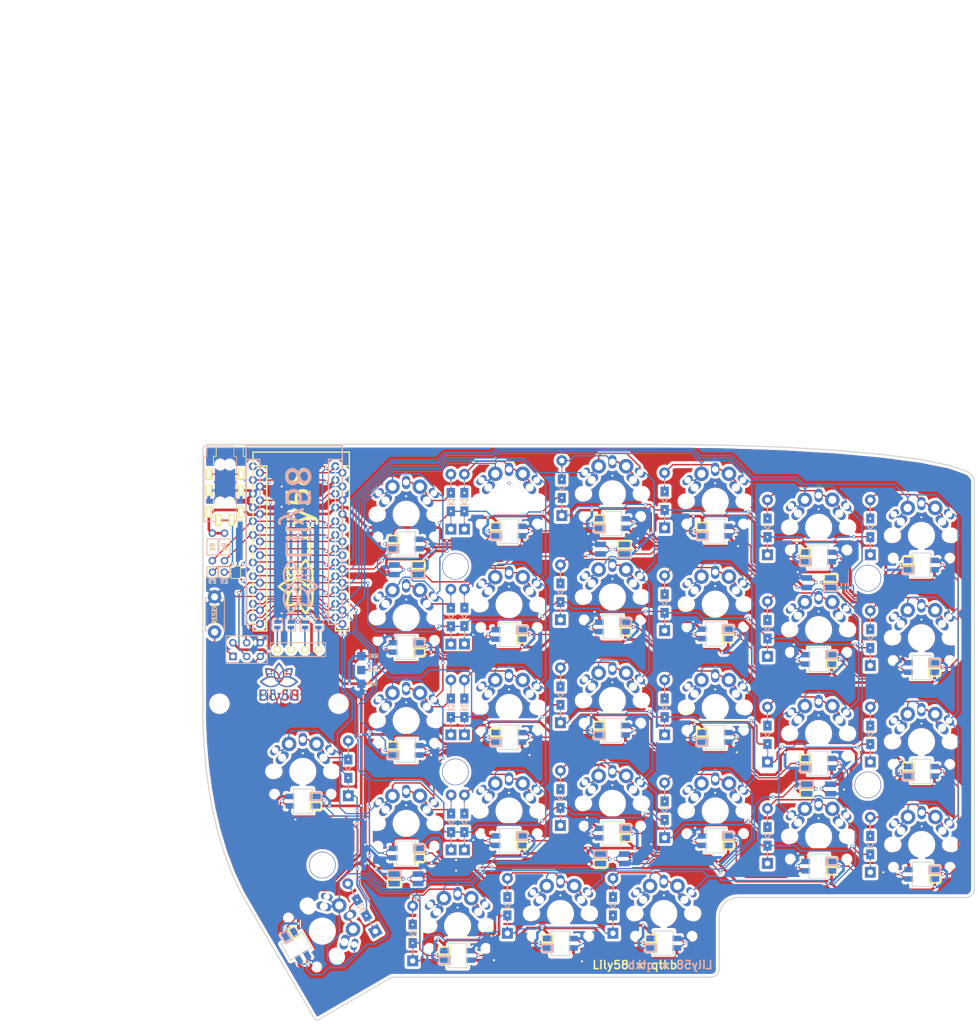
<source format=kicad_pcb>
(kicad_pcb (version 20171130) (host pcbnew "(5.1.4)-1")
  (layers (0 F.Cu signal) (31 B.Cu signal) (34 B.Paste user) (35 F.Paste user) (36 B.SilkS user) (37 F.SilkS user) (38 B.Mask user) (39 F.Mask user) (44 Edge.Cuts user))
  (net 0 "")
  (net 1 "Net-(D1-Pad2)")
  (net 2 row4)
  (net 3 "Net-(D2-Pad2)")
  (net 4 "Net-(D3-Pad2)")
  (net 5 row0)
  (net 6 "Net-(D4-Pad2)")
  (net 7 row1)
  (net 8 "Net-(D5-Pad2)")
  (net 9 row2)
  (net 10 "Net-(D6-Pad2)")
  (net 11 row3)
  (net 12 "Net-(D7-Pad2)")
  (net 13 "Net-(D8-Pad2)")
  (net 14 "Net-(D9-Pad2)")
  (net 15 "Net-(D10-Pad2)")
  (net 16 "Net-(D11-Pad2)")
  (net 17 "Net-(D12-Pad2)")
  (net 18 "Net-(D13-Pad2)")
  (net 19 "Net-(D14-Pad2)")
  (net 20 "Net-(D15-Pad2)")
  (net 21 "Net-(D16-Pad2)")
  (net 22 "Net-(D17-Pad2)")
  (net 23 "Net-(D18-Pad2)")
  (net 24 "Net-(D19-Pad2)")
  (net 25 "Net-(D20-Pad2)")
  (net 26 "Net-(D21-Pad2)")
  (net 27 "Net-(D22-Pad2)")
  (net 28 "Net-(D23-Pad2)")
  (net 29 "Net-(D24-Pad2)")
  (net 30 "Net-(D25-Pad2)")
  (net 31 "Net-(D26-Pad2)")
  (net 32 "Net-(D27-Pad2)")
  (net 33 "Net-(D28-Pad2)")
  (net 34 VCC)
  (net 35 GND)
  (net 36 col0)
  (net 37 col1)
  (net 38 col2)
  (net 39 col3)
  (net 40 col4)
  (net 41 col5)
  (net 42 SDA)
  (net 43 LED)
  (net 44 SCL)
  (net 45 RESET)
  (net 46 "Net-(D29-Pad2)")
  (net 47 "Net-(U1-Pad24)")
  (net 48 "Net-(U1-Pad20)")
  (net 49 "Net-(U1-Pad19)")
  (net 50 "Net-(U1-Pad7)")
  (net 51 DATA)
  (net 52 "Net-(J2-Pad4)")
  (net 53 "Net-(J2-Pad3)")
  (net 54 "Net-(JP1-Pad1)")
  (net 55 "Net-(JP2-Pad1)")
  (net 56 "Net-(JP3-Pad1)")
  (net 57 "Net-(JP4-Pad1)")
  (net 58 "Net-(L1-Pad1)")
  (net 59 "Net-(L2-Pad1)")
  (net 60 "Net-(L3-Pad1)")
  (net 61 "Net-(L4-Pad1)")
  (net 62 "Net-(L5-Pad1)")
  (net 63 "Net-(L12-Pad3)")
  (net 64 "Net-(L13-Pad3)")
  (net 65 "Net-(L7-Pad3)")
  (net 66 "Net-(L8-Pad3)")
  (net 67 "Net-(L10-Pad1)")
  (net 68 "Net-(L10-Pad3)")
  (net 69 "Net-(L11-Pad3)")
  (net 70 "Net-(L13-Pad1)")
  (net 71 "Net-(L14-Pad1)")
  (net 72 "Net-(L15-Pad1)")
  (net 73 "Net-(L16-Pad1)")
  (net 74 "Net-(L17-Pad1)")
  (net 75 "Net-(L18-Pad1)")
  (net 76 "Net-(L19-Pad3)")
  (net 77 "Net-(L19-Pad1)")
  (net 78 "Net-(L20-Pad3)")
  (net 79 "Net-(L21-Pad3)")
  (net 80 "Net-(L22-Pad3)")
  (net 81 "Net-(L23-Pad3)")
  (net 82 "Net-(L25-Pad1)")
  (net 83 "Net-(L26-Pad1)")
  (net 84 "Net-(L27-Pad1)")
  (net 85 "Net-(L28-Pad1)")
  (net 86 "Net-(L29-Pad1)")
  (net 87 "Net-(L30-Pad3)")
  (net 88 "Net-(L33-Pad1)")
  (net 89 "Net-(L1-Pad3)")
  (net 90 "Net-(L31-Pad3)")
  (net 91 "Net-(L32-Pad3)")
  (net 92 "Net-(L34-Pad1)")
  (module Lily58-footprint:lily58_logo_2 (layer B.Cu) (at 97 81.2 180)
    (fp_text reference G*** hide)
    (fp_text value LOGO hide)
    (fp_poly (pts (xy 0.248955 -1.74337) (xy 0.278216 -1.748098) (xy 0.289624 -1.752258) (xy 0.311575 -1.771141) (xy 0.322843 -1.79792) (xy 0.322246 -1.829519) (xy 0.321123 -1.834247) (xy 0.317541 -1.844099) (xy 0.308818 -1.866378) (xy 0.295362 -1.900095) (xy 0.277577 -1.944264) (xy 0.255868 -1.997897) (xy 0.230642 -2.060006) (xy 0.202304 -2.129605) (xy 0.171259 -2.205707) (xy 0.137914 -2.287323) (xy 0.102672 -2.373467) (xy 0.065941 -2.463151) (xy 0.028126 -2.555389) (xy -0.010369 -2.649193) (xy -0.049137 -2.743575) (xy -0.087772 -2.837548) (xy -0.12587 -2.930126) (xy -0.163025 -3.02032) (xy -0.198831 -3.107143) (xy -0.232883 -3.189609) (xy -0.264774 -3.26673) (xy -0.294101 -3.337519) (xy -0.320456 -3.400987) (xy -0.343435 -3.456149) (xy -0.362632 -3.502017) (xy -0.377642 -3.537603) (xy -0.388058 -3.561921) (xy -0.393476 -3.573982) (xy -0.393556 -3.574143) (xy -0.430279 -3.63507) (xy -0.476215 -3.692137) (xy -0.528408 -3.742315) (xy -0.583901 -3.782573) (xy -0.612033 -3.79807) (xy -0.685239 -3.826573) (xy -0.760318 -3.84174) (xy -0.835286 -3.843303) (xy -0.889691 -3.835508) (xy -0.931644 -3.824122) (xy -0.974036 -3.808767) (xy -1.011414 -3.791593) (xy -1.032146 -3.779319) (xy -1.048265 -3.762135) (xy -1.060005 -3.738689) (xy -1.060452 -3.737257) (xy -1.064378 -3.721239) (xy -1.064356 -3.707443) (xy -1.059476 -3.69121) (xy -1.048827 -3.667879) (xy -1.045632 -3.661356) (xy -1.024527 -3.625599) (xy -1.001844 -3.603255) (xy -0.975443 -3.593556) (xy -0.943181 -3.595732) (xy -0.902917 -3.609015) (xy -0.901481 -3.609612) (xy -0.847768 -3.627554) (xy -0.799789 -3.633298) (xy -0.755054 -3.626606) (xy -0.711074 -3.60724) (xy -0.683008 -3.588701) (xy -0.654263 -3.564197) (xy -0.627125 -3.533603) (xy -0.600547 -3.495264) (xy -0.573481 -3.447528) (xy -0.54488 -3.388739) (xy -0.518904 -3.329609) (xy -0.466753 -3.206539) (xy -0.75589 -2.520039) (xy -0.805414 -2.402222) (xy -0.850779 -2.293819) (xy -0.89182 -2.195238) (xy -0.92837 -2.106889) (xy -0.960264 -2.029179) (xy -0.987334 -1.962516) (xy -1.009415 -1.907309) (xy -1.026341 -1.863966) (xy -1.037945 -1.832895) (xy -1.044061 -1.814505) (xy -1.045028 -1.809803) (xy -1.038695 -1.783185) (xy -1.027525 -1.765705) (xy -1.018641 -1.756317) (xy -1.009216 -1.750244) (xy -0.995872 -1.746629) (xy -0.975233 -1.744619) (xy -0.943919 -1.743357) (xy -0.938625 -1.743196) (xy -0.894339 -1.743534) (xy -0.861559 -1.748263) (xy -0.837681 -1.758361) (xy -0.820105 -1.774806) (xy -0.809596 -1.791693) (xy -0.804667 -1.802697) (xy -0.794857 -1.825894) (xy -0.780685 -1.860006) (xy -0.762666 -1.903751) (xy -0.74132 -1.955851) (xy -0.717162 -2.015025) (xy -0.69071 -2.079994) (xy -0.662482 -2.149478) (xy -0.632994 -2.222197) (xy -0.602765 -2.296871) (xy -0.57231 -2.372221) (xy -0.542147 -2.446967) (xy -0.512794 -2.519828) (xy -0.484768 -2.589526) (xy -0.458586 -2.654781) (xy -0.434765 -2.714312) (xy -0.413823 -2.76684) (xy -0.396277 -2.811085) (xy -0.382644 -2.845768) (xy -0.373441 -2.869608) (xy -0.369185 -2.881326) (xy -0.369141 -2.881472) (xy -0.362725 -2.899275) (xy -0.357014 -2.909303) (xy -0.3556 -2.910115) (xy -0.350651 -2.903867) (xy -0.344225 -2.88822) (xy -0.342019 -2.881339) (xy -0.337854 -2.869641) (xy -0.328819 -2.84581) (xy -0.315422 -2.811128) (xy -0.298173 -2.766877) (xy -0.277582 -2.714337) (xy -0.254157 -2.654791) (xy -0.228408 -2.589519) (xy -0.200845 -2.519805) (xy -0.171976 -2.446928) (xy -0.142311 -2.37217) (xy -0.11236 -2.296814) (xy -0.082631 -2.222141) (xy -0.053635 -2.149431) (xy -0.02588 -2.079967) (xy 0.000123 -2.01503) (xy 0.023867 -1.955902) (xy 0.044841 -1.903864) (xy 0.062536 -1.860198) (xy 0.076443 -1.826185) (xy 0.086052 -1.803107) (xy 0.090854 -1.792246) (xy 0.090865 -1.792223) (xy 0.107401 -1.768947) (xy 0.130164 -1.753472) (xy 0.161591 -1.744759) (xy 0.204116 -1.741766) (xy 0.209003 -1.741742) (xy 0.248955 -1.74337)) (layer B.Cu) (width 0.01))
    (fp_poly (pts (xy -1.422438 -1.162965) (xy -1.38598 -1.170438) (xy -1.360688 -1.185037) (xy -1.351386 -1.195939) (xy -1.34949 -1.199587) (xy -1.347787 -1.20496) (xy -1.346262 -1.212842) (xy -1.344901 -1.224018) (xy -1.343688 -1.239271) (xy -1.34261 -1.259385) (xy -1.341652 -1.285144) (xy -1.340799 -1.317333) (xy -1.340038 -1.356734) (xy -1.339353 -1.404131) (xy -1.338731 -1.46031) (xy -1.338156 -1.526052) (xy -1.337615 -1.602144) (xy -1.337093 -1.689367) (xy -1.336575 -1.788507) (xy -1.336047 -1.900347) (xy -1.335495 -2.02567) (xy -1.335314 -2.067963) (xy -1.331685 -2.921) (xy -1.313543 -2.957275) (xy -1.289234 -2.993028) (xy -1.257472 -3.016653) (xy -1.216691 -3.029291) (xy -1.214045 -3.029707) (xy -1.175334 -3.038829) (xy -1.148963 -3.053127) (xy -1.133527 -3.073197) (xy -1.127788 -3.095302) (xy -1.125239 -3.125515) (xy -1.125802 -3.158155) (xy -1.129396 -3.187543) (xy -1.1354 -3.206996) (xy -1.154536 -3.228425) (xy -1.185302 -3.241734) (xy -1.22721 -3.246793) (xy -1.273628 -3.244233) (xy -1.344484 -3.22963) (xy -1.406436 -3.203704) (xy -1.459071 -3.166818) (xy -1.501977 -3.119333) (xy -1.534742 -3.061613) (xy -1.556601 -2.995525) (xy -1.558246 -2.986898) (xy -1.559719 -2.975207) (xy -1.561029 -2.959679) (xy -1.562186 -2.939543) (xy -1.563199 -2.914026) (xy -1.564076 -2.882357) (xy -1.564828 -2.843764) (xy -1.565463 -2.797475) (xy -1.565991 -2.742719) (xy -1.56642 -2.678722) (xy -1.566759 -2.604714) (xy -1.567019 -2.519922) (xy -1.567207 -2.423574) (xy -1.567334 -2.3149) (xy -1.567408 -2.193126) (xy -1.567435 -2.0811) (xy -1.567543 -1.212172) (xy -1.546527 -1.188651) (xy -1.534562 -1.176463) (xy -1.522776 -1.16914) (xy -1.506775 -1.165155) (xy -1.482164 -1.162979) (xy -1.470932 -1.162374) (xy -1.422438 -1.162965)) (layer B.Cu) (width 0.01))
    (fp_poly (pts (xy 1.300995 -1.172034) (xy 1.384164 -1.17211) (xy 1.454924 -1.172349) (xy 1.514327 -1.172843) (xy 1.563425 -1.173681) (xy 1.603271 -1.174957) (xy 1.634916 -1.176762) (xy 1.659415 -1.179186) (xy 1.677818 -1.182321) (xy 1.691179 -1.18626) (xy 1.700549 -1.191092) (xy 1.706981 -1.19691) (xy 1.711528 -1.203806) (xy 1.715242 -1.211869) (xy 1.717207 -1.216589) (xy 1.722865 -1.239214) (xy 1.72612 -1.270807) (xy 1.726896 -1.306008) (xy 1.725117 -1.33946) (xy 1.720705 -1.365804) (xy 1.7194 -1.370038) (xy 1.707544 -1.390545) (xy 1.692186 -1.405593) (xy 1.686985 -1.408578) (xy 1.680091 -1.411093) (xy 1.670265 -1.413186) (xy 1.656265 -1.414907) (xy 1.63685 -1.416306) (xy 1.610779 -1.41743) (xy 1.576813 -1.418331) (xy 1.533709 -1.419056) (xy 1.480227 -1.419655) (xy 1.415126 -1.420178) (xy 1.337165 -1.420673) (xy 1.3081 -1.420841) (xy 1.236886 -1.421365) (xy 1.170268 -1.422088) (xy 1.109617 -1.422977) (xy 1.056303 -1.424003) (xy 1.011697 -1.425133) (xy 0.977169 -1.426337) (xy 0.95409 -1.427583) (xy 0.943831 -1.428841) (xy 0.943429 -1.429137) (xy 0.942639 -1.437549) (xy 0.940392 -1.45872) (xy 0.936872 -1.490989) (xy 0.932261 -1.532694) (xy 0.926745 -1.582174) (xy 0.920506 -1.637766) (xy 0.914084 -1.69466) (xy 0.907415 -1.754333) (xy 0.901433 -1.80932) (xy 0.896302 -1.857986) (xy 0.892188 -1.898701) (xy 0.889255 -1.92983) (xy 0.88767 -1.949742) (xy 0.887568 -1.956788) (xy 0.895157 -1.955634) (xy 0.911952 -1.949758) (xy 0.929613 -1.94245) (xy 1.004434 -1.917014) (xy 1.086668 -1.902242) (xy 1.173929 -1.898095) (xy 1.263825 -1.904534) (xy 1.35397 -1.92152) (xy 1.441974 -1.949014) (xy 1.446975 -1.950935) (xy 1.518086 -1.982949) (xy 1.581342 -2.021528) (xy 1.641237 -2.069636) (xy 1.673431 -2.100284) (xy 1.728936 -2.161604) (xy 1.772585 -2.223547) (xy 1.806722 -2.289734) (xy 1.823006 -2.331262) (xy 1.850309 -2.429008) (xy 1.863101 -2.526887) (xy 1.861381 -2.624844) (xy 1.845147 -2.722823) (xy 1.82794 -2.783115) (xy 1.790891 -2.872628) (xy 1.741971 -2.954468) (xy 1.682047 -3.027919) (xy 1.611986 -3.092265) (xy 1.532654 -3.14679) (xy 1.44492 -3.190778) (xy 1.349649 -3.223513) (xy 1.274492 -3.240125) (xy 1.224769 -3.246216) (xy 1.166737 -3.249459) (xy 1.106334 -3.249788) (xy 1.049498 -3.247132) (xy 1.012987 -3.243169) (xy 0.920321 -3.223204) (xy 0.82865 -3.191173) (xy 0.741008 -3.148552) (xy 0.660429 -3.096818) (xy 0.589947 -3.037449) (xy 0.589643 -3.037152) (xy 0.567448 -3.014884) (xy 0.553935 -2.998875) (xy 0.546993 -2.985677) (xy 0.544513 -2.971845) (xy 0.544286 -2.963045) (xy 0.545624 -2.947052) (xy 0.550728 -2.931219) (xy 0.56123 -2.91223) (xy 0.578766 -2.88677) (xy 0.588183 -2.873939) (xy 0.617198 -2.837361) (xy 0.642422 -2.812964) (xy 0.666207 -2.800514) (xy 0.690906 -2.79978) (xy 0.718873 -2.810526) (xy 0.752458 -2.832521) (xy 0.780989 -2.854825) (xy 0.832439 -2.891461) (xy 0.890884 -2.924521) (xy 0.950687 -2.951087) (xy 0.994229 -2.965309) (xy 1.036743 -2.973129) (xy 1.087743 -2.977252) (xy 1.141917 -2.97768) (xy 1.193957 -2.974414) (xy 1.238552 -2.967456) (xy 1.24761 -2.965223) (xy 1.325509 -2.937504) (xy 1.393958 -2.899349) (xy 1.452337 -2.851432) (xy 1.500026 -2.794425) (xy 1.536406 -2.729002) (xy 1.560857 -2.655837) (xy 1.568407 -2.616616) (xy 1.571825 -2.545843) (xy 1.56183 -2.475575) (xy 1.539448 -2.407804) (xy 1.505707 -2.344524) (xy 1.46163 -2.287725) (xy 1.408245 -2.2394) (xy 1.357534 -2.207118) (xy 1.309307 -2.183988) (xy 1.26342 -2.167853) (xy 1.215037 -2.157494) (xy 1.159318 -2.15169) (xy 1.132115 -2.150299) (xy 1.069713 -2.149651) (xy 1.016059 -2.153743) (xy 0.965884 -2.16355) (xy 0.913917 -2.180048) (xy 0.865378 -2.199637) (xy 0.828479 -2.214745) (xy 0.800006 -2.224116) (xy 0.775614 -2.228916) (xy 0.751115 -2.23031) (xy 0.704535 -2.225493) (xy 0.664704 -2.211508) (xy 0.633458 -2.189583) (xy 0.612633 -2.160947) (xy 0.604496 -2.132238) (xy 0.60446 -2.117791) (xy 0.605924 -2.090838) (xy 0.608723 -2.052925) (xy 0.612695 -2.005598) (xy 0.617677 -1.950406) (xy 0.623505 -1.888893) (xy 0.630016 -1.822608) (xy 0.637046 -1.753097) (xy 0.644433 -1.681907) (xy 0.652013 -1.610584) (xy 0.659623 -1.540677) (xy 0.667099 -1.47373) (xy 0.674278 -1.411292) (xy 0.680998 -1.354909) (xy 0.687094 -1.306127) (xy 0.692403 -1.266494) (xy 0.696763 -1.237557) (xy 0.700009 -1.220862) (xy 0.701018 -1.217839) (xy 0.715174 -1.19865) (xy 0.730986 -1.184797) (xy 0.735763 -1.182187) (xy 0.742249 -1.179957) (xy 0.751544 -1.178077) (xy 0.76475 -1.176519) (xy 0.782964 -1.175251) (xy 0.807287 -1.174245) (xy 0.838818 -1.17347) (xy 0.878658 -1.172898) (xy 0.927907 -1.172498) (xy 0.987663 -1.172241) (xy 1.059027 -1.172098) (xy 1.143098 -1.172037) (xy 1.204364 -1.172029) (xy 1.300995 -1.172034)) (layer B.Cu) (width 0.01))
    (fp_poly (pts (xy 2.929251 -1.141304) (xy 2.993591 -1.146052) (xy 3.052515 -1.15364) (xy 3.098884 -1.163169) (xy 3.192044 -1.193582) (xy 3.274312 -1.233389) (xy 3.346042 -1.282806) (xy 3.407589 -1.342052) (xy 3.426156 -1.364343) (xy 3.470955 -1.432554) (xy 3.502997 -1.50644) (xy 3.522409 -1.584986) (xy 3.529316 -1.667178) (xy 3.523843 -1.752003) (xy 3.506116 -1.838445) (xy 3.47626 -1.925492) (xy 3.434401 -2.012128) (xy 3.380664 -2.09734) (xy 3.326948 -2.166474) (xy 3.288627 -2.211647) (xy 3.340396 -2.247009) (xy 3.40958 -2.30132) (xy 3.468212 -2.36208) (xy 3.515135 -2.427825) (xy 3.549189 -2.497091) (xy 3.557842 -2.521857) (xy 3.567692 -2.566305) (xy 3.573192 -2.619449) (xy 3.574278 -2.676118) (xy 3.570887 -2.731141) (xy 3.562956 -2.779348) (xy 3.561085 -2.786743) (xy 3.530519 -2.872814) (xy 3.487386 -2.952047) (xy 3.432256 -3.023769) (xy 3.365704 -3.087304) (xy 3.288301 -3.141978) (xy 3.234678 -3.171344) (xy 3.170316 -3.200217) (xy 3.108343 -3.221352) (xy 3.044574 -3.235713) (xy 2.974824 -3.244265) (xy 2.902857 -3.247805) (xy 2.859794 -3.248283) (xy 2.818044 -3.247825) (xy 2.781514 -3.246536) (xy 2.754111 -3.244522) (xy 2.746975 -3.2436) (xy 2.652879 -3.223132) (xy 2.561807 -3.192273) (xy 2.47696 -3.152342) (xy 2.40154 -3.10466) (xy 2.391229 -3.096915) (xy 2.325087 -3.03713) (xy 2.268214 -2.96737) (xy 2.222175 -2.889946) (xy 2.188538 -2.807173) (xy 2.183374 -2.789961) (xy 2.175542 -2.758293) (xy 2.170543 -2.726915) (xy 2.167847 -2.691039) (xy 2.166922 -2.645879) (xy 2.166908 -2.6416) (xy 2.168078 -2.610809) (xy 2.453027 -2.610809) (xy 2.456105 -2.665536) (xy 2.464803 -2.714174) (xy 2.467322 -2.723002) (xy 2.494276 -2.786304) (xy 2.533568 -2.844112) (xy 2.583597 -2.894977) (xy 2.642763 -2.937452) (xy 2.709463 -2.970086) (xy 2.757715 -2.985762) (xy 2.794013 -2.992206) (xy 2.839327 -2.995751) (xy 2.88845 -2.996396) (xy 2.936177 -2.99414) (xy 2.9773 -2.988981) (xy 2.991896 -2.985809) (xy 3.059484 -2.962556) (xy 3.119368 -2.930629) (xy 3.170954 -2.891388) (xy 3.213646 -2.846197) (xy 3.24685 -2.796415) (xy 3.26997 -2.743407) (xy 3.282412 -2.688532) (xy 3.28358 -2.633154) (xy 3.272881 -2.578635) (xy 3.249718 -2.526335) (xy 3.21376 -2.477903) (xy 3.192533 -2.456421) (xy 3.169132 -2.436192) (xy 3.14208 -2.416383) (xy 3.109896 -2.396162) (xy 3.071101 -2.374695) (xy 3.024216 -2.351149) (xy 2.967762 -2.324694) (xy 2.900259 -2.294494) (xy 2.845502 -2.270622) (xy 2.697432 -2.206569) (xy 2.662703 -2.232062) (xy 2.611751 -2.275314) (xy 2.564389 -2.326613) (xy 2.522953 -2.382722) (xy 2.489777 -2.440406) (xy 2.467196 -2.496427) (xy 2.464098 -2.50737) (xy 2.455662 -2.556064) (xy 2.453027 -2.610809) (xy 2.168078 -2.610809) (xy 2.169539 -2.572399) (xy 2.178587 -2.511227) (xy 2.195291 -2.452555) (xy 2.220887 -2.390855) (xy 2.224899 -2.382392) (xy 2.256135 -2.326952) (xy 2.296787 -2.269269) (xy 2.34371 -2.212997) (xy 2.393758 -2.161793) (xy 2.443787 -2.119312) (xy 2.462906 -2.105703) (xy 2.491041 -2.08691) (xy 2.466535 -2.069035) (xy 2.451589 -2.056701) (xy 2.429648 -2.03681) (xy 2.403808 -2.012237) (xy 2.38025 -1.988966) (xy 2.329332 -1.931348) (xy 2.291663 -1.873317) (xy 2.266154 -1.812219) (xy 2.251713 -1.745402) (xy 2.247617 -1.6764) (xy 2.529354 -1.6764) (xy 2.529967 -1.710789) (xy 2.532148 -1.735549) (xy 2.536831 -1.755553) (xy 2.544954 -1.775673) (xy 2.5507 -1.787502) (xy 2.575694 -1.826157) (xy 2.611715 -1.866305) (xy 2.655893 -1.905243) (xy 2.70536 -1.940265) (xy 2.72528 -1.952172) (xy 2.749272 -1.964916) (xy 2.781351 -1.980726) (xy 2.819309 -1.998637) (xy 2.860939 -2.017685) (xy 2.904035 -2.036904) (xy 2.946389 -2.05533) (xy 2.985796 -2.071998) (xy 3.020049 -2.085944) (xy 3.04694 -2.096201) (xy 3.064263 -2.101807) (xy 3.06919 -2.102529) (xy 3.07802 -2.096364) (xy 3.092789 -2.081254) (xy 3.110877 -2.059976) (xy 3.118622 -2.050143) (xy 3.15795 -1.992348) (xy 3.192016 -1.928994) (xy 3.219532 -1.863388) (xy 3.239207 -1.798834) (xy 3.249753 -1.738638) (xy 3.2512 -1.710354) (xy 3.244713 -1.641795) (xy 3.225777 -1.57988) (xy 3.19518 -1.5253) (xy 3.153709 -1.478742) (xy 3.102152 -1.440897) (xy 3.041296 -1.412454) (xy 2.971929 -1.394103) (xy 2.894838 -1.386532) (xy 2.881086 -1.386367) (xy 2.804157 -1.391991) (xy 2.7343 -1.408508) (xy 2.672511 -1.43538) (xy 2.619783 -1.47207) (xy 2.57711 -1.51804) (xy 2.548564 -1.565961) (xy 2.539026 -1.588277) (xy 2.533217 -1.608637) (xy 2.530281 -1.631966) (xy 2.52936 -1.663191) (xy 2.529354 -1.6764) (xy 2.247617 -1.6764) (xy 2.247249 -1.670212) (xy 2.247274 -1.665515) (xy 2.254747 -1.579725) (xy 2.275241 -1.499453) (xy 2.308089 -1.425386) (xy 2.352625 -1.358214) (xy 2.408183 -1.298626) (xy 2.474094 -1.247311) (xy 2.549692 -1.204959) (xy 2.634311 -1.172258) (xy 2.727284 -1.149898) (xy 2.749588 -1.146318) (xy 2.802664 -1.141216) (xy 2.86408 -1.139619) (xy 2.929251 -1.141304)) (layer B.Cu) (width 0.01))
    (fp_poly (pts (xy -3.493894 -1.162254) (xy -3.462656 -1.164125) (xy -3.441948 -1.167249) (xy -3.42779 -1.172639) (xy -3.416199 -1.181314) (xy -3.415055 -1.182376) (xy -3.399942 -1.202035) (xy -3.389319 -1.225202) (xy -3.389115 -1.225918) (xy -3.387953 -1.237468) (xy -3.386883 -1.263198) (xy -3.38591 -1.302776) (xy -3.385034 -1.355868) (xy -3.38426 -1.422141) (xy -3.383589 -1.501263) (xy -3.383024 -1.592899) (xy -3.382568 -1.696716) (xy -3.382224 -1.812382) (xy -3.381994 -1.939563) (xy -3.381881 -2.077925) (xy -3.381869 -2.135252) (xy -3.381828 -3.018647) (xy -2.93565 -3.020624) (xy -2.489472 -3.0226) (xy -2.46575 -3.046324) (xy -2.45343 -3.059618) (xy -2.44633 -3.071774) (xy -2.44302 -3.087426) (xy -2.442069 -3.111211) (xy -2.442028 -3.123198) (xy -2.444158 -3.162943) (xy -2.451316 -3.191395) (xy -2.46466 -3.211251) (xy -2.485347 -3.225206) (xy -2.485904 -3.225472) (xy -2.49805 -3.227798) (xy -2.523219 -3.229882) (xy -2.559984 -3.231723) (xy -2.60692 -3.233322) (xy -2.6626 -3.234678) (xy -2.725599 -3.235792) (xy -2.79449 -3.236664) (xy -2.867847 -3.237294) (xy -2.944245 -3.237683) (xy -3.022257 -3.23783) (xy -3.100457 -3.237736) (xy -3.177419 -3.237401) (xy -3.251717 -3.236826) (xy -3.321925 -3.236009) (xy -3.386616 -3.234953) (xy -3.444366 -3.233656) (xy -3.493747 -3.232119) (xy -3.533334 -3.230342) (xy -3.5617 -3.228326) (xy -3.57742 -3.22607) (xy -3.579494 -3.225326) (xy -3.585363 -3.22242) (xy -3.590657 -3.21991) (xy -3.595406 -3.217073) (xy -3.59964 -3.213184) (xy -3.603387 -3.20752) (xy -3.606678 -3.199356) (xy -3.609542 -3.187969) (xy -3.612009 -3.172635) (xy -3.614107 -3.15263) (xy -3.615867 -3.12723) (xy -3.617318 -3.09571) (xy -3.618489 -3.057348) (xy -3.619411 -3.01142) (xy -3.620111 -2.9572) (xy -3.620621 -2.893966) (xy -3.620969 -2.820994) (xy -3.621185 -2.737559) (xy -3.621299 -2.642938) (xy -3.621339 -2.536406) (xy -3.621336 -2.417241) (xy -3.621319 -2.284717) (xy -3.621314 -2.198915) (xy -3.621328 -2.057983) (xy -3.621349 -1.930843) (xy -3.621345 -1.816771) (xy -3.621285 -1.715043) (xy -3.621138 -1.624937) (xy -3.620871 -1.54573) (xy -3.620455 -1.476697) (xy -3.619856 -1.417116) (xy -3.619045 -1.366264) (xy -3.617988 -1.323417) (xy -3.616656 -1.287853) (xy -3.615016 -1.258848) (xy -3.613037 -1.235679) (xy -3.610688 -1.217623) (xy -3.607937 -1.203956) (xy -3.604752 -1.193956) (xy -3.601103 -1.186898) (xy -3.596958 -1.182061) (xy -3.592285 -1.178721) (xy -3.587053 -1.176154) (xy -3.58123 -1.173638) (xy -3.576648 -1.171448) (xy -3.558925 -1.165031) (xy -3.53516 -1.16201) (xy -3.501579 -1.161965) (xy -3.493894 -1.162254)) (layer B.Cu) (width 0.01))
    (fp_poly (pts (xy -2.099347 -1.742825) (xy -2.069088 -1.744379) (xy -2.049378 -1.746851) (xy -2.036255 -1.751501) (xy -2.025758 -1.759588) (xy -2.01689 -1.769043) (xy -1.995714 -1.792743) (xy -1.995714 -3.185657) (xy -2.01689 -3.209357) (xy -2.028101 -3.221028) (xy -2.038776 -3.228197) (xy -2.052912 -3.232118) (xy -2.074506 -3.234044) (xy -2.098533 -3.234949) (xy -2.141248 -3.234519) (xy -2.171617 -3.23002) (xy -2.182857 -3.226114) (xy -2.19027 -3.222918) (xy -2.196824 -3.219822) (xy -2.202571 -3.215963) (xy -2.207565 -3.210477) (xy -2.211858 -3.2025) (xy -2.215503 -3.191169) (xy -2.218553 -3.175619) (xy -2.22106 -3.154987) (xy -2.223079 -3.128409) (xy -2.224661 -3.095021) (xy -2.225859 -3.05396) (xy -2.226726 -3.004362) (xy -2.227316 -2.945362) (xy -2.22768 -2.876098) (xy -2.227872 -2.795706) (xy -2.227945 -2.703321) (xy -2.227951 -2.59808) (xy -2.227943 -2.4892) (xy -2.227951 -2.371608) (xy -2.22794 -2.267661) (xy -2.227858 -2.176493) (xy -2.227655 -2.097233) (xy -2.227277 -2.029015) (xy -2.226673 -1.970969) (xy -2.225791 -1.922228) (xy -2.22458 -1.881923) (xy -2.222987 -1.849186) (xy -2.220961 -1.823149) (xy -2.21845 -1.802943) (xy -2.215402 -1.787699) (xy -2.211765 -1.776551) (xy -2.207488 -1.768629) (xy -2.202519 -1.763065) (xy -2.196805 -1.758991) (xy -2.190295 -1.755538) (xy -2.183971 -1.752379) (xy -2.166714 -1.745901) (xy -2.144306 -1.742714) (xy -2.112823 -1.742372) (xy -2.099347 -1.742825)) (layer B.Cu) (width 0.01))
    (fp_poly (pts (xy -2.090489 -1.162223) (xy -2.060579 -1.163924) (xy -2.041134 -1.16659) (xy -2.028107 -1.171538) (xy -2.017453 -1.180084) (xy -2.009558 -1.188556) (xy -2.000823 -1.198791) (xy -1.994908 -1.208369) (xy -1.991264 -1.220278) (xy -1.989341 -1.237506) (xy -1.988588 -1.263043) (xy -1.988457 -1.299877) (xy -1.988457 -1.303249) (xy -1.989034 -1.33932) (xy -1.990606 -1.371025) (xy -1.992937 -1.395033) (xy -1.99579 -1.408012) (xy -1.995929 -1.408288) (xy -2.010359 -1.425057) (xy -2.033673 -1.436242) (xy -2.067609 -1.442389) (xy -2.109654 -1.444065) (xy -2.142504 -1.442961) (xy -2.170466 -1.440088) (xy -2.189209 -1.435928) (xy -2.191657 -1.434892) (xy -2.210017 -1.421795) (xy -2.222739 -1.402495) (xy -2.230447 -1.374928) (xy -2.233759 -1.337027) (xy -2.233591 -1.2954) (xy -2.23049 -1.247041) (xy -2.223294 -1.211333) (xy -2.210195 -1.186597) (xy -2.189389 -1.171153) (xy -2.15907 -1.16332) (xy -2.117432 -1.161417) (xy -2.090489 -1.162223)) (layer B.Cu) (width 0.01))
    (fp_poly (pts (xy 0.078092 3.748263) (xy 0.237453 3.575434) (xy 0.386427 3.392484) (xy 0.524948 3.19949) (xy 0.548489 3.164114) (xy 0.656724 2.98901) (xy 0.750642 2.814569) (xy 0.83023 2.640857) (xy 0.895475 2.467939) (xy 0.946363 2.29588) (xy 0.98288 2.124745) (xy 1.005013 1.9546) (xy 1.012748 1.785509) (xy 1.006072 1.617539) (xy 0.98497 1.450753) (xy 0.949431 1.285218) (xy 0.943993 1.264693) (xy 0.935685 1.233985) (xy 0.864316 1.211813) (xy 0.825821 1.199395) (xy 0.784696 1.185396) (xy 0.747902 1.172208) (xy 0.736557 1.167926) (xy 0.710323 1.158407) (xy 0.689601 1.151981) (xy 0.677785 1.149658) (xy 0.676399 1.149982) (xy 0.676674 1.158133) (xy 0.680561 1.176823) (xy 0.687318 1.20275) (xy 0.691518 1.217319) (xy 0.729788 1.368959) (xy 0.754242 1.520192) (xy 0.764833 1.671442) (xy 0.761512 1.823133) (xy 0.74423 1.975688) (xy 0.71294 2.12953) (xy 0.667593 2.285083) (xy 0.608141 2.44277) (xy 0.534535 2.603016) (xy 0.532958 2.60617) (xy 0.493733 2.682587) (xy 0.456381 2.750847) (xy 0.417788 2.816314) (xy 0.37484 2.884351) (xy 0.345938 2.928257) (xy 0.276796 3.027892) (xy 0.201006 3.129752) (xy 0.122143 3.229243) (xy 0.043777 3.321775) (xy 0.012809 3.356428) (xy -0.020192 3.392714) (xy -0.036297 3.3782) (xy -0.050449 3.363876) (xy -0.071852 3.340211) (xy -0.098778 3.309267) (xy -0.129496 3.273104) (xy -0.162278 3.233784) (xy -0.195392 3.193368) (xy -0.22711 3.153916) (xy -0.255702 3.117491) (xy -0.262522 3.108624) (xy -0.331453 3.014616) (xy -0.400239 2.913451) (xy -0.465221 2.810703) (xy -0.521506 2.714171) (xy -0.543533 2.673297) (xy -0.566606 2.62835) (xy -0.589898 2.58117) (xy -0.61258 2.533596) (xy -0.633826 2.487467) (xy -0.652808 2.444622) (xy -0.668697 2.406902) (xy -0.680667 2.376144) (xy -0.68789 2.354189) (xy -0.689537 2.342875) (xy -0.689006 2.341943) (xy -0.682045 2.337037) (xy -0.665794 2.325755) (xy -0.642919 2.309945) (xy -0.624114 2.296981) (xy -0.492716 2.197747) (xy -0.370449 2.087318) (xy -0.257293 1.965665) (xy -0.153229 1.832762) (xy -0.058238 1.688581) (xy 0.027699 1.533096) (xy 0.104601 1.366278) (xy 0.172488 1.188101) (xy 0.188841 1.139371) (xy 0.2029 1.095706) (xy 0.216013 1.053852) (xy 0.227224 1.016944) (xy 0.235578 0.988118) (xy 0.239609 0.972785) (xy 0.244495 0.949793) (xy 0.245199 0.936682) (xy 0.241427 0.929348) (xy 0.236232 0.925613) (xy 0.225568 0.918954) (xy 0.205448 0.906154) (xy 0.178601 0.888959) (xy 0.147758 0.869113) (xy 0.142623 0.8658) (xy 0.112477 0.8469) (xy 0.086769 0.831824) (xy 0.067864 0.821883) (xy 0.058127 0.818386) (xy 0.057434 0.818629) (xy 0.053771 0.82752) (xy 0.047625 0.846943) (xy 0.040087 0.873359) (xy 0.036852 0.885371) (xy -0.010296 1.043231) (xy -0.066363 1.19516) (xy -0.130692 1.339967) (xy -0.202624 1.476463) (xy -0.2815 1.603456) (xy -0.366663 1.719757) (xy -0.457452 1.824176) (xy -0.513158 1.87951) (xy -0.632074 1.98128) (xy -0.761849 2.073745) (xy -0.902527 2.156921) (xy -1.054154 2.230826) (xy -1.216775 2.295474) (xy -1.390436 2.350883) (xy -1.57518 2.39707) (xy -1.771055 2.434049) (xy -1.978104 2.461839) (xy -2.165406 2.478418) (xy -2.229869 2.482856) (xy -2.224829 2.400757) (xy -2.205247 2.180459) (xy -2.174058 1.968746) (xy -2.131221 1.765436) (xy -2.076693 1.570344) (xy -2.010433 1.383287) (xy -1.975468 1.298651) (xy -1.961176 1.265617) (xy -1.864145 1.281947) (xy -1.699162 1.302736) (xy -1.533849 1.30957) (xy -1.367979 1.302401) (xy -1.201324 1.28118) (xy -1.033654 1.245857) (xy -0.864743 1.196384) (xy -0.694361 1.132712) (xy -0.52228 1.054792) (xy -0.348273 0.962575) (xy -0.332609 0.953629) (xy -0.290312 0.928795) (xy -0.245647 0.901635) (xy -0.200663 0.873489) (xy -0.15741 0.845697) (xy -0.117937 0.819599) (xy -0.084293 0.796534) (xy -0.058527 0.777843) (xy -0.042687 0.764863) (xy -0.040505 0.762653) (xy -0.034204 0.754723) (xy -0.032838 0.747322) (xy -0.037659 0.737341) (xy -0.049918 0.721673) (xy -0.06331 0.705987) (xy -0.086219 0.67794) (xy -0.109796 0.646818) (xy -0.126618 0.622786) (xy -0.15381 0.581543) (xy -0.220993 0.628059) (xy -0.358992 0.717374) (xy -0.502026 0.79805) (xy -0.648322 0.869374) (xy -0.796109 0.930631) (xy -0.943613 0.981105) (xy -1.089064 1.020083) (xy -1.23069 1.04685) (xy -1.273628 1.052567) (xy -1.329853 1.057413) (xy -1.395797 1.060096) (xy -1.466835 1.06066) (xy -1.538338 1.059146) (xy -1.605683 1.055597) (xy -1.664241 1.050056) (xy -1.673221 1.048888) (xy -1.828826 1.020701) (xy -1.986462 0.978541) (xy -2.14551 0.922702) (xy -2.305349 0.85348) (xy -2.46536 0.771172) (xy -2.624924 0.676073) (xy -2.78342 0.568478) (xy -2.940229 0.448685) (xy -2.954243 0.437311) (xy -2.989713 0.408064) (xy -3.025558 0.377957) (xy -3.058295 0.349949) (xy -3.084443 0.327002) (xy -3.091543 0.320577) (xy -3.138714 0.277352) (xy -3.120571 0.257535) (xy -3.093013 0.229962) (xy -3.055232 0.195885) (xy -3.009125 0.156786) (xy -2.956587 0.114146) (xy -2.899516 0.069448) (xy -2.839808 0.024173) (xy -2.779359 -0.020196) (xy -2.720067 -0.062179) (xy -2.663827 -0.100293) (xy -2.656114 -0.105361) (xy -2.505598 -0.198671) (xy -2.35881 -0.27899) (xy -2.214321 -0.346897) (xy -2.070706 -0.40297) (xy -1.926536 -0.447787) (xy -1.780385 -0.481926) (xy -1.685872 -0.498329) (xy -1.631307 -0.504546) (xy -1.566449 -0.508662) (xy -1.495366 -0.510683) (xy -1.422125 -0.510612) (xy -1.350793 -0.508454) (xy -1.28544 -0.504211) (xy -1.230131 -0.497888) (xy -1.230085 -0.497881) (xy -1.074248 -0.467633) (xy -0.916109 -0.423613) (xy -0.756602 -0.366201) (xy -0.596661 -0.295775) (xy -0.43722 -0.212711) (xy -0.279213 -0.11739) (xy -0.261505 -0.105874) (xy -0.201811 -0.06412) (xy -0.154119 -0.024568) (xy -0.11649 0.014613) (xy -0.086982 0.055252) (xy -0.082232 0.06312) (xy -0.057692 0.114616) (xy -0.038673 0.17393) (xy -0.027063 0.234824) (xy -0.025473 0.250371) (xy -0.020011 0.305733) (xy -0.013157 0.350465) (xy -0.004008 0.388443) (xy 0.008337 0.423545) (xy 0.021802 0.453571) (xy 0.0395 0.486217) (xy 0.060499 0.51928) (xy 0.08069 0.546366) (xy 0.083588 0.549737) (xy 0.100765 0.566672) (xy 0.124906 0.587141) (xy 0.153748 0.609587) (xy 0.185025 0.632447) (xy 0.216474 0.654163) (xy 0.245829 0.673174) (xy 0.270826 0.68792) (xy 0.289201 0.696842) (xy 0.298689 0.698378) (xy 0.298995 0.698136) (xy 0.303347 0.686558) (xy 0.306633 0.66367) (xy 0.308794 0.632641) (xy 0.309774 0.596638) (xy 0.309515 0.558831) (xy 0.307959 0.522388) (xy 0.305051 0.490478) (xy 0.303004 0.476836) (xy 0.292858 0.420273) (xy 0.309234 0.440551) (xy 0.323794 0.460468) (xy 0.343881 0.490605) (xy 0.36799 0.528483) (xy 0.394614 0.571626) (xy 0.422243 0.617559) (xy 0.449372 0.663805) (xy 0.474494 0.707886) (xy 0.4961 0.747328) (xy 0.497115 0.749235) (xy 0.547915 0.844868) (xy 0.619087 0.87664) (xy 0.651372 0.890667) (xy 0.687309 0.905655) (xy 0.724408 0.920641) (xy 0.760177 0.93466) (xy 0.792124 0.94675) (xy 0.817759 0.955947) (xy 0.834589 0.961288) (xy 0.840096 0.962095) (xy 0.838993 0.953818) (xy 0.83191 0.934555) (xy 0.819731 0.906106) (xy 0.803342 0.870272) (xy 0.783628 0.828854) (xy 0.761473 0.783653) (xy 0.737764 0.73647) (xy 0.713384 0.689106) (xy 0.68922 0.643362) (xy 0.666156 0.601039) (xy 0.645078 0.563938) (xy 0.641024 0.557041) (xy 0.589606 0.472367) (xy 0.542438 0.399781) (xy 0.498246 0.337952) (xy 0.455757 0.285545) (xy 0.413697 0.241227) (xy 0.370792 0.203666) (xy 0.32577 0.171528) (xy 0.277356 0.14348) (xy 0.224277 0.118188) (xy 0.220083 0.11637) (xy 0.190623 0.103428) (xy 0.171522 0.093645) (xy 0.159776 0.084507) (xy 0.152385 0.073503) (xy 0.146345 0.058119) (xy 0.144684 0.053265) (xy 0.13508 0.027333) (xy 0.124899 0.003255) (xy 0.12099 -0.004846) (xy 0.11395 -0.02057) (xy 0.114981 -0.03047) (xy 0.124906 -0.041297) (xy 0.125501 -0.041846) (xy 0.137384 -0.051165) (xy 0.158724 -0.066361) (xy 0.186739 -0.085507) (xy 0.218646 -0.106677) (xy 0.22666 -0.1119) (xy 0.389471 -0.2107) (xy 0.552946 -0.296137) (xy 0.716562 -0.368002) (xy 0.879796 -0.426086) (xy 1.042127 -0.470177) (xy 1.186543 -0.497651) (xy 1.237438 -0.503557) (xy 1.298306 -0.507783) (xy 1.365168 -0.510292) (xy 1.434046 -0.511045) (xy 1.500959 -0.510007) (xy 1.561929 -0.507139) (xy 1.612977 -0.502404) (xy 1.618343 -0.501695) (xy 1.780901 -0.472295) (xy 1.944447 -0.428745) (xy 2.108243 -0.371306) (xy 2.271552 -0.300241) (xy 2.433637 -0.21581) (xy 2.450096 -0.206444) (xy 2.541078 -0.151715) (xy 2.636029 -0.089946) (xy 2.731929 -0.023346) (xy 2.825759 0.045875) (xy 2.914501 0.115506) (xy 2.995135 0.183338) (xy 3.048 0.231255) (xy 3.095172 0.275682) (xy 3.058886 0.309517) (xy 3.026193 0.338962) (xy 2.985032 0.374453) (xy 2.938575 0.413371) (xy 2.889997 0.453095) (xy 2.842472 0.491006) (xy 2.799175 0.524484) (xy 2.790372 0.531115) (xy 2.633833 0.641692) (xy 2.475693 0.740354) (xy 2.316813 0.82668) (xy 2.158055 0.90025) (xy 2.000282 0.960645) (xy 1.844355 1.007445) (xy 1.781128 1.022612) (xy 1.685335 1.040202) (xy 1.582178 1.052591) (xy 1.476015 1.059571) (xy 1.371203 1.060938) (xy 1.2721 1.056484) (xy 1.208067 1.04974) (xy 1.148355 1.040406) (xy 1.083138 1.0281) (xy 1.017336 1.013887) (xy 0.955864 0.998832) (xy 0.903641 0.984003) (xy 0.900997 0.983171) (xy 0.874217 0.974998) (xy 0.858649 0.971349) (xy 0.851794 0.971984) (xy 0.851154 0.976664) (xy 0.851675 0.978447) (xy 0.855249 0.989046) (xy 0.86268 1.01089) (xy 0.873119 1.041497) (xy 0.88572 1.07838) (xy 0.897286 1.112193) (xy 0.911531 1.154782) (xy 0.922497 1.18663) (xy 0.932435 1.209655) (xy 0.943596 1.225778) (xy 0.958228 1.236918) (xy 0.978584 1.244995) (xy 1.006912 1.251929) (xy 1.045462 1.259639) (xy 1.077686 1.266103) (xy 1.248866 1.294227) (xy 1.419001 1.307932) (xy 1.587938 1.307216) (xy 1.755521 1.292079) (xy 1.886857 1.269923) (xy 2.049897 1.230031) (xy 2.215176 1.176582) (xy 2.381669 1.110163) (xy 2.548351 1.03136) (xy 2.714197 0.94076) (xy 2.878182 0.838949) (xy 3.03928 0.726513) (xy 3.196467 0.604038) (xy 3.348717 0.472111) (xy 3.45072 0.375519) (xy 3.552372 0.275696) (xy 3.439647 0.165062) (xy 3.292897 0.028622) (xy 3.139305 -0.099677) (xy 2.980247 -0.218966) (xy 2.817101 -0.328373) (xy 2.651243 -0.427029) (xy 2.484049 -0.514064) (xy 2.316897 -0.588608) (xy 2.151162 -0.64979) (xy 2.149541 -0.650324) (xy 1.983017 -0.698512) (xy 1.81805 -0.732965) (xy 1.654064 -0.753642) (xy 1.490483 -0.760499) (xy 1.326734 -0.753496) (xy 1.16224 -0.732592) (xy 0.996426 -0.697743) (xy 0.828717 -0.648908) (xy 0.658538 -0.586047) (xy 0.537029 -0.533397) (xy 0.461836 -0.497224) (xy 0.382193 -0.455922) (xy 0.301149 -0.411261) (xy 0.22175 -0.36501) (xy 0.147045 -0.31894) (xy 0.08008 -0.27482) (xy 0.029276 -0.23849) (xy 0.002614 -0.219055) (xy -0.015546 -0.208023) (xy -0.027882 -0.204543) (xy -0.037074 -0.207766) (xy -0.044388 -0.215104) (xy -0.05387 -0.223386) (xy -0.072949 -0.237761) (xy -0.099072 -0.256377) (xy -0.129687 -0.277384) (xy -0.137805 -0.282834) (xy -0.305053 -0.387951) (xy -0.473051 -0.480397) (xy -0.641268 -0.560012) (xy -0.809176 -0.626638) (xy -0.976245 -0.680115) (xy -1.141948 -0.720284) (xy -1.305754 -0.746985) (xy -1.467135 -0.760058) (xy -1.625562 -0.759346) (xy -1.7018 -0.75393) (xy -1.871254 -0.731003) (xy -2.042236 -0.693861) (xy -2.21431 -0.642671) (xy -2.387043 -0.577598) (xy -2.560001 -0.49881) (xy -2.73275 -0.406472) (xy -2.904856 -0.300751) (xy -2.933775 -0.281622) (xy -3.042975 -0.205483) (xy -3.153607 -0.122392) (xy -3.262414 -0.035018) (xy -3.366138 0.053974) (xy -3.461521 0.141916) (xy -3.512457 0.192119) (xy -3.595914 0.276729) (xy -3.486835 0.383293) (xy -3.335802 0.522998) (xy -3.177728 0.6542) (xy -3.014009 0.776002) (xy -2.846043 0.887504) (xy -2.675224 0.987809) (xy -2.502951 1.076018) (xy -2.330619 1.151232) (xy -2.240459 1.185262) (xy -2.234063 1.188861) (xy -2.232847 1.19552) (xy -2.237377 1.208442) (xy -2.248218 1.230828) (xy -2.248678 1.231743) (xy -2.263846 1.264175) (xy -2.282274 1.307249) (xy -2.302735 1.357802) (xy -2.324001 1.412672) (xy -2.344843 1.468698) (xy -2.364036 1.522717) (xy -2.379057 1.567543) (xy -2.428432 1.737874) (xy -2.46996 1.917378) (xy -2.503125 2.102701) (xy -2.527408 2.290488) (xy -2.542291 2.477383) (xy -2.547257 2.657168) (xy -2.547257 2.801257) (xy -2.418443 2.801227) (xy -2.246507 2.79667) (xy -2.071305 2.78338) (xy -1.895135 2.76181) (xy -1.720294 2.732416) (xy -1.54908 2.695651) (xy -1.383791 2.65197) (xy -1.226724 2.601827) (xy -1.080177 2.545677) (xy -1.041281 2.528913) (xy -1.007997 2.51431) (xy -0.979098 2.501862) (xy -0.957385 2.492757) (xy -0.945659 2.488187) (xy -0.944877 2.487951) (xy -0.93795 2.493417) (xy -0.927609 2.51158) (xy -0.914509 2.541202) (xy -0.90781 2.558143) (xy -0.832658 2.73553) (xy -0.743847 2.912444) (xy -0.642211 3.087624) (xy -0.528585 3.259805) (xy -0.403803 3.427726) (xy -0.268698 3.590124) (xy -0.124106 3.745735) (xy -0.121571 3.748314) (xy -0.021617 3.849914) (xy 0.078092 3.748263)) (layer B.Cu) (width 0.01))
    (fp_poly (pts (xy 1.421348 1.954371) (xy 1.439163 1.940401) (xy 1.463159 1.919324) (xy 1.491532 1.892945) (xy 1.522479 1.863069) (xy 1.554195 1.8315) (xy 1.584877 1.800044) (xy 1.612721 1.770505) (xy 1.635924 1.744688) (xy 1.652681 1.724399) (xy 1.66119 1.711442) (xy 1.661886 1.708897) (xy 1.656909 1.699901) (xy 1.643144 1.682726) (xy 1.622343 1.659149) (xy 1.596257 1.630948) (xy 1.566636 1.599901) (xy 1.535233 1.567785) (xy 1.503796 1.53638) (xy 1.474079 1.507462) (xy 1.447831 1.482809) (xy 1.426804 1.464199) (xy 1.412748 1.45341) (xy 1.408305 1.451428) (xy 1.400403 1.456351) (xy 1.38389 1.470155) (xy 1.36035 1.49139) (xy 1.33137 1.518608) (xy 1.298535 1.55036) (xy 1.279575 1.569064) (xy 1.245428 1.603387) (xy 1.214748 1.634992) (xy 1.189065 1.662239) (xy 1.169911 1.68349) (xy 1.158814 1.697104) (xy 1.156731 1.700639) (xy 1.157392 1.707365) (xy 1.163318 1.717955) (xy 1.175496 1.73355) (xy 1.194914 1.755292) (xy 1.222559 1.784326) (xy 1.259419 1.821792) (xy 1.274574 1.837003) (xy 1.317749 1.879601) (xy 1.353658 1.913703) (xy 1.381675 1.938748) (xy 1.401174 1.954176) (xy 1.411517 1.959428) (xy 1.421348 1.954371)) (layer B.Cu) (width 0.01))
    (fp_poly (pts (xy 1.913116 1.917225) (xy 1.922787 1.909656) (xy 1.939958 1.894004) (xy 1.962722 1.872204) (xy 1.989169 1.846194) (xy 2.01739 1.817907) (xy 2.045477 1.789281) (xy 2.071521 1.76225) (xy 2.093613 1.73875) (xy 2.109843 1.720717) (xy 2.118304 1.710087) (xy 2.119086 1.708361) (xy 2.114077 1.700582) (xy 2.100331 1.684834) (xy 2.07977 1.663002) (xy 2.054319 1.636967) (xy 2.025899 1.608614) (xy 1.996433 1.579824) (xy 1.967844 1.552482) (xy 1.942055 1.528469) (xy 1.920989 1.509668) (xy 1.906568 1.497964) (xy 1.901184 1.494971) (xy 1.892884 1.499906) (xy 1.876217 1.51365) (xy 1.85294 1.534617) (xy 1.824811 1.561217) (xy 1.793589 1.591864) (xy 1.790603 1.594851) (xy 1.759721 1.62633) (xy 1.732731 1.65487) (xy 1.711217 1.67871) (xy 1.696764 1.696089) (xy 1.690959 1.705246) (xy 1.690915 1.705616) (xy 1.695852 1.713848) (xy 1.709628 1.7305) (xy 1.730691 1.75386) (xy 1.757487 1.782216) (xy 1.788464 1.813855) (xy 1.795188 1.820589) (xy 1.831119 1.856213) (xy 1.858408 1.882553) (xy 1.878481 1.900778) (xy 1.892764 1.912057) (xy 1.902684 1.91756) (xy 1.909668 1.918454) (xy 1.913116 1.917225)) (layer B.Cu) (width 0.01))
    (fp_poly (pts (xy 2.316339 1.867433) (xy 2.332458 1.854126) (xy 2.354185 1.834553) (xy 2.379347 1.810846) (xy 2.405768 1.785139) (xy 2.431274 1.759563) (xy 2.45369 1.73625) (xy 2.470842 1.717332) (xy 2.480554 1.704942) (xy 2.481943 1.701795) (xy 2.477103 1.694889) (xy 2.463959 1.679952) (xy 2.444575 1.659089) (xy 2.421016 1.634409) (xy 2.395345 1.608018) (xy 2.369626 1.582023) (xy 2.345923 1.558531) (xy 2.326301 1.53965) (xy 2.312824 1.527485) (xy 2.307772 1.524) (xy 2.301622 1.528881) (xy 2.287047 1.542389) (xy 2.26582 1.562825) (xy 2.239713 1.588489) (xy 2.218758 1.60938) (xy 2.190385 1.638245) (xy 2.166018 1.66383) (xy 2.147365 1.684278) (xy 2.136133 1.69773) (xy 2.1336 1.702027) (xy 2.138619 1.710227) (xy 2.152222 1.726035) (xy 2.172232 1.747324) (xy 2.196468 1.771967) (xy 2.222751 1.797834) (xy 2.248904 1.822798) (xy 2.272746 1.844732) (xy 2.292099 1.861507) (xy 2.304783 1.870995) (xy 2.308004 1.872343) (xy 2.316339 1.867433)) (layer B.Cu) (width 0.01))
    (fp_poly (pts (xy 2.412968 2.227975) (xy 2.444769 2.195711) (xy 2.472714 2.166365) (xy 2.495258 2.141642) (xy 2.510855 2.123248) (xy 2.517959 2.112889) (xy 2.518229 2.111825) (xy 2.513229 2.103132) (xy 2.499532 2.086527) (xy 2.479088 2.063958) (xy 2.453849 2.037375) (xy 2.425765 2.008727) (xy 2.396788 1.979964) (xy 2.368869 1.953035) (xy 2.34396 1.92989) (xy 2.32401 1.912478) (xy 2.310972 1.902748) (xy 2.307584 1.901371) (xy 2.299366 1.906309) (xy 2.282718 1.920093) (xy 2.25934 1.941177) (xy 2.230936 1.968016) (xy 2.199208 1.999064) (xy 2.191625 2.006632) (xy 2.086552 2.111893) (xy 2.19713 2.22247) (xy 2.307707 2.333048) (xy 2.412968 2.227975)) (layer B.Cu) (width 0.01))
    (fp_poly (pts (xy 1.419315 2.411628) (xy 1.435102 2.397907) (xy 1.456989 2.377382) (xy 1.48309 2.351973) (xy 1.511519 2.323596) (xy 1.540389 2.294171) (xy 1.567814 2.265615) (xy 1.591909 2.239847) (xy 1.610786 2.218785) (xy 1.622561 2.204346) (xy 1.6256 2.198914) (xy 1.620683 2.190981) (xy 1.607191 2.174927) (xy 1.587008 2.152669) (xy 1.562022 2.126125) (xy 1.534119 2.097215) (xy 1.505184 2.067855) (xy 1.477104 2.039965) (xy 1.451765 2.015462) (xy 1.431054 1.996265) (xy 1.416856 1.984291) (xy 1.411515 1.9812) (xy 1.404723 1.986087) (xy 1.389336 1.999723) (xy 1.366995 2.020569) (xy 1.339343 2.047088) (xy 1.308023 2.077742) (xy 1.301405 2.08429) (xy 1.26975 2.116226) (xy 1.241978 2.145295) (xy 1.219654 2.169773) (xy 1.204343 2.187934) (xy 1.197609 2.198054) (xy 1.197429 2.198914) (xy 1.202346 2.206847) (xy 1.215838 2.222902) (xy 1.236021 2.24516) (xy 1.261007 2.271703) (xy 1.28891 2.300613) (xy 1.317845 2.329973) (xy 1.345925 2.357863) (xy 1.371264 2.382366) (xy 1.391975 2.401564) (xy 1.406173 2.413537) (xy 1.411515 2.416628) (xy 1.419315 2.411628)) (layer B.Cu) (width 0.01))
    (fp_poly (pts (xy 2.316259 2.854318) (xy 2.33277 2.840505) (xy 2.355704 2.819632) (xy 2.383304 2.793461) (xy 2.413812 2.763751) (xy 2.445471 2.732261) (xy 2.476523 2.700752) (xy 2.505212 2.670983) (xy 2.529778 2.644713) (xy 2.548465 2.623703) (xy 2.559515 2.609712) (xy 2.561772 2.605156) (xy 2.556776 2.596826) (xy 2.542962 2.580316) (xy 2.52209 2.557382) (xy 2.495919 2.529782) (xy 2.466208 2.499274) (xy 2.434719 2.467615) (xy 2.403209 2.436562) (xy 2.37344 2.407874) (xy 2.347171 2.383308) (xy 2.326161 2.364621) (xy 2.31217 2.35357) (xy 2.307614 2.351314) (xy 2.299605 2.356261) (xy 2.283003 2.370147) (xy 2.25937 2.391538) (xy 2.230264 2.419001) (xy 2.197246 2.4511) (xy 2.175249 2.472949) (xy 2.141017 2.507668) (xy 2.110519 2.539449) (xy 2.085187 2.566728) (xy 2.066453 2.587945) (xy 2.055748 2.601537) (xy 2.053772 2.605472) (xy 2.058767 2.613802) (xy 2.072581 2.630312) (xy 2.093454 2.653246) (xy 2.119625 2.680846) (xy 2.149335 2.711354) (xy 2.180825 2.743013) (xy 2.212334 2.774066) (xy 2.242103 2.802754) (xy 2.268372 2.82732) (xy 2.289382 2.846007) (xy 2.303373 2.857058) (xy 2.30793 2.859314) (xy 2.316259 2.854318)) (layer B.Cu) (width 0.01))
    (fp_poly (pts (xy 1.822488 2.810846) (xy 1.838605 2.797331) (xy 1.860907 2.777116) (xy 1.887475 2.75209) (xy 1.91639 2.724146) (xy 1.945733 2.695171) (xy 1.973586 2.667057) (xy 1.998028 2.641694) (xy 2.017142 2.620972) (xy 2.029009 2.606781) (xy 2.032 2.601501) (xy 2.027061 2.594184) (xy 2.013509 2.578756) (xy 1.993243 2.557112) (xy 1.968165 2.53115) (xy 1.940173 2.502766) (xy 1.911167 2.473856) (xy 1.883046 2.446316) (xy 1.857711 2.422043) (xy 1.837061 2.402933) (xy 1.822995 2.390883) (xy 1.81773 2.3876) (xy 1.810614 2.392518) (xy 1.79498 2.406239) (xy 1.772486 2.427213) (xy 1.744786 2.45389) (xy 1.713535 2.484721) (xy 1.707149 2.491105) (xy 1.675685 2.523145) (xy 1.648082 2.552246) (xy 1.625897 2.576685) (xy 1.610686 2.59474) (xy 1.604006 2.604687) (xy 1.603829 2.605502) (xy 1.608829 2.614157) (xy 1.622527 2.630726) (xy 1.642972 2.653259) (xy 1.668213 2.67981) (xy 1.696298 2.70843) (xy 1.725275 2.73717) (xy 1.753193 2.764084) (xy 1.778101 2.787222) (xy 1.798047 2.804638) (xy 1.811079 2.814382) (xy 1.814474 2.815771) (xy 1.822488 2.810846)) (layer B.Cu) (width 0.01))
    (fp_poly (pts (xy 1.418714 2.781746) (xy 1.434649 2.768201) (xy 1.456095 2.748275) (xy 1.480912 2.724136) (xy 1.50696 2.697952) (xy 1.532101 2.67189) (xy 1.554194 2.648117) (xy 1.571101 2.628803) (xy 1.580681 2.616113) (xy 1.582057 2.612854) (xy 1.577145 2.604365) (xy 1.563828 2.588107) (xy 1.544241 2.566258) (xy 1.520514 2.540996) (xy 1.494781 2.5145) (xy 1.469172 2.488948) (xy 1.445822 2.466519) (xy 1.426862 2.44939) (xy 1.414424 2.43974) (xy 1.411288 2.4384) (xy 1.403998 2.443303) (xy 1.38839 2.456882) (xy 1.366299 2.477438) (xy 1.33956 2.503275) (xy 1.31746 2.525197) (xy 1.230889 2.611994) (xy 1.317187 2.699368) (xy 1.346078 2.728223) (xy 1.371693 2.75306) (xy 1.392215 2.772176) (xy 1.405826 2.783869) (xy 1.410428 2.786743) (xy 1.418714 2.781746)) (layer B.Cu) (width 0.01))
  )
  (module Lily58-footprint:lily58_logo_2 (layer F.Cu) (at 97 81.2)
    (fp_text reference G*** hide)
    (fp_text value LOGO hide)
    (fp_poly (pts (xy 0.248955 1.74337) (xy 0.278216 1.748098) (xy 0.289624 1.752258) (xy 0.311575 1.771141) (xy 0.322843 1.79792) (xy 0.322246 1.829519) (xy 0.321123 1.834247) (xy 0.317541 1.844099) (xy 0.308818 1.866378) (xy 0.295362 1.900095) (xy 0.277577 1.944264) (xy 0.255868 1.997897) (xy 0.230642 2.060006) (xy 0.202304 2.129605) (xy 0.171259 2.205707) (xy 0.137914 2.287323) (xy 0.102672 2.373467) (xy 0.065941 2.463151) (xy 0.028126 2.555389) (xy -0.010369 2.649193) (xy -0.049137 2.743575) (xy -0.087772 2.837548) (xy -0.12587 2.930126) (xy -0.163025 3.02032) (xy -0.198831 3.107143) (xy -0.232883 3.189609) (xy -0.264774 3.26673) (xy -0.294101 3.337519) (xy -0.320456 3.400987) (xy -0.343435 3.456149) (xy -0.362632 3.502017) (xy -0.377642 3.537603) (xy -0.388058 3.561921) (xy -0.393476 3.573982) (xy -0.393556 3.574143) (xy -0.430279 3.63507) (xy -0.476215 3.692137) (xy -0.528408 3.742315) (xy -0.583901 3.782573) (xy -0.612033 3.79807) (xy -0.685239 3.826573) (xy -0.760318 3.84174) (xy -0.835286 3.843303) (xy -0.889691 3.835508) (xy -0.931644 3.824122) (xy -0.974036 3.808767) (xy -1.011414 3.791593) (xy -1.032146 3.779319) (xy -1.048265 3.762135) (xy -1.060005 3.738689) (xy -1.060452 3.737257) (xy -1.064378 3.721239) (xy -1.064356 3.707443) (xy -1.059476 3.69121) (xy -1.048827 3.667879) (xy -1.045632 3.661356) (xy -1.024527 3.625599) (xy -1.001844 3.603255) (xy -0.975443 3.593556) (xy -0.943181 3.595732) (xy -0.902917 3.609015) (xy -0.901481 3.609612) (xy -0.847768 3.627554) (xy -0.799789 3.633298) (xy -0.755054 3.626606) (xy -0.711074 3.60724) (xy -0.683008 3.588701) (xy -0.654263 3.564197) (xy -0.627125 3.533603) (xy -0.600547 3.495264) (xy -0.573481 3.447528) (xy -0.54488 3.388739) (xy -0.518904 3.329609) (xy -0.466753 3.206539) (xy -0.75589 2.520039) (xy -0.805414 2.402222) (xy -0.850779 2.293819) (xy -0.89182 2.195238) (xy -0.92837 2.106889) (xy -0.960264 2.029179) (xy -0.987334 1.962516) (xy -1.009415 1.907309) (xy -1.026341 1.863966) (xy -1.037945 1.832895) (xy -1.044061 1.814505) (xy -1.045028 1.809803) (xy -1.038695 1.783185) (xy -1.027525 1.765705) (xy -1.018641 1.756317) (xy -1.009216 1.750244) (xy -0.995872 1.746629) (xy -0.975233 1.744619) (xy -0.943919 1.743357) (xy -0.938625 1.743196) (xy -0.894339 1.743534) (xy -0.861559 1.748263) (xy -0.837681 1.758361) (xy -0.820105 1.774806) (xy -0.809596 1.791693) (xy -0.804667 1.802697) (xy -0.794857 1.825894) (xy -0.780685 1.860006) (xy -0.762666 1.903751) (xy -0.74132 1.955851) (xy -0.717162 2.015025) (xy -0.69071 2.079994) (xy -0.662482 2.149478) (xy -0.632994 2.222197) (xy -0.602765 2.296871) (xy -0.57231 2.372221) (xy -0.542147 2.446967) (xy -0.512794 2.519828) (xy -0.484768 2.589526) (xy -0.458586 2.654781) (xy -0.434765 2.714312) (xy -0.413823 2.76684) (xy -0.396277 2.811085) (xy -0.382644 2.845768) (xy -0.373441 2.869608) (xy -0.369185 2.881326) (xy -0.369141 2.881472) (xy -0.362725 2.899275) (xy -0.357014 2.909303) (xy -0.3556 2.910115) (xy -0.350651 2.903867) (xy -0.344225 2.88822) (xy -0.342019 2.881339) (xy -0.337854 2.869641) (xy -0.328819 2.84581) (xy -0.315422 2.811128) (xy -0.298173 2.766877) (xy -0.277582 2.714337) (xy -0.254157 2.654791) (xy -0.228408 2.589519) (xy -0.200845 2.519805) (xy -0.171976 2.446928) (xy -0.142311 2.37217) (xy -0.11236 2.296814) (xy -0.082631 2.222141) (xy -0.053635 2.149431) (xy -0.02588 2.079967) (xy 0.000123 2.01503) (xy 0.023867 1.955902) (xy 0.044841 1.903864) (xy 0.062536 1.860198) (xy 0.076443 1.826185) (xy 0.086052 1.803107) (xy 0.090854 1.792246) (xy 0.090865 1.792223) (xy 0.107401 1.768947) (xy 0.130164 1.753472) (xy 0.161591 1.744759) (xy 0.204116 1.741766) (xy 0.209003 1.741742) (xy 0.248955 1.74337)) (layer F.Cu) (width 0.01))
    (fp_poly (pts (xy -1.422438 1.162965) (xy -1.38598 1.170438) (xy -1.360688 1.185037) (xy -1.351386 1.195939) (xy -1.34949 1.199587) (xy -1.347787 1.20496) (xy -1.346262 1.212842) (xy -1.344901 1.224018) (xy -1.343688 1.239271) (xy -1.34261 1.259385) (xy -1.341652 1.285144) (xy -1.340799 1.317333) (xy -1.340038 1.356734) (xy -1.339353 1.404131) (xy -1.338731 1.46031) (xy -1.338156 1.526052) (xy -1.337615 1.602144) (xy -1.337093 1.689367) (xy -1.336575 1.788507) (xy -1.336047 1.900347) (xy -1.335495 2.02567) (xy -1.335314 2.067963) (xy -1.331685 2.921) (xy -1.313543 2.957275) (xy -1.289234 2.993028) (xy -1.257472 3.016653) (xy -1.216691 3.029291) (xy -1.214045 3.029707) (xy -1.175334 3.038829) (xy -1.148963 3.053127) (xy -1.133527 3.073197) (xy -1.127788 3.095302) (xy -1.125239 3.125515) (xy -1.125802 3.158155) (xy -1.129396 3.187543) (xy -1.1354 3.206996) (xy -1.154536 3.228425) (xy -1.185302 3.241734) (xy -1.22721 3.246793) (xy -1.273628 3.244233) (xy -1.344484 3.22963) (xy -1.406436 3.203704) (xy -1.459071 3.166818) (xy -1.501977 3.119333) (xy -1.534742 3.061613) (xy -1.556601 2.995525) (xy -1.558246 2.986898) (xy -1.559719 2.975207) (xy -1.561029 2.959679) (xy -1.562186 2.939543) (xy -1.563199 2.914026) (xy -1.564076 2.882357) (xy -1.564828 2.843764) (xy -1.565463 2.797475) (xy -1.565991 2.742719) (xy -1.56642 2.678722) (xy -1.566759 2.604714) (xy -1.567019 2.519922) (xy -1.567207 2.423574) (xy -1.567334 2.3149) (xy -1.567408 2.193126) (xy -1.567435 2.0811) (xy -1.567543 1.212172) (xy -1.546527 1.188651) (xy -1.534562 1.176463) (xy -1.522776 1.16914) (xy -1.506775 1.165155) (xy -1.482164 1.162979) (xy -1.470932 1.162374) (xy -1.422438 1.162965)) (layer F.Cu) (width 0.01))
    (fp_poly (pts (xy 1.300995 1.172034) (xy 1.384164 1.17211) (xy 1.454924 1.172349) (xy 1.514327 1.172843) (xy 1.563425 1.173681) (xy 1.603271 1.174957) (xy 1.634916 1.176762) (xy 1.659415 1.179186) (xy 1.677818 1.182321) (xy 1.691179 1.18626) (xy 1.700549 1.191092) (xy 1.706981 1.19691) (xy 1.711528 1.203806) (xy 1.715242 1.211869) (xy 1.717207 1.216589) (xy 1.722865 1.239214) (xy 1.72612 1.270807) (xy 1.726896 1.306008) (xy 1.725117 1.33946) (xy 1.720705 1.365804) (xy 1.7194 1.370038) (xy 1.707544 1.390545) (xy 1.692186 1.405593) (xy 1.686985 1.408578) (xy 1.680091 1.411093) (xy 1.670265 1.413186) (xy 1.656265 1.414907) (xy 1.63685 1.416306) (xy 1.610779 1.41743) (xy 1.576813 1.418331) (xy 1.533709 1.419056) (xy 1.480227 1.419655) (xy 1.415126 1.420178) (xy 1.337165 1.420673) (xy 1.3081 1.420841) (xy 1.236886 1.421365) (xy 1.170268 1.422088) (xy 1.109617 1.422977) (xy 1.056303 1.424003) (xy 1.011697 1.425133) (xy 0.977169 1.426337) (xy 0.95409 1.427583) (xy 0.943831 1.428841) (xy 0.943429 1.429137) (xy 0.942639 1.437549) (xy 0.940392 1.45872) (xy 0.936872 1.490989) (xy 0.932261 1.532694) (xy 0.926745 1.582174) (xy 0.920506 1.637766) (xy 0.914084 1.69466) (xy 0.907415 1.754333) (xy 0.901433 1.80932) (xy 0.896302 1.857986) (xy 0.892188 1.898701) (xy 0.889255 1.92983) (xy 0.88767 1.949742) (xy 0.887568 1.956788) (xy 0.895157 1.955634) (xy 0.911952 1.949758) (xy 0.929613 1.94245) (xy 1.004434 1.917014) (xy 1.086668 1.902242) (xy 1.173929 1.898095) (xy 1.263825 1.904534) (xy 1.35397 1.92152) (xy 1.441974 1.949014) (xy 1.446975 1.950935) (xy 1.518086 1.982949) (xy 1.581342 2.021528) (xy 1.641237 2.069636) (xy 1.673431 2.100284) (xy 1.728936 2.161604) (xy 1.772585 2.223547) (xy 1.806722 2.289734) (xy 1.823006 2.331262) (xy 1.850309 2.429008) (xy 1.863101 2.526887) (xy 1.861381 2.624844) (xy 1.845147 2.722823) (xy 1.82794 2.783115) (xy 1.790891 2.872628) (xy 1.741971 2.954468) (xy 1.682047 3.027919) (xy 1.611986 3.092265) (xy 1.532654 3.14679) (xy 1.44492 3.190778) (xy 1.349649 3.223513) (xy 1.274492 3.240125) (xy 1.224769 3.246216) (xy 1.166737 3.249459) (xy 1.106334 3.249788) (xy 1.049498 3.247132) (xy 1.012987 3.243169) (xy 0.920321 3.223204) (xy 0.82865 3.191173) (xy 0.741008 3.148552) (xy 0.660429 3.096818) (xy 0.589947 3.037449) (xy 0.589643 3.037152) (xy 0.567448 3.014884) (xy 0.553935 2.998875) (xy 0.546993 2.985677) (xy 0.544513 2.971845) (xy 0.544286 2.963045) (xy 0.545624 2.947052) (xy 0.550728 2.931219) (xy 0.56123 2.91223) (xy 0.578766 2.88677) (xy 0.588183 2.873939) (xy 0.617198 2.837361) (xy 0.642422 2.812964) (xy 0.666207 2.800514) (xy 0.690906 2.79978) (xy 0.718873 2.810526) (xy 0.752458 2.832521) (xy 0.780989 2.854825) (xy 0.832439 2.891461) (xy 0.890884 2.924521) (xy 0.950687 2.951087) (xy 0.994229 2.965309) (xy 1.036743 2.973129) (xy 1.087743 2.977252) (xy 1.141917 2.97768) (xy 1.193957 2.974414) (xy 1.238552 2.967456) (xy 1.24761 2.965223) (xy 1.325509 2.937504) (xy 1.393958 2.899349) (xy 1.452337 2.851432) (xy 1.500026 2.794425) (xy 1.536406 2.729002) (xy 1.560857 2.655837) (xy 1.568407 2.616616) (xy 1.571825 2.545843) (xy 1.56183 2.475575) (xy 1.539448 2.407804) (xy 1.505707 2.344524) (xy 1.46163 2.287725) (xy 1.408245 2.2394) (xy 1.357534 2.207118) (xy 1.309307 2.183988) (xy 1.26342 2.167853) (xy 1.215037 2.157494) (xy 1.159318 2.15169) (xy 1.132115 2.150299) (xy 1.069713 2.149651) (xy 1.016059 2.153743) (xy 0.965884 2.16355) (xy 0.913917 2.180048) (xy 0.865378 2.199637) (xy 0.828479 2.214745) (xy 0.800006 2.224116) (xy 0.775614 2.228916) (xy 0.751115 2.23031) (xy 0.704535 2.225493) (xy 0.664704 2.211508) (xy 0.633458 2.189583) (xy 0.612633 2.160947) (xy 0.604496 2.132238) (xy 0.60446 2.117791) (xy 0.605924 2.090838) (xy 0.608723 2.052925) (xy 0.612695 2.005598) (xy 0.617677 1.950406) (xy 0.623505 1.888893) (xy 0.630016 1.822608) (xy 0.637046 1.753097) (xy 0.644433 1.681907) (xy 0.652013 1.610584) (xy 0.659623 1.540677) (xy 0.667099 1.47373) (xy 0.674278 1.411292) (xy 0.680998 1.354909) (xy 0.687094 1.306127) (xy 0.692403 1.266494) (xy 0.696763 1.237557) (xy 0.700009 1.220862) (xy 0.701018 1.217839) (xy 0.715174 1.19865) (xy 0.730986 1.184797) (xy 0.735763 1.182187) (xy 0.742249 1.179957) (xy 0.751544 1.178077) (xy 0.76475 1.176519) (xy 0.782964 1.175251) (xy 0.807287 1.174245) (xy 0.838818 1.17347) (xy 0.878658 1.172898) (xy 0.927907 1.172498) (xy 0.987663 1.172241) (xy 1.059027 1.172098) (xy 1.143098 1.172037) (xy 1.204364 1.172029) (xy 1.300995 1.172034)) (layer F.Cu) (width 0.01))
    (fp_poly (pts (xy 2.929251 1.141304) (xy 2.993591 1.146052) (xy 3.052515 1.15364) (xy 3.098884 1.163169) (xy 3.192044 1.193582) (xy 3.274312 1.233389) (xy 3.346042 1.282806) (xy 3.407589 1.342052) (xy 3.426156 1.364343) (xy 3.470955 1.432554) (xy 3.502997 1.50644) (xy 3.522409 1.584986) (xy 3.529316 1.667178) (xy 3.523843 1.752003) (xy 3.506116 1.838445) (xy 3.47626 1.925492) (xy 3.434401 2.012128) (xy 3.380664 2.09734) (xy 3.326948 2.166474) (xy 3.288627 2.211647) (xy 3.340396 2.247009) (xy 3.40958 2.30132) (xy 3.468212 2.36208) (xy 3.515135 2.427825) (xy 3.549189 2.497091) (xy 3.557842 2.521857) (xy 3.567692 2.566305) (xy 3.573192 2.619449) (xy 3.574278 2.676118) (xy 3.570887 2.731141) (xy 3.562956 2.779348) (xy 3.561085 2.786743) (xy 3.530519 2.872814) (xy 3.487386 2.952047) (xy 3.432256 3.023769) (xy 3.365704 3.087304) (xy 3.288301 3.141978) (xy 3.234678 3.171344) (xy 3.170316 3.200217) (xy 3.108343 3.221352) (xy 3.044574 3.235713) (xy 2.974824 3.244265) (xy 2.902857 3.247805) (xy 2.859794 3.248283) (xy 2.818044 3.247825) (xy 2.781514 3.246536) (xy 2.754111 3.244522) (xy 2.746975 3.2436) (xy 2.652879 3.223132) (xy 2.561807 3.192273) (xy 2.47696 3.152342) (xy 2.40154 3.10466) (xy 2.391229 3.096915) (xy 2.325087 3.03713) (xy 2.268214 2.96737) (xy 2.222175 2.889946) (xy 2.188538 2.807173) (xy 2.183374 2.789961) (xy 2.175542 2.758293) (xy 2.170543 2.726915) (xy 2.167847 2.691039) (xy 2.166922 2.645879) (xy 2.166908 2.6416) (xy 2.168078 2.610809) (xy 2.453027 2.610809) (xy 2.456105 2.665536) (xy 2.464803 2.714174) (xy 2.467322 2.723002) (xy 2.494276 2.786304) (xy 2.533568 2.844112) (xy 2.583597 2.894977) (xy 2.642763 2.937452) (xy 2.709463 2.970086) (xy 2.757715 2.985762) (xy 2.794013 2.992206) (xy 2.839327 2.995751) (xy 2.88845 2.996396) (xy 2.936177 2.99414) (xy 2.9773 2.988981) (xy 2.991896 2.985809) (xy 3.059484 2.962556) (xy 3.119368 2.930629) (xy 3.170954 2.891388) (xy 3.213646 2.846197) (xy 3.24685 2.796415) (xy 3.26997 2.743407) (xy 3.282412 2.688532) (xy 3.28358 2.633154) (xy 3.272881 2.578635) (xy 3.249718 2.526335) (xy 3.21376 2.477903) (xy 3.192533 2.456421) (xy 3.169132 2.436192) (xy 3.14208 2.416383) (xy 3.109896 2.396162) (xy 3.071101 2.374695) (xy 3.024216 2.351149) (xy 2.967762 2.324694) (xy 2.900259 2.294494) (xy 2.845502 2.270622) (xy 2.697432 2.206569) (xy 2.662703 2.232062) (xy 2.611751 2.275314) (xy 2.564389 2.326613) (xy 2.522953 2.382722) (xy 2.489777 2.440406) (xy 2.467196 2.496427) (xy 2.464098 2.50737) (xy 2.455662 2.556064) (xy 2.453027 2.610809) (xy 2.168078 2.610809) (xy 2.169539 2.572399) (xy 2.178587 2.511227) (xy 2.195291 2.452555) (xy 2.220887 2.390855) (xy 2.224899 2.382392) (xy 2.256135 2.326952) (xy 2.296787 2.269269) (xy 2.34371 2.212997) (xy 2.393758 2.161793) (xy 2.443787 2.119312) (xy 2.462906 2.105703) (xy 2.491041 2.08691) (xy 2.466535 2.069035) (xy 2.451589 2.056701) (xy 2.429648 2.03681) (xy 2.403808 2.012237) (xy 2.38025 1.988966) (xy 2.329332 1.931348) (xy 2.291663 1.873317) (xy 2.266154 1.812219) (xy 2.251713 1.745402) (xy 2.247617 1.6764) (xy 2.529354 1.6764) (xy 2.529967 1.710789) (xy 2.532148 1.735549) (xy 2.536831 1.755553) (xy 2.544954 1.775673) (xy 2.5507 1.787502) (xy 2.575694 1.826157) (xy 2.611715 1.866305) (xy 2.655893 1.905243) (xy 2.70536 1.940265) (xy 2.72528 1.952172) (xy 2.749272 1.964916) (xy 2.781351 1.980726) (xy 2.819309 1.998637) (xy 2.860939 2.017685) (xy 2.904035 2.036904) (xy 2.946389 2.05533) (xy 2.985796 2.071998) (xy 3.020049 2.085944) (xy 3.04694 2.096201) (xy 3.064263 2.101807) (xy 3.06919 2.102529) (xy 3.07802 2.096364) (xy 3.092789 2.081254) (xy 3.110877 2.059976) (xy 3.118622 2.050143) (xy 3.15795 1.992348) (xy 3.192016 1.928994) (xy 3.219532 1.863388) (xy 3.239207 1.798834) (xy 3.249753 1.738638) (xy 3.2512 1.710354) (xy 3.244713 1.641795) (xy 3.225777 1.57988) (xy 3.19518 1.5253) (xy 3.153709 1.478742) (xy 3.102152 1.440897) (xy 3.041296 1.412454) (xy 2.971929 1.394103) (xy 2.894838 1.386532) (xy 2.881086 1.386367) (xy 2.804157 1.391991) (xy 2.7343 1.408508) (xy 2.672511 1.43538) (xy 2.619783 1.47207) (xy 2.57711 1.51804) (xy 2.548564 1.565961) (xy 2.539026 1.588277) (xy 2.533217 1.608637) (xy 2.530281 1.631966) (xy 2.52936 1.663191) (xy 2.529354 1.6764) (xy 2.247617 1.6764) (xy 2.247249 1.670212) (xy 2.247274 1.665515) (xy 2.254747 1.579725) (xy 2.275241 1.499453) (xy 2.308089 1.425386) (xy 2.352625 1.358214) (xy 2.408183 1.298626) (xy 2.474094 1.247311) (xy 2.549692 1.204959) (xy 2.634311 1.172258) (xy 2.727284 1.149898) (xy 2.749588 1.146318) (xy 2.802664 1.141216) (xy 2.86408 1.139619) (xy 2.929251 1.141304)) (layer F.Cu) (width 0.01))
    (fp_poly (pts (xy -3.493894 1.162254) (xy -3.462656 1.164125) (xy -3.441948 1.167249) (xy -3.42779 1.172639) (xy -3.416199 1.181314) (xy -3.415055 1.182376) (xy -3.399942 1.202035) (xy -3.389319 1.225202) (xy -3.389115 1.225918) (xy -3.387953 1.237468) (xy -3.386883 1.263198) (xy -3.38591 1.302776) (xy -3.385034 1.355868) (xy -3.38426 1.422141) (xy -3.383589 1.501263) (xy -3.383024 1.592899) (xy -3.382568 1.696716) (xy -3.382224 1.812382) (xy -3.381994 1.939563) (xy -3.381881 2.077925) (xy -3.381869 2.135252) (xy -3.381828 3.018647) (xy -2.93565 3.020624) (xy -2.489472 3.0226) (xy -2.46575 3.046324) (xy -2.45343 3.059618) (xy -2.44633 3.071774) (xy -2.44302 3.087426) (xy -2.442069 3.111211) (xy -2.442028 3.123198) (xy -2.444158 3.162943) (xy -2.451316 3.191395) (xy -2.46466 3.211251) (xy -2.485347 3.225206) (xy -2.485904 3.225472) (xy -2.49805 3.227798) (xy -2.523219 3.229882) (xy -2.559984 3.231723) (xy -2.60692 3.233322) (xy -2.6626 3.234678) (xy -2.725599 3.235792) (xy -2.79449 3.236664) (xy -2.867847 3.237294) (xy -2.944245 3.237683) (xy -3.022257 3.23783) (xy -3.100457 3.237736) (xy -3.177419 3.237401) (xy -3.251717 3.236826) (xy -3.321925 3.236009) (xy -3.386616 3.234953) (xy -3.444366 3.233656) (xy -3.493747 3.232119) (xy -3.533334 3.230342) (xy -3.5617 3.228326) (xy -3.57742 3.22607) (xy -3.579494 3.225326) (xy -3.585363 3.22242) (xy -3.590657 3.21991) (xy -3.595406 3.217073) (xy -3.59964 3.213184) (xy -3.603387 3.20752) (xy -3.606678 3.199356) (xy -3.609542 3.187969) (xy -3.612009 3.172635) (xy -3.614107 3.15263) (xy -3.615867 3.12723) (xy -3.617318 3.09571) (xy -3.618489 3.057348) (xy -3.619411 3.01142) (xy -3.620111 2.9572) (xy -3.620621 2.893966) (xy -3.620969 2.820994) (xy -3.621185 2.737559) (xy -3.621299 2.642938) (xy -3.621339 2.536406) (xy -3.621336 2.417241) (xy -3.621319 2.284717) (xy -3.621314 2.198915) (xy -3.621328 2.057983) (xy -3.621349 1.930843) (xy -3.621345 1.816771) (xy -3.621285 1.715043) (xy -3.621138 1.624937) (xy -3.620871 1.54573) (xy -3.620455 1.476697) (xy -3.619856 1.417116) (xy -3.619045 1.366264) (xy -3.617988 1.323417) (xy -3.616656 1.287853) (xy -3.615016 1.258848) (xy -3.613037 1.235679) (xy -3.610688 1.217623) (xy -3.607937 1.203956) (xy -3.604752 1.193956) (xy -3.601103 1.186898) (xy -3.596958 1.182061) (xy -3.592285 1.178721) (xy -3.587053 1.176154) (xy -3.58123 1.173638) (xy -3.576648 1.171448) (xy -3.558925 1.165031) (xy -3.53516 1.16201) (xy -3.501579 1.161965) (xy -3.493894 1.162254)) (layer F.Cu) (width 0.01))
    (fp_poly (pts (xy -2.099347 1.742825) (xy -2.069088 1.744379) (xy -2.049378 1.746851) (xy -2.036255 1.751501) (xy -2.025758 1.759588) (xy -2.01689 1.769043) (xy -1.995714 1.792743) (xy -1.995714 3.185657) (xy -2.01689 3.209357) (xy -2.028101 3.221028) (xy -2.038776 3.228197) (xy -2.052912 3.232118) (xy -2.074506 3.234044) (xy -2.098533 3.234949) (xy -2.141248 3.234519) (xy -2.171617 3.23002) (xy -2.182857 3.226114) (xy -2.19027 3.222918) (xy -2.196824 3.219822) (xy -2.202571 3.215963) (xy -2.207565 3.210477) (xy -2.211858 3.2025) (xy -2.215503 3.191169) (xy -2.218553 3.175619) (xy -2.22106 3.154987) (xy -2.223079 3.128409) (xy -2.224661 3.095021) (xy -2.225859 3.05396) (xy -2.226726 3.004362) (xy -2.227316 2.945362) (xy -2.22768 2.876098) (xy -2.227872 2.795706) (xy -2.227945 2.703321) (xy -2.227951 2.59808) (xy -2.227943 2.4892) (xy -2.227951 2.371608) (xy -2.22794 2.267661) (xy -2.227858 2.176493) (xy -2.227655 2.097233) (xy -2.227277 2.029015) (xy -2.226673 1.970969) (xy -2.225791 1.922228) (xy -2.22458 1.881923) (xy -2.222987 1.849186) (xy -2.220961 1.823149) (xy -2.21845 1.802943) (xy -2.215402 1.787699) (xy -2.211765 1.776551) (xy -2.207488 1.768629) (xy -2.202519 1.763065) (xy -2.196805 1.758991) (xy -2.190295 1.755538) (xy -2.183971 1.752379) (xy -2.166714 1.745901) (xy -2.144306 1.742714) (xy -2.112823 1.742372) (xy -2.099347 1.742825)) (layer F.Cu) (width 0.01))
    (fp_poly (pts (xy -2.090489 1.162223) (xy -2.060579 1.163924) (xy -2.041134 1.16659) (xy -2.028107 1.171538) (xy -2.017453 1.180084) (xy -2.009558 1.188556) (xy -2.000823 1.198791) (xy -1.994908 1.208369) (xy -1.991264 1.220278) (xy -1.989341 1.237506) (xy -1.988588 1.263043) (xy -1.988457 1.299877) (xy -1.988457 1.303249) (xy -1.989034 1.33932) (xy -1.990606 1.371025) (xy -1.992937 1.395033) (xy -1.99579 1.408012) (xy -1.995929 1.408288) (xy -2.010359 1.425057) (xy -2.033673 1.436242) (xy -2.067609 1.442389) (xy -2.109654 1.444065) (xy -2.142504 1.442961) (xy -2.170466 1.440088) (xy -2.189209 1.435928) (xy -2.191657 1.434892) (xy -2.210017 1.421795) (xy -2.222739 1.402495) (xy -2.230447 1.374928) (xy -2.233759 1.337027) (xy -2.233591 1.2954) (xy -2.23049 1.247041) (xy -2.223294 1.211333) (xy -2.210195 1.186597) (xy -2.189389 1.171153) (xy -2.15907 1.16332) (xy -2.117432 1.161417) (xy -2.090489 1.162223)) (layer F.Cu) (width 0.01))
    (fp_poly (pts (xy 0.078092 -3.748263) (xy 0.237453 -3.575434) (xy 0.386427 -3.392484) (xy 0.524948 -3.19949) (xy 0.548489 -3.164114) (xy 0.656724 -2.98901) (xy 0.750642 -2.814569) (xy 0.83023 -2.640857) (xy 0.895475 -2.467939) (xy 0.946363 -2.29588) (xy 0.98288 -2.124745) (xy 1.005013 -1.9546) (xy 1.012748 -1.785509) (xy 1.006072 -1.617539) (xy 0.98497 -1.450753) (xy 0.949431 -1.285218) (xy 0.943993 -1.264693) (xy 0.935685 -1.233985) (xy 0.864316 -1.211813) (xy 0.825821 -1.199395) (xy 0.784696 -1.185396) (xy 0.747902 -1.172208) (xy 0.736557 -1.167926) (xy 0.710323 -1.158407) (xy 0.689601 -1.151981) (xy 0.677785 -1.149658) (xy 0.676399 -1.149982) (xy 0.676674 -1.158133) (xy 0.680561 -1.176823) (xy 0.687318 -1.20275) (xy 0.691518 -1.217319) (xy 0.729788 -1.368959) (xy 0.754242 -1.520192) (xy 0.764833 -1.671442) (xy 0.761512 -1.823133) (xy 0.74423 -1.975688) (xy 0.71294 -2.12953) (xy 0.667593 -2.285083) (xy 0.608141 -2.44277) (xy 0.534535 -2.603016) (xy 0.532958 -2.60617) (xy 0.493733 -2.682587) (xy 0.456381 -2.750847) (xy 0.417788 -2.816314) (xy 0.37484 -2.884351) (xy 0.345938 -2.928257) (xy 0.276796 -3.027892) (xy 0.201006 -3.129752) (xy 0.122143 -3.229243) (xy 0.043777 -3.321775) (xy 0.012809 -3.356428) (xy -0.020192 -3.392714) (xy -0.036297 -3.3782) (xy -0.050449 -3.363876) (xy -0.071852 -3.340211) (xy -0.098778 -3.309267) (xy -0.129496 -3.273104) (xy -0.162278 -3.233784) (xy -0.195392 -3.193368) (xy -0.22711 -3.153916) (xy -0.255702 -3.117491) (xy -0.262522 -3.108624) (xy -0.331453 -3.014616) (xy -0.400239 -2.913451) (xy -0.465221 -2.810703) (xy -0.521506 -2.714171) (xy -0.543533 -2.673297) (xy -0.566606 -2.62835) (xy -0.589898 -2.58117) (xy -0.61258 -2.533596) (xy -0.633826 -2.487467) (xy -0.652808 -2.444622) (xy -0.668697 -2.406902) (xy -0.680667 -2.376144) (xy -0.68789 -2.354189) (xy -0.689537 -2.342875) (xy -0.689006 -2.341943) (xy -0.682045 -2.337037) (xy -0.665794 -2.325755) (xy -0.642919 -2.309945) (xy -0.624114 -2.296981) (xy -0.492716 -2.197747) (xy -0.370449 -2.087318) (xy -0.257293 -1.965665) (xy -0.153229 -1.832762) (xy -0.058238 -1.688581) (xy 0.027699 -1.533096) (xy 0.104601 -1.366278) (xy 0.172488 -1.188101) (xy 0.188841 -1.139371) (xy 0.2029 -1.095706) (xy 0.216013 -1.053852) (xy 0.227224 -1.016944) (xy 0.235578 -0.988118) (xy 0.239609 -0.972785) (xy 0.244495 -0.949793) (xy 0.245199 -0.936682) (xy 0.241427 -0.929348) (xy 0.236232 -0.925613) (xy 0.225568 -0.918954) (xy 0.205448 -0.906154) (xy 0.178601 -0.888959) (xy 0.147758 -0.869113) (xy 0.142623 -0.8658) (xy 0.112477 -0.8469) (xy 0.086769 -0.831824) (xy 0.067864 -0.821883) (xy 0.058127 -0.818386) (xy 0.057434 -0.818629) (xy 0.053771 -0.82752) (xy 0.047625 -0.846943) (xy 0.040087 -0.873359) (xy 0.036852 -0.885371) (xy -0.010296 -1.043231) (xy -0.066363 -1.19516) (xy -0.130692 -1.339967) (xy -0.202624 -1.476463) (xy -0.2815 -1.603456) (xy -0.366663 -1.719757) (xy -0.457452 -1.824176) (xy -0.513158 -1.87951) (xy -0.632074 -1.98128) (xy -0.761849 -2.073745) (xy -0.902527 -2.156921) (xy -1.054154 -2.230826) (xy -1.216775 -2.295474) (xy -1.390436 -2.350883) (xy -1.57518 -2.39707) (xy -1.771055 -2.434049) (xy -1.978104 -2.461839) (xy -2.165406 -2.478418) (xy -2.229869 -2.482856) (xy -2.224829 -2.400757) (xy -2.205247 -2.180459) (xy -2.174058 -1.968746) (xy -2.131221 -1.765436) (xy -2.076693 -1.570344) (xy -2.010433 -1.383287) (xy -1.975468 -1.298651) (xy -1.961176 -1.265617) (xy -1.864145 -1.281947) (xy -1.699162 -1.302736) (xy -1.533849 -1.30957) (xy -1.367979 -1.302401) (xy -1.201324 -1.28118) (xy -1.033654 -1.245857) (xy -0.864743 -1.196384) (xy -0.694361 -1.132712) (xy -0.52228 -1.054792) (xy -0.348273 -0.962575) (xy -0.332609 -0.953629) (xy -0.290312 -0.928795) (xy -0.245647 -0.901635) (xy -0.200663 -0.873489) (xy -0.15741 -0.845697) (xy -0.117937 -0.819599) (xy -0.084293 -0.796534) (xy -0.058527 -0.777843) (xy -0.042687 -0.764863) (xy -0.040505 -0.762653) (xy -0.034204 -0.754723) (xy -0.032838 -0.747322) (xy -0.037659 -0.737341) (xy -0.049918 -0.721673) (xy -0.06331 -0.705987) (xy -0.086219 -0.67794) (xy -0.109796 -0.646818) (xy -0.126618 -0.622786) (xy -0.15381 -0.581543) (xy -0.220993 -0.628059) (xy -0.358992 -0.717374) (xy -0.502026 -0.79805) (xy -0.648322 -0.869374) (xy -0.796109 -0.930631) (xy -0.943613 -0.981105) (xy -1.089064 -1.020083) (xy -1.23069 -1.04685) (xy -1.273628 -1.052567) (xy -1.329853 -1.057413) (xy -1.395797 -1.060096) (xy -1.466835 -1.06066) (xy -1.538338 -1.059146) (xy -1.605683 -1.055597) (xy -1.664241 -1.050056) (xy -1.673221 -1.048888) (xy -1.828826 -1.020701) (xy -1.986462 -0.978541) (xy -2.14551 -0.922702) (xy -2.305349 -0.85348) (xy -2.46536 -0.771172) (xy -2.624924 -0.676073) (xy -2.78342 -0.568478) (xy -2.940229 -0.448685) (xy -2.954243 -0.437311) (xy -2.989713 -0.408064) (xy -3.025558 -0.377957) (xy -3.058295 -0.349949) (xy -3.084443 -0.327002) (xy -3.091543 -0.320577) (xy -3.138714 -0.277352) (xy -3.120571 -0.257535) (xy -3.093013 -0.229962) (xy -3.055232 -0.195885) (xy -3.009125 -0.156786) (xy -2.956587 -0.114146) (xy -2.899516 -0.069448) (xy -2.839808 -0.024173) (xy -2.779359 0.020196) (xy -2.720067 0.062179) (xy -2.663827 0.100293) (xy -2.656114 0.105361) (xy -2.505598 0.198671) (xy -2.35881 0.27899) (xy -2.214321 0.346897) (xy -2.070706 0.40297) (xy -1.926536 0.447787) (xy -1.780385 0.481926) (xy -1.685872 0.498329) (xy -1.631307 0.504546) (xy -1.566449 0.508662) (xy -1.495366 0.510683) (xy -1.422125 0.510612) (xy -1.350793 0.508454) (xy -1.28544 0.504211) (xy -1.230131 0.497888) (xy -1.230085 0.497881) (xy -1.074248 0.467633) (xy -0.916109 0.423613) (xy -0.756602 0.366201) (xy -0.596661 0.295775) (xy -0.43722 0.212711) (xy -0.279213 0.11739) (xy -0.261505 0.105874) (xy -0.201811 0.06412) (xy -0.154119 0.024568) (xy -0.11649 -0.014613) (xy -0.086982 -0.055252) (xy -0.082232 -0.06312) (xy -0.057692 -0.114616) (xy -0.038673 -0.17393) (xy -0.027063 -0.234824) (xy -0.025473 -0.250371) (xy -0.020011 -0.305733) (xy -0.013157 -0.350465) (xy -0.004008 -0.388443) (xy 0.008337 -0.423545) (xy 0.021802 -0.453571) (xy 0.0395 -0.486217) (xy 0.060499 -0.51928) (xy 0.08069 -0.546366) (xy 0.083588 -0.549737) (xy 0.100765 -0.566672) (xy 0.124906 -0.587141) (xy 0.153748 -0.609587) (xy 0.185025 -0.632447) (xy 0.216474 -0.654163) (xy 0.245829 -0.673174) (xy 0.270826 -0.68792) (xy 0.289201 -0.696842) (xy 0.298689 -0.698378) (xy 0.298995 -0.698136) (xy 0.303347 -0.686558) (xy 0.306633 -0.66367) (xy 0.308794 -0.632641) (xy 0.309774 -0.596638) (xy 0.309515 -0.558831) (xy 0.307959 -0.522388) (xy 0.305051 -0.490478) (xy 0.303004 -0.476836) (xy 0.292858 -0.420273) (xy 0.309234 -0.440551) (xy 0.323794 -0.460468) (xy 0.343881 -0.490605) (xy 0.36799 -0.528483) (xy 0.394614 -0.571626) (xy 0.422243 -0.617559) (xy 0.449372 -0.663805) (xy 0.474494 -0.707886) (xy 0.4961 -0.747328) (xy 0.497115 -0.749235) (xy 0.547915 -0.844868) (xy 0.619087 -0.87664) (xy 0.651372 -0.890667) (xy 0.687309 -0.905655) (xy 0.724408 -0.920641) (xy 0.760177 -0.93466) (xy 0.792124 -0.94675) (xy 0.817759 -0.955947) (xy 0.834589 -0.961288) (xy 0.840096 -0.962095) (xy 0.838993 -0.953818) (xy 0.83191 -0.934555) (xy 0.819731 -0.906106) (xy 0.803342 -0.870272) (xy 0.783628 -0.828854) (xy 0.761473 -0.783653) (xy 0.737764 -0.73647) (xy 0.713384 -0.689106) (xy 0.68922 -0.643362) (xy 0.666156 -0.601039) (xy 0.645078 -0.563938) (xy 0.641024 -0.557041) (xy 0.589606 -0.472367) (xy 0.542438 -0.399781) (xy 0.498246 -0.337952) (xy 0.455757 -0.285545) (xy 0.413697 -0.241227) (xy 0.370792 -0.203666) (xy 0.32577 -0.171528) (xy 0.277356 -0.14348) (xy 0.224277 -0.118188) (xy 0.220083 -0.11637) (xy 0.190623 -0.103428) (xy 0.171522 -0.093645) (xy 0.159776 -0.084507) (xy 0.152385 -0.073503) (xy 0.146345 -0.058119) (xy 0.144684 -0.053265) (xy 0.13508 -0.027333) (xy 0.124899 -0.003255) (xy 0.12099 0.004846) (xy 0.11395 0.02057) (xy 0.114981 0.03047) (xy 0.124906 0.041297) (xy 0.125501 0.041846) (xy 0.137384 0.051165) (xy 0.158724 0.066361) (xy 0.186739 0.085507) (xy 0.218646 0.106677) (xy 0.22666 0.1119) (xy 0.389471 0.2107) (xy 0.552946 0.296137) (xy 0.716562 0.368002) (xy 0.879796 0.426086) (xy 1.042127 0.470177) (xy 1.186543 0.497651) (xy 1.237438 0.503557) (xy 1.298306 0.507783) (xy 1.365168 0.510292) (xy 1.434046 0.511045) (xy 1.500959 0.510007) (xy 1.561929 0.507139) (xy 1.612977 0.502404) (xy 1.618343 0.501695) (xy 1.780901 0.472295) (xy 1.944447 0.428745) (xy 2.108243 0.371306) (xy 2.271552 0.300241) (xy 2.433637 0.21581) (xy 2.450096 0.206444) (xy 2.541078 0.151715) (xy 2.636029 0.089946) (xy 2.731929 0.023346) (xy 2.825759 -0.045875) (xy 2.914501 -0.115506) (xy 2.995135 -0.183338) (xy 3.048 -0.231255) (xy 3.095172 -0.275682) (xy 3.058886 -0.309517) (xy 3.026193 -0.338962) (xy 2.985032 -0.374453) (xy 2.938575 -0.413371) (xy 2.889997 -0.453095) (xy 2.842472 -0.491006) (xy 2.799175 -0.524484) (xy 2.790372 -0.531115) (xy 2.633833 -0.641692) (xy 2.475693 -0.740354) (xy 2.316813 -0.82668) (xy 2.158055 -0.90025) (xy 2.000282 -0.960645) (xy 1.844355 -1.007445) (xy 1.781128 -1.022612) (xy 1.685335 -1.040202) (xy 1.582178 -1.052591) (xy 1.476015 -1.059571) (xy 1.371203 -1.060938) (xy 1.2721 -1.056484) (xy 1.208067 -1.04974) (xy 1.148355 -1.040406) (xy 1.083138 -1.0281) (xy 1.017336 -1.013887) (xy 0.955864 -0.998832) (xy 0.903641 -0.984003) (xy 0.900997 -0.983171) (xy 0.874217 -0.974998) (xy 0.858649 -0.971349) (xy 0.851794 -0.971984) (xy 0.851154 -0.976664) (xy 0.851675 -0.978447) (xy 0.855249 -0.989046) (xy 0.86268 -1.01089) (xy 0.873119 -1.041497) (xy 0.88572 -1.07838) (xy 0.897286 -1.112193) (xy 0.911531 -1.154782) (xy 0.922497 -1.18663) (xy 0.932435 -1.209655) (xy 0.943596 -1.225778) (xy 0.958228 -1.236918) (xy 0.978584 -1.244995) (xy 1.006912 -1.251929) (xy 1.045462 -1.259639) (xy 1.077686 -1.266103) (xy 1.248866 -1.294227) (xy 1.419001 -1.307932) (xy 1.587938 -1.307216) (xy 1.755521 -1.292079) (xy 1.886857 -1.269923) (xy 2.049897 -1.230031) (xy 2.215176 -1.176582) (xy 2.381669 -1.110163) (xy 2.548351 -1.03136) (xy 2.714197 -0.94076) (xy 2.878182 -0.838949) (xy 3.03928 -0.726513) (xy 3.196467 -0.604038) (xy 3.348717 -0.472111) (xy 3.45072 -0.375519) (xy 3.552372 -0.275696) (xy 3.439647 -0.165062) (xy 3.292897 -0.028622) (xy 3.139305 0.099677) (xy 2.980247 0.218966) (xy 2.817101 0.328373) (xy 2.651243 0.427029) (xy 2.484049 0.514064) (xy 2.316897 0.588608) (xy 2.151162 0.64979) (xy 2.149541 0.650324) (xy 1.983017 0.698512) (xy 1.81805 0.732965) (xy 1.654064 0.753642) (xy 1.490483 0.760499) (xy 1.326734 0.753496) (xy 1.16224 0.732592) (xy 0.996426 0.697743) (xy 0.828717 0.648908) (xy 0.658538 0.586047) (xy 0.537029 0.533397) (xy 0.461836 0.497224) (xy 0.382193 0.455922) (xy 0.301149 0.411261) (xy 0.22175 0.36501) (xy 0.147045 0.31894) (xy 0.08008 0.27482) (xy 0.029276 0.23849) (xy 0.002614 0.219055) (xy -0.015546 0.208023) (xy -0.027882 0.204543) (xy -0.037074 0.207766) (xy -0.044388 0.215104) (xy -0.05387 0.223386) (xy -0.072949 0.237761) (xy -0.099072 0.256377) (xy -0.129687 0.277384) (xy -0.137805 0.282834) (xy -0.305053 0.387951) (xy -0.473051 0.480397) (xy -0.641268 0.560012) (xy -0.809176 0.626638) (xy -0.976245 0.680115) (xy -1.141948 0.720284) (xy -1.305754 0.746985) (xy -1.467135 0.760058) (xy -1.625562 0.759346) (xy -1.7018 0.75393) (xy -1.871254 0.731003) (xy -2.042236 0.693861) (xy -2.21431 0.642671) (xy -2.387043 0.577598) (xy -2.560001 0.49881) (xy -2.73275 0.406472) (xy -2.904856 0.300751) (xy -2.933775 0.281622) (xy -3.042975 0.205483) (xy -3.153607 0.122392) (xy -3.262414 0.035018) (xy -3.366138 -0.053974) (xy -3.461521 -0.141916) (xy -3.512457 -0.192119) (xy -3.595914 -0.276729) (xy -3.486835 -0.383293) (xy -3.335802 -0.522998) (xy -3.177728 -0.6542) (xy -3.014009 -0.776002) (xy -2.846043 -0.887504) (xy -2.675224 -0.987809) (xy -2.502951 -1.076018) (xy -2.330619 -1.151232) (xy -2.240459 -1.185262) (xy -2.234063 -1.188861) (xy -2.232847 -1.19552) (xy -2.237377 -1.208442) (xy -2.248218 -1.230828) (xy -2.248678 -1.231743) (xy -2.263846 -1.264175) (xy -2.282274 -1.307249) (xy -2.302735 -1.357802) (xy -2.324001 -1.412672) (xy -2.344843 -1.468698) (xy -2.364036 -1.522717) (xy -2.379057 -1.567543) (xy -2.428432 -1.737874) (xy -2.46996 -1.917378) (xy -2.503125 -2.102701) (xy -2.527408 -2.290488) (xy -2.542291 -2.477383) (xy -2.547257 -2.657168) (xy -2.547257 -2.801257) (xy -2.418443 -2.801227) (xy -2.246507 -2.79667) (xy -2.071305 -2.78338) (xy -1.895135 -2.76181) (xy -1.720294 -2.732416) (xy -1.54908 -2.695651) (xy -1.383791 -2.65197) (xy -1.226724 -2.601827) (xy -1.080177 -2.545677) (xy -1.041281 -2.528913) (xy -1.007997 -2.51431) (xy -0.979098 -2.501862) (xy -0.957385 -2.492757) (xy -0.945659 -2.488187) (xy -0.944877 -2.487951) (xy -0.93795 -2.493417) (xy -0.927609 -2.51158) (xy -0.914509 -2.541202) (xy -0.90781 -2.558143) (xy -0.832658 -2.73553) (xy -0.743847 -2.912444) (xy -0.642211 -3.087624) (xy -0.528585 -3.259805) (xy -0.403803 -3.427726) (xy -0.268698 -3.590124) (xy -0.124106 -3.745735) (xy -0.121571 -3.748314) (xy -0.021617 -3.849914) (xy 0.078092 -3.748263)) (layer F.Cu) (width 0.01))
    (fp_poly (pts (xy 1.421348 -1.954371) (xy 1.439163 -1.940401) (xy 1.463159 -1.919324) (xy 1.491532 -1.892945) (xy 1.522479 -1.863069) (xy 1.554195 -1.8315) (xy 1.584877 -1.800044) (xy 1.612721 -1.770505) (xy 1.635924 -1.744688) (xy 1.652681 -1.724399) (xy 1.66119 -1.711442) (xy 1.661886 -1.708897) (xy 1.656909 -1.699901) (xy 1.643144 -1.682726) (xy 1.622343 -1.659149) (xy 1.596257 -1.630948) (xy 1.566636 -1.599901) (xy 1.535233 -1.567785) (xy 1.503796 -1.53638) (xy 1.474079 -1.507462) (xy 1.447831 -1.482809) (xy 1.426804 -1.464199) (xy 1.412748 -1.45341) (xy 1.408305 -1.451428) (xy 1.400403 -1.456351) (xy 1.38389 -1.470155) (xy 1.36035 -1.49139) (xy 1.33137 -1.518608) (xy 1.298535 -1.55036) (xy 1.279575 -1.569064) (xy 1.245428 -1.603387) (xy 1.214748 -1.634992) (xy 1.189065 -1.662239) (xy 1.169911 -1.68349) (xy 1.158814 -1.697104) (xy 1.156731 -1.700639) (xy 1.157392 -1.707365) (xy 1.163318 -1.717955) (xy 1.175496 -1.73355) (xy 1.194914 -1.755292) (xy 1.222559 -1.784326) (xy 1.259419 -1.821792) (xy 1.274574 -1.837003) (xy 1.317749 -1.879601) (xy 1.353658 -1.913703) (xy 1.381675 -1.938748) (xy 1.401174 -1.954176) (xy 1.411517 -1.959428) (xy 1.421348 -1.954371)) (layer F.Cu) (width 0.01))
    (fp_poly (pts (xy 1.913116 -1.917225) (xy 1.922787 -1.909656) (xy 1.939958 -1.894004) (xy 1.962722 -1.872204) (xy 1.989169 -1.846194) (xy 2.01739 -1.817907) (xy 2.045477 -1.789281) (xy 2.071521 -1.76225) (xy 2.093613 -1.73875) (xy 2.109843 -1.720717) (xy 2.118304 -1.710087) (xy 2.119086 -1.708361) (xy 2.114077 -1.700582) (xy 2.100331 -1.684834) (xy 2.07977 -1.663002) (xy 2.054319 -1.636967) (xy 2.025899 -1.608614) (xy 1.996433 -1.579824) (xy 1.967844 -1.552482) (xy 1.942055 -1.528469) (xy 1.920989 -1.509668) (xy 1.906568 -1.497964) (xy 1.901184 -1.494971) (xy 1.892884 -1.499906) (xy 1.876217 -1.51365) (xy 1.85294 -1.534617) (xy 1.824811 -1.561217) (xy 1.793589 -1.591864) (xy 1.790603 -1.594851) (xy 1.759721 -1.62633) (xy 1.732731 -1.65487) (xy 1.711217 -1.67871) (xy 1.696764 -1.696089) (xy 1.690959 -1.705246) (xy 1.690915 -1.705616) (xy 1.695852 -1.713848) (xy 1.709628 -1.7305) (xy 1.730691 -1.75386) (xy 1.757487 -1.782216) (xy 1.788464 -1.813855) (xy 1.795188 -1.820589) (xy 1.831119 -1.856213) (xy 1.858408 -1.882553) (xy 1.878481 -1.900778) (xy 1.892764 -1.912057) (xy 1.902684 -1.91756) (xy 1.909668 -1.918454) (xy 1.913116 -1.917225)) (layer F.Cu) (width 0.01))
    (fp_poly (pts (xy 2.316339 -1.867433) (xy 2.332458 -1.854126) (xy 2.354185 -1.834553) (xy 2.379347 -1.810846) (xy 2.405768 -1.785139) (xy 2.431274 -1.759563) (xy 2.45369 -1.73625) (xy 2.470842 -1.717332) (xy 2.480554 -1.704942) (xy 2.481943 -1.701795) (xy 2.477103 -1.694889) (xy 2.463959 -1.679952) (xy 2.444575 -1.659089) (xy 2.421016 -1.634409) (xy 2.395345 -1.608018) (xy 2.369626 -1.582023) (xy 2.345923 -1.558531) (xy 2.326301 -1.53965) (xy 2.312824 -1.527485) (xy 2.307772 -1.524) (xy 2.301622 -1.528881) (xy 2.287047 -1.542389) (xy 2.26582 -1.562825) (xy 2.239713 -1.588489) (xy 2.218758 -1.60938) (xy 2.190385 -1.638245) (xy 2.166018 -1.66383) (xy 2.147365 -1.684278) (xy 2.136133 -1.69773) (xy 2.1336 -1.702027) (xy 2.138619 -1.710227) (xy 2.152222 -1.726035) (xy 2.172232 -1.747324) (xy 2.196468 -1.771967) (xy 2.222751 -1.797834) (xy 2.248904 -1.822798) (xy 2.272746 -1.844732) (xy 2.292099 -1.861507) (xy 2.304783 -1.870995) (xy 2.308004 -1.872343) (xy 2.316339 -1.867433)) (layer F.Cu) (width 0.01))
    (fp_poly (pts (xy 2.412968 -2.227975) (xy 2.444769 -2.195711) (xy 2.472714 -2.166365) (xy 2.495258 -2.141642) (xy 2.510855 -2.123248) (xy 2.517959 -2.112889) (xy 2.518229 -2.111825) (xy 2.513229 -2.103132) (xy 2.499532 -2.086527) (xy 2.479088 -2.063958) (xy 2.453849 -2.037375) (xy 2.425765 -2.008727) (xy 2.396788 -1.979964) (xy 2.368869 -1.953035) (xy 2.34396 -1.92989) (xy 2.32401 -1.912478) (xy 2.310972 -1.902748) (xy 2.307584 -1.901371) (xy 2.299366 -1.906309) (xy 2.282718 -1.920093) (xy 2.25934 -1.941177) (xy 2.230936 -1.968016) (xy 2.199208 -1.999064) (xy 2.191625 -2.006632) (xy 2.086552 -2.111893) (xy 2.19713 -2.22247) (xy 2.307707 -2.333048) (xy 2.412968 -2.227975)) (layer F.Cu) (width 0.01))
    (fp_poly (pts (xy 1.419315 -2.411628) (xy 1.435102 -2.397907) (xy 1.456989 -2.377382) (xy 1.48309 -2.351973) (xy 1.511519 -2.323596) (xy 1.540389 -2.294171) (xy 1.567814 -2.265615) (xy 1.591909 -2.239847) (xy 1.610786 -2.218785) (xy 1.622561 -2.204346) (xy 1.6256 -2.198914) (xy 1.620683 -2.190981) (xy 1.607191 -2.174927) (xy 1.587008 -2.152669) (xy 1.562022 -2.126125) (xy 1.534119 -2.097215) (xy 1.505184 -2.067855) (xy 1.477104 -2.039965) (xy 1.451765 -2.015462) (xy 1.431054 -1.996265) (xy 1.416856 -1.984291) (xy 1.411515 -1.9812) (xy 1.404723 -1.986087) (xy 1.389336 -1.999723) (xy 1.366995 -2.020569) (xy 1.339343 -2.047088) (xy 1.308023 -2.077742) (xy 1.301405 -2.08429) (xy 1.26975 -2.116226) (xy 1.241978 -2.145295) (xy 1.219654 -2.169773) (xy 1.204343 -2.187934) (xy 1.197609 -2.198054) (xy 1.197429 -2.198914) (xy 1.202346 -2.206847) (xy 1.215838 -2.222902) (xy 1.236021 -2.24516) (xy 1.261007 -2.271703) (xy 1.28891 -2.300613) (xy 1.317845 -2.329973) (xy 1.345925 -2.357863) (xy 1.371264 -2.382366) (xy 1.391975 -2.401564) (xy 1.406173 -2.413537) (xy 1.411515 -2.416628) (xy 1.419315 -2.411628)) (layer F.Cu) (width 0.01))
    (fp_poly (pts (xy 2.316259 -2.854318) (xy 2.33277 -2.840505) (xy 2.355704 -2.819632) (xy 2.383304 -2.793461) (xy 2.413812 -2.763751) (xy 2.445471 -2.732261) (xy 2.476523 -2.700752) (xy 2.505212 -2.670983) (xy 2.529778 -2.644713) (xy 2.548465 -2.623703) (xy 2.559515 -2.609712) (xy 2.561772 -2.605156) (xy 2.556776 -2.596826) (xy 2.542962 -2.580316) (xy 2.52209 -2.557382) (xy 2.495919 -2.529782) (xy 2.466208 -2.499274) (xy 2.434719 -2.467615) (xy 2.403209 -2.436562) (xy 2.37344 -2.407874) (xy 2.347171 -2.383308) (xy 2.326161 -2.364621) (xy 2.31217 -2.35357) (xy 2.307614 -2.351314) (xy 2.299605 -2.356261) (xy 2.283003 -2.370147) (xy 2.25937 -2.391538) (xy 2.230264 -2.419001) (xy 2.197246 -2.4511) (xy 2.175249 -2.472949) (xy 2.141017 -2.507668) (xy 2.110519 -2.539449) (xy 2.085187 -2.566728) (xy 2.066453 -2.587945) (xy 2.055748 -2.601537) (xy 2.053772 -2.605472) (xy 2.058767 -2.613802) (xy 2.072581 -2.630312) (xy 2.093454 -2.653246) (xy 2.119625 -2.680846) (xy 2.149335 -2.711354) (xy 2.180825 -2.743013) (xy 2.212334 -2.774066) (xy 2.242103 -2.802754) (xy 2.268372 -2.82732) (xy 2.289382 -2.846007) (xy 2.303373 -2.857058) (xy 2.30793 -2.859314) (xy 2.316259 -2.854318)) (layer F.Cu) (width 0.01))
    (fp_poly (pts (xy 1.822488 -2.810846) (xy 1.838605 -2.797331) (xy 1.860907 -2.777116) (xy 1.887475 -2.75209) (xy 1.91639 -2.724146) (xy 1.945733 -2.695171) (xy 1.973586 -2.667057) (xy 1.998028 -2.641694) (xy 2.017142 -2.620972) (xy 2.029009 -2.606781) (xy 2.032 -2.601501) (xy 2.027061 -2.594184) (xy 2.013509 -2.578756) (xy 1.993243 -2.557112) (xy 1.968165 -2.53115) (xy 1.940173 -2.502766) (xy 1.911167 -2.473856) (xy 1.883046 -2.446316) (xy 1.857711 -2.422043) (xy 1.837061 -2.402933) (xy 1.822995 -2.390883) (xy 1.81773 -2.3876) (xy 1.810614 -2.392518) (xy 1.79498 -2.406239) (xy 1.772486 -2.427213) (xy 1.744786 -2.45389) (xy 1.713535 -2.484721) (xy 1.707149 -2.491105) (xy 1.675685 -2.523145) (xy 1.648082 -2.552246) (xy 1.625897 -2.576685) (xy 1.610686 -2.59474) (xy 1.604006 -2.604687) (xy 1.603829 -2.605502) (xy 1.608829 -2.614157) (xy 1.622527 -2.630726) (xy 1.642972 -2.653259) (xy 1.668213 -2.67981) (xy 1.696298 -2.70843) (xy 1.725275 -2.73717) (xy 1.753193 -2.764084) (xy 1.778101 -2.787222) (xy 1.798047 -2.804638) (xy 1.811079 -2.814382) (xy 1.814474 -2.815771) (xy 1.822488 -2.810846)) (layer F.Cu) (width 0.01))
    (fp_poly (pts (xy 1.418714 -2.781746) (xy 1.434649 -2.768201) (xy 1.456095 -2.748275) (xy 1.480912 -2.724136) (xy 1.50696 -2.697952) (xy 1.532101 -2.67189) (xy 1.554194 -2.648117) (xy 1.571101 -2.628803) (xy 1.580681 -2.616113) (xy 1.582057 -2.612854) (xy 1.577145 -2.604365) (xy 1.563828 -2.588107) (xy 1.544241 -2.566258) (xy 1.520514 -2.540996) (xy 1.494781 -2.5145) (xy 1.469172 -2.488948) (xy 1.445822 -2.466519) (xy 1.426862 -2.44939) (xy 1.414424 -2.43974) (xy 1.411288 -2.4384) (xy 1.403998 -2.443303) (xy 1.38839 -2.456882) (xy 1.366299 -2.477438) (xy 1.33956 -2.503275) (xy 1.31746 -2.525197) (xy 1.230889 -2.611994) (xy 1.317187 -2.699368) (xy 1.346078 -2.728223) (xy 1.371693 -2.75306) (xy 1.392215 -2.772176) (xy 1.405826 -2.783869) (xy 1.410428 -2.786743) (xy 1.418714 -2.781746)) (layer F.Cu) (width 0.01))
  )
  (module Lily58-footprint:Diode_TH_SOD123 (layer F.Cu) (at 112.3 122.7 120)
    (fp_text reference D26 hide)
    (fp_text value D hide)
    (pad 2 thru_hole rect (at 1.7 0 120) (size 1.8 1.5) (drill 0.4) (layers *.Cu *.Mask) (net 31 "Net-(D26-Pad2)"))
    (pad 1 thru_hole rect (at -1.7 0 120) (size 1.8 1.5) (drill 0.4) (layers *.Cu *.Mask) (net 2 row4))
    (pad 2 thru_hole circle (at 5.16 -0.00254 300) (size 1.99898 1.99898) (drill 1) (layers *.Cu *.Mask) (net 31 "Net-(D26-Pad2)"))
    (pad 1 thru_hole rect (at -5 -0.00254 300) (size 1.99898 1.99898) (drill 1) (layers *.Cu *.Mask) (net 2 row4))
  )
  (module Lily58-footprint:MX_PG1350_FLIP_HOLES_18mm (layer F.Cu) (at 139.5 85.7)
    (fp_text reference SW14 hide)
    (fp_text value SW_PUSH hide)
    (pad "" np_thru_hole circle (at 5.22 4.2) (size 1 1) (drill 1) (layers *.Cu *.Mask F.SilkS))
    (pad 2 thru_hole oval (at 0 -5.9 90) (size 2.5 1.5) (drill 1.2) (layers *.Cu *.Mask) (net 19 "Net-(D14-Pad2)"))
    (pad 1 thru_hole oval (at 5.1 -3.9 315) (size 2.2 1.2) (drill oval 1.2) (layers *.Cu *.Mask) (net 40 col4))
    (pad 1 thru_hole oval (at -5.1 -3.9 45) (size 2.2 1.2) (drill oval 1.2) (layers *.Cu *.Mask) (net 40 col4))
    (pad "" np_thru_hole circle (at 5.5 0) (size 1.9 1.9) (drill 1.9) (layers *.Cu *.Mask) (clearance 0.1524))
    (pad "" np_thru_hole circle (at -5.5 0) (size 1.9 1.9) (drill 1.9) (layers *.Cu *.Mask) (clearance 0.1524))
    (pad 1 thru_hole oval (at -3.81 -2.54 45) (size 2.8 1.5) (drill oval 1.5) (layers *.Cu *.Mask) (net 40 col4))
    (pad "" np_thru_hole circle (at 0 0) (size 4 4) (drill 4) (layers *.Cu *.Mask) (clearance 0.1524))
    (pad "" np_thru_hole circle (at -5.08 0) (size 1.7 1.7) (drill 1.7) (layers *.Cu *.Mask) (clearance 0.1524))
    (pad "" np_thru_hole circle (at 5.08 0) (size 1.7 1.7) (drill 1.7) (layers *.Cu *.Mask) (clearance 0.1524))
    (pad 2 thru_hole oval (at 3.81 -2.54 315) (size 2.8 1.5) (drill 1.5) (layers *.Cu *.Mask) (net 19 "Net-(D14-Pad2)"))
    (pad 1 thru_hole circle (at -2.54 -5.08) (size 2.7 2.7) (drill 1.5) (layers *.Cu *.Mask) (net 40 col4))
    (pad 2 thru_hole circle (at 2.54 -5.08) (size 2.7 2.7) (drill 1.5) (layers *.Cu *.Mask) (net 19 "Net-(D14-Pad2)"))
    (pad "" np_thru_hole circle (at -5.22 4.2) (size 1 1) (drill 1) (layers *.Cu *.Mask F.SilkS))
  )
  (module Lily58-footprint:SK6812MINI_rev (layer F.Cu) (at 100.236859 129.75 120)
    (fp_text reference L26 hide)
    (fp_text value SK6812mini hide)
    (pad 4 smd rect (at 2.4 0.875 120) (size 1.6 1) (layers F.Cu F.Paste F.Mask) (net 34 VCC))
    (pad 3 smd rect (at 2.4 -0.875 120) (size 1.6 1) (layers F.Cu F.Paste F.Mask) (net 82 "Net-(L25-Pad1)"))
    (pad 1 smd rect (at -2.4 0.875 120) (size 1.6 1) (layers F.Cu F.Paste F.Mask) (net 83 "Net-(L26-Pad1)"))
    (pad 2 smd rect (at -2.4 -0.875 120) (size 1.6 1) (layers F.Cu F.Paste F.Mask) (net 35 GND))
    (pad 3 smd rect (at 2.4 0.875 120) (size 1.6 1) (layers B.Cu B.Paste B.Mask) (net 82 "Net-(L25-Pad1)"))
    (pad 4 smd rect (at 2.4 -0.875 120) (size 1.6 1) (layers B.Cu B.Paste B.Mask) (net 34 VCC))
    (pad 1 smd rect (at -2.4 -0.875 120) (size 1.6 1) (layers B.Cu B.Paste B.Mask) (net 83 "Net-(L26-Pad1)"))
    (pad 2 smd rect (at -2.4 0.875 120) (size 1.6 1) (layers B.Cu B.Paste B.Mask) (net 35 GND))
  )
  (module Lily58-footprint:SK6812MINI_rev (layer F.Cu) (at 168.1 129.25 180)
    (fp_text reference L29 hide)
    (fp_text value SK6812mini hide)
    (pad 4 smd rect (at 2.4 0.875 180) (size 1.6 1) (layers F.Cu F.Paste F.Mask) (net 34 VCC))
    (pad 3 smd rect (at 2.4 -0.875 180) (size 1.6 1) (layers F.Cu F.Paste F.Mask) (net 85 "Net-(L28-Pad1)"))
    (pad 1 smd rect (at -2.4 0.875 180) (size 1.6 1) (layers F.Cu F.Paste F.Mask) (net 86 "Net-(L29-Pad1)"))
    (pad 2 smd rect (at -2.4 -0.875 180) (size 1.6 1) (layers F.Cu F.Paste F.Mask) (net 35 GND))
    (pad 3 smd rect (at 2.4 0.875 180) (size 1.6 1) (layers B.Cu B.Paste B.Mask) (net 85 "Net-(L28-Pad1)"))
    (pad 4 smd rect (at 2.4 -0.875 180) (size 1.6 1) (layers B.Cu B.Paste B.Mask) (net 34 VCC))
    (pad 1 smd rect (at -2.4 -0.875 180) (size 1.6 1) (layers B.Cu B.Paste B.Mask) (net 86 "Net-(L29-Pad1)"))
    (pad 2 smd rect (at -2.4 0.875 180) (size 1.6 1) (layers B.Cu B.Paste B.Mask) (net 35 GND))
  )
  (module Lily58-footprint:SK6812MINI_rev (layer F.Cu) (at 120.5 55.5 180)
    (fp_text reference L1 hide)
    (fp_text value SK6812mini hide)
    (pad 4 smd rect (at 2.4 0.875 180) (size 1.6 1) (layers F.Cu F.Paste F.Mask) (net 34 VCC))
    (pad 3 smd rect (at 2.4 -0.875 180) (size 1.6 1) (layers F.Cu F.Paste F.Mask) (net 89 "Net-(L1-Pad3)"))
    (pad 1 smd rect (at -2.4 0.875 180) (size 1.6 1) (layers F.Cu F.Paste F.Mask) (net 58 "Net-(L1-Pad1)"))
    (pad 2 smd rect (at -2.4 -0.875 180) (size 1.6 1) (layers F.Cu F.Paste F.Mask) (net 35 GND))
    (pad 3 smd rect (at 2.4 0.875 180) (size 1.6 1) (layers B.Cu B.Paste B.Mask) (net 89 "Net-(L1-Pad3)"))
    (pad 4 smd rect (at 2.4 -0.875 180) (size 1.6 1) (layers B.Cu B.Paste B.Mask) (net 34 VCC))
    (pad 1 smd rect (at -2.4 -0.875 180) (size 1.6 1) (layers B.Cu B.Paste B.Mask) (net 58 "Net-(L1-Pad1)"))
    (pad 2 smd rect (at -2.4 0.875 180) (size 1.6 1) (layers B.Cu B.Paste B.Mask) (net 35 GND))
  )
  (module Lily58-footprint:SK6812MINI_rev (layer F.Cu) (at 139.5 53.1 180)
    (fp_text reference L2 hide)
    (fp_text value SK6812mini hide)
    (pad 4 smd rect (at 2.4 0.875 180) (size 1.6 1) (layers F.Cu F.Paste F.Mask) (net 34 VCC))
    (pad 3 smd rect (at 2.4 -0.875 180) (size 1.6 1) (layers F.Cu F.Paste F.Mask) (net 58 "Net-(L1-Pad1)"))
    (pad 1 smd rect (at -2.4 0.875 180) (size 1.6 1) (layers F.Cu F.Paste F.Mask) (net 59 "Net-(L2-Pad1)"))
    (pad 2 smd rect (at -2.4 -0.875 180) (size 1.6 1) (layers F.Cu F.Paste F.Mask) (net 35 GND))
    (pad 3 smd rect (at 2.4 0.875 180) (size 1.6 1) (layers B.Cu B.Paste B.Mask) (net 58 "Net-(L1-Pad1)"))
    (pad 4 smd rect (at 2.4 -0.875 180) (size 1.6 1) (layers B.Cu B.Paste B.Mask) (net 34 VCC))
    (pad 1 smd rect (at -2.4 -0.875 180) (size 1.6 1) (layers B.Cu B.Paste B.Mask) (net 59 "Net-(L2-Pad1)"))
    (pad 2 smd rect (at -2.4 0.875 180) (size 1.6 1) (layers B.Cu B.Paste B.Mask) (net 35 GND))
  )
  (module Lily58-footprint:SK6812MINI_rev (layer F.Cu) (at 158.6 51.71 180)
    (fp_text reference L3 hide)
    (fp_text value SK6812mini hide)
    (pad 4 smd rect (at 2.4 0.875 180) (size 1.6 1) (layers F.Cu F.Paste F.Mask) (net 34 VCC))
    (pad 3 smd rect (at 2.4 -0.875 180) (size 1.6 1) (layers F.Cu F.Paste F.Mask) (net 59 "Net-(L2-Pad1)"))
    (pad 1 smd rect (at -2.4 0.875 180) (size 1.6 1) (layers F.Cu F.Paste F.Mask) (net 60 "Net-(L3-Pad1)"))
    (pad 2 smd rect (at -2.4 -0.875 180) (size 1.6 1) (layers F.Cu F.Paste F.Mask) (net 35 GND))
    (pad 3 smd rect (at 2.4 0.875 180) (size 1.6 1) (layers B.Cu B.Paste B.Mask) (net 59 "Net-(L2-Pad1)"))
    (pad 4 smd rect (at 2.4 -0.875 180) (size 1.6 1) (layers B.Cu B.Paste B.Mask) (net 34 VCC))
    (pad 1 smd rect (at -2.4 -0.875 180) (size 1.6 1) (layers B.Cu B.Paste B.Mask) (net 60 "Net-(L3-Pad1)"))
    (pad 2 smd rect (at -2.4 0.875 180) (size 1.6 1) (layers B.Cu B.Paste B.Mask) (net 35 GND))
  )
  (module Lily58-footprint:SK6812MINI_rev (layer F.Cu) (at 177.6 53.1 180)
    (fp_text reference L4 hide)
    (fp_text value SK6812mini hide)
    (pad 4 smd rect (at 2.4 0.875 180) (size 1.6 1) (layers F.Cu F.Paste F.Mask) (net 34 VCC))
    (pad 3 smd rect (at 2.4 -0.875 180) (size 1.6 1) (layers F.Cu F.Paste F.Mask) (net 60 "Net-(L3-Pad1)"))
    (pad 1 smd rect (at -2.4 0.875 180) (size 1.6 1) (layers F.Cu F.Paste F.Mask) (net 61 "Net-(L4-Pad1)"))
    (pad 2 smd rect (at -2.4 -0.875 180) (size 1.6 1) (layers F.Cu F.Paste F.Mask) (net 35 GND))
    (pad 3 smd rect (at 2.4 0.875 180) (size 1.6 1) (layers B.Cu B.Paste B.Mask) (net 60 "Net-(L3-Pad1)"))
    (pad 4 smd rect (at 2.4 -0.875 180) (size 1.6 1) (layers B.Cu B.Paste B.Mask) (net 34 VCC))
    (pad 1 smd rect (at -2.4 -0.875 180) (size 1.6 1) (layers B.Cu B.Paste B.Mask) (net 61 "Net-(L4-Pad1)"))
    (pad 2 smd rect (at -2.4 0.875 180) (size 1.6 1) (layers B.Cu B.Paste B.Mask) (net 35 GND))
  )
  (module Lily58-footprint:SK6812MINI_rev (layer F.Cu) (at 196.7 57.9 180)
    (fp_text reference L5 hide)
    (fp_text value SK6812mini hide)
    (pad 4 smd rect (at 2.4 0.875 180) (size 1.6 1) (layers F.Cu F.Paste F.Mask) (net 34 VCC))
    (pad 3 smd rect (at 2.4 -0.875 180) (size 1.6 1) (layers F.Cu F.Paste F.Mask) (net 61 "Net-(L4-Pad1)"))
    (pad 1 smd rect (at -2.4 0.875 180) (size 1.6 1) (layers F.Cu F.Paste F.Mask) (net 62 "Net-(L5-Pad1)"))
    (pad 2 smd rect (at -2.4 -0.875 180) (size 1.6 1) (layers F.Cu F.Paste F.Mask) (net 35 GND))
    (pad 3 smd rect (at 2.4 0.875 180) (size 1.6 1) (layers B.Cu B.Paste B.Mask) (net 61 "Net-(L4-Pad1)"))
    (pad 4 smd rect (at 2.4 -0.875 180) (size 1.6 1) (layers B.Cu B.Paste B.Mask) (net 34 VCC))
    (pad 1 smd rect (at -2.4 -0.875 180) (size 1.6 1) (layers B.Cu B.Paste B.Mask) (net 62 "Net-(L5-Pad1)"))
    (pad 2 smd rect (at -2.4 0.875 180) (size 1.6 1) (layers B.Cu B.Paste B.Mask) (net 35 GND))
  )
  (module Lily58-footprint:SK6812MINI_rev (layer F.Cu) (at 215.7 59.4 180)
    (fp_text reference L6 hide)
    (fp_text value SK6812mini hide)
    (pad 4 smd rect (at 2.4 0.875 180) (size 1.6 1) (layers F.Cu F.Paste F.Mask) (net 34 VCC))
    (pad 3 smd rect (at 2.4 -0.875 180) (size 1.6 1) (layers F.Cu F.Paste F.Mask) (net 62 "Net-(L5-Pad1)"))
    (pad 1 smd rect (at -2.4 0.875 180) (size 1.6 1) (layers F.Cu F.Paste F.Mask) (net 63 "Net-(L12-Pad3)"))
    (pad 2 smd rect (at -2.4 -0.875 180) (size 1.6 1) (layers F.Cu F.Paste F.Mask) (net 35 GND))
    (pad 3 smd rect (at 2.4 0.875 180) (size 1.6 1) (layers B.Cu B.Paste B.Mask) (net 62 "Net-(L5-Pad1)"))
    (pad 4 smd rect (at 2.4 -0.875 180) (size 1.6 1) (layers B.Cu B.Paste B.Mask) (net 34 VCC))
    (pad 1 smd rect (at -2.4 -0.875 180) (size 1.6 1) (layers B.Cu B.Paste B.Mask) (net 63 "Net-(L12-Pad3)"))
    (pad 2 smd rect (at -2.4 0.875 180) (size 1.6 1) (layers B.Cu B.Paste B.Mask) (net 35 GND))
  )
  (module Lily58-footprint:SK6812MINI_rev (layer F.Cu) (at 120.5 74.6)
    (fp_text reference L7 hide)
    (fp_text value SK6812mini hide)
    (pad 4 smd rect (at 2.4 0.875) (size 1.6 1) (layers F.Cu F.Paste F.Mask) (net 34 VCC))
    (pad 3 smd rect (at 2.4 -0.875) (size 1.6 1) (layers F.Cu F.Paste F.Mask) (net 65 "Net-(L7-Pad3)"))
    (pad 1 smd rect (at -2.4 0.875) (size 1.6 1) (layers F.Cu F.Paste F.Mask) (net 64 "Net-(L13-Pad3)"))
    (pad 2 smd rect (at -2.4 -0.875) (size 1.6 1) (layers F.Cu F.Paste F.Mask) (net 35 GND))
    (pad 3 smd rect (at 2.4 0.875) (size 1.6 1) (layers B.Cu B.Paste B.Mask) (net 65 "Net-(L7-Pad3)"))
    (pad 4 smd rect (at 2.4 -0.875) (size 1.6 1) (layers B.Cu B.Paste B.Mask) (net 34 VCC))
    (pad 1 smd rect (at -2.4 -0.875) (size 1.6 1) (layers B.Cu B.Paste B.Mask) (net 64 "Net-(L13-Pad3)"))
    (pad 2 smd rect (at -2.4 0.875) (size 1.6 1) (layers B.Cu B.Paste B.Mask) (net 35 GND))
  )
  (module Lily58-footprint:SK6812MINI_rev (layer F.Cu) (at 139.5 72.2)
    (fp_text reference L8 hide)
    (fp_text value SK6812mini hide)
    (pad 4 smd rect (at 2.4 0.875) (size 1.6 1) (layers F.Cu F.Paste F.Mask) (net 34 VCC))
    (pad 3 smd rect (at 2.4 -0.875) (size 1.6 1) (layers F.Cu F.Paste F.Mask) (net 66 "Net-(L8-Pad3)"))
    (pad 1 smd rect (at -2.4 0.875) (size 1.6 1) (layers F.Cu F.Paste F.Mask) (net 65 "Net-(L7-Pad3)"))
    (pad 2 smd rect (at -2.4 -0.875) (size 1.6 1) (layers F.Cu F.Paste F.Mask) (net 35 GND))
    (pad 3 smd rect (at 2.4 0.875) (size 1.6 1) (layers B.Cu B.Paste B.Mask) (net 66 "Net-(L8-Pad3)"))
    (pad 4 smd rect (at 2.4 -0.875) (size 1.6 1) (layers B.Cu B.Paste B.Mask) (net 34 VCC))
    (pad 1 smd rect (at -2.4 -0.875) (size 1.6 1) (layers B.Cu B.Paste B.Mask) (net 65 "Net-(L7-Pad3)"))
    (pad 2 smd rect (at -2.4 0.875) (size 1.6 1) (layers B.Cu B.Paste B.Mask) (net 35 GND))
  )
  (module Lily58-footprint:SK6812MINI_rev (layer F.Cu) (at 158.6 70.8)
    (fp_text reference L9 hide)
    (fp_text value SK6812mini hide)
    (pad 4 smd rect (at 2.4 0.875) (size 1.6 1) (layers F.Cu F.Paste F.Mask) (net 34 VCC))
    (pad 3 smd rect (at 2.4 -0.875) (size 1.6 1) (layers F.Cu F.Paste F.Mask) (net 67 "Net-(L10-Pad1)"))
    (pad 1 smd rect (at -2.4 0.875) (size 1.6 1) (layers F.Cu F.Paste F.Mask) (net 66 "Net-(L8-Pad3)"))
    (pad 2 smd rect (at -2.4 -0.875) (size 1.6 1) (layers F.Cu F.Paste F.Mask) (net 35 GND))
    (pad 3 smd rect (at 2.4 0.875) (size 1.6 1) (layers B.Cu B.Paste B.Mask) (net 67 "Net-(L10-Pad1)"))
    (pad 4 smd rect (at 2.4 -0.875) (size 1.6 1) (layers B.Cu B.Paste B.Mask) (net 34 VCC))
    (pad 1 smd rect (at -2.4 -0.875) (size 1.6 1) (layers B.Cu B.Paste B.Mask) (net 66 "Net-(L8-Pad3)"))
    (pad 2 smd rect (at -2.4 0.875) (size 1.6 1) (layers B.Cu B.Paste B.Mask) (net 35 GND))
  )
  (module Lily58-footprint:SK6812MINI_rev (layer F.Cu) (at 177.6 72.1)
    (fp_text reference L10 hide)
    (fp_text value SK6812mini hide)
    (pad 4 smd rect (at 2.4 0.875) (size 1.6 1) (layers F.Cu F.Paste F.Mask) (net 34 VCC))
    (pad 3 smd rect (at 2.4 -0.875) (size 1.6 1) (layers F.Cu F.Paste F.Mask) (net 68 "Net-(L10-Pad3)"))
    (pad 1 smd rect (at -2.4 0.875) (size 1.6 1) (layers F.Cu F.Paste F.Mask) (net 67 "Net-(L10-Pad1)"))
    (pad 2 smd rect (at -2.4 -0.875) (size 1.6 1) (layers F.Cu F.Paste F.Mask) (net 35 GND))
    (pad 3 smd rect (at 2.4 0.875) (size 1.6 1) (layers B.Cu B.Paste B.Mask) (net 68 "Net-(L10-Pad3)"))
    (pad 4 smd rect (at 2.4 -0.875) (size 1.6 1) (layers B.Cu B.Paste B.Mask) (net 34 VCC))
    (pad 1 smd rect (at -2.4 -0.875) (size 1.6 1) (layers B.Cu B.Paste B.Mask) (net 67 "Net-(L10-Pad1)"))
    (pad 2 smd rect (at -2.4 0.875) (size 1.6 1) (layers B.Cu B.Paste B.Mask) (net 35 GND))
  )
  (module Lily58-footprint:SK6812MINI_rev (layer F.Cu) (at 196.7 76.8)
    (fp_text reference L11 hide)
    (fp_text value SK6812mini hide)
    (pad 4 smd rect (at 2.4 0.875) (size 1.6 1) (layers F.Cu F.Paste F.Mask) (net 34 VCC))
    (pad 3 smd rect (at 2.4 -0.875) (size 1.6 1) (layers F.Cu F.Paste F.Mask) (net 69 "Net-(L11-Pad3)"))
    (pad 1 smd rect (at -2.4 0.875) (size 1.6 1) (layers F.Cu F.Paste F.Mask) (net 68 "Net-(L10-Pad3)"))
    (pad 2 smd rect (at -2.4 -0.875) (size 1.6 1) (layers F.Cu F.Paste F.Mask) (net 35 GND))
    (pad 3 smd rect (at 2.4 0.875) (size 1.6 1) (layers B.Cu B.Paste B.Mask) (net 69 "Net-(L11-Pad3)"))
    (pad 4 smd rect (at 2.4 -0.875) (size 1.6 1) (layers B.Cu B.Paste B.Mask) (net 34 VCC))
    (pad 1 smd rect (at -2.4 -0.875) (size 1.6 1) (layers B.Cu B.Paste B.Mask) (net 68 "Net-(L10-Pad3)"))
    (pad 2 smd rect (at -2.4 0.875) (size 1.6 1) (layers B.Cu B.Paste B.Mask) (net 35 GND))
  )
  (module Lily58-footprint:SK6812MINI_rev (layer F.Cu) (at 215.7 78.3)
    (fp_text reference L12 hide)
    (fp_text value SK6812mini hide)
    (pad 4 smd rect (at 2.4 0.875) (size 1.6 1) (layers F.Cu F.Paste F.Mask) (net 34 VCC))
    (pad 3 smd rect (at 2.4 -0.875) (size 1.6 1) (layers F.Cu F.Paste F.Mask) (net 63 "Net-(L12-Pad3)"))
    (pad 1 smd rect (at -2.4 0.875) (size 1.6 1) (layers F.Cu F.Paste F.Mask) (net 69 "Net-(L11-Pad3)"))
    (pad 2 smd rect (at -2.4 -0.875) (size 1.6 1) (layers F.Cu F.Paste F.Mask) (net 35 GND))
    (pad 3 smd rect (at 2.4 0.875) (size 1.6 1) (layers B.Cu B.Paste B.Mask) (net 63 "Net-(L12-Pad3)"))
    (pad 4 smd rect (at 2.4 -0.875) (size 1.6 1) (layers B.Cu B.Paste B.Mask) (net 34 VCC))
    (pad 1 smd rect (at -2.4 -0.875) (size 1.6 1) (layers B.Cu B.Paste B.Mask) (net 69 "Net-(L11-Pad3)"))
    (pad 2 smd rect (at -2.4 0.875) (size 1.6 1) (layers B.Cu B.Paste B.Mask) (net 35 GND))
  )
  (module Lily58-footprint:SK6812MINI_rev (layer F.Cu) (at 120.5 93.6 180)
    (fp_text reference L13 hide)
    (fp_text value SK6812mini hide)
    (pad 4 smd rect (at 2.4 0.875 180) (size 1.6 1) (layers F.Cu F.Paste F.Mask) (net 34 VCC))
    (pad 3 smd rect (at 2.4 -0.875 180) (size 1.6 1) (layers F.Cu F.Paste F.Mask) (net 64 "Net-(L13-Pad3)"))
    (pad 1 smd rect (at -2.4 0.875 180) (size 1.6 1) (layers F.Cu F.Paste F.Mask) (net 70 "Net-(L13-Pad1)"))
    (pad 2 smd rect (at -2.4 -0.875 180) (size 1.6 1) (layers F.Cu F.Paste F.Mask) (net 35 GND))
    (pad 3 smd rect (at 2.4 0.875 180) (size 1.6 1) (layers B.Cu B.Paste B.Mask) (net 64 "Net-(L13-Pad3)"))
    (pad 4 smd rect (at 2.4 -0.875 180) (size 1.6 1) (layers B.Cu B.Paste B.Mask) (net 34 VCC))
    (pad 1 smd rect (at -2.4 -0.875 180) (size 1.6 1) (layers B.Cu B.Paste B.Mask) (net 70 "Net-(L13-Pad1)"))
    (pad 2 smd rect (at -2.4 0.875 180) (size 1.6 1) (layers B.Cu B.Paste B.Mask) (net 35 GND))
  )
  (module Lily58-footprint:SK6812MINI_rev (layer F.Cu) (at 139.5 91.2 180)
    (fp_text reference L14 hide)
    (fp_text value SK6812mini hide)
    (pad 4 smd rect (at 2.4 0.875 180) (size 1.6 1) (layers F.Cu F.Paste F.Mask) (net 34 VCC))
    (pad 3 smd rect (at 2.4 -0.875 180) (size 1.6 1) (layers F.Cu F.Paste F.Mask) (net 70 "Net-(L13-Pad1)"))
    (pad 1 smd rect (at -2.4 0.875 180) (size 1.6 1) (layers F.Cu F.Paste F.Mask) (net 71 "Net-(L14-Pad1)"))
    (pad 2 smd rect (at -2.4 -0.875 180) (size 1.6 1) (layers F.Cu F.Paste F.Mask) (net 35 GND))
    (pad 3 smd rect (at 2.4 0.875 180) (size 1.6 1) (layers B.Cu B.Paste B.Mask) (net 70 "Net-(L13-Pad1)"))
    (pad 4 smd rect (at 2.4 -0.875 180) (size 1.6 1) (layers B.Cu B.Paste B.Mask) (net 34 VCC))
    (pad 1 smd rect (at -2.4 -0.875 180) (size 1.6 1) (layers B.Cu B.Paste B.Mask) (net 71 "Net-(L14-Pad1)"))
    (pad 2 smd rect (at -2.4 0.875 180) (size 1.6 1) (layers B.Cu B.Paste B.Mask) (net 35 GND))
  )
  (module Lily58-footprint:SK6812MINI_rev (layer F.Cu) (at 158.6 89.9 180)
    (fp_text reference L15 hide)
    (fp_text value SK6812mini hide)
    (pad 4 smd rect (at 2.4 0.875 180) (size 1.6 1) (layers F.Cu F.Paste F.Mask) (net 34 VCC))
    (pad 3 smd rect (at 2.4 -0.875 180) (size 1.6 1) (layers F.Cu F.Paste F.Mask) (net 71 "Net-(L14-Pad1)"))
    (pad 1 smd rect (at -2.4 0.875 180) (size 1.6 1) (layers F.Cu F.Paste F.Mask) (net 72 "Net-(L15-Pad1)"))
    (pad 2 smd rect (at -2.4 -0.875 180) (size 1.6 1) (layers F.Cu F.Paste F.Mask) (net 35 GND))
    (pad 3 smd rect (at 2.4 0.875 180) (size 1.6 1) (layers B.Cu B.Paste B.Mask) (net 71 "Net-(L14-Pad1)"))
    (pad 4 smd rect (at 2.4 -0.875 180) (size 1.6 1) (layers B.Cu B.Paste B.Mask) (net 34 VCC))
    (pad 1 smd rect (at -2.4 -0.875 180) (size 1.6 1) (layers B.Cu B.Paste B.Mask) (net 72 "Net-(L15-Pad1)"))
    (pad 2 smd rect (at -2.4 0.875 180) (size 1.6 1) (layers B.Cu B.Paste B.Mask) (net 35 GND))
  )
  (module Lily58-footprint:SK6812MINI_rev (layer F.Cu) (at 177.6 91.2 180)
    (fp_text reference L16 hide)
    (fp_text value SK6812mini hide)
    (pad 4 smd rect (at 2.4 0.875 180) (size 1.6 1) (layers F.Cu F.Paste F.Mask) (net 34 VCC))
    (pad 3 smd rect (at 2.4 -0.875 180) (size 1.6 1) (layers F.Cu F.Paste F.Mask) (net 72 "Net-(L15-Pad1)"))
    (pad 1 smd rect (at -2.4 0.875 180) (size 1.6 1) (layers F.Cu F.Paste F.Mask) (net 73 "Net-(L16-Pad1)"))
    (pad 2 smd rect (at -2.4 -0.875 180) (size 1.6 1) (layers F.Cu F.Paste F.Mask) (net 35 GND))
    (pad 3 smd rect (at 2.4 0.875 180) (size 1.6 1) (layers B.Cu B.Paste B.Mask) (net 72 "Net-(L15-Pad1)"))
    (pad 4 smd rect (at 2.4 -0.875 180) (size 1.6 1) (layers B.Cu B.Paste B.Mask) (net 34 VCC))
    (pad 1 smd rect (at -2.4 -0.875 180) (size 1.6 1) (layers B.Cu B.Paste B.Mask) (net 73 "Net-(L16-Pad1)"))
    (pad 2 smd rect (at -2.4 0.875 180) (size 1.6 1) (layers B.Cu B.Paste B.Mask) (net 35 GND))
  )
  (module Lily58-footprint:SK6812MINI_rev (layer F.Cu) (at 196.7 96 180)
    (fp_text reference L17 hide)
    (fp_text value SK6812mini hide)
    (pad 4 smd rect (at 2.4 0.875 180) (size 1.6 1) (layers F.Cu F.Paste F.Mask) (net 34 VCC))
    (pad 3 smd rect (at 2.4 -0.875 180) (size 1.6 1) (layers F.Cu F.Paste F.Mask) (net 73 "Net-(L16-Pad1)"))
    (pad 1 smd rect (at -2.4 0.875 180) (size 1.6 1) (layers F.Cu F.Paste F.Mask) (net 74 "Net-(L17-Pad1)"))
    (pad 2 smd rect (at -2.4 -0.875 180) (size 1.6 1) (layers F.Cu F.Paste F.Mask) (net 35 GND))
    (pad 3 smd rect (at 2.4 0.875 180) (size 1.6 1) (layers B.Cu B.Paste B.Mask) (net 73 "Net-(L16-Pad1)"))
    (pad 4 smd rect (at 2.4 -0.875 180) (size 1.6 1) (layers B.Cu B.Paste B.Mask) (net 34 VCC))
    (pad 1 smd rect (at -2.4 -0.875 180) (size 1.6 1) (layers B.Cu B.Paste B.Mask) (net 74 "Net-(L17-Pad1)"))
    (pad 2 smd rect (at -2.4 0.875 180) (size 1.6 1) (layers B.Cu B.Paste B.Mask) (net 35 GND))
  )
  (module Lily58-footprint:SK6812MINI_rev (layer F.Cu) (at 215.7 97.5 180)
    (fp_text reference L18 hide)
    (fp_text value SK6812mini hide)
    (pad 4 smd rect (at 2.4 0.875 180) (size 1.6 1) (layers F.Cu F.Paste F.Mask) (net 34 VCC))
    (pad 3 smd rect (at 2.4 -0.875 180) (size 1.6 1) (layers F.Cu F.Paste F.Mask) (net 74 "Net-(L17-Pad1)"))
    (pad 1 smd rect (at -2.4 0.875 180) (size 1.6 1) (layers F.Cu F.Paste F.Mask) (net 75 "Net-(L18-Pad1)"))
    (pad 2 smd rect (at -2.4 -0.875 180) (size 1.6 1) (layers F.Cu F.Paste F.Mask) (net 35 GND))
    (pad 3 smd rect (at 2.4 0.875 180) (size 1.6 1) (layers B.Cu B.Paste B.Mask) (net 74 "Net-(L17-Pad1)"))
    (pad 4 smd rect (at 2.4 -0.875 180) (size 1.6 1) (layers B.Cu B.Paste B.Mask) (net 34 VCC))
    (pad 1 smd rect (at -2.4 -0.875 180) (size 1.6 1) (layers B.Cu B.Paste B.Mask) (net 75 "Net-(L18-Pad1)"))
    (pad 2 smd rect (at -2.4 0.875 180) (size 1.6 1) (layers B.Cu B.Paste B.Mask) (net 35 GND))
  )
  (module Lily58-footprint:SK6812MINI_rev (layer F.Cu) (at 120.5 112.6)
    (fp_text reference L19 hide)
    (fp_text value SK6812mini hide)
    (pad 4 smd rect (at 2.4 0.875) (size 1.6 1) (layers F.Cu F.Paste F.Mask) (net 34 VCC))
    (pad 3 smd rect (at 2.4 -0.875) (size 1.6 1) (layers F.Cu F.Paste F.Mask) (net 76 "Net-(L19-Pad3)"))
    (pad 1 smd rect (at -2.4 0.875) (size 1.6 1) (layers F.Cu F.Paste F.Mask) (net 77 "Net-(L19-Pad1)"))
    (pad 2 smd rect (at -2.4 -0.875) (size 1.6 1) (layers F.Cu F.Paste F.Mask) (net 35 GND))
    (pad 3 smd rect (at 2.4 0.875) (size 1.6 1) (layers B.Cu B.Paste B.Mask) (net 76 "Net-(L19-Pad3)"))
    (pad 4 smd rect (at 2.4 -0.875) (size 1.6 1) (layers B.Cu B.Paste B.Mask) (net 34 VCC))
    (pad 1 smd rect (at -2.4 -0.875) (size 1.6 1) (layers B.Cu B.Paste B.Mask) (net 77 "Net-(L19-Pad1)"))
    (pad 2 smd rect (at -2.4 0.875) (size 1.6 1) (layers B.Cu B.Paste B.Mask) (net 35 GND))
  )
  (module Lily58-footprint:SK6812MINI_rev (layer F.Cu) (at 139.5 110.3)
    (fp_text reference L20 hide)
    (fp_text value SK6812mini hide)
    (pad 4 smd rect (at 2.4 0.875) (size 1.6 1) (layers F.Cu F.Paste F.Mask) (net 34 VCC))
    (pad 3 smd rect (at 2.4 -0.875) (size 1.6 1) (layers F.Cu F.Paste F.Mask) (net 78 "Net-(L20-Pad3)"))
    (pad 1 smd rect (at -2.4 0.875) (size 1.6 1) (layers F.Cu F.Paste F.Mask) (net 76 "Net-(L19-Pad3)"))
    (pad 2 smd rect (at -2.4 -0.875) (size 1.6 1) (layers F.Cu F.Paste F.Mask) (net 35 GND))
    (pad 3 smd rect (at 2.4 0.875) (size 1.6 1) (layers B.Cu B.Paste B.Mask) (net 78 "Net-(L20-Pad3)"))
    (pad 4 smd rect (at 2.4 -0.875) (size 1.6 1) (layers B.Cu B.Paste B.Mask) (net 34 VCC))
    (pad 1 smd rect (at -2.4 -0.875) (size 1.6 1) (layers B.Cu B.Paste B.Mask) (net 76 "Net-(L19-Pad3)"))
    (pad 2 smd rect (at -2.4 0.875) (size 1.6 1) (layers B.Cu B.Paste B.Mask) (net 35 GND))
  )
  (module Lily58-footprint:SK6812MINI_rev (layer F.Cu) (at 158.6 108.9)
    (fp_text reference L21 hide)
    (fp_text value SK6812mini hide)
    (pad 4 smd rect (at 2.4 0.875) (size 1.6 1) (layers F.Cu F.Paste F.Mask) (net 34 VCC))
    (pad 3 smd rect (at 2.4 -0.875) (size 1.6 1) (layers F.Cu F.Paste F.Mask) (net 79 "Net-(L21-Pad3)"))
    (pad 1 smd rect (at -2.4 0.875) (size 1.6 1) (layers F.Cu F.Paste F.Mask) (net 78 "Net-(L20-Pad3)"))
    (pad 2 smd rect (at -2.4 -0.875) (size 1.6 1) (layers F.Cu F.Paste F.Mask) (net 35 GND))
    (pad 3 smd rect (at 2.4 0.875) (size 1.6 1) (layers B.Cu B.Paste B.Mask) (net 79 "Net-(L21-Pad3)"))
    (pad 4 smd rect (at 2.4 -0.875) (size 1.6 1) (layers B.Cu B.Paste B.Mask) (net 34 VCC))
    (pad 1 smd rect (at -2.4 -0.875) (size 1.6 1) (layers B.Cu B.Paste B.Mask) (net 78 "Net-(L20-Pad3)"))
    (pad 2 smd rect (at -2.4 0.875) (size 1.6 1) (layers B.Cu B.Paste B.Mask) (net 35 GND))
  )
  (module Lily58-footprint:SK6812MINI_rev (layer F.Cu) (at 177.6 110.3)
    (fp_text reference L22 hide)
    (fp_text value SK6812mini hide)
    (pad 4 smd rect (at 2.4 0.875) (size 1.6 1) (layers F.Cu F.Paste F.Mask) (net 34 VCC))
    (pad 3 smd rect (at 2.4 -0.875) (size 1.6 1) (layers F.Cu F.Paste F.Mask) (net 80 "Net-(L22-Pad3)"))
    (pad 1 smd rect (at -2.4 0.875) (size 1.6 1) (layers F.Cu F.Paste F.Mask) (net 79 "Net-(L21-Pad3)"))
    (pad 2 smd rect (at -2.4 -0.875) (size 1.6 1) (layers F.Cu F.Paste F.Mask) (net 35 GND))
    (pad 3 smd rect (at 2.4 0.875) (size 1.6 1) (layers B.Cu B.Paste B.Mask) (net 80 "Net-(L22-Pad3)"))
    (pad 4 smd rect (at 2.4 -0.875) (size 1.6 1) (layers B.Cu B.Paste B.Mask) (net 34 VCC))
    (pad 1 smd rect (at -2.4 -0.875) (size 1.6 1) (layers B.Cu B.Paste B.Mask) (net 79 "Net-(L21-Pad3)"))
    (pad 2 smd rect (at -2.4 0.875) (size 1.6 1) (layers B.Cu B.Paste B.Mask) (net 35 GND))
  )
  (module Lily58-footprint:SK6812MINI_rev (layer F.Cu) (at 196.7 115)
    (fp_text reference L23 hide)
    (fp_text value SK6812mini hide)
    (pad 4 smd rect (at 2.4 0.875) (size 1.6 1) (layers F.Cu F.Paste F.Mask) (net 34 VCC))
    (pad 3 smd rect (at 2.4 -0.875) (size 1.6 1) (layers F.Cu F.Paste F.Mask) (net 81 "Net-(L23-Pad3)"))
    (pad 1 smd rect (at -2.4 0.875) (size 1.6 1) (layers F.Cu F.Paste F.Mask) (net 80 "Net-(L22-Pad3)"))
    (pad 2 smd rect (at -2.4 -0.875) (size 1.6 1) (layers F.Cu F.Paste F.Mask) (net 35 GND))
    (pad 3 smd rect (at 2.4 0.875) (size 1.6 1) (layers B.Cu B.Paste B.Mask) (net 81 "Net-(L23-Pad3)"))
    (pad 4 smd rect (at 2.4 -0.875) (size 1.6 1) (layers B.Cu B.Paste B.Mask) (net 34 VCC))
    (pad 1 smd rect (at -2.4 -0.875) (size 1.6 1) (layers B.Cu B.Paste B.Mask) (net 80 "Net-(L22-Pad3)"))
    (pad 2 smd rect (at -2.4 0.875) (size 1.6 1) (layers B.Cu B.Paste B.Mask) (net 35 GND))
  )
  (module Lily58-footprint:SK6812MINI_rev (layer F.Cu) (at 215.75 116.5)
    (fp_text reference L24 hide)
    (fp_text value SK6812mini hide)
    (pad 4 smd rect (at 2.4 0.875) (size 1.6 1) (layers F.Cu F.Paste F.Mask) (net 34 VCC))
    (pad 3 smd rect (at 2.4 -0.875) (size 1.6 1) (layers F.Cu F.Paste F.Mask) (net 75 "Net-(L18-Pad1)"))
    (pad 1 smd rect (at -2.4 0.875) (size 1.6 1) (layers F.Cu F.Paste F.Mask) (net 81 "Net-(L23-Pad3)"))
    (pad 2 smd rect (at -2.4 -0.875) (size 1.6 1) (layers F.Cu F.Paste F.Mask) (net 35 GND))
    (pad 3 smd rect (at 2.4 0.875) (size 1.6 1) (layers B.Cu B.Paste B.Mask) (net 75 "Net-(L18-Pad1)"))
    (pad 4 smd rect (at 2.4 -0.875) (size 1.6 1) (layers B.Cu B.Paste B.Mask) (net 34 VCC))
    (pad 1 smd rect (at -2.4 -0.875) (size 1.6 1) (layers B.Cu B.Paste B.Mask) (net 81 "Net-(L23-Pad3)"))
    (pad 2 smd rect (at -2.4 0.875) (size 1.6 1) (layers B.Cu B.Paste B.Mask) (net 35 GND))
  )
  (module Lily58-footprint:SK6812MINI_rev (layer F.Cu) (at 101.4 103)
    (fp_text reference L25 hide)
    (fp_text value SK6812mini hide)
    (pad 4 smd rect (at 2.4 0.875) (size 1.6 1) (layers F.Cu F.Paste F.Mask) (net 34 VCC))
    (pad 3 smd rect (at 2.4 -0.875) (size 1.6 1) (layers F.Cu F.Paste F.Mask) (net 77 "Net-(L19-Pad1)"))
    (pad 1 smd rect (at -2.4 0.875) (size 1.6 1) (layers F.Cu F.Paste F.Mask) (net 82 "Net-(L25-Pad1)"))
    (pad 2 smd rect (at -2.4 -0.875) (size 1.6 1) (layers F.Cu F.Paste F.Mask) (net 35 GND))
    (pad 3 smd rect (at 2.4 0.875) (size 1.6 1) (layers B.Cu B.Paste B.Mask) (net 77 "Net-(L19-Pad1)"))
    (pad 4 smd rect (at 2.4 -0.875) (size 1.6 1) (layers B.Cu B.Paste B.Mask) (net 34 VCC))
    (pad 1 smd rect (at -2.4 -0.875) (size 1.6 1) (layers B.Cu B.Paste B.Mask) (net 82 "Net-(L25-Pad1)"))
    (pad 2 smd rect (at -2.4 0.875) (size 1.6 1) (layers B.Cu B.Paste B.Mask) (net 35 GND))
  )
  (module Lily58-footprint:SK6812MINI_rev (layer F.Cu) (at 130 131.5 180)
    (fp_text reference L27 hide)
    (fp_text value SK6812mini hide)
    (pad 4 smd rect (at 2.4 0.875 180) (size 1.6 1) (layers F.Cu F.Paste F.Mask) (net 34 VCC))
    (pad 3 smd rect (at 2.4 -0.875 180) (size 1.6 1) (layers F.Cu F.Paste F.Mask) (net 83 "Net-(L26-Pad1)"))
    (pad 1 smd rect (at -2.4 0.875 180) (size 1.6 1) (layers F.Cu F.Paste F.Mask) (net 84 "Net-(L27-Pad1)"))
    (pad 2 smd rect (at -2.4 -0.875 180) (size 1.6 1) (layers F.Cu F.Paste F.Mask) (net 35 GND))
    (pad 3 smd rect (at 2.4 0.875 180) (size 1.6 1) (layers B.Cu B.Paste B.Mask) (net 83 "Net-(L26-Pad1)"))
    (pad 4 smd rect (at 2.4 -0.875 180) (size 1.6 1) (layers B.Cu B.Paste B.Mask) (net 34 VCC))
    (pad 1 smd rect (at -2.4 -0.875 180) (size 1.6 1) (layers B.Cu B.Paste B.Mask) (net 84 "Net-(L27-Pad1)"))
    (pad 2 smd rect (at -2.4 0.875 180) (size 1.6 1) (layers B.Cu B.Paste B.Mask) (net 35 GND))
  )
  (module Lily58-footprint:SK6812MINI_rev (layer F.Cu) (at 149 129.25 180)
    (fp_text reference L28 hide)
    (fp_text value SK6812mini hide)
    (pad 4 smd rect (at 2.4 0.875 180) (size 1.6 1) (layers F.Cu F.Paste F.Mask) (net 34 VCC))
    (pad 3 smd rect (at 2.4 -0.875 180) (size 1.6 1) (layers F.Cu F.Paste F.Mask) (net 84 "Net-(L27-Pad1)"))
    (pad 1 smd rect (at -2.4 0.875 180) (size 1.6 1) (layers F.Cu F.Paste F.Mask) (net 85 "Net-(L28-Pad1)"))
    (pad 2 smd rect (at -2.4 -0.875 180) (size 1.6 1) (layers F.Cu F.Paste F.Mask) (net 35 GND))
    (pad 3 smd rect (at 2.4 0.875 180) (size 1.6 1) (layers B.Cu B.Paste B.Mask) (net 84 "Net-(L27-Pad1)"))
    (pad 4 smd rect (at 2.4 -0.875 180) (size 1.6 1) (layers B.Cu B.Paste B.Mask) (net 34 VCC))
    (pad 1 smd rect (at -2.4 -0.875 180) (size 1.6 1) (layers B.Cu B.Paste B.Mask) (net 85 "Net-(L28-Pad1)"))
    (pad 2 smd rect (at -2.4 0.875 180) (size 1.6 1) (layers B.Cu B.Paste B.Mask) (net 35 GND))
  )
  (module Lily58-footprint:MX_PG1350_FLIP_HOLES_18mm (layer F.Cu) (at 215.7 72.8)
    (fp_text reference SW12 hide)
    (fp_text value SW_PUSH hide)
    (pad "" np_thru_hole circle (at -5.22 4.2) (size 1 1) (drill 1) (layers *.Cu *.Mask F.SilkS))
    (pad 2 thru_hole circle (at 2.54 -5.08) (size 2.7 2.7) (drill 1.5) (layers *.Cu *.Mask) (net 17 "Net-(D12-Pad2)"))
    (pad 1 thru_hole circle (at -2.54 -5.08) (size 2.7 2.7) (drill 1.5) (layers *.Cu *.Mask) (net 36 col0))
    (pad 2 thru_hole oval (at 3.81 -2.54 315) (size 2.8 1.5) (drill 1.5) (layers *.Cu *.Mask) (net 17 "Net-(D12-Pad2)"))
    (pad "" np_thru_hole circle (at 5.08 0) (size 1.7 1.7) (drill 1.7) (layers *.Cu *.Mask) (clearance 0.1524))
    (pad "" np_thru_hole circle (at -5.08 0) (size 1.7 1.7) (drill 1.7) (layers *.Cu *.Mask) (clearance 0.1524))
    (pad "" np_thru_hole circle (at 0 0) (size 4 4) (drill 4) (layers *.Cu *.Mask) (clearance 0.1524))
    (pad 1 thru_hole oval (at -3.81 -2.54 45) (size 2.8 1.5) (drill oval 1.5) (layers *.Cu *.Mask) (net 36 col0))
    (pad "" np_thru_hole circle (at -5.5 0) (size 1.9 1.9) (drill 1.9) (layers *.Cu *.Mask) (clearance 0.1524))
    (pad "" np_thru_hole circle (at 5.5 0) (size 1.9 1.9) (drill 1.9) (layers *.Cu *.Mask) (clearance 0.1524))
    (pad 1 thru_hole oval (at -5.1 -3.9 45) (size 2.2 1.2) (drill oval 1.2) (layers *.Cu *.Mask) (net 36 col0))
    (pad 1 thru_hole oval (at 5.1 -3.9 315) (size 2.2 1.2) (drill oval 1.2) (layers *.Cu *.Mask) (net 36 col0))
    (pad 2 thru_hole oval (at 0 -5.9 90) (size 2.5 1.5) (drill 1.2) (layers *.Cu *.Mask) (net 17 "Net-(D12-Pad2)"))
    (pad "" np_thru_hole circle (at 5.22 4.2) (size 1 1) (drill 1) (layers *.Cu *.Mask F.SilkS))
  )
  (module Lily58-footprint:MX_PG1350_FLIP_HOLES_18mm (layer F.Cu) (at 120.5 50)
    (fp_text reference SW1 hide)
    (fp_text value SW_PUSH hide)
    (pad "" np_thru_hole circle (at 5.22 4.2) (size 1 1) (drill 1) (layers *.Cu *.Mask F.SilkS))
    (pad 2 thru_hole oval (at 0 -5.9 90) (size 2.5 1.5) (drill 1.2) (layers *.Cu *.Mask) (net 1 "Net-(D1-Pad2)"))
    (pad 1 thru_hole oval (at 5.1 -3.9 315) (size 2.2 1.2) (drill oval 1.2) (layers *.Cu *.Mask) (net 41 col5))
    (pad 1 thru_hole oval (at -5.1 -3.9 45) (size 2.2 1.2) (drill oval 1.2) (layers *.Cu *.Mask) (net 41 col5))
    (pad "" np_thru_hole circle (at 5.5 0) (size 1.9 1.9) (drill 1.9) (layers *.Cu *.Mask) (clearance 0.1524))
    (pad "" np_thru_hole circle (at -5.5 0) (size 1.9 1.9) (drill 1.9) (layers *.Cu *.Mask) (clearance 0.1524))
    (pad 1 thru_hole oval (at -3.81 -2.54 45) (size 2.8 1.5) (drill oval 1.5) (layers *.Cu *.Mask) (net 41 col5))
    (pad "" np_thru_hole circle (at 0 0) (size 4 4) (drill 4) (layers *.Cu *.Mask) (clearance 0.1524))
    (pad "" np_thru_hole circle (at -5.08 0) (size 1.7 1.7) (drill 1.7) (layers *.Cu *.Mask) (clearance 0.1524))
    (pad "" np_thru_hole circle (at 5.08 0) (size 1.7 1.7) (drill 1.7) (layers *.Cu *.Mask) (clearance 0.1524))
    (pad 2 thru_hole oval (at 3.81 -2.54 315) (size 2.8 1.5) (drill 1.5) (layers *.Cu *.Mask) (net 1 "Net-(D1-Pad2)"))
    (pad 1 thru_hole circle (at -2.54 -5.08) (size 2.7 2.7) (drill 1.5) (layers *.Cu *.Mask) (net 41 col5))
    (pad 2 thru_hole circle (at 2.54 -5.08) (size 2.7 2.7) (drill 1.5) (layers *.Cu *.Mask) (net 1 "Net-(D1-Pad2)"))
    (pad "" np_thru_hole circle (at -5.22 4.2) (size 1 1) (drill 1) (layers *.Cu *.Mask F.SilkS))
  )
  (module Lily58-footprint:MX_PG1350_FLIP_HOLES_18mm (layer F.Cu) (at 139.5 104.8)
    (fp_text reference SW20 hide)
    (fp_text value SW_PUSH hide)
    (pad "" np_thru_hole circle (at -5.22 4.2) (size 1 1) (drill 1) (layers *.Cu *.Mask F.SilkS))
    (pad 2 thru_hole circle (at 2.54 -5.08) (size 2.7 2.7) (drill 1.5) (layers *.Cu *.Mask) (net 25 "Net-(D20-Pad2)"))
    (pad 1 thru_hole circle (at -2.54 -5.08) (size 2.7 2.7) (drill 1.5) (layers *.Cu *.Mask) (net 40 col4))
    (pad 2 thru_hole oval (at 3.81 -2.54 315) (size 2.8 1.5) (drill 1.5) (layers *.Cu *.Mask) (net 25 "Net-(D20-Pad2)"))
    (pad "" np_thru_hole circle (at 5.08 0) (size 1.7 1.7) (drill 1.7) (layers *.Cu *.Mask) (clearance 0.1524))
    (pad "" np_thru_hole circle (at -5.08 0) (size 1.7 1.7) (drill 1.7) (layers *.Cu *.Mask) (clearance 0.1524))
    (pad "" np_thru_hole circle (at 0 0) (size 4 4) (drill 4) (layers *.Cu *.Mask) (clearance 0.1524))
    (pad 1 thru_hole oval (at -3.81 -2.54 45) (size 2.8 1.5) (drill oval 1.5) (layers *.Cu *.Mask) (net 40 col4))
    (pad "" np_thru_hole circle (at -5.5 0) (size 1.9 1.9) (drill 1.9) (layers *.Cu *.Mask) (clearance 0.1524))
    (pad "" np_thru_hole circle (at 5.5 0) (size 1.9 1.9) (drill 1.9) (layers *.Cu *.Mask) (clearance 0.1524))
    (pad 1 thru_hole oval (at -5.1 -3.9 45) (size 2.2 1.2) (drill oval 1.2) (layers *.Cu *.Mask) (net 40 col4))
    (pad 1 thru_hole oval (at 5.1 -3.9 315) (size 2.2 1.2) (drill oval 1.2) (layers *.Cu *.Mask) (net 40 col4))
    (pad 2 thru_hole oval (at 0 -5.9 90) (size 2.5 1.5) (drill 1.2) (layers *.Cu *.Mask) (net 25 "Net-(D20-Pad2)"))
    (pad "" np_thru_hole circle (at 5.22 4.2) (size 1 1) (drill 1) (layers *.Cu *.Mask F.SilkS))
  )
  (module Lily58-footprint:MX_PG1350_FLIP_HOLES_18mm (layer F.Cu) (at 215.7 92)
    (fp_text reference SW18 hide)
    (fp_text value SW_PUSH hide)
    (pad "" np_thru_hole circle (at 5.22 4.2) (size 1 1) (drill 1) (layers *.Cu *.Mask F.SilkS))
    (pad 2 thru_hole oval (at 0 -5.9 90) (size 2.5 1.5) (drill 1.2) (layers *.Cu *.Mask) (net 23 "Net-(D18-Pad2)"))
    (pad 1 thru_hole oval (at 5.1 -3.9 315) (size 2.2 1.2) (drill oval 1.2) (layers *.Cu *.Mask) (net 36 col0))
    (pad 1 thru_hole oval (at -5.1 -3.9 45) (size 2.2 1.2) (drill oval 1.2) (layers *.Cu *.Mask) (net 36 col0))
    (pad "" np_thru_hole circle (at 5.5 0) (size 1.9 1.9) (drill 1.9) (layers *.Cu *.Mask) (clearance 0.1524))
    (pad "" np_thru_hole circle (at -5.5 0) (size 1.9 1.9) (drill 1.9) (layers *.Cu *.Mask) (clearance 0.1524))
    (pad 1 thru_hole oval (at -3.81 -2.54 45) (size 2.8 1.5) (drill oval 1.5) (layers *.Cu *.Mask) (net 36 col0))
    (pad "" np_thru_hole circle (at 0 0) (size 4 4) (drill 4) (layers *.Cu *.Mask) (clearance 0.1524))
    (pad "" np_thru_hole circle (at -5.08 0) (size 1.7 1.7) (drill 1.7) (layers *.Cu *.Mask) (clearance 0.1524))
    (pad "" np_thru_hole circle (at 5.08 0) (size 1.7 1.7) (drill 1.7) (layers *.Cu *.Mask) (clearance 0.1524))
    (pad 2 thru_hole oval (at 3.81 -2.54 315) (size 2.8 1.5) (drill 1.5) (layers *.Cu *.Mask) (net 23 "Net-(D18-Pad2)"))
    (pad 1 thru_hole circle (at -2.54 -5.08) (size 2.7 2.7) (drill 1.5) (layers *.Cu *.Mask) (net 36 col0))
    (pad 2 thru_hole circle (at 2.54 -5.08) (size 2.7 2.7) (drill 1.5) (layers *.Cu *.Mask) (net 23 "Net-(D18-Pad2)"))
    (pad "" np_thru_hole circle (at -5.22 4.2) (size 1 1) (drill 1) (layers *.Cu *.Mask F.SilkS))
  )
  (module Lily58-footprint:Diode_TH_SOD123 (layer B.Cu) (at 206.248 111.125 90)
    (fp_text reference D24 hide)
    (fp_text value D hide)
    (pad 2 thru_hole rect (at 1.7 0 90) (size 1.8 1.5) (drill 0.4) (layers *.Cu *.Mask) (net 29 "Net-(D24-Pad2)"))
    (pad 1 thru_hole rect (at -1.7 0 90) (size 1.8 1.5) (drill 0.4) (layers *.Cu *.Mask) (net 11 row3))
    (pad 2 thru_hole circle (at 5.16 0.00254 270) (size 1.99898 1.99898) (drill 1) (layers *.Cu *.Mask) (net 29 "Net-(D24-Pad2)"))
    (pad 1 thru_hole rect (at -5 0.00254 270) (size 1.99898 1.99898) (drill 1) (layers *.Cu *.Mask) (net 11 row3))
  )
  (module Lily58-footprint:MX_PG1350_FLIP_HOLES_18mm (layer F.Cu) (at 149 123.75)
    (fp_text reference SW28 hide)
    (fp_text value SW_PUSH hide)
    (pad "" np_thru_hole circle (at 5.22 4.2) (size 1 1) (drill 1) (layers *.Cu *.Mask F.SilkS))
    (pad 2 thru_hole oval (at 0 -5.9 90) (size 2.5 1.5) (drill 1.2) (layers *.Cu *.Mask) (net 33 "Net-(D28-Pad2)"))
    (pad 1 thru_hole oval (at 5.1 -3.9 315) (size 2.2 1.2) (drill oval 1.2) (layers *.Cu *.Mask) (net 38 col2))
    (pad 1 thru_hole oval (at -5.1 -3.9 45) (size 2.2 1.2) (drill oval 1.2) (layers *.Cu *.Mask) (net 38 col2))
    (pad "" np_thru_hole circle (at 5.5 0) (size 1.9 1.9) (drill 1.9) (layers *.Cu *.Mask) (clearance 0.1524))
    (pad "" np_thru_hole circle (at -5.5 0) (size 1.9 1.9) (drill 1.9) (layers *.Cu *.Mask) (clearance 0.1524))
    (pad 1 thru_hole oval (at -3.81 -2.54 45) (size 2.8 1.5) (drill oval 1.5) (layers *.Cu *.Mask) (net 38 col2))
    (pad "" np_thru_hole circle (at 0 0) (size 4 4) (drill 4) (layers *.Cu *.Mask) (clearance 0.1524))
    (pad "" np_thru_hole circle (at -5.08 0) (size 1.7 1.7) (drill 1.7) (layers *.Cu *.Mask) (clearance 0.1524))
    (pad "" np_thru_hole circle (at 5.08 0) (size 1.7 1.7) (drill 1.7) (layers *.Cu *.Mask) (clearance 0.1524))
    (pad 2 thru_hole oval (at 3.81 -2.54 315) (size 2.8 1.5) (drill 1.5) (layers *.Cu *.Mask) (net 33 "Net-(D28-Pad2)"))
    (pad 1 thru_hole circle (at -2.54 -5.08) (size 2.7 2.7) (drill 1.5) (layers *.Cu *.Mask) (net 38 col2))
    (pad 2 thru_hole circle (at 2.54 -5.08) (size 2.7 2.7) (drill 1.5) (layers *.Cu *.Mask) (net 33 "Net-(D28-Pad2)"))
    (pad "" np_thru_hole circle (at -5.22 4.2) (size 1 1) (drill 1) (layers *.Cu *.Mask F.SilkS))
  )
  (module Lily58-footprint:ProMicro_rev2 (layer F.Cu) (at 101 55.9)
    (fp_text reference U1 hide)
    (fp_text value ProMicro hide)
    (pad 22 thru_hole circle (at -7.521185 -8.494255 180) (size 1.524 1.524) (drill 0.8128) (layers *.Cu *.Mask) (net 45 RESET))
    (pad 10 thru_hole circle (at 7.718815 9.285745 180) (size 1.524 1.524) (drill 0.8128) (layers *.Cu *.Mask) (net 9 row2))
    (pad 18 thru_hole circle (at -7.521185 1.665745 180) (size 1.524 1.524) (drill 0.8128) (layers *.Cu *.Mask) (net 36 col0))
    (pad 6 thru_hole circle (at 7.718815 -0.874255 180) (size 1.524 1.524) (drill 0.8128) (layers *.Cu *.Mask) (net 44 SCL))
    (pad 4 thru_hole circle (at 7.718815 -5.954255 180) (size 1.524 1.524) (drill 0.8128) (layers *.Cu *.Mask) (net 35 GND))
    (pad 14 thru_hole circle (at -7.521185 11.825745 180) (size 1.524 1.524) (drill 0.8128) (layers *.Cu *.Mask) (net 40 col4))
    (pad 3 thru_hole circle (at 7.718815 -8.494255 180) (size 1.524 1.524) (drill 0.8128) (layers *.Cu *.Mask) (net 35 GND))
    (pad 1 thru_hole circle (at 7.718815 -13.574255 180) (size 1.524 1.524) (drill 0.8128) (layers *.Cu *.Mask) (net 43 LED))
    (pad 16 thru_hole circle (at -7.521185 6.745745 180) (size 1.524 1.524) (drill 0.8128) (layers *.Cu *.Mask) (net 38 col2))
    (pad 12 thru_hole circle (at 7.718815 14.365745 180) (size 1.524 1.524) (drill 0.8128) (layers *.Cu *.Mask) (net 2 row4))
    (pad 19 thru_hole circle (at -7.521185 -0.874255 180) (size 1.524 1.524) (drill 0.8128) (layers *.Cu *.Mask) (net 49 "Net-(U1-Pad19)"))
    (pad 23 thru_hole circle (at -7.521185 -11.034255 180) (size 1.524 1.524) (drill 0.8128) (layers *.Cu *.Mask) (net 35 GND))
    (pad 21 thru_hole circle (at -7.521185 -5.954255 180) (size 1.524 1.524) (drill 0.8128) (layers *.Cu *.Mask) (net 34 VCC))
    (pad 20 thru_hole circle (at -7.521185 -3.414255 180) (size 1.524 1.524) (drill 0.8128) (layers *.Cu *.Mask) (net 48 "Net-(U1-Pad20)"))
    (pad 15 thru_hole circle (at -7.521185 9.285745 180) (size 1.524 1.524) (drill 0.8128) (layers *.Cu *.Mask) (net 39 col3))
    (pad 17 thru_hole circle (at -7.521185 4.205745 180) (size 1.524 1.524) (drill 0.8128) (layers *.Cu *.Mask) (net 37 col1))
    (pad 9 thru_hole circle (at 7.718815 6.745745 180) (size 1.524 1.524) (drill 0.8128) (layers *.Cu *.Mask) (net 7 row1))
    (pad 8 thru_hole circle (at 7.718815 4.205745 180) (size 1.524 1.524) (drill 0.8128) (layers *.Cu *.Mask) (net 5 row0))
    (pad 13 thru_hole circle (at -7.521185 14.365745 180) (size 1.524 1.524) (drill 0.8128) (layers *.Cu *.Mask) (net 41 col5))
    (pad 11 thru_hole circle (at 7.718815 11.825745 180) (size 1.524 1.524) (drill 0.8128) (layers *.Cu *.Mask) (net 11 row3))
    (pad 2 thru_hole circle (at 7.718815 -11.034255 180) (size 1.524 1.524) (drill 0.8128) (layers *.Cu *.Mask) (net 51 DATA))
    (pad 24 thru_hole circle (at -7.521185 -13.574255 180) (size 1.524 1.524) (drill 0.8128) (layers *.Cu *.Mask) (net 47 "Net-(U1-Pad24)"))
    (pad 7 thru_hole circle (at 7.718815 1.665745 180) (size 1.524 1.524) (drill 0.8128) (layers *.Cu *.Mask) (net 50 "Net-(U1-Pad7)"))
    (pad 5 thru_hole circle (at 7.718815 -3.414255 180) (size 1.524 1.524) (drill 0.8128) (layers *.Cu *.Mask) (net 42 SDA))
    (pad 1 thru_hole circle (at -8.82 -14.77) (size 1.524 1.524) (drill 0.8128) (layers *.Cu *.Mask) (net 43 LED))
    (pad 2 thru_hole circle (at -8.82 -12.23) (size 1.524 1.524) (drill 0.8128) (layers *.Cu *.Mask) (net 51 DATA))
    (pad 3 thru_hole circle (at -8.82 -9.69) (size 1.524 1.524) (drill 0.8128) (layers *.Cu *.Mask) (net 35 GND))
    (pad 4 thru_hole circle (at -8.82 -7.15) (size 1.524 1.524) (drill 0.8128) (layers *.Cu *.Mask) (net 35 GND))
    (pad 5 thru_hole circle (at -8.82 -4.61) (size 1.524 1.524) (drill 0.8128) (layers *.Cu *.Mask) (net 42 SDA))
    (pad 6 thru_hole circle (at -8.82 -2.07) (size 1.524 1.524) (drill 0.8128) (layers *.Cu *.Mask) (net 44 SCL))
    (pad 7 thru_hole circle (at -8.82 0.47) (size 1.524 1.524) (drill 0.8128) (layers *.Cu *.Mask) (net 50 "Net-(U1-Pad7)"))
    (pad 8 thru_hole circle (at -8.82 3.01) (size 1.524 1.524) (drill 0.8128) (layers *.Cu *.Mask) (net 5 row0))
    (pad 9 thru_hole circle (at -8.82 5.55) (size 1.524 1.524) (drill 0.8128) (layers *.Cu *.Mask) (net 7 row1))
    (pad 10 thru_hole circle (at -8.82 8.09) (size 1.524 1.524) (drill 0.8128) (layers *.Cu *.Mask) (net 9 row2))
    (pad 11 thru_hole circle (at -8.82 10.63) (size 1.524 1.524) (drill 0.8128) (layers *.Cu *.Mask) (net 11 row3))
    (pad 12 thru_hole circle (at -8.82 13.17) (size 1.524 1.524) (drill 0.8128) (layers *.Cu *.Mask) (net 2 row4))
    (pad 13 thru_hole circle (at 6.42 13.17) (size 1.524 1.524) (drill 0.8128) (layers *.Cu *.Mask) (net 41 col5))
    (pad 14 thru_hole circle (at 6.42 10.63) (size 1.524 1.524) (drill 0.8128) (layers *.Cu *.Mask) (net 40 col4))
    (pad 15 thru_hole circle (at 6.42 8.09) (size 1.524 1.524) (drill 0.8128) (layers *.Cu *.Mask) (net 39 col3))
    (pad 16 thru_hole circle (at 6.42 5.55) (size 1.524 1.524) (drill 0.8128) (layers *.Cu *.Mask) (net 38 col2))
    (pad 17 thru_hole circle (at 6.42 3.01) (size 1.524 1.524) (drill 0.8128) (layers *.Cu *.Mask) (net 37 col1))
    (pad 18 thru_hole circle (at 6.42 0.47) (size 1.524 1.524) (drill 0.8128) (layers *.Cu *.Mask) (net 36 col0))
    (pad 19 thru_hole circle (at 6.42 -2.07) (size 1.524 1.524) (drill 0.8128) (layers *.Cu *.Mask) (net 49 "Net-(U1-Pad19)"))
    (pad 20 thru_hole circle (at 6.42 -4.61) (size 1.524 1.524) (drill 0.8128) (layers *.Cu *.Mask) (net 48 "Net-(U1-Pad20)"))
    (pad 21 thru_hole circle (at 6.42 -7.15) (size 1.524 1.524) (drill 0.8128) (layers *.Cu *.Mask) (net 34 VCC))
    (pad 22 thru_hole circle (at 6.42 -9.69) (size 1.524 1.524) (drill 0.8128) (layers *.Cu *.Mask) (net 45 RESET))
    (pad 23 thru_hole circle (at 6.42 -12.23) (size 1.524 1.524) (drill 0.8128) (layers *.Cu *.Mask) (net 35 GND))
    (pad 24 thru_hole circle (at 6.42 -14.77) (size 1.524 1.524) (drill 0.8128) (layers *.Cu *.Mask) (net 47 "Net-(U1-Pad24)"))
  )
  (module Lily58-footprint:MX_PG1350_FLIP_HOLES_18mm (layer F.Cu) (at 158.6 65.3)
    (fp_text reference SW9 hide)
    (fp_text value SW_PUSH hide)
    (pad "" np_thru_hole circle (at -5.22 4.2) (size 1 1) (drill 1) (layers *.Cu *.Mask F.SilkS))
    (pad 2 thru_hole circle (at 2.54 -5.08) (size 2.7 2.7) (drill 1.5) (layers *.Cu *.Mask) (net 14 "Net-(D9-Pad2)"))
    (pad 1 thru_hole circle (at -2.54 -5.08) (size 2.7 2.7) (drill 1.5) (layers *.Cu *.Mask) (net 39 col3))
    (pad 2 thru_hole oval (at 3.81 -2.54 315) (size 2.8 1.5) (drill 1.5) (layers *.Cu *.Mask) (net 14 "Net-(D9-Pad2)"))
    (pad "" np_thru_hole circle (at 5.08 0) (size 1.7 1.7) (drill 1.7) (layers *.Cu *.Mask) (clearance 0.1524))
    (pad "" np_thru_hole circle (at -5.08 0) (size 1.7 1.7) (drill 1.7) (layers *.Cu *.Mask) (clearance 0.1524))
    (pad "" np_thru_hole circle (at 0 0) (size 4 4) (drill 4) (layers *.Cu *.Mask) (clearance 0.1524))
    (pad 1 thru_hole oval (at -3.81 -2.54 45) (size 2.8 1.5) (drill oval 1.5) (layers *.Cu *.Mask) (net 39 col3))
    (pad "" np_thru_hole circle (at -5.5 0) (size 1.9 1.9) (drill 1.9) (layers *.Cu *.Mask) (clearance 0.1524))
    (pad "" np_thru_hole circle (at 5.5 0) (size 1.9 1.9) (drill 1.9) (layers *.Cu *.Mask) (clearance 0.1524))
    (pad 1 thru_hole oval (at -5.1 -3.9 45) (size 2.2 1.2) (drill oval 1.2) (layers *.Cu *.Mask) (net 39 col3))
    (pad 1 thru_hole oval (at 5.1 -3.9 315) (size 2.2 1.2) (drill oval 1.2) (layers *.Cu *.Mask) (net 39 col3))
    (pad 2 thru_hole oval (at 0 -5.9 90) (size 2.5 1.5) (drill 1.2) (layers *.Cu *.Mask) (net 14 "Net-(D9-Pad2)"))
    (pad "" np_thru_hole circle (at 5.22 4.2) (size 1 1) (drill 1) (layers *.Cu *.Mask F.SilkS))
  )
  (module Lily58-footprint:MX_PG1350_FLIP_HOLES_18mm (layer F.Cu) (at 177.6 104.8)
    (fp_text reference SW22 hide)
    (fp_text value SW_PUSH hide)
    (pad "" np_thru_hole circle (at 5.22 4.2) (size 1 1) (drill 1) (layers *.Cu *.Mask F.SilkS))
    (pad 2 thru_hole oval (at 0 -5.9 90) (size 2.5 1.5) (drill 1.2) (layers *.Cu *.Mask) (net 27 "Net-(D22-Pad2)"))
    (pad 1 thru_hole oval (at 5.1 -3.9 315) (size 2.2 1.2) (drill oval 1.2) (layers *.Cu *.Mask) (net 38 col2))
    (pad 1 thru_hole oval (at -5.1 -3.9 45) (size 2.2 1.2) (drill oval 1.2) (layers *.Cu *.Mask) (net 38 col2))
    (pad "" np_thru_hole circle (at 5.5 0) (size 1.9 1.9) (drill 1.9) (layers *.Cu *.Mask) (clearance 0.1524))
    (pad "" np_thru_hole circle (at -5.5 0) (size 1.9 1.9) (drill 1.9) (layers *.Cu *.Mask) (clearance 0.1524))
    (pad 1 thru_hole oval (at -3.81 -2.54 45) (size 2.8 1.5) (drill oval 1.5) (layers *.Cu *.Mask) (net 38 col2))
    (pad "" np_thru_hole circle (at 0 0) (size 4 4) (drill 4) (layers *.Cu *.Mask) (clearance 0.1524))
    (pad "" np_thru_hole circle (at -5.08 0) (size 1.7 1.7) (drill 1.7) (layers *.Cu *.Mask) (clearance 0.1524))
    (pad "" np_thru_hole circle (at 5.08 0) (size 1.7 1.7) (drill 1.7) (layers *.Cu *.Mask) (clearance 0.1524))
    (pad 2 thru_hole oval (at 3.81 -2.54 315) (size 2.8 1.5) (drill 1.5) (layers *.Cu *.Mask) (net 27 "Net-(D22-Pad2)"))
    (pad 1 thru_hole circle (at -2.54 -5.08) (size 2.7 2.7) (drill 1.5) (layers *.Cu *.Mask) (net 38 col2))
    (pad 2 thru_hole circle (at 2.54 -5.08) (size 2.7 2.7) (drill 1.5) (layers *.Cu *.Mask) (net 27 "Net-(D22-Pad2)"))
    (pad "" np_thru_hole circle (at -5.22 4.2) (size 1 1) (drill 1) (layers *.Cu *.Mask F.SilkS))
  )
  (module Lily58-footprint:MX_PG1350_FLIP_HOLES_18mm (layer F.Cu) (at 158.6 103.4)
    (fp_text reference SW21 hide)
    (fp_text value SW_PUSH hide)
    (pad "" np_thru_hole circle (at -5.22 4.2) (size 1 1) (drill 1) (layers *.Cu *.Mask F.SilkS))
    (pad 2 thru_hole circle (at 2.54 -5.08) (size 2.7 2.7) (drill 1.5) (layers *.Cu *.Mask) (net 26 "Net-(D21-Pad2)"))
    (pad 1 thru_hole circle (at -2.54 -5.08) (size 2.7 2.7) (drill 1.5) (layers *.Cu *.Mask) (net 39 col3))
    (pad 2 thru_hole oval (at 3.81 -2.54 315) (size 2.8 1.5) (drill 1.5) (layers *.Cu *.Mask) (net 26 "Net-(D21-Pad2)"))
    (pad "" np_thru_hole circle (at 5.08 0) (size 1.7 1.7) (drill 1.7) (layers *.Cu *.Mask) (clearance 0.1524))
    (pad "" np_thru_hole circle (at -5.08 0) (size 1.7 1.7) (drill 1.7) (layers *.Cu *.Mask) (clearance 0.1524))
    (pad "" np_thru_hole circle (at 0 0) (size 4 4) (drill 4) (layers *.Cu *.Mask) (clearance 0.1524))
    (pad 1 thru_hole oval (at -3.81 -2.54 45) (size 2.8 1.5) (drill oval 1.5) (layers *.Cu *.Mask) (net 39 col3))
    (pad "" np_thru_hole circle (at -5.5 0) (size 1.9 1.9) (drill 1.9) (layers *.Cu *.Mask) (clearance 0.1524))
    (pad "" np_thru_hole circle (at 5.5 0) (size 1.9 1.9) (drill 1.9) (layers *.Cu *.Mask) (clearance 0.1524))
    (pad 1 thru_hole oval (at -5.1 -3.9 45) (size 2.2 1.2) (drill oval 1.2) (layers *.Cu *.Mask) (net 39 col3))
    (pad 1 thru_hole oval (at 5.1 -3.9 315) (size 2.2 1.2) (drill oval 1.2) (layers *.Cu *.Mask) (net 39 col3))
    (pad 2 thru_hole oval (at 0 -5.9 90) (size 2.5 1.5) (drill 1.2) (layers *.Cu *.Mask) (net 26 "Net-(D21-Pad2)"))
    (pad "" np_thru_hole circle (at 5.22 4.2) (size 1 1) (drill 1) (layers *.Cu *.Mask F.SilkS))
  )
  (module Lily58-footprint:MX_PG1350_FLIP_HOLES_18mm (layer F.Cu) (at 139.5 47.6)
    (fp_text reference SW2 hide)
    (fp_text value SW_PUSH hide)
    (pad "" np_thru_hole circle (at -5.22 4.2) (size 1 1) (drill 1) (layers *.Cu *.Mask F.SilkS))
    (pad 2 thru_hole circle (at 2.54 -5.08) (size 2.7 2.7) (drill 1.5) (layers *.Cu *.Mask) (net 3 "Net-(D2-Pad2)"))
    (pad 1 thru_hole circle (at -2.54 -5.08) (size 2.7 2.7) (drill 1.5) (layers *.Cu *.Mask) (net 40 col4))
    (pad 2 thru_hole oval (at 3.81 -2.54 315) (size 2.8 1.5) (drill 1.5) (layers *.Cu *.Mask) (net 3 "Net-(D2-Pad2)"))
    (pad "" np_thru_hole circle (at 5.08 0) (size 1.7 1.7) (drill 1.7) (layers *.Cu *.Mask) (clearance 0.1524))
    (pad "" np_thru_hole circle (at -5.08 0) (size 1.7 1.7) (drill 1.7) (layers *.Cu *.Mask) (clearance 0.1524))
    (pad "" np_thru_hole circle (at 0 0) (size 4 4) (drill 4) (layers *.Cu *.Mask) (clearance 0.1524))
    (pad 1 thru_hole oval (at -3.81 -2.54 45) (size 2.8 1.5) (drill oval 1.5) (layers *.Cu *.Mask) (net 40 col4))
    (pad "" np_thru_hole circle (at -5.5 0) (size 1.9 1.9) (drill 1.9) (layers *.Cu *.Mask) (clearance 0.1524))
    (pad "" np_thru_hole circle (at 5.5 0) (size 1.9 1.9) (drill 1.9) (layers *.Cu *.Mask) (clearance 0.1524))
    (pad 1 thru_hole oval (at -5.1 -3.9 45) (size 2.2 1.2) (drill oval 1.2) (layers *.Cu *.Mask) (net 40 col4))
    (pad 1 thru_hole oval (at 5.1 -3.9 315) (size 2.2 1.2) (drill oval 1.2) (layers *.Cu *.Mask) (net 40 col4))
    (pad 2 thru_hole oval (at 0 -5.9 90) (size 2.5 1.5) (drill 1.2) (layers *.Cu *.Mask) (net 3 "Net-(D2-Pad2)"))
    (pad "" np_thru_hole circle (at 5.22 4.2) (size 1 1) (drill 1) (layers *.Cu *.Mask F.SilkS))
  )
  (module Lily58-footprint:MX_PG1350_FLIP_HOLES_18mm (layer F.Cu) (at 196.7 52.4)
    (fp_text reference SW5 hide)
    (fp_text value SW_PUSH hide)
    (pad "" np_thru_hole circle (at 5.22 4.2) (size 1 1) (drill 1) (layers *.Cu *.Mask F.SilkS))
    (pad 2 thru_hole oval (at 0 -5.9 90) (size 2.5 1.5) (drill 1.2) (layers *.Cu *.Mask) (net 8 "Net-(D5-Pad2)"))
    (pad 1 thru_hole oval (at 5.1 -3.9 315) (size 2.2 1.2) (drill oval 1.2) (layers *.Cu *.Mask) (net 37 col1))
    (pad 1 thru_hole oval (at -5.1 -3.9 45) (size 2.2 1.2) (drill oval 1.2) (layers *.Cu *.Mask) (net 37 col1))
    (pad "" np_thru_hole circle (at 5.5 0) (size 1.9 1.9) (drill 1.9) (layers *.Cu *.Mask) (clearance 0.1524))
    (pad "" np_thru_hole circle (at -5.5 0) (size 1.9 1.9) (drill 1.9) (layers *.Cu *.Mask) (clearance 0.1524))
    (pad 1 thru_hole oval (at -3.81 -2.54 45) (size 2.8 1.5) (drill oval 1.5) (layers *.Cu *.Mask) (net 37 col1))
    (pad "" np_thru_hole circle (at 0 0) (size 4 4) (drill 4) (layers *.Cu *.Mask) (clearance 0.1524))
    (pad "" np_thru_hole circle (at -5.08 0) (size 1.7 1.7) (drill 1.7) (layers *.Cu *.Mask) (clearance 0.1524))
    (pad "" np_thru_hole circle (at 5.08 0) (size 1.7 1.7) (drill 1.7) (layers *.Cu *.Mask) (clearance 0.1524))
    (pad 2 thru_hole oval (at 3.81 -2.54 315) (size 2.8 1.5) (drill 1.5) (layers *.Cu *.Mask) (net 8 "Net-(D5-Pad2)"))
    (pad 1 thru_hole circle (at -2.54 -5.08) (size 2.7 2.7) (drill 1.5) (layers *.Cu *.Mask) (net 37 col1))
    (pad 2 thru_hole circle (at 2.54 -5.08) (size 2.7 2.7) (drill 1.5) (layers *.Cu *.Mask) (net 8 "Net-(D5-Pad2)"))
    (pad "" np_thru_hole circle (at -5.22 4.2) (size 1 1) (drill 1) (layers *.Cu *.Mask F.SilkS))
  )
  (module Lily58-footprint:MX_PG1350_FLIP_HOLES_18mm (layer F.Cu) (at 101.4 97.5)
    (fp_text reference SW25 hide)
    (fp_text value SW_PUSH hide)
    (pad "" np_thru_hole circle (at -5.22 4.2) (size 1 1) (drill 1) (layers *.Cu *.Mask F.SilkS))
    (pad 2 thru_hole circle (at 2.54 -5.08) (size 2.7 2.7) (drill 1.5) (layers *.Cu *.Mask) (net 30 "Net-(D25-Pad2)"))
    (pad 1 thru_hole circle (at -2.54 -5.08) (size 2.7 2.7) (drill 1.5) (layers *.Cu *.Mask) (net 41 col5))
    (pad 2 thru_hole oval (at 3.81 -2.54 315) (size 2.8 1.5) (drill 1.5) (layers *.Cu *.Mask) (net 30 "Net-(D25-Pad2)"))
    (pad "" np_thru_hole circle (at 5.08 0) (size 1.7 1.7) (drill 1.7) (layers *.Cu *.Mask) (clearance 0.1524))
    (pad "" np_thru_hole circle (at -5.08 0) (size 1.7 1.7) (drill 1.7) (layers *.Cu *.Mask) (clearance 0.1524))
    (pad "" np_thru_hole circle (at 0 0) (size 4 4) (drill 4) (layers *.Cu *.Mask) (clearance 0.1524))
    (pad 1 thru_hole oval (at -3.81 -2.54 45) (size 2.8 1.5) (drill oval 1.5) (layers *.Cu *.Mask) (net 41 col5))
    (pad "" np_thru_hole circle (at -5.5 0) (size 1.9 1.9) (drill 1.9) (layers *.Cu *.Mask) (clearance 0.1524))
    (pad "" np_thru_hole circle (at 5.5 0) (size 1.9 1.9) (drill 1.9) (layers *.Cu *.Mask) (clearance 0.1524))
    (pad 1 thru_hole oval (at -5.1 -3.9 45) (size 2.2 1.2) (drill oval 1.2) (layers *.Cu *.Mask) (net 41 col5))
    (pad 1 thru_hole oval (at 5.1 -3.9 315) (size 2.2 1.2) (drill oval 1.2) (layers *.Cu *.Mask) (net 41 col5))
    (pad 2 thru_hole oval (at 0 -5.9 90) (size 2.5 1.5) (drill 1.2) (layers *.Cu *.Mask) (net 30 "Net-(D25-Pad2)"))
    (pad "" np_thru_hole circle (at 5.22 4.2) (size 1 1) (drill 1) (layers *.Cu *.Mask F.SilkS))
  )
  (module Lily58-footprint:MX_PG1350_FLIP_HOLES_27mm (layer F.Cu) (at 105 127 300)
    (fp_text reference SW26 hide)
    (fp_text value SW_PUSH hide)
    (pad "" np_thru_hole circle (at -5.22 4.2 300) (size 1 1) (drill 1) (layers *.Cu *.Mask F.SilkS))
    (pad 2 thru_hole circle (at 2.54 -5.08 300) (size 2.7 2.7) (drill 1.5) (layers *.Cu *.Mask) (net 31 "Net-(D26-Pad2)"))
    (pad 1 thru_hole circle (at -2.54 -5.08 300) (size 2.7 2.7) (drill 1.5) (layers *.Cu *.Mask) (net 40 col4))
    (pad 2 thru_hole oval (at 3.81 -2.54 255) (size 2.8 1.5) (drill 1.5) (layers *.Cu *.Mask) (net 31 "Net-(D26-Pad2)"))
    (pad "" np_thru_hole circle (at 5.08 0 300) (size 1.7 1.7) (drill 1.7) (layers *.Cu *.Mask) (clearance 0.1524))
    (pad "" np_thru_hole circle (at -5.08 0 300) (size 1.7 1.7) (drill 1.7) (layers *.Cu *.Mask) (clearance 0.1524))
    (pad "" np_thru_hole circle (at 0 0 300) (size 4 4) (drill 4) (layers *.Cu *.Mask) (clearance 0.1524))
    (pad 1 thru_hole oval (at -3.81 -2.540001 345) (size 2.8 1.5) (drill oval 1.5) (layers *.Cu *.Mask) (net 40 col4))
    (pad "" np_thru_hole circle (at -5.5 0 300) (size 1.9 1.9) (drill 1.9) (layers *.Cu *.Mask) (clearance 0.1524))
    (pad "" np_thru_hole circle (at 5.5 0 300) (size 1.9 1.9) (drill 1.9) (layers *.Cu *.Mask) (clearance 0.1524))
    (pad 1 thru_hole oval (at -5.1 -3.9 345) (size 2.2 1.2) (drill oval 1.2) (layers *.Cu *.Mask) (net 40 col4))
    (pad 1 thru_hole oval (at 5.1 -3.9 255) (size 2.2 1.2) (drill oval 1.2) (layers *.Cu *.Mask) (net 40 col4))
    (pad 2 thru_hole oval (at 0 -5.9 30) (size 2.5 1.5) (drill 1.2) (layers *.Cu *.Mask) (net 31 "Net-(D26-Pad2)"))
    (pad "" np_thru_hole circle (at 5.22 4.2 300) (size 1 1) (drill 1) (layers *.Cu *.Mask F.SilkS))
  )
  (module Lily58-footprint:MX_PG1350_FLIP_HOLES_18mm (layer F.Cu) (at 130 126)
    (fp_text reference SW27 hide)
    (fp_text value SW_PUSH hide)
    (pad "" np_thru_hole circle (at -5.22 4.2) (size 1 1) (drill 1) (layers *.Cu *.Mask F.SilkS))
    (pad 2 thru_hole circle (at 2.54 -5.08) (size 2.7 2.7) (drill 1.5) (layers *.Cu *.Mask) (net 32 "Net-(D27-Pad2)"))
    (pad 1 thru_hole circle (at -2.54 -5.08) (size 2.7 2.7) (drill 1.5) (layers *.Cu *.Mask) (net 39 col3))
    (pad 2 thru_hole oval (at 3.81 -2.54 315) (size 2.8 1.5) (drill 1.5) (layers *.Cu *.Mask) (net 32 "Net-(D27-Pad2)"))
    (pad "" np_thru_hole circle (at 5.08 0) (size 1.7 1.7) (drill 1.7) (layers *.Cu *.Mask) (clearance 0.1524))
    (pad "" np_thru_hole circle (at -5.08 0) (size 1.7 1.7) (drill 1.7) (layers *.Cu *.Mask) (clearance 0.1524))
    (pad "" np_thru_hole circle (at 0 0) (size 4 4) (drill 4) (layers *.Cu *.Mask) (clearance 0.1524))
    (pad 1 thru_hole oval (at -3.81 -2.54 45) (size 2.8 1.5) (drill oval 1.5) (layers *.Cu *.Mask) (net 39 col3))
    (pad "" np_thru_hole circle (at -5.5 0) (size 1.9 1.9) (drill 1.9) (layers *.Cu *.Mask) (clearance 0.1524))
    (pad "" np_thru_hole circle (at 5.5 0) (size 1.9 1.9) (drill 1.9) (layers *.Cu *.Mask) (clearance 0.1524))
    (pad 1 thru_hole oval (at -5.1 -3.9 45) (size 2.2 1.2) (drill oval 1.2) (layers *.Cu *.Mask) (net 39 col3))
    (pad 1 thru_hole oval (at 5.1 -3.9 315) (size 2.2 1.2) (drill oval 1.2) (layers *.Cu *.Mask) (net 39 col3))
    (pad 2 thru_hole oval (at 0 -5.9 90) (size 2.5 1.5) (drill 1.2) (layers *.Cu *.Mask) (net 32 "Net-(D27-Pad2)"))
    (pad "" np_thru_hole circle (at 5.22 4.2) (size 1 1) (drill 1) (layers *.Cu *.Mask F.SilkS))
  )
  (module Lily58-footprint:MX_PG1350_FLIP_HOLES_18mm (layer F.Cu) (at 196.7 109.5)
    (fp_text reference SW23 hide)
    (fp_text value SW_PUSH hide)
    (pad "" np_thru_hole circle (at -5.22 4.2) (size 1 1) (drill 1) (layers *.Cu *.Mask F.SilkS))
    (pad 2 thru_hole circle (at 2.54 -5.08) (size 2.7 2.7) (drill 1.5) (layers *.Cu *.Mask) (net 28 "Net-(D23-Pad2)"))
    (pad 1 thru_hole circle (at -2.54 -5.08) (size 2.7 2.7) (drill 1.5) (layers *.Cu *.Mask) (net 37 col1))
    (pad 2 thru_hole oval (at 3.81 -2.54 315) (size 2.8 1.5) (drill 1.5) (layers *.Cu *.Mask) (net 28 "Net-(D23-Pad2)"))
    (pad "" np_thru_hole circle (at 5.08 0) (size 1.7 1.7) (drill 1.7) (layers *.Cu *.Mask) (clearance 0.1524))
    (pad "" np_thru_hole circle (at -5.08 0) (size 1.7 1.7) (drill 1.7) (layers *.Cu *.Mask) (clearance 0.1524))
    (pad "" np_thru_hole circle (at 0 0) (size 4 4) (drill 4) (layers *.Cu *.Mask) (clearance 0.1524))
    (pad 1 thru_hole oval (at -3.81 -2.54 45) (size 2.8 1.5) (drill oval 1.5) (layers *.Cu *.Mask) (net 37 col1))
    (pad "" np_thru_hole circle (at -5.5 0) (size 1.9 1.9) (drill 1.9) (layers *.Cu *.Mask) (clearance 0.1524))
    (pad "" np_thru_hole circle (at 5.5 0) (size 1.9 1.9) (drill 1.9) (layers *.Cu *.Mask) (clearance 0.1524))
    (pad 1 thru_hole oval (at -5.1 -3.9 45) (size 2.2 1.2) (drill oval 1.2) (layers *.Cu *.Mask) (net 37 col1))
    (pad 1 thru_hole oval (at 5.1 -3.9 315) (size 2.2 1.2) (drill oval 1.2) (layers *.Cu *.Mask) (net 37 col1))
    (pad 2 thru_hole oval (at 0 -5.9 90) (size 2.5 1.5) (drill 1.2) (layers *.Cu *.Mask) (net 28 "Net-(D23-Pad2)"))
    (pad "" np_thru_hole circle (at 5.22 4.2) (size 1 1) (drill 1) (layers *.Cu *.Mask F.SilkS))
  )
  (module Lily58-footprint:MX_PG1350_FLIP_HOLES_18mm (layer F.Cu) (at 215.75 111)
    (fp_text reference SW24 hide)
    (fp_text value SW_PUSH hide)
    (pad "" np_thru_hole circle (at 5.22 4.2) (size 1 1) (drill 1) (layers *.Cu *.Mask F.SilkS))
    (pad 2 thru_hole oval (at 0 -5.9 90) (size 2.5 1.5) (drill 1.2) (layers *.Cu *.Mask) (net 29 "Net-(D24-Pad2)"))
    (pad 1 thru_hole oval (at 5.1 -3.9 315) (size 2.2 1.2) (drill oval 1.2) (layers *.Cu *.Mask) (net 36 col0))
    (pad 1 thru_hole oval (at -5.1 -3.9 45) (size 2.2 1.2) (drill oval 1.2) (layers *.Cu *.Mask) (net 36 col0))
    (pad "" np_thru_hole circle (at 5.5 0) (size 1.9 1.9) (drill 1.9) (layers *.Cu *.Mask) (clearance 0.1524))
    (pad "" np_thru_hole circle (at -5.5 0) (size 1.9 1.9) (drill 1.9) (layers *.Cu *.Mask) (clearance 0.1524))
    (pad 1 thru_hole oval (at -3.81 -2.54 45) (size 2.8 1.5) (drill oval 1.5) (layers *.Cu *.Mask) (net 36 col0))
    (pad "" np_thru_hole circle (at 0 0) (size 4 4) (drill 4) (layers *.Cu *.Mask) (clearance 0.1524))
    (pad "" np_thru_hole circle (at -5.08 0) (size 1.7 1.7) (drill 1.7) (layers *.Cu *.Mask) (clearance 0.1524))
    (pad "" np_thru_hole circle (at 5.08 0) (size 1.7 1.7) (drill 1.7) (layers *.Cu *.Mask) (clearance 0.1524))
    (pad 2 thru_hole oval (at 3.81 -2.54 315) (size 2.8 1.5) (drill 1.5) (layers *.Cu *.Mask) (net 29 "Net-(D24-Pad2)"))
    (pad 1 thru_hole circle (at -2.54 -5.08) (size 2.7 2.7) (drill 1.5) (layers *.Cu *.Mask) (net 36 col0))
    (pad 2 thru_hole circle (at 2.54 -5.08) (size 2.7 2.7) (drill 1.5) (layers *.Cu *.Mask) (net 29 "Net-(D24-Pad2)"))
    (pad "" np_thru_hole circle (at -5.22 4.2) (size 1 1) (drill 1) (layers *.Cu *.Mask F.SilkS))
  )
  (module Lily58-footprint:MX_PG1350_FLIP_HOLES_18mm (layer F.Cu) (at 120.5 107.1)
    (fp_text reference SW19 hide)
    (fp_text value SW_PUSH hide)
    (pad "" np_thru_hole circle (at 5.22 4.2) (size 1 1) (drill 1) (layers *.Cu *.Mask F.SilkS))
    (pad 2 thru_hole oval (at 0 -5.9 90) (size 2.5 1.5) (drill 1.2) (layers *.Cu *.Mask) (net 24 "Net-(D19-Pad2)"))
    (pad 1 thru_hole oval (at 5.1 -3.9 315) (size 2.2 1.2) (drill oval 1.2) (layers *.Cu *.Mask) (net 41 col5))
    (pad 1 thru_hole oval (at -5.1 -3.9 45) (size 2.2 1.2) (drill oval 1.2) (layers *.Cu *.Mask) (net 41 col5))
    (pad "" np_thru_hole circle (at 5.5 0) (size 1.9 1.9) (drill 1.9) (layers *.Cu *.Mask) (clearance 0.1524))
    (pad "" np_thru_hole circle (at -5.5 0) (size 1.9 1.9) (drill 1.9) (layers *.Cu *.Mask) (clearance 0.1524))
    (pad 1 thru_hole oval (at -3.81 -2.54 45) (size 2.8 1.5) (drill oval 1.5) (layers *.Cu *.Mask) (net 41 col5))
    (pad "" np_thru_hole circle (at 0 0) (size 4 4) (drill 4) (layers *.Cu *.Mask) (clearance 0.1524))
    (pad "" np_thru_hole circle (at -5.08 0) (size 1.7 1.7) (drill 1.7) (layers *.Cu *.Mask) (clearance 0.1524))
    (pad "" np_thru_hole circle (at 5.08 0) (size 1.7 1.7) (drill 1.7) (layers *.Cu *.Mask) (clearance 0.1524))
    (pad 2 thru_hole oval (at 3.81 -2.54 315) (size 2.8 1.5) (drill 1.5) (layers *.Cu *.Mask) (net 24 "Net-(D19-Pad2)"))
    (pad 1 thru_hole circle (at -2.54 -5.08) (size 2.7 2.7) (drill 1.5) (layers *.Cu *.Mask) (net 41 col5))
    (pad 2 thru_hole circle (at 2.54 -5.08) (size 2.7 2.7) (drill 1.5) (layers *.Cu *.Mask) (net 24 "Net-(D19-Pad2)"))
    (pad "" np_thru_hole circle (at -5.22 4.2) (size 1 1) (drill 1) (layers *.Cu *.Mask F.SilkS))
  )
  (module Lily58-footprint:MX_PG1350_FLIP_HOLES_18mm (layer F.Cu) (at 196.7 90.5)
    (fp_text reference SW17 hide)
    (fp_text value SW_PUSH hide)
    (pad "" np_thru_hole circle (at -5.22 4.2) (size 1 1) (drill 1) (layers *.Cu *.Mask F.SilkS))
    (pad 2 thru_hole circle (at 2.54 -5.08) (size 2.7 2.7) (drill 1.5) (layers *.Cu *.Mask) (net 22 "Net-(D17-Pad2)"))
    (pad 1 thru_hole circle (at -2.54 -5.08) (size 2.7 2.7) (drill 1.5) (layers *.Cu *.Mask) (net 37 col1))
    (pad 2 thru_hole oval (at 3.81 -2.54 315) (size 2.8 1.5) (drill 1.5) (layers *.Cu *.Mask) (net 22 "Net-(D17-Pad2)"))
    (pad "" np_thru_hole circle (at 5.08 0) (size 1.7 1.7) (drill 1.7) (layers *.Cu *.Mask) (clearance 0.1524))
    (pad "" np_thru_hole circle (at -5.08 0) (size 1.7 1.7) (drill 1.7) (layers *.Cu *.Mask) (clearance 0.1524))
    (pad "" np_thru_hole circle (at 0 0) (size 4 4) (drill 4) (layers *.Cu *.Mask) (clearance 0.1524))
    (pad 1 thru_hole oval (at -3.81 -2.54 45) (size 2.8 1.5) (drill oval 1.5) (layers *.Cu *.Mask) (net 37 col1))
    (pad "" np_thru_hole circle (at -5.5 0) (size 1.9 1.9) (drill 1.9) (layers *.Cu *.Mask) (clearance 0.1524))
    (pad "" np_thru_hole circle (at 5.5 0) (size 1.9 1.9) (drill 1.9) (layers *.Cu *.Mask) (clearance 0.1524))
    (pad 1 thru_hole oval (at -5.1 -3.9 45) (size 2.2 1.2) (drill oval 1.2) (layers *.Cu *.Mask) (net 37 col1))
    (pad 1 thru_hole oval (at 5.1 -3.9 315) (size 2.2 1.2) (drill oval 1.2) (layers *.Cu *.Mask) (net 37 col1))
    (pad 2 thru_hole oval (at 0 -5.9 90) (size 2.5 1.5) (drill 1.2) (layers *.Cu *.Mask) (net 22 "Net-(D17-Pad2)"))
    (pad "" np_thru_hole circle (at 5.22 4.2) (size 1 1) (drill 1) (layers *.Cu *.Mask F.SilkS))
  )
  (module Lily58-footprint:MX_PG1350_FLIP_HOLES_18mm (layer F.Cu) (at 177.6 47.6)
    (fp_text reference SW4 hide)
    (fp_text value SW_PUSH hide)
    (pad "" np_thru_hole circle (at -5.22 4.2) (size 1 1) (drill 1) (layers *.Cu *.Mask F.SilkS))
    (pad 2 thru_hole circle (at 2.54 -5.08) (size 2.7 2.7) (drill 1.5) (layers *.Cu *.Mask) (net 6 "Net-(D4-Pad2)"))
    (pad 1 thru_hole circle (at -2.54 -5.08) (size 2.7 2.7) (drill 1.5) (layers *.Cu *.Mask) (net 38 col2))
    (pad 2 thru_hole oval (at 3.81 -2.54 315) (size 2.8 1.5) (drill 1.5) (layers *.Cu *.Mask) (net 6 "Net-(D4-Pad2)"))
    (pad "" np_thru_hole circle (at 5.08 0) (size 1.7 1.7) (drill 1.7) (layers *.Cu *.Mask) (clearance 0.1524))
    (pad "" np_thru_hole circle (at -5.08 0) (size 1.7 1.7) (drill 1.7) (layers *.Cu *.Mask) (clearance 0.1524))
    (pad "" np_thru_hole circle (at 0 0) (size 4 4) (drill 4) (layers *.Cu *.Mask) (clearance 0.1524))
    (pad 1 thru_hole oval (at -3.81 -2.54 45) (size 2.8 1.5) (drill oval 1.5) (layers *.Cu *.Mask) (net 38 col2))
    (pad "" np_thru_hole circle (at -5.5 0) (size 1.9 1.9) (drill 1.9) (layers *.Cu *.Mask) (clearance 0.1524))
    (pad "" np_thru_hole circle (at 5.5 0) (size 1.9 1.9) (drill 1.9) (layers *.Cu *.Mask) (clearance 0.1524))
    (pad 1 thru_hole oval (at -5.1 -3.9 45) (size 2.2 1.2) (drill oval 1.2) (layers *.Cu *.Mask) (net 38 col2))
    (pad 1 thru_hole oval (at 5.1 -3.9 315) (size 2.2 1.2) (drill oval 1.2) (layers *.Cu *.Mask) (net 38 col2))
    (pad 2 thru_hole oval (at 0 -5.9 90) (size 2.5 1.5) (drill 1.2) (layers *.Cu *.Mask) (net 6 "Net-(D4-Pad2)"))
    (pad "" np_thru_hole circle (at 5.22 4.2) (size 1 1) (drill 1) (layers *.Cu *.Mask F.SilkS))
  )
  (module Lily58-footprint:MX_PG1350_FLIP_HOLES_18mm (layer F.Cu) (at 120.5 88.1)
    (fp_text reference SW13 hide)
    (fp_text value SW_PUSH hide)
    (pad "" np_thru_hole circle (at 5.22 4.2) (size 1 1) (drill 1) (layers *.Cu *.Mask F.SilkS))
    (pad 2 thru_hole oval (at 0 -5.9 90) (size 2.5 1.5) (drill 1.2) (layers *.Cu *.Mask) (net 18 "Net-(D13-Pad2)"))
    (pad 1 thru_hole oval (at 5.1 -3.9 315) (size 2.2 1.2) (drill oval 1.2) (layers *.Cu *.Mask) (net 41 col5))
    (pad 1 thru_hole oval (at -5.1 -3.9 45) (size 2.2 1.2) (drill oval 1.2) (layers *.Cu *.Mask) (net 41 col5))
    (pad "" np_thru_hole circle (at 5.5 0) (size 1.9 1.9) (drill 1.9) (layers *.Cu *.Mask) (clearance 0.1524))
    (pad "" np_thru_hole circle (at -5.5 0) (size 1.9 1.9) (drill 1.9) (layers *.Cu *.Mask) (clearance 0.1524))
    (pad 1 thru_hole oval (at -3.81 -2.54 45) (size 2.8 1.5) (drill oval 1.5) (layers *.Cu *.Mask) (net 41 col5))
    (pad "" np_thru_hole circle (at 0 0) (size 4 4) (drill 4) (layers *.Cu *.Mask) (clearance 0.1524))
    (pad "" np_thru_hole circle (at -5.08 0) (size 1.7 1.7) (drill 1.7) (layers *.Cu *.Mask) (clearance 0.1524))
    (pad "" np_thru_hole circle (at 5.08 0) (size 1.7 1.7) (drill 1.7) (layers *.Cu *.Mask) (clearance 0.1524))
    (pad 2 thru_hole oval (at 3.81 -2.54 315) (size 2.8 1.5) (drill 1.5) (layers *.Cu *.Mask) (net 18 "Net-(D13-Pad2)"))
    (pad 1 thru_hole circle (at -2.54 -5.08) (size 2.7 2.7) (drill 1.5) (layers *.Cu *.Mask) (net 41 col5))
    (pad 2 thru_hole circle (at 2.54 -5.08) (size 2.7 2.7) (drill 1.5) (layers *.Cu *.Mask) (net 18 "Net-(D13-Pad2)"))
    (pad "" np_thru_hole circle (at -5.22 4.2) (size 1 1) (drill 1) (layers *.Cu *.Mask F.SilkS))
  )
  (module Lily58-footprint:Diode_TH_SOD123 (layer B.Cu) (at 168.25 47.5 90)
    (fp_text reference D4 hide)
    (fp_text value D hide)
    (pad 2 thru_hole rect (at 1.7 0 90) (size 1.8 1.5) (drill 0.4) (layers *.Cu *.Mask) (net 6 "Net-(D4-Pad2)"))
    (pad 1 thru_hole rect (at -1.7 0 90) (size 1.8 1.5) (drill 0.4) (layers *.Cu *.Mask) (net 5 row0))
    (pad 2 thru_hole circle (at 5.16 0.00254 270) (size 1.99898 1.99898) (drill 1) (layers *.Cu *.Mask) (net 6 "Net-(D4-Pad2)"))
    (pad 1 thru_hole rect (at -5 0.00254 270) (size 1.99898 1.99898) (drill 1) (layers *.Cu *.Mask) (net 5 row0))
  )
  (module Lily58-footprint:MX_PG1350_FLIP_HOLES_18mm (layer F.Cu) (at 158.6 46.21)
    (fp_text reference SW3 hide)
    (fp_text value SW_PUSH hide)
    (pad "" np_thru_hole circle (at 5.22 4.2) (size 1 1) (drill 1) (layers *.Cu *.Mask F.SilkS))
    (pad 2 thru_hole oval (at 0 -5.9 90) (size 2.5 1.5) (drill 1.2) (layers *.Cu *.Mask) (net 4 "Net-(D3-Pad2)"))
    (pad 1 thru_hole oval (at 5.1 -3.9 315) (size 2.2 1.2) (drill oval 1.2) (layers *.Cu *.Mask) (net 39 col3))
    (pad 1 thru_hole oval (at -5.1 -3.9 45) (size 2.2 1.2) (drill oval 1.2) (layers *.Cu *.Mask) (net 39 col3))
    (pad "" np_thru_hole circle (at 5.5 0) (size 1.9 1.9) (drill 1.9) (layers *.Cu *.Mask) (clearance 0.1524))
    (pad "" np_thru_hole circle (at -5.5 0) (size 1.9 1.9) (drill 1.9) (layers *.Cu *.Mask) (clearance 0.1524))
    (pad 1 thru_hole oval (at -3.81 -2.54 45) (size 2.8 1.5) (drill oval 1.5) (layers *.Cu *.Mask) (net 39 col3))
    (pad "" np_thru_hole circle (at 0 0) (size 4 4) (drill 4) (layers *.Cu *.Mask) (clearance 0.1524))
    (pad "" np_thru_hole circle (at -5.08 0) (size 1.7 1.7) (drill 1.7) (layers *.Cu *.Mask) (clearance 0.1524))
    (pad "" np_thru_hole circle (at 5.08 0) (size 1.7 1.7) (drill 1.7) (layers *.Cu *.Mask) (clearance 0.1524))
    (pad 2 thru_hole oval (at 3.81 -2.54 315) (size 2.8 1.5) (drill 1.5) (layers *.Cu *.Mask) (net 4 "Net-(D3-Pad2)"))
    (pad 1 thru_hole circle (at -2.54 -5.08) (size 2.7 2.7) (drill 1.5) (layers *.Cu *.Mask) (net 39 col3))
    (pad 2 thru_hole circle (at 2.54 -5.08) (size 2.7 2.7) (drill 1.5) (layers *.Cu *.Mask) (net 4 "Net-(D3-Pad2)"))
    (pad "" np_thru_hole circle (at -5.22 4.2) (size 1 1) (drill 1) (layers *.Cu *.Mask F.SilkS))
  )
  (module Lily58-footprint:MX_PG1350_FLIP_HOLES_18mm (layer F.Cu) (at 215.7 53.9)
    (fp_text reference SW6 hide)
    (fp_text value SW_PUSH hide)
    (pad "" np_thru_hole circle (at -5.22 4.2) (size 1 1) (drill 1) (layers *.Cu *.Mask F.SilkS))
    (pad 2 thru_hole circle (at 2.54 -5.08) (size 2.7 2.7) (drill 1.5) (layers *.Cu *.Mask) (net 10 "Net-(D6-Pad2)"))
    (pad 1 thru_hole circle (at -2.54 -5.08) (size 2.7 2.7) (drill 1.5) (layers *.Cu *.Mask) (net 36 col0))
    (pad 2 thru_hole oval (at 3.81 -2.54 315) (size 2.8 1.5) (drill 1.5) (layers *.Cu *.Mask) (net 10 "Net-(D6-Pad2)"))
    (pad "" np_thru_hole circle (at 5.08 0) (size 1.7 1.7) (drill 1.7) (layers *.Cu *.Mask) (clearance 0.1524))
    (pad "" np_thru_hole circle (at -5.08 0) (size 1.7 1.7) (drill 1.7) (layers *.Cu *.Mask) (clearance 0.1524))
    (pad "" np_thru_hole circle (at 0 0) (size 4 4) (drill 4) (layers *.Cu *.Mask) (clearance 0.1524))
    (pad 1 thru_hole oval (at -3.81 -2.54 45) (size 2.8 1.5) (drill oval 1.5) (layers *.Cu *.Mask) (net 36 col0))
    (pad "" np_thru_hole circle (at -5.5 0) (size 1.9 1.9) (drill 1.9) (layers *.Cu *.Mask) (clearance 0.1524))
    (pad "" np_thru_hole circle (at 5.5 0) (size 1.9 1.9) (drill 1.9) (layers *.Cu *.Mask) (clearance 0.1524))
    (pad 1 thru_hole oval (at -5.1 -3.9 45) (size 2.2 1.2) (drill oval 1.2) (layers *.Cu *.Mask) (net 36 col0))
    (pad 1 thru_hole oval (at 5.1 -3.9 315) (size 2.2 1.2) (drill oval 1.2) (layers *.Cu *.Mask) (net 36 col0))
    (pad 2 thru_hole oval (at 0 -5.9 90) (size 2.5 1.5) (drill 1.2) (layers *.Cu *.Mask) (net 10 "Net-(D6-Pad2)"))
    (pad "" np_thru_hole circle (at 5.22 4.2) (size 1 1) (drill 1) (layers *.Cu *.Mask F.SilkS))
  )
  (module Lily58-footprint:MJ-4PP-9 (layer F.Cu) (at 87.9 39.3)
    (fp_text reference J2 hide)
    (fp_text value 4PIN hide)
    (pad "" np_thru_hole circle (at -1.75 8.5) (size 1.2 1.2) (drill 1.2) (layers *.Cu *.Mask F.SilkS))
    (pad "" np_thru_hole circle (at -1.75 1.5) (size 1.2 1.2) (drill 1.2) (layers *.Cu *.Mask F.SilkS))
    (pad 1 thru_hole rect (at -3.85 10.3) (size 1.2 2.1) (drill oval 0.5 1.6) (layers *.Cu *.Mask F.SilkS) (net 34 VCC) (clearance 0.15))
    (pad 4 thru_hole rect (at 0.35 11.8) (size 1.2 2.1) (drill oval 0.5 1.6) (layers *.Cu *.Mask F.SilkS) (net 52 "Net-(J2-Pad4)") (clearance 0.15))
    (pad 3 thru_hole rect (at -3.85 3.3) (size 1.2 2.1) (drill oval 0.5 1.6) (layers *.Cu *.Mask F.SilkS) (net 53 "Net-(J2-Pad3)") (clearance 0.15))
    (pad 2 thru_hole rect (at -3.85 6.3) (size 1.2 2.1) (drill oval 0.5 1.6) (layers *.Cu *.Mask F.SilkS) (net 35 GND) (clearance 0.15))
    (pad "" np_thru_hole circle (at 0 1.5) (size 1.2 1.2) (drill 1.2) (layers *.Cu *.Mask F.SilkS))
    (pad "" np_thru_hole circle (at 0 8.5) (size 1.2 1.2) (drill 1.2) (layers *.Cu *.Mask F.SilkS))
    (pad 3 thru_hole rect (at 2.1 3.3) (size 1.2 2.1) (drill oval 0.5 1.6) (layers *.Cu *.Mask F.SilkS) (net 53 "Net-(J2-Pad3)") (clearance 0.15))
    (pad 2 thru_hole rect (at 2.1 6.3) (size 1.2 2.1) (drill oval 0.5 1.6) (layers *.Cu *.Mask F.SilkS) (net 35 GND) (clearance 0.15))
    (pad 1 thru_hole rect (at 2.1 10.3) (size 1.2 2.1) (drill oval 0.5 1.6) (layers *.Cu *.Mask F.SilkS) (net 34 VCC) (clearance 0.15))
    (pad 4 thru_hole rect (at -2.1 11.8) (size 1.2 2.1) (drill oval 0.5 1.6) (layers *.Cu *.Mask F.SilkS) (net 52 "Net-(J2-Pad4)") (clearance 0.15))
  )
  (module Lily58-footprint:lily58_logo_3 (layer B.Cu) (at 100.6 55 90)
    (fp_text reference G*** hide)
    (fp_text value LOGO hide)
  )
  (module Lily58-footprint:Diode_TH_SOD123 (layer B.Cu) (at 128.75 47.75 90)
    (fp_text reference D1 hide)
    (fp_text value D hide)
    (pad 2 thru_hole rect (at 1.7 0 90) (size 1.8 1.5) (drill 0.4) (layers *.Cu *.Mask) (net 1 "Net-(D1-Pad2)"))
    (pad 1 thru_hole rect (at -1.7 0 90) (size 1.8 1.5) (drill 0.4) (layers *.Cu *.Mask) (net 5 row0))
    (pad 2 thru_hole circle (at 5.16 0.00254 270) (size 1.99898 1.99898) (drill 1) (layers *.Cu *.Mask) (net 1 "Net-(D1-Pad2)"))
    (pad 1 thru_hole rect (at -5 0.00254 270) (size 1.99898 1.99898) (drill 1) (layers *.Cu *.Mask) (net 5 row0))
  )
  (module Lily58-footprint:Diode_TH_SOD123 (layer B.Cu) (at 131.25 107 90)
    (fp_text reference D20 hide)
    (fp_text value D hide)
    (pad 2 thru_hole rect (at 1.7 0 90) (size 1.8 1.5) (drill 0.4) (layers *.Cu *.Mask) (net 25 "Net-(D20-Pad2)"))
    (pad 1 thru_hole rect (at -1.7 0 90) (size 1.8 1.5) (drill 0.4) (layers *.Cu *.Mask) (net 11 row3))
    (pad 2 thru_hole circle (at 5.16 0.00254 270) (size 1.99898 1.99898) (drill 1) (layers *.Cu *.Mask) (net 25 "Net-(D20-Pad2)"))
    (pad 1 thru_hole rect (at -5 0.00254 270) (size 1.99898 1.99898) (drill 1) (layers *.Cu *.Mask) (net 11 row3))
  )
  (module Lily58-footprint:Diode_TH_SOD123 (layer B.Cu) (at 128.75 69 90)
    (fp_text reference D7 hide)
    (fp_text value D hide)
    (pad 2 thru_hole rect (at 1.7 0 90) (size 1.8 1.5) (drill 0.4) (layers *.Cu *.Mask) (net 12 "Net-(D7-Pad2)"))
    (pad 1 thru_hole rect (at -1.7 0 90) (size 1.8 1.5) (drill 0.4) (layers *.Cu *.Mask) (net 7 row1))
    (pad 2 thru_hole circle (at 5.16 0.00254 270) (size 1.99898 1.99898) (drill 1) (layers *.Cu *.Mask) (net 12 "Net-(D7-Pad2)"))
    (pad 1 thru_hole rect (at -5 0.00254 270) (size 1.99898 1.99898) (drill 1) (layers *.Cu *.Mask) (net 7 row1))
  )
  (module Lily58-footprint:Diode_TH_SOD123 (layer B.Cu) (at 131.25 47.75 90)
    (fp_text reference D2 hide)
    (fp_text value D hide)
    (pad 2 thru_hole rect (at 1.7 0 90) (size 1.8 1.5) (drill 0.4) (layers *.Cu *.Mask) (net 3 "Net-(D2-Pad2)"))
    (pad 1 thru_hole rect (at -1.7 0 90) (size 1.8 1.5) (drill 0.4) (layers *.Cu *.Mask) (net 5 row0))
    (pad 2 thru_hole circle (at 5.16 0.00254 270) (size 1.99898 1.99898) (drill 1) (layers *.Cu *.Mask) (net 3 "Net-(D2-Pad2)"))
    (pad 1 thru_hole rect (at -5 0.00254 270) (size 1.99898 1.99898) (drill 1) (layers *.Cu *.Mask) (net 5 row0))
  )
  (module Lily58-footprint:Diode_TH_SOD123 (layer B.Cu) (at 149.25 45.25 90)
    (fp_text reference D3 hide)
    (fp_text value D hide)
    (pad 2 thru_hole rect (at 1.7 0 90) (size 1.8 1.5) (drill 0.4) (layers *.Cu *.Mask) (net 4 "Net-(D3-Pad2)"))
    (pad 1 thru_hole rect (at -1.7 0 90) (size 1.8 1.5) (drill 0.4) (layers *.Cu *.Mask) (net 5 row0))
    (pad 2 thru_hole circle (at 5.16 0.00254 270) (size 1.99898 1.99898) (drill 1) (layers *.Cu *.Mask) (net 4 "Net-(D3-Pad2)"))
    (pad 1 thru_hole rect (at -5 0.00254 270) (size 1.99898 1.99898) (drill 1) (layers *.Cu *.Mask) (net 5 row0))
  )
  (module Lily58-footprint:Diode_TH_SOD123 (layer B.Cu) (at 187.25 52.5 90)
    (fp_text reference D5 hide)
    (fp_text value D hide)
    (pad 2 thru_hole rect (at 1.7 0 90) (size 1.8 1.5) (drill 0.4) (layers *.Cu *.Mask) (net 8 "Net-(D5-Pad2)"))
    (pad 1 thru_hole rect (at -1.7 0 90) (size 1.8 1.5) (drill 0.4) (layers *.Cu *.Mask) (net 5 row0))
    (pad 2 thru_hole circle (at 5.16 0.00254 270) (size 1.99898 1.99898) (drill 1) (layers *.Cu *.Mask) (net 8 "Net-(D5-Pad2)"))
    (pad 1 thru_hole rect (at -5 0.00254 270) (size 1.99898 1.99898) (drill 1) (layers *.Cu *.Mask) (net 5 row0))
  )
  (module Lily58-footprint:Diode_TH_SOD123 (layer B.Cu) (at 206.25 52.5 90)
    (fp_text reference D6 hide)
    (fp_text value D hide)
    (pad 2 thru_hole rect (at 1.7 0 90) (size 1.8 1.5) (drill 0.4) (layers *.Cu *.Mask) (net 10 "Net-(D6-Pad2)"))
    (pad 1 thru_hole rect (at -1.7 0 90) (size 1.8 1.5) (drill 0.4) (layers *.Cu *.Mask) (net 5 row0))
    (pad 2 thru_hole circle (at 5.16 0.00254 270) (size 1.99898 1.99898) (drill 1) (layers *.Cu *.Mask) (net 10 "Net-(D6-Pad2)"))
    (pad 1 thru_hole rect (at -5 0.00254 270) (size 1.99898 1.99898) (drill 1) (layers *.Cu *.Mask) (net 5 row0))
  )
  (module Lily58-footprint:Diode_TH_SOD123 (layer B.Cu) (at 131.25254 68.95254 90)
    (fp_text reference D8 hide)
    (fp_text value D hide)
    (pad 2 thru_hole rect (at 1.7 0 90) (size 1.8 1.5) (drill 0.4) (layers *.Cu *.Mask) (net 13 "Net-(D8-Pad2)"))
    (pad 1 thru_hole rect (at -1.7 0 90) (size 1.8 1.5) (drill 0.4) (layers *.Cu *.Mask) (net 7 row1))
    (pad 2 thru_hole circle (at 5.16 0.00254 270) (size 1.99898 1.99898) (drill 1) (layers *.Cu *.Mask) (net 13 "Net-(D8-Pad2)"))
    (pad 1 thru_hole rect (at -5 0.00254 270) (size 1.99898 1.99898) (drill 1) (layers *.Cu *.Mask) (net 7 row1))
  )
  (module Lily58-footprint:Diode_TH_SOD123 (layer B.Cu) (at 149 64.5 90)
    (fp_text reference D9 hide)
    (fp_text value D hide)
    (pad 2 thru_hole rect (at 1.7 0 90) (size 1.8 1.5) (drill 0.4) (layers *.Cu *.Mask) (net 14 "Net-(D9-Pad2)"))
    (pad 1 thru_hole rect (at -1.7 0 90) (size 1.8 1.5) (drill 0.4) (layers *.Cu *.Mask) (net 7 row1))
    (pad 2 thru_hole circle (at 5.16 0.00254 270) (size 1.99898 1.99898) (drill 1) (layers *.Cu *.Mask) (net 14 "Net-(D9-Pad2)"))
    (pad 1 thru_hole rect (at -5 0.00254 270) (size 1.99898 1.99898) (drill 1) (layers *.Cu *.Mask) (net 7 row1))
  )
  (module Lily58-footprint:Diode_TH_SOD123 (layer B.Cu) (at 168.25 66.5 90)
    (fp_text reference D10 hide)
    (fp_text value D hide)
    (pad 2 thru_hole rect (at 1.7 0 90) (size 1.8 1.5) (drill 0.4) (layers *.Cu *.Mask) (net 15 "Net-(D10-Pad2)"))
    (pad 1 thru_hole rect (at -1.7 0 90) (size 1.8 1.5) (drill 0.4) (layers *.Cu *.Mask) (net 7 row1))
    (pad 2 thru_hole circle (at 5.16 0.00254 270) (size 1.99898 1.99898) (drill 1) (layers *.Cu *.Mask) (net 15 "Net-(D10-Pad2)"))
    (pad 1 thru_hole rect (at -5 0.00254 270) (size 1.99898 1.99898) (drill 1) (layers *.Cu *.Mask) (net 7 row1))
  )
  (module Lily58-footprint:Diode_TH_SOD123 (layer B.Cu) (at 187.25 71.25 90)
    (fp_text reference D11 hide)
    (fp_text value D hide)
    (pad 2 thru_hole rect (at 1.7 0 90) (size 1.8 1.5) (drill 0.4) (layers *.Cu *.Mask) (net 16 "Net-(D11-Pad2)"))
    (pad 1 thru_hole rect (at -1.7 0 90) (size 1.8 1.5) (drill 0.4) (layers *.Cu *.Mask) (net 7 row1))
    (pad 2 thru_hole circle (at 5.16 0.00254 270) (size 1.99898 1.99898) (drill 1) (layers *.Cu *.Mask) (net 16 "Net-(D11-Pad2)"))
    (pad 1 thru_hole rect (at -5 0.00254 270) (size 1.99898 1.99898) (drill 1) (layers *.Cu *.Mask) (net 7 row1))
  )
  (module Lily58-footprint:Diode_TH_SOD123 (layer B.Cu) (at 206.248 72.9615 90)
    (fp_text reference D12 hide)
    (fp_text value D hide)
    (pad 2 thru_hole rect (at 1.7 0 90) (size 1.8 1.5) (drill 0.4) (layers *.Cu *.Mask) (net 17 "Net-(D12-Pad2)"))
    (pad 1 thru_hole rect (at -1.7 0 90) (size 1.8 1.5) (drill 0.4) (layers *.Cu *.Mask) (net 7 row1))
    (pad 2 thru_hole circle (at 5.16 0.00254 270) (size 1.99898 1.99898) (drill 1) (layers *.Cu *.Mask) (net 17 "Net-(D12-Pad2)"))
    (pad 1 thru_hole rect (at -5 0.00254 270) (size 1.99898 1.99898) (drill 1) (layers *.Cu *.Mask) (net 7 row1))
  )
  (module Lily58-footprint:Diode_TH_SOD123 (layer B.Cu) (at 128.75 85.75 90)
    (fp_text reference D13 hide)
    (fp_text value D hide)
    (pad 2 thru_hole rect (at 1.7 0 90) (size 1.8 1.5) (drill 0.4) (layers *.Cu *.Mask) (net 18 "Net-(D13-Pad2)"))
    (pad 1 thru_hole rect (at -1.7 0 90) (size 1.8 1.5) (drill 0.4) (layers *.Cu *.Mask) (net 9 row2))
    (pad 2 thru_hole circle (at 5.16 0.00254 270) (size 1.99898 1.99898) (drill 1) (layers *.Cu *.Mask) (net 18 "Net-(D13-Pad2)"))
    (pad 1 thru_hole rect (at -5 0.00254 270) (size 1.99898 1.99898) (drill 1) (layers *.Cu *.Mask) (net 9 row2))
  )
  (module Lily58-footprint:Diode_TH_SOD123 (layer B.Cu) (at 131.25 85.75 90)
    (fp_text reference D14 hide)
    (fp_text value D hide)
    (pad 2 thru_hole rect (at 1.7 0 90) (size 1.8 1.5) (drill 0.4) (layers *.Cu *.Mask) (net 19 "Net-(D14-Pad2)"))
    (pad 1 thru_hole rect (at -1.7 0 90) (size 1.8 1.5) (drill 0.4) (layers *.Cu *.Mask) (net 9 row2))
    (pad 2 thru_hole circle (at 5.16 0.00254 270) (size 1.99898 1.99898) (drill 1) (layers *.Cu *.Mask) (net 19 "Net-(D14-Pad2)"))
    (pad 1 thru_hole rect (at -5 0.00254 270) (size 1.99898 1.99898) (drill 1) (layers *.Cu *.Mask) (net 9 row2))
  )
  (module Lily58-footprint:Diode_TH_SOD123 (layer B.Cu) (at 149 83.5 90)
    (fp_text reference D15 hide)
    (fp_text value D hide)
    (pad 2 thru_hole rect (at 1.7 0 90) (size 1.8 1.5) (drill 0.4) (layers *.Cu *.Mask) (net 20 "Net-(D15-Pad2)"))
    (pad 1 thru_hole rect (at -1.7 0 90) (size 1.8 1.5) (drill 0.4) (layers *.Cu *.Mask) (net 9 row2))
    (pad 2 thru_hole circle (at 5.16 0.00254 270) (size 1.99898 1.99898) (drill 1) (layers *.Cu *.Mask) (net 20 "Net-(D15-Pad2)"))
    (pad 1 thru_hole rect (at -5 0.00254 270) (size 1.99898 1.99898) (drill 1) (layers *.Cu *.Mask) (net 9 row2))
  )
  (module Lily58-footprint:Diode_TH_SOD123 (layer B.Cu) (at 168.25 85.75 90)
    (fp_text reference D16 hide)
    (fp_text value D hide)
    (pad 2 thru_hole rect (at 1.7 0 90) (size 1.8 1.5) (drill 0.4) (layers *.Cu *.Mask) (net 21 "Net-(D16-Pad2)"))
    (pad 1 thru_hole rect (at -1.7 0 90) (size 1.8 1.5) (drill 0.4) (layers *.Cu *.Mask) (net 9 row2))
    (pad 2 thru_hole circle (at 5.16 0.00254 270) (size 1.99898 1.99898) (drill 1) (layers *.Cu *.Mask) (net 21 "Net-(D16-Pad2)"))
    (pad 1 thru_hole rect (at -5 0.00254 270) (size 1.99898 1.99898) (drill 1) (layers *.Cu *.Mask) (net 9 row2))
  )
  (module Lily58-footprint:Diode_TH_SOD123 (layer B.Cu) (at 187.25 90.75 90)
    (fp_text reference D17 hide)
    (fp_text value D hide)
    (pad 2 thru_hole rect (at 1.7 0 90) (size 1.8 1.5) (drill 0.4) (layers *.Cu *.Mask) (net 22 "Net-(D17-Pad2)"))
    (pad 1 thru_hole rect (at -1.7 0 90) (size 1.8 1.5) (drill 0.4) (layers *.Cu *.Mask) (net 9 row2))
    (pad 2 thru_hole circle (at 5.16 0.00254 270) (size 1.99898 1.99898) (drill 1) (layers *.Cu *.Mask) (net 22 "Net-(D17-Pad2)"))
    (pad 1 thru_hole rect (at -5 0.00254 270) (size 1.99898 1.99898) (drill 1) (layers *.Cu *.Mask) (net 9 row2))
  )
  (module Lily58-footprint:Diode_TH_SOD123 (layer B.Cu) (at 206.25 90.75 90)
    (fp_text reference D18 hide)
    (fp_text value D hide)
    (pad 2 thru_hole rect (at 1.7 0 90) (size 1.8 1.5) (drill 0.4) (layers *.Cu *.Mask) (net 23 "Net-(D18-Pad2)"))
    (pad 1 thru_hole rect (at -1.7 0 90) (size 1.8 1.5) (drill 0.4) (layers *.Cu *.Mask) (net 9 row2))
    (pad 2 thru_hole circle (at 5.16 0.00254 270) (size 1.99898 1.99898) (drill 1) (layers *.Cu *.Mask) (net 23 "Net-(D18-Pad2)"))
    (pad 1 thru_hole rect (at -5 0.00254 270) (size 1.99898 1.99898) (drill 1) (layers *.Cu *.Mask) (net 9 row2))
  )
  (module Lily58-footprint:Diode_TH_SOD123 (layer B.Cu) (at 128.8 107 90)
    (fp_text reference D19 hide)
    (fp_text value D hide)
    (pad 2 thru_hole rect (at 1.7 0 90) (size 1.8 1.5) (drill 0.4) (layers *.Cu *.Mask) (net 24 "Net-(D19-Pad2)"))
    (pad 1 thru_hole rect (at -1.7 0 90) (size 1.8 1.5) (drill 0.4) (layers *.Cu *.Mask) (net 11 row3))
    (pad 2 thru_hole circle (at 5.16 0.00254 270) (size 1.99898 1.99898) (drill 1) (layers *.Cu *.Mask) (net 24 "Net-(D19-Pad2)"))
    (pad 1 thru_hole rect (at -5 0.00254 270) (size 1.99898 1.99898) (drill 1) (layers *.Cu *.Mask) (net 11 row3))
  )
  (module Lily58-footprint:Diode_TH_SOD123 (layer B.Cu) (at 149 102.5 90)
    (fp_text reference D21 hide)
    (fp_text value D hide)
    (pad 2 thru_hole rect (at 1.7 0 90) (size 1.8 1.5) (drill 0.4) (layers *.Cu *.Mask) (net 26 "Net-(D21-Pad2)"))
    (pad 1 thru_hole rect (at -1.7 0 90) (size 1.8 1.5) (drill 0.4) (layers *.Cu *.Mask) (net 11 row3))
    (pad 2 thru_hole circle (at 5.16 0.00254 270) (size 1.99898 1.99898) (drill 1) (layers *.Cu *.Mask) (net 26 "Net-(D21-Pad2)"))
    (pad 1 thru_hole rect (at -5 0.00254 270) (size 1.99898 1.99898) (drill 1) (layers *.Cu *.Mask) (net 11 row3))
  )
  (module Lily58-footprint:Diode_TH_SOD123 (layer B.Cu) (at 168.25 104.75 90)
    (fp_text reference D22 hide)
    (fp_text value D hide)
    (pad 2 thru_hole rect (at 1.7 0 90) (size 1.8 1.5) (drill 0.4) (layers *.Cu *.Mask) (net 27 "Net-(D22-Pad2)"))
    (pad 1 thru_hole rect (at -1.7 0 90) (size 1.8 1.5) (drill 0.4) (layers *.Cu *.Mask) (net 11 row3))
    (pad 2 thru_hole circle (at 5.16 0.00254 270) (size 1.99898 1.99898) (drill 1) (layers *.Cu *.Mask) (net 27 "Net-(D22-Pad2)"))
    (pad 1 thru_hole rect (at -5 0.00254 270) (size 1.99898 1.99898) (drill 1) (layers *.Cu *.Mask) (net 11 row3))
  )
  (module Lily58-footprint:Diode_TH_SOD123 (layer B.Cu) (at 187.25 109.5 90)
    (fp_text reference D23 hide)
    (fp_text value D hide)
    (pad 2 thru_hole rect (at 1.7 0 90) (size 1.8 1.5) (drill 0.4) (layers *.Cu *.Mask) (net 28 "Net-(D23-Pad2)"))
    (pad 1 thru_hole rect (at -1.7 0 90) (size 1.8 1.5) (drill 0.4) (layers *.Cu *.Mask) (net 11 row3))
    (pad 2 thru_hole circle (at 5.16 0.00254 270) (size 1.99898 1.99898) (drill 1) (layers *.Cu *.Mask) (net 28 "Net-(D23-Pad2)"))
    (pad 1 thru_hole rect (at -5 0.00254 270) (size 1.99898 1.99898) (drill 1) (layers *.Cu *.Mask) (net 11 row3))
  )
  (module Lily58-footprint:Diode_TH_SOD123 (layer B.Cu) (at 109.8 97 90)
    (fp_text reference D25 hide)
    (fp_text value D hide)
    (pad 2 thru_hole rect (at 1.7 0 90) (size 1.8 1.5) (drill 0.4) (layers *.Cu *.Mask) (net 30 "Net-(D25-Pad2)"))
    (pad 1 thru_hole rect (at -1.7 0 90) (size 1.8 1.5) (drill 0.4) (layers *.Cu *.Mask) (net 2 row4))
    (pad 2 thru_hole circle (at 5.16 0.00254 270) (size 1.99898 1.99898) (drill 1) (layers *.Cu *.Mask) (net 30 "Net-(D25-Pad2)"))
    (pad 1 thru_hole rect (at -5 0.00254 270) (size 1.99898 1.99898) (drill 1) (layers *.Cu *.Mask) (net 2 row4))
  )
  (module Lily58-footprint:Diode_TH_SOD123 (layer B.Cu) (at 121.7 127.5 90)
    (fp_text reference D27 hide)
    (fp_text value D hide)
    (pad 2 thru_hole rect (at 1.7 0 90) (size 1.8 1.5) (drill 0.4) (layers *.Cu *.Mask) (net 32 "Net-(D27-Pad2)"))
    (pad 1 thru_hole rect (at -1.7 0 90) (size 1.8 1.5) (drill 0.4) (layers *.Cu *.Mask) (net 2 row4))
    (pad 2 thru_hole circle (at 5.16 0.00254 270) (size 1.99898 1.99898) (drill 1) (layers *.Cu *.Mask) (net 32 "Net-(D27-Pad2)"))
    (pad 1 thru_hole rect (at -5 0.00254 270) (size 1.99898 1.99898) (drill 1) (layers *.Cu *.Mask) (net 2 row4))
  )
  (module Lily58-footprint:Diode_TH_SOD123 (layer B.Cu) (at 139.2 122.4 90)
    (fp_text reference D28 hide)
    (fp_text value D hide)
    (pad 2 thru_hole rect (at 1.7 0 90) (size 1.8 1.5) (drill 0.4) (layers *.Cu *.Mask) (net 33 "Net-(D28-Pad2)"))
    (pad 1 thru_hole rect (at -1.7 0 90) (size 1.8 1.5) (drill 0.4) (layers *.Cu *.Mask) (net 2 row4))
    (pad 2 thru_hole circle (at 5.16 0.00254 270) (size 1.99898 1.99898) (drill 1) (layers *.Cu *.Mask) (net 33 "Net-(D28-Pad2)"))
    (pad 1 thru_hole rect (at -5 0.00254 270) (size 1.99898 1.99898) (drill 1) (layers *.Cu *.Mask) (net 2 row4))
  )
  (module Lily58-footprint:Diode_TH_SOD123 (layer B.Cu) (at 158.7 122.4 90)
    (fp_text reference D29 hide)
    (fp_text value D hide)
    (pad 2 thru_hole rect (at 1.7 0 90) (size 1.8 1.5) (drill 0.4) (layers *.Cu *.Mask) (net 46 "Net-(D29-Pad2)"))
    (pad 1 thru_hole rect (at -1.7 0 90) (size 1.8 1.5) (drill 0.4) (layers *.Cu *.Mask) (net 2 row4))
    (pad 2 thru_hole circle (at 5.16 0.00254 270) (size 1.99898 1.99898) (drill 1) (layers *.Cu *.Mask) (net 46 "Net-(D29-Pad2)"))
    (pad 1 thru_hole rect (at -5 0.00254 270) (size 1.99898 1.99898) (drill 1) (layers *.Cu *.Mask) (net 2 row4))
  )
  (module Lily58-footprint:HOLE_M2_TH (layer F.Cu) (at 129.6 59.6)
    (fp_text reference TH3 hide)
    (fp_text value HOLE hide)
    (pad "" thru_hole circle (at 0 0 90) (size 4.9 4.9) (drill 4.7) (layers *.Cu *.Mask) (clearance 0.3))
  )
  (module Lily58-footprint:HOLE_M2_TH (layer F.Cu) (at 205.8 61.8)
    (fp_text reference TH4 hide)
    (fp_text value HOLE hide)
    (pad "" thru_hole circle (at 0 0 90) (size 4.9 4.9) (drill 4.7) (layers *.Cu *.Mask) (clearance 0.3))
  )
  (module Lily58-footprint:HOLE_M2_TH (layer F.Cu) (at 129.6 97.6)
    (fp_text reference TH5 hide)
    (fp_text value HOLE hide)
    (pad "" thru_hole circle (at 0 0 90) (size 4.9 4.9) (drill 4.7) (layers *.Cu *.Mask) (clearance 0.3))
  )
  (module Lily58-footprint:HOLE_M2_TH (layer F.Cu) (at 205.8 100)
    (fp_text reference TH6 hide)
    (fp_text value HOLE hide)
    (pad "" thru_hole circle (at 0 0 90) (size 4.9 4.9) (drill 4.7) (layers *.Cu *.Mask) (clearance 0.3))
  )
  (module Lily58-footprint:HOLE_M2_TH (layer F.Cu) (at 105 114.8 90)
    (fp_text reference TH7 hide)
    (fp_text value HOLE hide)
    (pad "" thru_hole circle (at 0 0 180) (size 4.9 4.9) (drill 4.7) (layers *.Cu *.Mask) (clearance 0.3))
  )
  (module Lily58-footprint:ICSP (layer F.Cu) (at 91.023973 74.993759 90)
    (fp_text reference P3 hide)
    (fp_text value ICSP hide)
    (pad 1 thru_hole rect (at -1.27 -2.54 90) (size 1.397 1.397) (drill 0.8128) (layers *.Cu *.Mask) (net 39 col3))
    (pad 2 thru_hole circle (at 1.27 -2.54 90) (size 1.397 1.397) (drill 0.8128) (layers *.Cu *.Mask) (net 34 VCC))
    (pad 3 thru_hole circle (at -1.27 0 90) (size 1.397 1.397) (drill 0.8128) (layers *.Cu *.Mask) (net 38 col2))
    (pad 4 thru_hole circle (at 1.27 0 90) (size 1.397 1.397) (drill 0.8128) (layers *.Cu *.Mask) (net 40 col4))
    (pad 5 thru_hole circle (at -1.27 2.54 90) (size 1.397 1.397) (drill 0.8128) (layers *.Cu *.Mask) (net 45 RESET))
    (pad 6 thru_hole circle (at 1.27 2.54 90) (size 1.397 1.397) (drill 0.8128) (layers *.Cu *.Mask) (net 35 GND))
  )
  (module Lily58-footprint:TACT_SWITCH_TVBP06 (layer F.Cu) (at 85.1 68.5 270)
    (fp_text reference RSW1 hide)
    (fp_text value SW_RST hide)
    (fp_text user RESET (at 0 0 90) (layer B.SilkS) (effects (font (size 0.8 0.8)) (justify mirror)))
    (fp_text user RESET (at 0 0 270) (layer F.SilkS) (effects (font (size 0.8 0.8))))
    (pad 2 thru_hole circle (at 3.25 0 270) (size 2.5 2.5) (drill 1.3) (layers *.Cu *.Mask) (net 45 RESET))
    (pad 1 thru_hole circle (at -3.25 0 270) (size 2.5 2.5) (drill 1.3) (layers *.Cu *.Mask) (net 35 GND))
  )
  (module Lily58-footprint:RESISTOR_mini (layer F.Cu) (at 84.688035 56.039272 270)
    (fp_text reference R1 (at -0.039272 -0.011965 270) (layer F.SilkS) (effects (font (size 0.8128 0.8128))))
    (fp_text value R hide)
    (fp_text user R1 (at 0 -0.011965 270) (layer B.SilkS) (effects (font (size 0.8 0.8)) (justify mirror)))
    (pad 1 thru_hole circle (at -2.54 0 270) (size 1.397 1.397) (drill 0.8128) (layers *.Cu *.Mask) (net 34 VCC))
    (pad 2 thru_hole circle (at 2.54 0 270) (size 1.397 1.397) (drill 0.8128) (layers *.Cu *.Mask) (net 42 SDA))
  )
  (module Lily58-footprint:RESISTOR_mini (layer F.Cu) (at 86.938035 56.039272 270)
    (fp_text reference R2 (at -0.039272 0.038035 270) (layer F.SilkS) (effects (font (size 0.8128 0.8128))))
    (fp_text value R hide)
    (fp_text user R1 (at 0 -0.011965 270) (layer B.SilkS) (effects (font (size 0.8 0.8)) (justify mirror)))
    (pad 1 thru_hole circle (at -2.54 0 270) (size 1.397 1.397) (drill 0.8128) (layers *.Cu *.Mask) (net 34 VCC))
    (pad 2 thru_hole circle (at 2.54 0 270) (size 1.397 1.397) (drill 0.8128) (layers *.Cu *.Mask) (net 44 SCL))
  )
  (module Lily58-footprint:1pin_conn (layer F.Cu) (at 86.9 60.7 180)
    (fp_text reference P2 (at 0 -1.671944 180) (layer F.SilkS) (effects (font (size 0.8128 0.8128))))
    (fp_text value i2c_pin hide)
    (fp_text user P2 (at 0 -1.7 180) (layer B.SilkS) (effects (font (size 0.8 0.8)) (justify mirror)))
    (pad 1 thru_hole circle (at 0 0 180) (size 1.397 1.397) (drill 0.8128) (layers *.Cu *.Mask) (net 53 "Net-(J2-Pad3)"))
  )
  (module Lily58-footprint:1pin_conn (layer F.Cu) (at 84.7 60.7 180)
    (fp_text reference P1 (at 0 -1.671944 180) (layer F.SilkS) (effects (font (size 0.8128 0.8128))))
    (fp_text value i2c_pin hide)
    (fp_text user P2 (at 0 -1.7 180) (layer B.SilkS) (effects (font (size 0.8 0.8)) (justify mirror)))
    (pad 1 thru_hole circle (at 0 0 180) (size 1.397 1.397) (drill 0.8128) (layers *.Cu *.Mask) (net 52 "Net-(J2-Pad4)"))
  )
  (module Lily58-footprint:StripLED (layer F.Cu) (at 112.2 81.3 180)
    (fp_text reference J1 hide)
    (fp_text value LED hide)
    (pad 3 smd rect (at 0 0 180) (size 1.524 1.524) (layers B.Cu B.Paste B.Mask) (net 35 GND))
    (pad 2 smd rect (at 0 2.54 180) (size 1.524 1.524) (layers B.Cu B.Paste B.Mask) (net 43 LED))
    (pad 1 smd rect (at 0 5.08 180) (size 1.524 1.524) (layers B.Cu B.Paste B.Mask) (net 34 VCC))
    (pad 1 smd rect (at 0 0 180) (size 1.524 1.524) (layers F.Cu F.Paste F.Mask) (net 34 VCC))
    (pad 2 smd rect (at 0 2.54 180) (size 1.524 1.524) (layers F.Cu F.Paste F.Mask) (net 43 LED))
    (pad 3 smd rect (at 0 5.08 180) (size 1.524 1.524) (layers F.Cu F.Paste F.Mask) (net 35 GND))
  )
  (module Lily58-footprint:jumper_data (layer F.Cu) (at 89 60.7 90)
    (fp_text reference W1 hide)
    (fp_text value jumper hide)
    (pad "" smd rect (at 0 0 180) (size 0.381 0.381) (layers F.Cu F.Paste F.Mask) (clearance 0.00254))
    (pad 2 smd rect (at 0.50038 0 90) (size 0.635 1.143) (layers F.Cu F.Paste F.Mask) (net 53 "Net-(J2-Pad3)") (clearance 0.1905))
    (pad 1 smd rect (at -0.50038 0 90) (size 0.635 1.143) (layers F.Cu F.Paste F.Mask) (net 51 DATA) (clearance 0.1905))
  )
  (module Lily58-footprint:Jumper (layer F.Cu) (at 104.3 70.4 90)
    (fp_text reference JP1 hide)
    (fp_text value Jumper_NO_Small hide)
    (pad 2 smd rect (at 0.50038 0 90) (size 0.635 1.143) (layers F.Cu F.Paste F.Mask) (net 35 GND) (clearance 0.1905))
    (pad 1 smd rect (at -0.50038 0 90) (size 0.635 1.143) (layers F.Cu F.Paste F.Mask) (net 54 "Net-(JP1-Pad1)") (clearance 0.1905))
  )
  (module Lily58-footprint:Jumper (layer F.Cu) (at 101.8 70.4 90)
    (fp_text reference JP2 hide)
    (fp_text value Jumper_NO_Small hide)
    (pad 1 smd rect (at -0.50038 0 90) (size 0.635 1.143) (layers F.Cu F.Paste F.Mask) (net 55 "Net-(JP2-Pad1)") (clearance 0.1905))
    (pad 2 smd rect (at 0.50038 0 90) (size 0.635 1.143) (layers F.Cu F.Paste F.Mask) (net 34 VCC) (clearance 0.1905))
  )
  (module Lily58-footprint:Jumper (layer F.Cu) (at 99.2 70.4 90)
    (fp_text reference JP3 hide)
    (fp_text value Jumper_NO_Small hide)
    (pad 2 smd rect (at 0.50038 0 90) (size 0.635 1.143) (layers F.Cu F.Paste F.Mask) (net 44 SCL) (clearance 0.1905))
    (pad 1 smd rect (at -0.50038 0 90) (size 0.635 1.143) (layers F.Cu F.Paste F.Mask) (net 56 "Net-(JP3-Pad1)") (clearance 0.1905))
  )
  (module Lily58-footprint:Jumper (layer F.Cu) (at 96.7 70.4 90)
    (fp_text reference JP4 hide)
    (fp_text value Jumper_NO_Small hide)
    (pad 1 smd rect (at -0.50038 0 90) (size 0.635 1.143) (layers F.Cu F.Paste F.Mask) (net 57 "Net-(JP4-Pad1)") (clearance 0.1905))
    (pad 2 smd rect (at 0.50038 0 90) (size 0.635 1.143) (layers F.Cu F.Paste F.Mask) (net 42 SDA) (clearance 0.1905))
  )
  (module Lily58-footprint:Jumper (layer B.Cu) (at 104.3 70.4 90)
    (fp_text reference JP5 hide)
    (fp_text value Jumper_NO_Small hide)
    (pad 2 smd rect (at 0.50038 0 90) (size 0.635 1.143) (layers B.Cu B.Paste B.Mask) (net 42 SDA) (clearance 0.1905))
    (pad 1 smd rect (at -0.50038 0 90) (size 0.635 1.143) (layers B.Cu B.Paste B.Mask) (net 54 "Net-(JP1-Pad1)") (clearance 0.1905))
  )
  (module Lily58-footprint:Jumper (layer B.Cu) (at 101.8 70.4 90)
    (fp_text reference JP6 hide)
    (fp_text value Jumper_NO_Small hide)
    (pad 1 smd rect (at -0.50038 0 90) (size 0.635 1.143) (layers B.Cu B.Paste B.Mask) (net 55 "Net-(JP2-Pad1)") (clearance 0.1905))
    (pad 2 smd rect (at 0.50038 0 90) (size 0.635 1.143) (layers B.Cu B.Paste B.Mask) (net 44 SCL) (clearance 0.1905))
  )
  (module Lily58-footprint:Jumper (layer B.Cu) (at 99.2 70.4 90)
    (fp_text reference JP7 hide)
    (fp_text value Jumper_NO_Small hide)
    (pad 2 smd rect (at 0.50038 0 90) (size 0.635 1.143) (layers B.Cu B.Paste B.Mask) (net 34 VCC) (clearance 0.1905))
    (pad 1 smd rect (at -0.50038 0 90) (size 0.635 1.143) (layers B.Cu B.Paste B.Mask) (net 56 "Net-(JP3-Pad1)") (clearance 0.1905))
  )
  (module Lily58-footprint:Jumper (layer B.Cu) (at 96.7 70.4 90)
    (fp_text reference JP8 hide)
    (fp_text value Jumper_NO_Small hide)
    (pad 1 smd rect (at -0.50038 0 90) (size 0.635 1.143) (layers B.Cu B.Paste B.Mask) (net 57 "Net-(JP4-Pad1)") (clearance 0.1905))
    (pad 2 smd rect (at 0.50038 0 90) (size 0.635 1.143) (layers B.Cu B.Paste B.Mask) (net 35 GND) (clearance 0.1905))
  )
  (module Lily58-footprint:MY_SIL-4 (layer F.Cu) (at 96.7 75)
    (fp_text reference P4 hide)
    (fp_text value OLED hide)
    (pad 1 thru_hole circle (at 0 0) (size 1.397 1.397) (drill 0.8128) (layers *.Cu *.Mask F.SilkS) (net 57 "Net-(JP4-Pad1)"))
    (pad 2 thru_hole circle (at 2.54 0) (size 1.397 1.397) (drill 0.8128) (layers *.Cu *.Mask F.SilkS) (net 56 "Net-(JP3-Pad1)"))
    (pad 3 thru_hole circle (at 5.08 0) (size 1.397 1.397) (drill 0.8128) (layers *.Cu *.Mask F.SilkS) (net 55 "Net-(JP2-Pad1)"))
    (pad 4 thru_hole circle (at 7.62 0) (size 1.397 1.397) (drill 0.8128) (layers *.Cu *.Mask F.SilkS) (net 54 "Net-(JP1-Pad1)"))
  )
  (module Lily58-footprint:lily58_logo_3 (layer F.Cu) (at 100.5 55 90)
    (fp_text reference G*** hide)
    (fp_text value LOGO hide)
  )
  (module Lily58-footprint:MX_PG1350_FLIP_HOLES_18mm (layer F.Cu) (at 120.5 69.1)
    (fp_text reference SW7 hide)
    (fp_text value SW_PUSH hide)
    (pad "" np_thru_hole circle (at 5.22 4.2) (size 1 1) (drill 1) (layers *.Cu *.Mask F.SilkS))
    (pad 2 thru_hole oval (at 0 -5.9 90) (size 2.5 1.5) (drill 1.2) (layers *.Cu *.Mask) (net 12 "Net-(D7-Pad2)"))
    (pad 1 thru_hole oval (at 5.1 -3.9 315) (size 2.2 1.2) (drill oval 1.2) (layers *.Cu *.Mask) (net 41 col5))
    (pad 1 thru_hole oval (at -5.1 -3.9 45) (size 2.2 1.2) (drill oval 1.2) (layers *.Cu *.Mask) (net 41 col5))
    (pad "" np_thru_hole circle (at 5.5 0) (size 1.9 1.9) (drill 1.9) (layers *.Cu *.Mask) (clearance 0.1524))
    (pad "" np_thru_hole circle (at -5.5 0) (size 1.9 1.9) (drill 1.9) (layers *.Cu *.Mask) (clearance 0.1524))
    (pad 1 thru_hole oval (at -3.81 -2.54 45) (size 2.8 1.5) (drill oval 1.5) (layers *.Cu *.Mask) (net 41 col5))
    (pad "" np_thru_hole circle (at 0 0) (size 4 4) (drill 4) (layers *.Cu *.Mask) (clearance 0.1524))
    (pad "" np_thru_hole circle (at -5.08 0) (size 1.7 1.7) (drill 1.7) (layers *.Cu *.Mask) (clearance 0.1524))
    (pad "" np_thru_hole circle (at 5.08 0) (size 1.7 1.7) (drill 1.7) (layers *.Cu *.Mask) (clearance 0.1524))
    (pad 2 thru_hole oval (at 3.81 -2.54 315) (size 2.8 1.5) (drill 1.5) (layers *.Cu *.Mask) (net 12 "Net-(D7-Pad2)"))
    (pad 1 thru_hole circle (at -2.54 -5.08) (size 2.7 2.7) (drill 1.5) (layers *.Cu *.Mask) (net 41 col5))
    (pad 2 thru_hole circle (at 2.54 -5.08) (size 2.7 2.7) (drill 1.5) (layers *.Cu *.Mask) (net 12 "Net-(D7-Pad2)"))
    (pad "" np_thru_hole circle (at -5.22 4.2) (size 1 1) (drill 1) (layers *.Cu *.Mask F.SilkS))
  )
  (module Lily58-footprint:MX_PG1350_FLIP_HOLES_18mm (layer F.Cu) (at 139.5 66.7)
    (fp_text reference SW8 hide)
    (fp_text value SW_PUSH hide)
    (pad "" np_thru_hole circle (at 5.22 4.2) (size 1 1) (drill 1) (layers *.Cu *.Mask F.SilkS))
    (pad 2 thru_hole oval (at 0 -5.9 90) (size 2.5 1.5) (drill 1.2) (layers *.Cu *.Mask) (net 13 "Net-(D8-Pad2)"))
    (pad 1 thru_hole oval (at 5.1 -3.9 315) (size 2.2 1.2) (drill oval 1.2) (layers *.Cu *.Mask) (net 40 col4))
    (pad 1 thru_hole oval (at -5.1 -3.9 45) (size 2.2 1.2) (drill oval 1.2) (layers *.Cu *.Mask) (net 40 col4))
    (pad "" np_thru_hole circle (at 5.5 0) (size 1.9 1.9) (drill 1.9) (layers *.Cu *.Mask) (clearance 0.1524))
    (pad "" np_thru_hole circle (at -5.5 0) (size 1.9 1.9) (drill 1.9) (layers *.Cu *.Mask) (clearance 0.1524))
    (pad 1 thru_hole oval (at -3.81 -2.54 45) (size 2.8 1.5) (drill oval 1.5) (layers *.Cu *.Mask) (net 40 col4))
    (pad "" np_thru_hole circle (at 0 0) (size 4 4) (drill 4) (layers *.Cu *.Mask) (clearance 0.1524))
    (pad "" np_thru_hole circle (at -5.08 0) (size 1.7 1.7) (drill 1.7) (layers *.Cu *.Mask) (clearance 0.1524))
    (pad "" np_thru_hole circle (at 5.08 0) (size 1.7 1.7) (drill 1.7) (layers *.Cu *.Mask) (clearance 0.1524))
    (pad 2 thru_hole oval (at 3.81 -2.54 315) (size 2.8 1.5) (drill 1.5) (layers *.Cu *.Mask) (net 13 "Net-(D8-Pad2)"))
    (pad 1 thru_hole circle (at -2.54 -5.08) (size 2.7 2.7) (drill 1.5) (layers *.Cu *.Mask) (net 40 col4))
    (pad 2 thru_hole circle (at 2.54 -5.08) (size 2.7 2.7) (drill 1.5) (layers *.Cu *.Mask) (net 13 "Net-(D8-Pad2)"))
    (pad "" np_thru_hole circle (at -5.22 4.2) (size 1 1) (drill 1) (layers *.Cu *.Mask F.SilkS))
  )
  (module Lily58-footprint:MX_PG1350_FLIP_HOLES_18mm (layer F.Cu) (at 177.6 66.6)
    (fp_text reference SW10 hide)
    (fp_text value SW_PUSH hide)
    (pad "" np_thru_hole circle (at -5.22 4.2) (size 1 1) (drill 1) (layers *.Cu *.Mask F.SilkS))
    (pad 2 thru_hole circle (at 2.54 -5.08) (size 2.7 2.7) (drill 1.5) (layers *.Cu *.Mask) (net 15 "Net-(D10-Pad2)"))
    (pad 1 thru_hole circle (at -2.54 -5.08) (size 2.7 2.7) (drill 1.5) (layers *.Cu *.Mask) (net 38 col2))
    (pad 2 thru_hole oval (at 3.81 -2.54 315) (size 2.8 1.5) (drill 1.5) (layers *.Cu *.Mask) (net 15 "Net-(D10-Pad2)"))
    (pad "" np_thru_hole circle (at 5.08 0) (size 1.7 1.7) (drill 1.7) (layers *.Cu *.Mask) (clearance 0.1524))
    (pad "" np_thru_hole circle (at -5.08 0) (size 1.7 1.7) (drill 1.7) (layers *.Cu *.Mask) (clearance 0.1524))
    (pad "" np_thru_hole circle (at 0 0) (size 4 4) (drill 4) (layers *.Cu *.Mask) (clearance 0.1524))
    (pad 1 thru_hole oval (at -3.81 -2.54 45) (size 2.8 1.5) (drill oval 1.5) (layers *.Cu *.Mask) (net 38 col2))
    (pad "" np_thru_hole circle (at -5.5 0) (size 1.9 1.9) (drill 1.9) (layers *.Cu *.Mask) (clearance 0.1524))
    (pad "" np_thru_hole circle (at 5.5 0) (size 1.9 1.9) (drill 1.9) (layers *.Cu *.Mask) (clearance 0.1524))
    (pad 1 thru_hole oval (at -5.1 -3.9 45) (size 2.2 1.2) (drill oval 1.2) (layers *.Cu *.Mask) (net 38 col2))
    (pad 1 thru_hole oval (at 5.1 -3.9 315) (size 2.2 1.2) (drill oval 1.2) (layers *.Cu *.Mask) (net 38 col2))
    (pad 2 thru_hole oval (at 0 -5.9 90) (size 2.5 1.5) (drill 1.2) (layers *.Cu *.Mask) (net 15 "Net-(D10-Pad2)"))
    (pad "" np_thru_hole circle (at 5.22 4.2) (size 1 1) (drill 1) (layers *.Cu *.Mask F.SilkS))
  )
  (module Lily58-footprint:MX_PG1350_FLIP_HOLES_18mm (layer F.Cu) (at 196.7 71.3)
    (fp_text reference SW11 hide)
    (fp_text value SW_PUSH hide)
    (pad "" np_thru_hole circle (at 5.22 4.2) (size 1 1) (drill 1) (layers *.Cu *.Mask F.SilkS))
    (pad 2 thru_hole oval (at 0 -5.9 90) (size 2.5 1.5) (drill 1.2) (layers *.Cu *.Mask) (net 16 "Net-(D11-Pad2)"))
    (pad 1 thru_hole oval (at 5.1 -3.9 315) (size 2.2 1.2) (drill oval 1.2) (layers *.Cu *.Mask) (net 37 col1))
    (pad 1 thru_hole oval (at -5.1 -3.9 45) (size 2.2 1.2) (drill oval 1.2) (layers *.Cu *.Mask) (net 37 col1))
    (pad "" np_thru_hole circle (at 5.5 0) (size 1.9 1.9) (drill 1.9) (layers *.Cu *.Mask) (clearance 0.1524))
    (pad "" np_thru_hole circle (at -5.5 0) (size 1.9 1.9) (drill 1.9) (layers *.Cu *.Mask) (clearance 0.1524))
    (pad 1 thru_hole oval (at -3.81 -2.54 45) (size 2.8 1.5) (drill oval 1.5) (layers *.Cu *.Mask) (net 37 col1))
    (pad "" np_thru_hole circle (at 0 0) (size 4 4) (drill 4) (layers *.Cu *.Mask) (clearance 0.1524))
    (pad "" np_thru_hole circle (at -5.08 0) (size 1.7 1.7) (drill 1.7) (layers *.Cu *.Mask) (clearance 0.1524))
    (pad "" np_thru_hole circle (at 5.08 0) (size 1.7 1.7) (drill 1.7) (layers *.Cu *.Mask) (clearance 0.1524))
    (pad 2 thru_hole oval (at 3.81 -2.54 315) (size 2.8 1.5) (drill 1.5) (layers *.Cu *.Mask) (net 16 "Net-(D11-Pad2)"))
    (pad 1 thru_hole circle (at -2.54 -5.08) (size 2.7 2.7) (drill 1.5) (layers *.Cu *.Mask) (net 37 col1))
    (pad 2 thru_hole circle (at 2.54 -5.08) (size 2.7 2.7) (drill 1.5) (layers *.Cu *.Mask) (net 16 "Net-(D11-Pad2)"))
    (pad "" np_thru_hole circle (at -5.22 4.2) (size 1 1) (drill 1) (layers *.Cu *.Mask F.SilkS))
  )
  (module Lily58-footprint:MX_PG1350_FLIP_HOLES_18mm (layer F.Cu) (at 158.6 84.4)
    (fp_text reference SW15 hide)
    (fp_text value SW_PUSH hide)
    (pad "" np_thru_hole circle (at -5.22 4.2) (size 1 1) (drill 1) (layers *.Cu *.Mask F.SilkS))
    (pad 2 thru_hole circle (at 2.54 -5.08) (size 2.7 2.7) (drill 1.5) (layers *.Cu *.Mask) (net 20 "Net-(D15-Pad2)"))
    (pad 1 thru_hole circle (at -2.54 -5.08) (size 2.7 2.7) (drill 1.5) (layers *.Cu *.Mask) (net 39 col3))
    (pad 2 thru_hole oval (at 3.81 -2.54 315) (size 2.8 1.5) (drill 1.5) (layers *.Cu *.Mask) (net 20 "Net-(D15-Pad2)"))
    (pad "" np_thru_hole circle (at 5.08 0) (size 1.7 1.7) (drill 1.7) (layers *.Cu *.Mask) (clearance 0.1524))
    (pad "" np_thru_hole circle (at -5.08 0) (size 1.7 1.7) (drill 1.7) (layers *.Cu *.Mask) (clearance 0.1524))
    (pad "" np_thru_hole circle (at 0 0) (size 4 4) (drill 4) (layers *.Cu *.Mask) (clearance 0.1524))
    (pad 1 thru_hole oval (at -3.81 -2.54 45) (size 2.8 1.5) (drill oval 1.5) (layers *.Cu *.Mask) (net 39 col3))
    (pad "" np_thru_hole circle (at -5.5 0) (size 1.9 1.9) (drill 1.9) (layers *.Cu *.Mask) (clearance 0.1524))
    (pad "" np_thru_hole circle (at 5.5 0) (size 1.9 1.9) (drill 1.9) (layers *.Cu *.Mask) (clearance 0.1524))
    (pad 1 thru_hole oval (at -5.1 -3.9 45) (size 2.2 1.2) (drill oval 1.2) (layers *.Cu *.Mask) (net 39 col3))
    (pad 1 thru_hole oval (at 5.1 -3.9 315) (size 2.2 1.2) (drill oval 1.2) (layers *.Cu *.Mask) (net 39 col3))
    (pad 2 thru_hole oval (at 0 -5.9 90) (size 2.5 1.5) (drill 1.2) (layers *.Cu *.Mask) (net 20 "Net-(D15-Pad2)"))
    (pad "" np_thru_hole circle (at 5.22 4.2) (size 1 1) (drill 1) (layers *.Cu *.Mask F.SilkS))
  )
  (module Lily58-footprint:MX_PG1350_FLIP_HOLES_18mm (layer F.Cu) (at 177.6 85.7)
    (fp_text reference SW16 hide)
    (fp_text value SW_PUSH hide)
    (pad "" np_thru_hole circle (at 5.22 4.2) (size 1 1) (drill 1) (layers *.Cu *.Mask F.SilkS))
    (pad 2 thru_hole oval (at 0 -5.9 90) (size 2.5 1.5) (drill 1.2) (layers *.Cu *.Mask) (net 21 "Net-(D16-Pad2)"))
    (pad 1 thru_hole oval (at 5.1 -3.9 315) (size 2.2 1.2) (drill oval 1.2) (layers *.Cu *.Mask) (net 38 col2))
    (pad 1 thru_hole oval (at -5.1 -3.9 45) (size 2.2 1.2) (drill oval 1.2) (layers *.Cu *.Mask) (net 38 col2))
    (pad "" np_thru_hole circle (at 5.5 0) (size 1.9 1.9) (drill 1.9) (layers *.Cu *.Mask) (clearance 0.1524))
    (pad "" np_thru_hole circle (at -5.5 0) (size 1.9 1.9) (drill 1.9) (layers *.Cu *.Mask) (clearance 0.1524))
    (pad 1 thru_hole oval (at -3.81 -2.54 45) (size 2.8 1.5) (drill oval 1.5) (layers *.Cu *.Mask) (net 38 col2))
    (pad "" np_thru_hole circle (at 0 0) (size 4 4) (drill 4) (layers *.Cu *.Mask) (clearance 0.1524))
    (pad "" np_thru_hole circle (at -5.08 0) (size 1.7 1.7) (drill 1.7) (layers *.Cu *.Mask) (clearance 0.1524))
    (pad "" np_thru_hole circle (at 5.08 0) (size 1.7 1.7) (drill 1.7) (layers *.Cu *.Mask) (clearance 0.1524))
    (pad 2 thru_hole oval (at 3.81 -2.54 315) (size 2.8 1.5) (drill 1.5) (layers *.Cu *.Mask) (net 21 "Net-(D16-Pad2)"))
    (pad 1 thru_hole circle (at -2.54 -5.08) (size 2.7 2.7) (drill 1.5) (layers *.Cu *.Mask) (net 38 col2))
    (pad 2 thru_hole circle (at 2.54 -5.08) (size 2.7 2.7) (drill 1.5) (layers *.Cu *.Mask) (net 21 "Net-(D16-Pad2)"))
    (pad "" np_thru_hole circle (at -5.22 4.2) (size 1 1) (drill 1) (layers *.Cu *.Mask F.SilkS))
  )
  (module Lily58-footprint:MX_PG1350_FLIP_HOLES_18mm (layer F.Cu) (at 168.1 123.75)
    (fp_text reference SW29 hide)
    (fp_text value SW_PUSH hide)
    (pad "" np_thru_hole circle (at -5.22 4.2) (size 1 1) (drill 1) (layers *.Cu *.Mask F.SilkS))
    (pad 2 thru_hole circle (at 2.54 -5.08) (size 2.7 2.7) (drill 1.5) (layers *.Cu *.Mask) (net 46 "Net-(D29-Pad2)"))
    (pad 1 thru_hole circle (at -2.54 -5.08) (size 2.7 2.7) (drill 1.5) (layers *.Cu *.Mask) (net 37 col1))
    (pad 2 thru_hole oval (at 3.81 -2.54 315) (size 2.8 1.5) (drill 1.5) (layers *.Cu *.Mask) (net 46 "Net-(D29-Pad2)"))
    (pad "" np_thru_hole circle (at 5.08 0) (size 1.7 1.7) (drill 1.7) (layers *.Cu *.Mask) (clearance 0.1524))
    (pad "" np_thru_hole circle (at -5.08 0) (size 1.7 1.7) (drill 1.7) (layers *.Cu *.Mask) (clearance 0.1524))
    (pad "" np_thru_hole circle (at 0 0) (size 4 4) (drill 4) (layers *.Cu *.Mask) (clearance 0.1524))
    (pad 1 thru_hole oval (at -3.81 -2.54 45) (size 2.8 1.5) (drill oval 1.5) (layers *.Cu *.Mask) (net 37 col1))
    (pad "" np_thru_hole circle (at -5.5 0) (size 1.9 1.9) (drill 1.9) (layers *.Cu *.Mask) (clearance 0.1524))
    (pad "" np_thru_hole circle (at 5.5 0) (size 1.9 1.9) (drill 1.9) (layers *.Cu *.Mask) (clearance 0.1524))
    (pad 1 thru_hole oval (at -5.1 -3.9 45) (size 2.2 1.2) (drill oval 1.2) (layers *.Cu *.Mask) (net 37 col1))
    (pad 1 thru_hole oval (at 5.1 -3.9 315) (size 2.2 1.2) (drill oval 1.2) (layers *.Cu *.Mask) (net 37 col1))
    (pad 2 thru_hole oval (at 0 -5.9 90) (size 2.5 1.5) (drill 1.2) (layers *.Cu *.Mask) (net 46 "Net-(D29-Pad2)"))
    (pad "" np_thru_hole circle (at 5.22 4.2) (size 1 1) (drill 1) (layers *.Cu *.Mask F.SilkS))
  )
  (module Lily58-footprint:HOLE_M2 (layer F.Cu) (at 86 85)
    (fp_text reference TH1 hide)
    (fp_text value HOLE hide)
    (pad "" np_thru_hole circle (at 0 0) (size 2.2 2.2) (drill 2.2) (layers *.Cu *.Mask F.SilkS) (clearance 0.8))
  )
  (module Lily58-footprint:HOLE_M2 (layer F.Cu) (at 108 85)
    (fp_text reference TH2 hide)
    (fp_text value HOLE hide)
    (pad "" np_thru_hole circle (at 0 0) (size 2.2 2.2) (drill 2.2) (layers *.Cu *.Mask F.SilkS) (clearance 0.8))
  )
  (module Lily58-footprint:SK6812MINI_underglow_rev (layer F.Cu) (at 120.5 60.25)
    (fp_text reference L30 hide)
    (fp_text value SK6812mini hide)
    (pad 2 smd rect (at -2.2 -0.875) (size 2 1) (layers B.Cu B.Paste B.Mask) (net 35 GND))
    (pad 1 smd rect (at -2.2 0.875) (size 2 1) (layers B.Cu B.Paste B.Mask) (net 89 "Net-(L1-Pad3)"))
    (pad 4 smd rect (at 2.2 0.875) (size 2 1) (layers B.Cu B.Paste B.Mask) (net 34 VCC))
    (pad 3 smd rect (at 2.2 -0.875) (size 2 1) (layers B.Cu B.Paste B.Mask) (net 87 "Net-(L30-Pad3)"))
    (pad 2 smd rect (at -2.2 0.875) (size 2 1) (layers F.Cu F.Paste F.Mask) (net 35 GND))
    (pad 1 smd rect (at -2.2 -0.875) (size 2 1) (layers F.Cu F.Paste F.Mask) (net 89 "Net-(L1-Pad3)"))
    (pad 3 smd rect (at 2.2 0.875) (size 2 1) (layers F.Cu F.Paste F.Mask) (net 87 "Net-(L30-Pad3)"))
    (pad 4 smd rect (at 2.2 -0.875) (size 2 1) (layers F.Cu F.Paste F.Mask) (net 34 VCC))
  )
  (module Lily58-footprint:SK6812MINI_underglow_rev (layer F.Cu) (at 158.6 56.46)
    (fp_text reference L31 hide)
    (fp_text value SK6812mini hide)
    (pad 4 smd rect (at 2.2 -0.875) (size 2 1) (layers F.Cu F.Paste F.Mask) (net 34 VCC))
    (pad 3 smd rect (at 2.2 0.875) (size 2 1) (layers F.Cu F.Paste F.Mask) (net 90 "Net-(L31-Pad3)"))
    (pad 1 smd rect (at -2.2 -0.875) (size 2 1) (layers F.Cu F.Paste F.Mask) (net 87 "Net-(L30-Pad3)"))
    (pad 2 smd rect (at -2.2 0.875) (size 2 1) (layers F.Cu F.Paste F.Mask) (net 35 GND))
    (pad 3 smd rect (at 2.2 -0.875) (size 2 1) (layers B.Cu B.Paste B.Mask) (net 90 "Net-(L31-Pad3)"))
    (pad 4 smd rect (at 2.2 0.875) (size 2 1) (layers B.Cu B.Paste B.Mask) (net 34 VCC))
    (pad 1 smd rect (at -2.2 0.875) (size 2 1) (layers B.Cu B.Paste B.Mask) (net 87 "Net-(L30-Pad3)"))
    (pad 2 smd rect (at -2.2 -0.875) (size 2 1) (layers B.Cu B.Paste B.Mask) (net 35 GND))
  )
  (module Lily58-footprint:SK6812MINI_underglow_rev (layer F.Cu) (at 196.7 62.65)
    (fp_text reference L32 hide)
    (fp_text value SK6812mini hide)
    (pad 2 smd rect (at -2.2 -0.875) (size 2 1) (layers B.Cu B.Paste B.Mask) (net 35 GND))
    (pad 1 smd rect (at -2.2 0.875) (size 2 1) (layers B.Cu B.Paste B.Mask) (net 90 "Net-(L31-Pad3)"))
    (pad 4 smd rect (at 2.2 0.875) (size 2 1) (layers B.Cu B.Paste B.Mask) (net 34 VCC))
    (pad 3 smd rect (at 2.2 -0.875) (size 2 1) (layers B.Cu B.Paste B.Mask) (net 91 "Net-(L32-Pad3)"))
    (pad 2 smd rect (at -2.2 0.875) (size 2 1) (layers F.Cu F.Paste F.Mask) (net 35 GND))
    (pad 1 smd rect (at -2.2 -0.875) (size 2 1) (layers F.Cu F.Paste F.Mask) (net 90 "Net-(L31-Pad3)"))
    (pad 3 smd rect (at 2.2 0.875) (size 2 1) (layers F.Cu F.Paste F.Mask) (net 91 "Net-(L32-Pad3)"))
    (pad 4 smd rect (at 2.2 -0.875) (size 2 1) (layers F.Cu F.Paste F.Mask) (net 34 VCC))
  )
  (module Lily58-footprint:SK6812MINI_underglow_rev (layer F.Cu) (at 120.5 117.35 180)
    (fp_text reference L33 hide)
    (fp_text value SK6812mini hide)
    (pad 4 smd rect (at 2.2 -0.875 180) (size 2 1) (layers F.Cu F.Paste F.Mask) (net 34 VCC))
    (pad 3 smd rect (at 2.2 0.875 180) (size 2 1) (layers F.Cu F.Paste F.Mask) (net 43 LED))
    (pad 1 smd rect (at -2.2 -0.875 180) (size 2 1) (layers F.Cu F.Paste F.Mask) (net 88 "Net-(L33-Pad1)"))
    (pad 2 smd rect (at -2.2 0.875 180) (size 2 1) (layers F.Cu F.Paste F.Mask) (net 35 GND))
    (pad 3 smd rect (at 2.2 -0.875 180) (size 2 1) (layers B.Cu B.Paste B.Mask) (net 43 LED))
    (pad 4 smd rect (at 2.2 0.875 180) (size 2 1) (layers B.Cu B.Paste B.Mask) (net 34 VCC))
    (pad 1 smd rect (at -2.2 0.875 180) (size 2 1) (layers B.Cu B.Paste B.Mask) (net 88 "Net-(L33-Pad1)"))
    (pad 2 smd rect (at -2.2 -0.875 180) (size 2 1) (layers B.Cu B.Paste B.Mask) (net 35 GND))
  )
  (module Lily58-footprint:SK6812MINI_underglow_rev (layer F.Cu) (at 158.6 113.65 180)
    (fp_text reference L34 hide)
    (fp_text value SK6812mini hide)
    (pad 2 smd rect (at -2.2 -0.875 180) (size 2 1) (layers B.Cu B.Paste B.Mask) (net 35 GND))
    (pad 1 smd rect (at -2.2 0.875 180) (size 2 1) (layers B.Cu B.Paste B.Mask) (net 92 "Net-(L34-Pad1)"))
    (pad 4 smd rect (at 2.2 0.875 180) (size 2 1) (layers B.Cu B.Paste B.Mask) (net 34 VCC))
    (pad 3 smd rect (at 2.2 -0.875 180) (size 2 1) (layers B.Cu B.Paste B.Mask) (net 88 "Net-(L33-Pad1)"))
    (pad 2 smd rect (at -2.2 0.875 180) (size 2 1) (layers F.Cu F.Paste F.Mask) (net 35 GND))
    (pad 1 smd rect (at -2.2 -0.875 180) (size 2 1) (layers F.Cu F.Paste F.Mask) (net 92 "Net-(L34-Pad1)"))
    (pad 3 smd rect (at 2.2 0.875 180) (size 2 1) (layers F.Cu F.Paste F.Mask) (net 88 "Net-(L33-Pad1)"))
    (pad 4 smd rect (at 2.2 -0.875 180) (size 2 1) (layers F.Cu F.Paste F.Mask) (net 34 VCC))
  )
  (module Lily58-footprint:SK6812MINI_underglow_rev (layer F.Cu) (at 196.7 100.75 180)
    (fp_text reference L35 hide)
    (fp_text value SK6812mini hide)
    (pad 4 smd rect (at 2.2 -0.875 180) (size 2 1) (layers F.Cu F.Paste F.Mask) (net 34 VCC))
    (pad 3 smd rect (at 2.2 0.875 180) (size 2 1) (layers F.Cu F.Paste F.Mask) (net 92 "Net-(L34-Pad1)"))
    (pad 1 smd rect (at -2.2 -0.875 180) (size 2 1) (layers F.Cu F.Paste F.Mask) (net 91 "Net-(L32-Pad3)"))
    (pad 2 smd rect (at -2.2 0.875 180) (size 2 1) (layers F.Cu F.Paste F.Mask) (net 35 GND))
    (pad 3 smd rect (at 2.2 -0.875 180) (size 2 1) (layers B.Cu B.Paste B.Mask) (net 92 "Net-(L34-Pad1)"))
    (pad 4 smd rect (at 2.2 0.875 180) (size 2 1) (layers B.Cu B.Paste B.Mask) (net 34 VCC))
    (pad 1 smd rect (at -2.2 0.875 180) (size 2 1) (layers B.Cu B.Paste B.Mask) (net 91 "Net-(L32-Pad3)"))
    (pad 2 smd rect (at -2.2 -0.875 180) (size 2 1) (layers B.Cu B.Paste B.Mask) (net 35 GND))
  )
  (gr_text "Lily58 × qtkb" (at 161.25 133.25) (layer B.SilkS) (effects (font (size 1.5 1.5) (thickness 0.3)) (justify right mirror)))
  (gr_text "Lily58 × qtkb" (at 170.75 133.25) (layer F.SilkS) (effects (font (size 1.5 1.5) (thickness 0.3)) (justify right)))
  (gr_text VCC (at 114.2 81.3) (layer F.SilkS) (effects (font (size 0.7 0.7) (thickness 0.125))))
  (gr_line (start 99.163775 132.39052) (end 97.413775 129.359431) (layer Edge.Cuts) (width 0.15))
  (gr_line (start 97.413775 129.359431) (end 101.310889 127.109431) (layer Edge.Cuts) (width 0.15))
  (gr_line (start 103.060889 130.14052) (end 99.163775 132.39052) (layer Edge.Cuts) (width 0.15))
  (gr_line (start 101.310889 127.109431) (end 103.060889 130.14052) (layer Edge.Cuts) (width 0.15))
  (gr_line (start 213.95 95.25) (end 217.45 95.25) (layer Edge.Cuts) (width 0.15))
  (gr_line (start 217.45 95.25) (end 217.45 99.75) (layer Edge.Cuts) (width 0.15))
  (gr_line (start 213.95 99.75) (end 213.95 95.25) (layer Edge.Cuts) (width 0.15))
  (gr_line (start 217.45 99.75) (end 213.95 99.75) (layer Edge.Cuts) (width 0.15))
  (gr_line (start 194.95 93.75) (end 198.45 93.75) (layer Edge.Cuts) (width 0.15))
  (gr_line (start 198.45 93.75) (end 198.45 98.25) (layer Edge.Cuts) (width 0.15))
  (gr_line (start 194.95 98.25) (end 194.95 93.75) (layer Edge.Cuts) (width 0.15))
  (gr_line (start 198.45 98.25) (end 194.95 98.25) (layer Edge.Cuts) (width 0.15))
  (gr_line (start 175.85 88.95) (end 179.35 88.95) (layer Edge.Cuts) (width 0.15))
  (gr_line (start 179.35 88.95) (end 179.35 93.45) (layer Edge.Cuts) (width 0.15))
  (gr_line (start 175.85 93.45) (end 175.85 88.95) (layer Edge.Cuts) (width 0.15))
  (gr_line (start 179.35 93.45) (end 175.85 93.45) (layer Edge.Cuts) (width 0.15))
  (gr_line (start 156.85 87.65) (end 160.35 87.65) (layer Edge.Cuts) (width 0.15))
  (gr_line (start 160.35 87.65) (end 160.35 92.15) (layer Edge.Cuts) (width 0.15))
  (gr_line (start 156.85 92.15) (end 156.85 87.65) (layer Edge.Cuts) (width 0.15))
  (gr_line (start 160.35 92.15) (end 156.85 92.15) (layer Edge.Cuts) (width 0.15))
  (gr_line (start 137.75 88.95) (end 141.25 88.95) (layer Edge.Cuts) (width 0.15))
  (gr_line (start 141.25 88.95) (end 141.25 93.45) (layer Edge.Cuts) (width 0.15))
  (gr_line (start 137.75 93.45) (end 137.75 88.95) (layer Edge.Cuts) (width 0.15))
  (gr_line (start 141.25 93.45) (end 137.75 93.45) (layer Edge.Cuts) (width 0.15))
  (gr_line (start 118.75 91.35) (end 122.25 91.35) (layer Edge.Cuts) (width 0.15))
  (gr_line (start 122.25 91.35) (end 122.25 95.85) (layer Edge.Cuts) (width 0.15))
  (gr_line (start 118.75 95.85) (end 118.75 91.35) (layer Edge.Cuts) (width 0.15))
  (gr_line (start 122.25 95.85) (end 118.75 95.85) (layer Edge.Cuts) (width 0.15))
  (gr_line (start 166.35 127) (end 169.85 127) (layer Edge.Cuts) (width 0.15))
  (gr_line (start 169.85 127) (end 169.85 131.5) (layer Edge.Cuts) (width 0.15))
  (gr_line (start 166.35 131.5) (end 166.35 127) (layer Edge.Cuts) (width 0.15))
  (gr_line (start 169.85 131.5) (end 166.35 131.5) (layer Edge.Cuts) (width 0.15))
  (gr_line (start 147.25 127) (end 150.75 127) (layer Edge.Cuts) (width 0.15))
  (gr_line (start 150.75 127) (end 150.75 131.5) (layer Edge.Cuts) (width 0.15))
  (gr_line (start 147.25 131.5) (end 147.25 127) (layer Edge.Cuts) (width 0.15))
  (gr_line (start 150.75 131.5) (end 147.25 131.5) (layer Edge.Cuts) (width 0.15))
  (gr_line (start 128.25 129.25) (end 131.75 129.25) (layer Edge.Cuts) (width 0.15))
  (gr_line (start 131.75 129.25) (end 131.75 133.75) (layer Edge.Cuts) (width 0.15))
  (gr_line (start 128.25 133.75) (end 128.25 129.25) (layer Edge.Cuts) (width 0.15))
  (gr_line (start 131.75 133.75) (end 128.25 133.75) (layer Edge.Cuts) (width 0.15))
  (gr_line (start 214 114.25) (end 217.5 114.25) (layer Edge.Cuts) (width 0.15))
  (gr_line (start 217.5 114.25) (end 217.5 118.75) (layer Edge.Cuts) (width 0.15))
  (gr_line (start 214 118.75) (end 214 114.25) (layer Edge.Cuts) (width 0.15))
  (gr_line (start 217.5 118.75) (end 214 118.75) (layer Edge.Cuts) (width 0.15))
  (gr_line (start 194.95 112.75) (end 198.45 112.75) (layer Edge.Cuts) (width 0.15))
  (gr_line (start 198.45 112.75) (end 198.45 117.25) (layer Edge.Cuts) (width 0.15))
  (gr_line (start 194.95 117.25) (end 194.95 112.75) (layer Edge.Cuts) (width 0.15))
  (gr_line (start 198.45 117.25) (end 194.95 117.25) (layer Edge.Cuts) (width 0.15))
  (gr_line (start 175.85 108.05) (end 179.35 108.05) (layer Edge.Cuts) (width 0.15))
  (gr_line (start 179.35 108.05) (end 179.35 112.55) (layer Edge.Cuts) (width 0.15))
  (gr_line (start 175.85 112.55) (end 175.85 108.05) (layer Edge.Cuts) (width 0.15))
  (gr_line (start 179.35 112.55) (end 175.85 112.55) (layer Edge.Cuts) (width 0.15))
  (gr_line (start 156.85 106.65) (end 160.35 106.65) (layer Edge.Cuts) (width 0.15))
  (gr_line (start 160.35 106.65) (end 160.35 111.15) (layer Edge.Cuts) (width 0.15))
  (gr_line (start 156.85 111.15) (end 156.85 106.65) (layer Edge.Cuts) (width 0.15))
  (gr_line (start 160.35 111.15) (end 156.85 111.15) (layer Edge.Cuts) (width 0.15))
  (gr_line (start 137.75 108.05) (end 141.25 108.05) (layer Edge.Cuts) (width 0.15))
  (gr_line (start 141.25 108.05) (end 141.25 112.55) (layer Edge.Cuts) (width 0.15))
  (gr_line (start 137.75 112.55) (end 137.75 108.05) (layer Edge.Cuts) (width 0.15))
  (gr_line (start 141.25 112.55) (end 137.75 112.55) (layer Edge.Cuts) (width 0.15))
  (gr_line (start 118.75 110.35) (end 122.25 110.35) (layer Edge.Cuts) (width 0.15))
  (gr_line (start 122.25 110.35) (end 122.25 114.85) (layer Edge.Cuts) (width 0.15))
  (gr_line (start 118.75 114.85) (end 118.75 110.35) (layer Edge.Cuts) (width 0.15))
  (gr_line (start 122.25 114.85) (end 118.75 114.85) (layer Edge.Cuts) (width 0.15))
  (gr_line (start 99.65 100.75) (end 103.15 100.75) (layer Edge.Cuts) (width 0.15))
  (gr_line (start 103.15 100.75) (end 103.15 105.25) (layer Edge.Cuts) (width 0.15))
  (gr_line (start 99.65 105.25) (end 99.65 100.75) (layer Edge.Cuts) (width 0.15))
  (gr_line (start 103.15 105.25) (end 99.65 105.25) (layer Edge.Cuts) (width 0.15))
  (gr_line (start 213.95 76.05) (end 217.45 76.05) (layer Edge.Cuts) (width 0.15))
  (gr_line (start 217.45 76.05) (end 217.45 80.55) (layer Edge.Cuts) (width 0.15))
  (gr_line (start 213.95 80.55) (end 213.95 76.05) (layer Edge.Cuts) (width 0.15))
  (gr_line (start 217.45 80.55) (end 213.95 80.55) (layer Edge.Cuts) (width 0.15))
  (gr_line (start 194.95 74.55) (end 198.45 74.55) (layer Edge.Cuts) (width 0.15))
  (gr_line (start 198.45 74.55) (end 198.45 79.05) (layer Edge.Cuts) (width 0.15))
  (gr_line (start 194.95 79.05) (end 194.95 74.55) (layer Edge.Cuts) (width 0.15))
  (gr_line (start 198.45 79.05) (end 194.95 79.05) (layer Edge.Cuts) (width 0.15))
  (gr_line (start 175.85 69.85) (end 179.35 69.85) (layer Edge.Cuts) (width 0.15))
  (gr_line (start 179.35 69.85) (end 179.35 74.35) (layer Edge.Cuts) (width 0.15))
  (gr_line (start 175.85 74.35) (end 175.85 69.85) (layer Edge.Cuts) (width 0.15))
  (gr_line (start 179.35 74.35) (end 175.85 74.35) (layer Edge.Cuts) (width 0.15))
  (gr_line (start 156.85 68.55) (end 160.35 68.55) (layer Edge.Cuts) (width 0.15))
  (gr_line (start 160.35 68.55) (end 160.35 73.05) (layer Edge.Cuts) (width 0.15))
  (gr_line (start 156.85 73.05) (end 156.85 68.55) (layer Edge.Cuts) (width 0.15))
  (gr_line (start 160.35 73.05) (end 156.85 73.05) (layer Edge.Cuts) (width 0.15))
  (gr_line (start 137.75 69.95) (end 141.25 69.95) (layer Edge.Cuts) (width 0.15))
  (gr_line (start 141.25 69.95) (end 141.25 74.45) (layer Edge.Cuts) (width 0.15))
  (gr_line (start 137.75 74.45) (end 137.75 69.95) (layer Edge.Cuts) (width 0.15))
  (gr_line (start 141.25 74.45) (end 137.75 74.45) (layer Edge.Cuts) (width 0.15))
  (gr_line (start 118.75 72.35) (end 122.25 72.35) (layer Edge.Cuts) (width 0.15))
  (gr_line (start 122.25 72.35) (end 122.25 76.85) (layer Edge.Cuts) (width 0.15))
  (gr_line (start 118.75 76.85) (end 118.75 72.35) (layer Edge.Cuts) (width 0.15))
  (gr_line (start 122.25 76.85) (end 118.75 76.85) (layer Edge.Cuts) (width 0.15))
  (gr_line (start 213.95 57.15) (end 217.45 57.15) (layer Edge.Cuts) (width 0.15))
  (gr_line (start 217.45 57.15) (end 217.45 61.65) (layer Edge.Cuts) (width 0.15))
  (gr_line (start 213.95 61.65) (end 213.95 57.15) (layer Edge.Cuts) (width 0.15))
  (gr_line (start 217.45 61.65) (end 213.95 61.65) (layer Edge.Cuts) (width 0.15))
  (gr_line (start 194.95 55.65) (end 198.45 55.65) (layer Edge.Cuts) (width 0.15))
  (gr_line (start 198.45 55.65) (end 198.45 60.15) (layer Edge.Cuts) (width 0.15))
  (gr_line (start 194.95 60.15) (end 194.95 55.65) (layer Edge.Cuts) (width 0.15))
  (gr_line (start 198.45 60.15) (end 194.95 60.15) (layer Edge.Cuts) (width 0.15))
  (gr_line (start 175.85 50.85) (end 179.35 50.85) (layer Edge.Cuts) (width 0.15))
  (gr_line (start 179.35 50.85) (end 179.35 55.35) (layer Edge.Cuts) (width 0.15))
  (gr_line (start 175.85 55.35) (end 175.85 50.85) (layer Edge.Cuts) (width 0.15))
  (gr_line (start 179.35 55.35) (end 175.85 55.35) (layer Edge.Cuts) (width 0.15))
  (gr_line (start 156.85 49.46) (end 160.35 49.46) (layer Edge.Cuts) (width 0.15))
  (gr_line (start 160.35 49.46) (end 160.35 53.96) (layer Edge.Cuts) (width 0.15))
  (gr_line (start 156.85 53.96) (end 156.85 49.46) (layer Edge.Cuts) (width 0.15))
  (gr_line (start 160.35 53.96) (end 156.85 53.96) (layer Edge.Cuts) (width 0.15))
  (gr_line (start 137.75 50.85) (end 141.25 50.85) (layer Edge.Cuts) (width 0.15))
  (gr_line (start 141.25 50.85) (end 141.25 55.35) (layer Edge.Cuts) (width 0.15))
  (gr_line (start 137.75 55.35) (end 137.75 50.85) (layer Edge.Cuts) (width 0.15))
  (gr_line (start 141.25 55.35) (end 137.75 55.35) (layer Edge.Cuts) (width 0.15))
  (gr_line (start 118.75 57.75) (end 118.75 53.25) (layer Edge.Cuts) (width 0.15))
  (gr_line (start 122.25 57.75) (end 118.75 57.75) (layer Edge.Cuts) (width 0.15))
  (gr_line (start 122.25 53.25) (end 122.25 57.75) (layer Edge.Cuts) (width 0.15))
  (gr_line (start 118.75 53.25) (end 122.25 53.25) (layer Edge.Cuts) (width 0.15))
  (gr_line (start 224.9 42.7) (end 225.46 43.436755) (layer Edge.Cuts) (width 0.2))
  (gr_text GND (at 114.3 76.2) (layer F.SilkS) (effects (font (size 0.7 0.7) (thickness 0.125))))
  (gr_text LED (at 114.3 78.7) (layer F.SilkS) (effects (font (size 0.7 0.7) (thickness 0.125))))
  (gr_text VCC (at 114.3 76.2) (layer B.SilkS) (effects (font (size 0.7 0.7) (thickness 0.125)) (justify mirror)))
  (gr_text LED (at 114.3 78.7) (layer B.SilkS) (effects (font (size 0.7 0.7) (thickness 0.125)) (justify mirror)))
  (gr_text GND (at 114.2 81.3) (layer B.SilkS) (effects (font (size 0.7 0.7) (thickness 0.125)) (justify mirror)))
  (gr_line (start 82.937528 50.750629) (end 82.937528 44.443695) (layer Edge.Cuts) (width 0.2))
  (gr_line (start 82.937528 57.057562) (end 82.937528 50.750629) (layer Edge.Cuts) (width 0.2))
  (gr_line (start 115.211711 37.086762) (end 104.803877 37.086762) (layer Edge.Cuts) (width 0.2))
  (gr_line (start 218.692418 120.789735) (end 223.959999 120.789735) (layer Edge.Cuts) (width 0.2))
  (gr_line (start 213.424836 120.789735) (end 218.692418 120.789735) (layer Edge.Cuts) (width 0.2))
  (gr_line (start 208.157255 120.789735) (end 213.424836 120.789735) (layer Edge.Cuts) (width 0.2))
  (gr_line (start 202.889673 120.789735) (end 208.157255 120.789735) (layer Edge.Cuts) (width 0.2))
  (gr_line (start 197.622092 120.789735) (end 202.889673 120.789735) (layer Edge.Cuts) (width 0.2))
  (gr_line (start 192.354511 120.789735) (end 197.622092 120.789735) (layer Edge.Cuts) (width 0.2))
  (gr_line (start 187.086929 120.789735) (end 192.354511 120.789735) (layer Edge.Cuts) (width 0.2))
  (gr_line (start 181.819348 120.789735) (end 187.086929 120.789735) (layer Edge.Cuts) (width 0.2))
  (gr_line (start 181.113524 120.860778) (end 181.819348 120.789735) (layer Edge.Cuts) (width 0.2))
  (gr_line (start 180.456326 121.064561) (end 181.113524 120.860778) (layer Edge.Cuts) (width 0.2))
  (gr_line (start 179.861773 121.387065) (end 180.456326 121.064561) (layer Edge.Cuts) (width 0.2))
  (gr_line (start 179.343884 121.814271) (end 179.861773 121.387065) (layer Edge.Cuts) (width 0.2))
  (gr_line (start 178.916678 122.33216) (end 179.343884 121.814271) (layer Edge.Cuts) (width 0.2))
  (gr_line (start 178.594174 122.926713) (end 178.916678 122.33216) (layer Edge.Cuts) (width 0.2))
  (gr_line (start 178.390391 123.583911) (end 178.594174 122.926713) (layer Edge.Cuts) (width 0.2))
  (gr_line (start 178.319348 124.289735) (end 178.390391 123.583911) (layer Edge.Cuts) (width 0.2))
  (gr_line (start 199.807654 38.170488) (end 189.919538 37.585374) (layer Edge.Cuts) (width 0.2))
  (gr_line (start 208.420758 38.945561) (end 199.807654 38.170488) (layer Edge.Cuts) (width 0.2))
  (gr_line (start 215.525697 39.885159) (end 208.420758 38.945561) (layer Edge.Cuts) (width 0.2))
  (gr_line (start 220.889319 40.963847) (end 215.525697 39.885159) (layer Edge.Cuts) (width 0.2))
  (gr_line (start 178.989563 37.215654) (end 167.250881 37.086762) (layer Edge.Cuts) (width 0.2))
  (gr_line (start 189.919538 37.585374) (end 178.989563 37.215654) (layer Edge.Cuts) (width 0.2))
  (gr_line (start 177.658308 135.25566) (end 177.4035 135.393876) (layer Edge.Cuts) (width 0.2))
  (gr_line (start 177.880261 135.072571) (end 177.658308 135.25566) (layer Edge.Cuts) (width 0.2))
  (gr_line (start 178.063349 134.850619) (end 177.880261 135.072571) (layer Edge.Cuts) (width 0.2))
  (gr_line (start 178.201565 134.59581) (end 178.063349 134.850619) (layer Edge.Cuts) (width 0.2))
  (gr_line (start 178.288901 134.314154) (end 178.201565 134.59581) (layer Edge.Cuts) (width 0.2))
  (gr_line (start 178.319348 134.011658) (end 178.288901 134.314154) (layer Edge.Cuts) (width 0.2))
  (gr_line (start 225.46 52.918378) (end 225.46 62.4) (layer Edge.Cuts) (width 0.2))
  (gr_line (start 225.46 43.436755) (end 225.46 52.918378) (layer Edge.Cuts) (width 0.2))
  (gr_line (start 82.937528 69.671429) (end 82.937528 63.364495) (layer Edge.Cuts) (width 0.2))
  (gr_line (start 82.937528 75.978362) (end 82.937528 69.671429) (layer Edge.Cuts) (width 0.2))
  (gr_line (start 82.937528 82.285296) (end 82.937528 75.978362) (layer Edge.Cuts) (width 0.2))
  (gr_line (start 82.937528 88.592229) (end 82.937528 82.285296) (layer Edge.Cuts) (width 0.2))
  (gr_line (start 104.807833 37.086762) (end 94.4 37.086762) (layer Edge.Cuts) (width 0.2))
  (gr_line (start 125.619545 37.086762) (end 115.211711 37.086762) (layer Edge.Cuts) (width 0.2))
  (gr_line (start 136.027379 37.086762) (end 125.619545 37.086762) (layer Edge.Cuts) (width 0.2))
  (gr_line (start 146.435213 37.086762) (end 136.027379 37.086762) (layer Edge.Cuts) (width 0.2))
  (gr_line (start 156.843047 37.086762) (end 146.435213 37.086762) (layer Edge.Cuts) (width 0.2))
  (gr_line (start 167.250881 37.086762) (end 156.843047 37.086762) (layer Edge.Cuts) (width 0.2))
  (gr_line (start 83.400937 37.265961) (end 83.579303 37.16921) (layer Edge.Cuts) (width 0.2))
  (gr_line (start 83.24557 37.394123) (end 83.400937 37.265961) (layer Edge.Cuts) (width 0.2))
  (gr_line (start 83.117409 37.549489) (end 83.24557 37.394123) (layer Edge.Cuts) (width 0.2))
  (gr_line (start 83.020657 37.727855) (end 83.117409 37.549489) (layer Edge.Cuts) (width 0.2))
  (gr_line (start 82.959523 37.925015) (end 83.020657 37.727855) (layer Edge.Cuts) (width 0.2))
  (gr_line (start 82.93821 38.136762) (end 82.959523 37.925015) (layer Edge.Cuts) (width 0.2))
  (gr_line (start 83.776462 37.108075) (end 83.98821 37.086762) (layer Edge.Cuts) (width 0.2))
  (gr_line (start 83.579303 37.16921) (end 83.776462 37.108075) (layer Edge.Cuts) (width 0.2))
  (gr_line (start 94.396044 37.086762) (end 83.98821 37.086762) (layer Edge.Cuts) (width 0.2))
  (gr_line (start 82.937528 63.364495) (end 82.937528 57.057562) (layer Edge.Cuts) (width 0.2))
  (gr_line (start 82.937528 44.443695) (end 82.937528 38.136762) (layer Edge.Cuts) (width 0.2))
  (gr_line (start 88.291758 116.318073) (end 89.993333 119.98954) (layer Edge.Cuts) (width 0.2))
  (gr_line (start 86.863105 112.53067) (end 88.291758 116.318073) (layer Edge.Cuts) (width 0.2))
  (gr_line (start 85.688004 108.649127) (end 86.863105 112.53067) (layer Edge.Cuts) (width 0.2))
  (gr_line (start 84.747083 104.695246) (end 85.688004 108.649127) (layer Edge.Cuts) (width 0.2))
  (gr_line (start 84.020972 100.690825) (end 84.747083 104.695246) (layer Edge.Cuts) (width 0.2))
  (gr_line (start 83.490297 96.657663) (end 84.020972 100.690825) (layer Edge.Cuts) (width 0.2))
  (gr_line (start 83.13569 92.617561) (end 83.490297 96.657663) (layer Edge.Cuts) (width 0.2))
  (gr_line (start 82.937777 88.592317) (end 83.13569 92.617561) (layer Edge.Cuts) (width 0.2))
  (gr_line (start 104.288864 143.357278) (end 104.456758 143.271756) (layer Edge.Cuts) (width 0.2))
  (gr_line (start 104.130206 143.404468) (end 104.288864 143.357278) (layer Edge.Cuts) (width 0.2))
  (gr_line (start 103.981252 143.413974) (end 104.130206 143.404468) (layer Edge.Cuts) (width 0.2))
  (gr_line (start 103.84247 143.386445) (end 103.981252 143.413974) (layer Edge.Cuts) (width 0.2))
  (gr_line (start 103.714328 143.322532) (end 103.84247 143.386445) (layer Edge.Cuts) (width 0.2))
  (gr_line (start 103.597295 143.222884) (end 103.714328 143.322532) (layer Edge.Cuts) (width 0.2))
  (gr_line (start 103.491837 143.08815) (end 103.597295 143.222884) (layer Edge.Cuts) (width 0.2))
  (gr_line (start 103.398425 142.918979) (end 103.491837 143.08815) (layer Edge.Cuts) (width 0.2))
  (gr_line (start 116.186619 136.480784) (end 117.862313 135.510645) (layer Edge.Cuts) (width 0.2))
  (gr_line (start 114.510925 137.450923) (end 116.186619 136.480784) (layer Edge.Cuts) (width 0.2))
  (gr_line (start 112.83523 138.421062) (end 114.510925 137.450923) (layer Edge.Cuts) (width 0.2))
  (gr_line (start 111.159536 139.391201) (end 112.83523 138.421062) (layer Edge.Cuts) (width 0.2))
  (gr_line (start 109.483841 140.36134) (end 111.159536 139.391201) (layer Edge.Cuts) (width 0.2))
  (gr_line (start 107.808147 141.331479) (end 109.483841 140.36134) (layer Edge.Cuts) (width 0.2))
  (gr_line (start 106.132452 142.301617) (end 107.808147 141.331479) (layer Edge.Cuts) (width 0.2))
  (gr_line (start 104.456758 143.271756) (end 106.132452 142.301617) (layer Edge.Cuts) (width 0.2))
  (gr_line (start 101.72273 140.052659) (end 103.398425 142.918979) (layer Edge.Cuts) (width 0.2))
  (gr_line (start 100.047036 137.18634) (end 101.72273 140.052659) (layer Edge.Cuts) (width 0.2))
  (gr_line (start 98.371341 134.32002) (end 100.047036 137.18634) (layer Edge.Cuts) (width 0.2))
  (gr_line (start 96.695647 131.453701) (end 98.371341 134.32002) (layer Edge.Cuts) (width 0.2))
  (gr_line (start 95.019952 128.587381) (end 96.695647 131.453701) (layer Edge.Cuts) (width 0.2))
  (gr_line (start 93.344258 125.721062) (end 95.019952 128.587381) (layer Edge.Cuts) (width 0.2))
  (gr_line (start 91.668563 122.854742) (end 93.344258 125.721062) (layer Edge.Cuts) (width 0.2))
  (gr_line (start 89.992869 119.988423) (end 91.668563 122.854742) (layer Edge.Cuts) (width 0.2))
  (gr_line (start 169.449826 135.511658) (end 176.819348 135.511658) (layer Edge.Cuts) (width 0.2))
  (gr_line (start 162.080304 135.511658) (end 169.449826 135.511658) (layer Edge.Cuts) (width 0.2))
  (gr_line (start 154.710782 135.511658) (end 162.080304 135.511658) (layer Edge.Cuts) (width 0.2))
  (gr_line (start 147.34126 135.511658) (end 154.710782 135.511658) (layer Edge.Cuts) (width 0.2))
  (gr_line (start 139.971738 135.511658) (end 147.34126 135.511658) (layer Edge.Cuts) (width 0.2))
  (gr_line (start 132.602217 135.511658) (end 139.971738 135.511658) (layer Edge.Cuts) (width 0.2))
  (gr_line (start 125.232695 135.511658) (end 132.602217 135.511658) (layer Edge.Cuts) (width 0.2))
  (gr_line (start 117.863173 135.511658) (end 125.232695 135.511658) (layer Edge.Cuts) (width 0.2))
  (gr_line (start 178.319348 132.816013) (end 178.319348 134.034052) (layer Edge.Cuts) (width 0.2))
  (gr_line (start 178.319348 131.597973) (end 178.319348 132.816013) (layer Edge.Cuts) (width 0.2))
  (gr_line (start 178.319348 130.379933) (end 178.319348 131.597973) (layer Edge.Cuts) (width 0.2))
  (gr_line (start 178.319348 129.161894) (end 178.319348 130.379933) (layer Edge.Cuts) (width 0.2))
  (gr_line (start 178.319348 127.943854) (end 178.319348 129.161894) (layer Edge.Cuts) (width 0.2))
  (gr_line (start 178.319348 126.725814) (end 178.319348 127.943854) (layer Edge.Cuts) (width 0.2))
  (gr_line (start 178.319348 125.507775) (end 178.319348 126.725814) (layer Edge.Cuts) (width 0.2))
  (gr_line (start 178.319348 124.289735) (end 178.319348 125.507775) (layer Edge.Cuts) (width 0.2))
  (gr_line (start 177.121844 135.481211) (end 176.819348 135.511658) (layer Edge.Cuts) (width 0.2))
  (gr_line (start 177.4035 135.393876) (end 177.121844 135.481211) (layer Edge.Cuts) (width 0.2))
  (gr_line (start 224.278471 42.15619) (end 220.889319 40.963847) (layer Edge.Cuts) (width 0.2))
  (gr_line (start 224.9 42.7) (end 224.278471 42.15619) (layer Edge.Cuts) (width 0.2))
  (gr_line (start 224.262495 120.759288) (end 223.959999 120.789735) (layer Edge.Cuts) (width 0.2))
  (gr_line (start 224.544152 120.671952) (end 224.262495 120.759288) (layer Edge.Cuts) (width 0.2))
  (gr_line (start 224.79896 120.533736) (end 224.544152 120.671952) (layer Edge.Cuts) (width 0.2))
  (gr_line (start 225.020912 120.350648) (end 224.79896 120.533736) (layer Edge.Cuts) (width 0.2))
  (gr_line (start 225.204001 120.128696) (end 225.020912 120.350648) (layer Edge.Cuts) (width 0.2))
  (gr_line (start 225.342217 119.873887) (end 225.204001 120.128696) (layer Edge.Cuts) (width 0.2))
  (gr_line (start 225.429552 119.592231) (end 225.342217 119.873887) (layer Edge.Cuts) (width 0.2))
  (gr_line (start 225.459999 119.289735) (end 225.429552 119.592231) (layer Edge.Cuts) (width 0.2))
  (gr_line (start 225.46 109.808112) (end 225.46 119.289735) (layer Edge.Cuts) (width 0.2))
  (gr_line (start 225.46 100.32649) (end 225.46 109.808112) (layer Edge.Cuts) (width 0.2))
  (gr_line (start 225.46 90.844867) (end 225.46 100.32649) (layer Edge.Cuts) (width 0.2))
  (gr_line (start 225.46 81.363245) (end 225.46 90.844867) (layer Edge.Cuts) (width 0.2))
  (gr_line (start 225.46 71.881623) (end 225.46 81.363245) (layer Edge.Cuts) (width 0.2))
  (gr_line (start 225.46 62.4) (end 225.46 71.881623) (layer Edge.Cuts) (width 0.2))
  (segment (start 128.75254 46.04746) (end 128.75 46.05) (width 0.25) (layer B.Cu) (net 1))
  (segment (start 128.75254 42.59) (end 128.75254 46.04746) (width 0.25) (layer B.Cu) (net 1))
  (segment (start 128.75 46.2) (end 128.75 46.05) (width 0.25) (layer F.Cu) (net 1))
  (segment (start 127.49 47.46) (end 128.75 46.2) (width 0.25) (layer F.Cu) (net 1))
  (segment (start 124.31 47.46) (end 127.49 47.46) (width 0.25) (layer F.Cu) (net 1))
  (segment (start 121.5 44.1) (end 122.32 44.92) (width 0.25) (layer F.Cu) (net 1))
  (segment (start 120.5 44.1) (end 121.5 44.1) (width 0.25) (layer F.Cu) (net 1))
  (segment (start 122.32 44.92) (end 123.04 44.92) (width 0.25) (layer F.Cu) (net 1))
  (segment (start 124.31 47.46) (end 124.31 46.19) (width 0.25) (layer F.Cu) (net 1))
  (segment (start 124.31 46.19) (end 123.04 44.92) (width 0.25) (layer F.Cu) (net 1))
  (via (at 105.7 68.4) (size 0.6) (drill 0.4) (layers F.Cu B.Cu) (net 2))
  (segment (start 108.77 70.27) (end 107.00641 70.27) (width 0.25) (layer B.Cu) (net 2))
  (segment (start 107.00641 70.27) (end 105.7 68.96359) (width 0.25) (layer B.Cu) (net 2))
  (segment (start 105.7 68.96359) (end 105.7 68.824264) (width 0.25) (layer B.Cu) (net 2))
  (segment (start 105.7 68.824264) (end 105.7 68.4) (width 0.25) (layer B.Cu) (net 2))
  (segment (start 103.835775 66.535775) (end 105.7 68.4) (width 0.25) (layer F.Cu) (net 2))
  (segment (start 96.364225 66.535775) (end 103.835775 66.535775) (width 0.25) (layer F.Cu) (net 2))
  (segment (start 93.83 69.07) (end 96.364225 66.535775) (width 0.25) (layer F.Cu) (net 2))
  (segment (start 92.18 69.07) (end 93.83 69.07) (width 0.25) (layer F.Cu) (net 2))
  (segment (start 109.80254 98.70254) (end 109.8 98.7) (width 0.25) (layer B.Cu) (net 2))
  (segment (start 109.80254 102) (end 109.80254 98.70254) (width 0.25) (layer B.Cu) (net 2))
  (segment (start 114.7978 127.031397) (end 113.15 124.172243) (width 0.25) (layer B.Cu) (net 2))
  (segment (start 121.7 132.49746) (end 121.70254 132.5) (width 0.25) (layer B.Cu) (net 2))
  (segment (start 121.7 129.2) (end 121.7 132.49746) (width 0.25) (layer B.Cu) (net 2))
  (segment (start 139.20254 124.10254) (end 139.2 124.1) (width 0.25) (layer B.Cu) (net 2))
  (segment (start 139.20254 127.4) (end 139.20254 124.10254) (width 0.25) (layer B.Cu) (net 2))
  (segment (start 158.7 127.39746) (end 158.70254 127.4) (width 0.25) (layer B.Cu) (net 2))
  (segment (start 158.7 124.1) (end 158.7 127.39746) (width 0.25) (layer B.Cu) (net 2))
  (segment (start 140.45203 127.4) (end 141.23303 126.619) (width 0.25) (layer B.Cu) (net 2))
  (segment (start 139.20254 127.4) (end 140.45203 127.4) (width 0.25) (layer B.Cu) (net 2))
  (segment (start 141.23303 126.619) (end 144.526 126.619) (width 0.25) (layer B.Cu) (net 2))
  (segment (start 145.341501 125.803499) (end 145.996499 125.803499) (width 0.25) (layer B.Cu) (net 2))
  (segment (start 144.526 126.619) (end 145.341501 125.803499) (width 0.25) (layer B.Cu) (net 2))
  (segment (start 157.45305 127.4) (end 158.70254 127.4) (width 0.25) (layer B.Cu) (net 2))
  (segment (start 156.41805 126.365) (end 157.45305 127.4) (width 0.25) (layer B.Cu) (net 2))
  (segment (start 146.558 126.365) (end 156.41805 126.365) (width 0.25) (layer B.Cu) (net 2))
  (segment (start 145.996499 125.803499) (end 146.558 126.365) (width 0.25) (layer B.Cu) (net 2))
  (via (at 111.45 104.678989) (size 0.6) (drill 0.4) (layers F.Cu B.Cu) (net 2))
  (segment (start 111.45 102.39797) (end 111.45 104.678989) (width 0.25) (layer B.Cu) (net 2))
  (segment (start 109.80254 102) (end 111.05203 102) (width 0.25) (layer B.Cu) (net 2))
  (segment (start 111.05203 102) (end 111.45 102.39797) (width 0.25) (layer B.Cu) (net 2))
  (via (at 111.4425 107.129) (size 0.6) (drill 0.4) (layers F.Cu B.Cu) (net 2))
  (segment (start 111.45 104.678989) (end 111.45 107.1215) (width 0.25) (layer F.Cu) (net 2))
  (segment (start 111.45 107.1215) (end 111.4425 107.129) (width 0.25) (layer F.Cu) (net 2))
  (segment (start 111.4425 107.129) (end 111.4425 115.288502) (width 0.25) (layer B.Cu) (net 2))
  (via (at 108.722021 72.189479) (size 0.6) (drill 0.4) (layers F.Cu B.Cu) (net 2))
  (segment (start 108.718815 70.265745) (end 108.718815 72.186273) (width 0.25) (layer F.Cu) (net 2))
  (segment (start 108.718815 72.186273) (end 108.722021 72.189479) (width 0.25) (layer F.Cu) (net 2))
  (segment (start 108.722021 82.687021) (end 108.722021 72.189479) (width 0.25) (layer B.Cu) (net 2))
  (segment (start 110.5535 84.5185) (end 108.722021 82.687021) (width 0.25) (layer B.Cu) (net 2))
  (segment (start 110.5535 87.757) (end 110.5535 84.5185) (width 0.25) (layer B.Cu) (net 2))
  (segment (start 109.8 98.55) (end 108.6855 97.4355) (width 0.25) (layer B.Cu) (net 2))
  (segment (start 109.8 98.7) (end 109.8 98.55) (width 0.25) (layer B.Cu) (net 2))
  (segment (start 108.6855 97.4355) (end 108.6855 94.07) (width 0.25) (layer B.Cu) (net 2))
  (segment (start 108.6855 94.07) (end 107.7965 93.181) (width 0.25) (layer B.Cu) (net 2))
  (segment (start 107.7965 93.181) (end 107.7965 90.514) (width 0.25) (layer B.Cu) (net 2))
  (segment (start 107.7965 90.514) (end 110.5535 87.757) (width 0.25) (layer B.Cu) (net 2))
  (via (at 111.459156 115.459656) (size 0.6) (drill 0.4) (layers F.Cu B.Cu) (net 2))
  (segment (start 111.4425 115.288502) (end 111.4425 115.443) (width 0.25) (layer B.Cu) (net 2))
  (segment (start 111.4425 115.443) (end 111.459156 115.459656) (width 0.25) (layer B.Cu) (net 2))
  (segment (start 113.157 121.3485) (end 113.15 124.172243) (width 0.25) (layer F.Cu) (net 2))
  (segment (start 111.459156 115.459656) (end 111.459156 118.474344) (width 0.25) (layer F.Cu) (net 2))
  (segment (start 111.459156 118.474344) (end 113.157 121.3485) (width 0.25) (layer F.Cu) (net 2))
  (segment (start 121.91469 119.57601) (end 123.027031 120.688351) (width 0.25) (layer B.Cu) (net 2))
  (segment (start 113.22601 116.84551) (end 115.95651 119.57601) (width 0.25) (layer B.Cu) (net 2))
  (segment (start 122.7 129.2) (end 121.7 129.2) (width 0.25) (layer B.Cu) (net 2))
  (segment (start 112.00849 116.84551) (end 113.22601 116.84551) (width 0.25) (layer B.Cu) (net 2))
  (segment (start 115.95651 119.57601) (end 121.91469 119.57601) (width 0.25) (layer B.Cu) (net 2))
  (segment (start 111.379 117.475) (end 112.00849 116.84551) (width 0.25) (layer B.Cu) (net 2))
  (segment (start 123.027031 128.872969) (end 122.7 129.2) (width 0.25) (layer B.Cu) (net 2))
  (segment (start 123.027031 120.688351) (end 123.027031 128.872969) (width 0.25) (layer B.Cu) (net 2))
  (segment (start 111.379 118.5545) (end 111.379 117.475) (width 0.25) (layer B.Cu) (net 2))
  (segment (start 113.157 121.539) (end 111.379 118.5545) (width 0.25) (layer B.Cu) (net 2))
  (segment (start 113.15 124.172243) (end 113.157 121.539) (width 0.25) (layer B.Cu) (net 2))
  (segment (start 123.571 128.8415) (end 123.571 131.88103) (width 0.25) (layer B.Cu) (net 2))
  (segment (start 126.725002 127.825) (end 124.5875 127.825) (width 0.25) (layer B.Cu) (net 2))
  (segment (start 123.571 131.88103) (end 122.95203 132.5) (width 0.25) (layer B.Cu) (net 2))
  (segment (start 133.564 128.607998) (end 127.508 128.607998) (width 0.25) (layer B.Cu) (net 2))
  (segment (start 138.2 124.1) (end 137.78125 124.51875) (width 0.25) (layer B.Cu) (net 2))
  (segment (start 139.2 124.1) (end 138.2 124.1) (width 0.25) (layer B.Cu) (net 2))
  (segment (start 122.95203 132.5) (end 121.70254 132.5) (width 0.25) (layer B.Cu) (net 2))
  (segment (start 127.508 128.607998) (end 126.725002 127.825) (width 0.25) (layer B.Cu) (net 2))
  (segment (start 137.78125 124.51875) (end 137.78125 126.66875) (width 0.25) (layer B.Cu) (net 2))
  (segment (start 137.78125 126.66875) (end 137.174001 127.275999) (width 0.25) (layer B.Cu) (net 2))
  (segment (start 124.5875 127.825) (end 123.571 128.8415) (width 0.25) (layer B.Cu) (net 2))
  (segment (start 137.174001 127.275999) (end 134.895999 127.275999) (width 0.25) (layer B.Cu) (net 2))
  (segment (start 134.895999 127.275999) (end 133.564 128.607998) (width 0.25) (layer B.Cu) (net 2))
  (segment (start 131.25254 46.04746) (end 131.25 46.05) (width 0.25) (layer B.Cu) (net 3))
  (segment (start 131.25254 42.59) (end 131.25254 46.04746) (width 0.25) (layer B.Cu) (net 3))
  (segment (start 141.32 42.52) (end 142.04 42.52) (width 0.25) (layer F.Cu) (net 3))
  (segment (start 140.5 41.7) (end 141.32 42.52) (width 0.25) (layer F.Cu) (net 3))
  (segment (start 139.5 41.7) (end 140.5 41.7) (width 0.25) (layer F.Cu) (net 3))
  (segment (start 142.04 42.640718) (end 142.04 42.52) (width 0.25) (layer F.Cu) (net 3))
  (segment (start 143.31 43.910718) (end 142.04 42.640718) (width 0.25) (layer F.Cu) (net 3))
  (segment (start 143.31 45.06) (end 143.31 43.910718) (width 0.25) (layer F.Cu) (net 3))
  (segment (start 132.252029 41.590511) (end 131.25254 42.59) (width 0.25) (layer F.Cu) (net 3))
  (segment (start 133.64254 40.2) (end 132.252029 41.590511) (width 0.25) (layer F.Cu) (net 3))
  (segment (start 138.5 40.2) (end 133.64254 40.2) (width 0.25) (layer F.Cu) (net 3))
  (segment (start 139.5 41.2) (end 138.5 40.2) (width 0.25) (layer F.Cu) (net 3))
  (segment (start 139.5 41.7) (end 139.5 41.2) (width 0.25) (layer F.Cu) (net 3))
  (segment (start 149.25254 43.54746) (end 149.25 43.55) (width 0.25) (layer B.Cu) (net 4))
  (segment (start 161.14 41.250718) (end 161.14 41.13) (width 0.25) (layer F.Cu) (net 4))
  (segment (start 162.41 42.520718) (end 161.14 41.250718) (width 0.25) (layer F.Cu) (net 4))
  (segment (start 162.41 43.67) (end 162.41 42.520718) (width 0.25) (layer F.Cu) (net 4))
  (segment (start 160.42 41.13) (end 161.14 41.13) (width 0.25) (layer F.Cu) (net 4))
  (segment (start 159.6 40.31) (end 160.42 41.13) (width 0.25) (layer F.Cu) (net 4))
  (segment (start 158.6 40.31) (end 159.6 40.31) (width 0.25) (layer F.Cu) (net 4))
  (segment (start 149.25 40.09254) (end 149.25254 40.09) (width 0.25) (layer F.Cu) (net 4))
  (segment (start 149.25 43.55) (end 149.25 40.09254) (width 0.25) (layer F.Cu) (net 4))
  (segment (start 150.666032 40.09) (end 151.571032 39.185) (width 0.25) (layer B.Cu) (net 4))
  (segment (start 149.25254 40.09) (end 150.666032 40.09) (width 0.25) (layer B.Cu) (net 4))
  (segment (start 157.475 39.185) (end 158.6 40.31) (width 0.25) (layer B.Cu) (net 4))
  (segment (start 151.571032 39.185) (end 157.475 39.185) (width 0.25) (layer B.Cu) (net 4))
  (via (at 105.7 59.3) (size 0.6) (drill 0.4) (layers F.Cu B.Cu) (net 5))
  (segment (start 108.77 60.11) (end 106.51 60.11) (width 0.25) (layer B.Cu) (net 5))
  (segment (start 92.23 58.81) (end 105.21 58.81) (width 0.25) (layer F.Cu) (net 5))
  (segment (start 105.400001 59.000001) (end 105.7 59.3) (width 0.25) (layer F.Cu) (net 5))
  (segment (start 106.51 60.11) (end 105.999999 59.599999) (width 0.25) (layer B.Cu) (net 5))
  (segment (start 105.999999 59.599999) (end 105.7 59.3) (width 0.25) (layer B.Cu) (net 5))
  (segment (start 105.21 58.81) (end 105.400001 59.000001) (width 0.25) (layer F.Cu) (net 5))
  (segment (start 128.75254 49.45254) (end 128.75 49.45) (width 0.25) (layer B.Cu) (net 5))
  (segment (start 128.75254 52.75) (end 128.75254 49.45254) (width 0.25) (layer B.Cu) (net 5))
  (segment (start 131.25254 49.45254) (end 131.25 49.45) (width 0.25) (layer B.Cu) (net 5))
  (segment (start 131.25254 52.75) (end 131.25254 49.45254) (width 0.25) (layer B.Cu) (net 5))
  (segment (start 149.25254 46.95254) (end 149.25 46.95) (width 0.25) (layer B.Cu) (net 5))
  (segment (start 149.25254 50.25) (end 149.25254 46.95254) (width 0.25) (layer B.Cu) (net 5))
  (segment (start 168.25 52.49746) (end 168.25254 52.5) (width 0.25) (layer B.Cu) (net 5))
  (segment (start 168.25 49.2) (end 168.25 52.49746) (width 0.25) (layer B.Cu) (net 5))
  (segment (start 187.25 57.49746) (end 187.25254 57.5) (width 0.25) (layer B.Cu) (net 5))
  (segment (start 187.25 54.2) (end 187.25 57.49746) (width 0.25) (layer B.Cu) (net 5))
  (segment (start 206.25254 54.20254) (end 206.25 54.2) (width 0.25) (layer B.Cu) (net 5))
  (segment (start 206.25254 57.5) (end 206.25254 54.20254) (width 0.25) (layer B.Cu) (net 5))
  (segment (start 129.75 49.45) (end 131.25 49.45) (width 0.25) (layer B.Cu) (net 5))
  (segment (start 128.75 49.45) (end 129.75 49.45) (width 0.25) (layer B.Cu) (net 5))
  (segment (start 135.338002 49.45) (end 136.180002 50.292) (width 0.25) (layer B.Cu) (net 5))
  (segment (start 131.25 49.45) (end 135.338002 49.45) (width 0.25) (layer B.Cu) (net 5))
  (via (at 145.650001 49.57499) (size 0.6) (drill 0.4) (layers F.Cu B.Cu) (net 5))
  (segment (start 148.274991 46.95) (end 149.25 46.95) (width 0.25) (layer F.Cu) (net 5))
  (segment (start 145.650001 49.57499) (end 148.274991 46.95) (width 0.25) (layer F.Cu) (net 5))
  (segment (start 152.164531 48.587499) (end 156.029499 48.587499) (width 0.25) (layer B.Cu) (net 5))
  (segment (start 149.25254 50.25) (end 150.50203 50.25) (width 0.25) (layer B.Cu) (net 5))
  (segment (start 150.50203 50.25) (end 152.164531 48.587499) (width 0.25) (layer B.Cu) (net 5))
  (segment (start 156.029499 48.587499) (end 156.337 48.895) (width 0.25) (layer B.Cu) (net 5))
  (via (at 164.750001 48.18499) (size 0.6) (drill 0.4) (layers F.Cu B.Cu) (net 5))
  (segment (start 164.750001 48.18499) (end 165.53299 48.18499) (width 0.25) (layer F.Cu) (net 5))
  (segment (start 166.548 49.2) (end 168.25 49.2) (width 0.25) (layer F.Cu) (net 5))
  (segment (start 165.53299 48.18499) (end 166.548 49.2) (width 0.25) (layer F.Cu) (net 5))
  (segment (start 168.25 49.2) (end 174.7395 49.2) (width 0.25) (layer B.Cu) (net 5))
  (segment (start 174.7395 49.2) (end 175.895 50.3555) (width 0.25) (layer B.Cu) (net 5))
  (via (at 183.7055 49.53) (size 0.6) (drill 0.4) (layers F.Cu B.Cu) (net 5))
  (segment (start 185.42351 51.24801) (end 185.42351 51.260324) (width 0.25) (layer F.Cu) (net 5))
  (segment (start 183.7055 49.53) (end 185.42351 51.24801) (width 0.25) (layer F.Cu) (net 5))
  (segment (start 185.42351 53.37351) (end 185.42351 52.07351) (width 0.25) (layer F.Cu) (net 5))
  (segment (start 186.25 54.2) (end 185.42351 53.37351) (width 0.25) (layer F.Cu) (net 5))
  (segment (start 187.25 54.2) (end 186.25 54.2) (width 0.25) (layer F.Cu) (net 5))
  (segment (start 185.42351 51.260324) (end 185.42351 52.07351) (width 0.25) (layer F.Cu) (net 5))
  (segment (start 185.42351 52.07351) (end 185.42351 52.22351) (width 0.25) (layer F.Cu) (net 5))
  (segment (start 179.959 49.53) (end 179.1335 50.3555) (width 0.25) (layer B.Cu) (net 5))
  (segment (start 183.7055 49.53) (end 179.959 49.53) (width 0.25) (layer B.Cu) (net 5))
  (segment (start 175.895 50.3555) (end 179.1335 50.3555) (width 0.25) (layer B.Cu) (net 5))
  (segment (start 161.36501 48.18499) (end 160.655 48.895) (width 0.25) (layer B.Cu) (net 5))
  (segment (start 164.750001 48.18499) (end 161.36501 48.18499) (width 0.25) (layer B.Cu) (net 5))
  (segment (start 156.337 48.895) (end 160.655 48.895) (width 0.25) (layer B.Cu) (net 5))
  (segment (start 143.14751 49.57499) (end 142.4305 50.292) (width 0.25) (layer B.Cu) (net 5))
  (segment (start 145.650001 49.57499) (end 143.14751 49.57499) (width 0.25) (layer B.Cu) (net 5))
  (segment (start 136.180002 50.292) (end 142.4305 50.292) (width 0.25) (layer B.Cu) (net 5))
  (segment (start 187.25 54.2) (end 193.392 54.2) (width 0.25) (layer B.Cu) (net 5))
  (segment (start 193.392 54.2) (end 194.3735 55.1815) (width 0.25) (layer B.Cu) (net 5))
  (segment (start 194.3735 55.1815) (end 199.009 55.1815) (width 0.25) (layer B.Cu) (net 5))
  (segment (start 199.009 55.1815) (end 199.263 55.1815) (width 0.25) (layer B.Cu) (net 5))
  (via (at 203.21 54.1655) (size 0.6) (drill 0.4) (layers F.Cu B.Cu) (net 5))
  (segment (start 199.263 55.1815) (end 200.279 54.1655) (width 0.25) (layer B.Cu) (net 5))
  (segment (start 200.279 54.1655) (end 203.21 54.1655) (width 0.25) (layer B.Cu) (net 5))
  (segment (start 206.2155 54.1655) (end 206.25 54.2) (width 0.25) (layer F.Cu) (net 5))
  (segment (start 203.21 54.1655) (end 206.2155 54.1655) (width 0.25) (layer F.Cu) (net 5))
  (segment (start 108.718815 60.105745) (end 113.377255 60.105745) (width 0.25) (layer F.Cu) (net 5))
  (segment (start 123.550988 58.15001) (end 124.550998 57.15) (width 0.25) (layer B.Cu) (net 5))
  (via (at 126.650001 51.562) (size 0.6) (drill 0.4) (layers F.Cu B.Cu) (net 5))
  (segment (start 126.650001 55.795501) (end 126.650001 51.562) (width 0.25) (layer B.Cu) (net 5))
  (segment (start 124.550998 57.15) (end 125.295502 57.15) (width 0.25) (layer B.Cu) (net 5))
  (segment (start 125.295502 57.15) (end 126.650001 55.795501) (width 0.25) (layer B.Cu) (net 5))
  (segment (start 128.75 49.462001) (end 128.75 49.45) (width 0.25) (layer F.Cu) (net 5))
  (segment (start 126.650001 51.562) (end 128.75 49.462001) (width 0.25) (layer F.Cu) (net 5))
  (via (at 116.078 58.674) (size 0.6) (drill 0.4) (layers F.Cu B.Cu) (net 5))
  (segment (start 113.377255 60.105745) (end 114.519255 60.105745) (width 0.25) (layer F.Cu) (net 5))
  (segment (start 114.519255 60.105745) (end 116.078 58.547) (width 0.25) (layer F.Cu) (net 5))
  (segment (start 116.47499 58.15001) (end 123.550988 58.15001) (width 0.25) (layer B.Cu) (net 5))
  (segment (start 116.078 58.547) (end 116.47499 58.15001) (width 0.25) (layer B.Cu) (net 5))
  (segment (start 168.25254 45.79746) (end 168.25 45.8) (width 0.25) (layer B.Cu) (net 6))
  (segment (start 168.25254 42.34) (end 168.25254 45.79746) (width 0.25) (layer B.Cu) (net 6))
  (segment (start 180.14 42.640718) (end 180.14 42.52) (width 0.25) (layer F.Cu) (net 6))
  (segment (start 181.41 43.910718) (end 180.14 42.640718) (width 0.25) (layer F.Cu) (net 6))
  (segment (start 181.41 45.06) (end 181.41 43.910718) (width 0.25) (layer F.Cu) (net 6))
  (segment (start 179.42 42.52) (end 180.14 42.52) (width 0.25) (layer F.Cu) (net 6))
  (segment (start 178.6 41.7) (end 179.42 42.52) (width 0.25) (layer F.Cu) (net 6))
  (segment (start 177.6 41.7) (end 178.6 41.7) (width 0.25) (layer F.Cu) (net 6))
  (segment (start 169.252029 41.340511) (end 168.25254 42.34) (width 0.25) (layer F.Cu) (net 6))
  (segment (start 169.747541 40.844999) (end 169.252029 41.340511) (width 0.25) (layer F.Cu) (net 6))
  (segment (start 177.244999 40.844999) (end 169.747541 40.844999) (width 0.25) (layer F.Cu) (net 6))
  (segment (start 177.6 41.2) (end 177.244999 40.844999) (width 0.25) (layer F.Cu) (net 6))
  (segment (start 177.6 41.7) (end 177.6 41.2) (width 0.25) (layer F.Cu) (net 6))
  (via (at 105.7 61.899996) (size 0.6) (drill 0.4) (layers F.Cu B.Cu) (net 7))
  (segment (start 105.400001 61.599997) (end 105.7 61.899996) (width 0.25) (layer F.Cu) (net 7))
  (segment (start 108.77 62.65) (end 106.450004 62.65) (width 0.25) (layer B.Cu) (net 7))
  (segment (start 92.23 61.35) (end 105.150004 61.35) (width 0.25) (layer F.Cu) (net 7))
  (segment (start 105.150004 61.35) (end 105.400001 61.599997) (width 0.25) (layer F.Cu) (net 7))
  (segment (start 106.450004 62.65) (end 105.999999 62.199995) (width 0.25) (layer B.Cu) (net 7))
  (segment (start 105.999999 62.199995) (end 105.7 61.899996) (width 0.25) (layer B.Cu) (net 7))
  (segment (start 187.25254 72.95254) (end 187.25 72.95) (width 0.25) (layer B.Cu) (net 7))
  (segment (start 187.25254 76.25) (end 187.25254 72.95254) (width 0.25) (layer B.Cu) (net 7))
  (segment (start 168.25 71.49746) (end 168.25254 71.5) (width 0.25) (layer B.Cu) (net 7))
  (segment (start 168.25 68.2) (end 168.25 71.49746) (width 0.25) (layer B.Cu) (net 7))
  (segment (start 149 69.49746) (end 149.00254 69.5) (width 0.25) (layer B.Cu) (net 7))
  (segment (start 149 66.2) (end 149 69.49746) (width 0.25) (layer B.Cu) (net 7))
  (segment (start 128.75 73.99746) (end 128.75254 74) (width 0.25) (layer B.Cu) (net 7))
  (segment (start 128.75 70.7) (end 128.75 73.99746) (width 0.25) (layer B.Cu) (net 7))
  (segment (start 131.25508 70.65508) (end 131.25254 70.65254) (width 0.25) (layer B.Cu) (net 7))
  (segment (start 131.25508 73.95254) (end 131.25508 70.65508) (width 0.25) (layer B.Cu) (net 7))
  (segment (start 131.20508 70.7) (end 131.25254 70.65254) (width 0.25) (layer B.Cu) (net 7))
  (segment (start 128.75 70.7) (end 131.20508 70.7) (width 0.25) (layer B.Cu) (net 7))
  (segment (start 206.248 76.49846) (end 206.25054 76.501) (width 0.25) (layer B.Cu) (net 7))
  (segment (start 168.25 68.2) (end 174.372 68.2) (width 0.25) (layer B.Cu) (net 7))
  (via (at 183.703582 69.216918) (size 0.6) (drill 0.4) (layers F.Cu B.Cu) (net 7))
  (segment (start 174.372 68.2) (end 175.388918 69.216918) (width 0.25) (layer B.Cu) (net 7))
  (segment (start 175.388918 69.216918) (end 183.703582 69.216918) (width 0.25) (layer B.Cu) (net 7))
  (segment (start 187.25 72.763336) (end 187.25 72.95) (width 0.25) (layer F.Cu) (net 7))
  (segment (start 183.703582 69.216918) (end 187.25 72.763336) (width 0.25) (layer F.Cu) (net 7))
  (segment (start 191.950002 72.95) (end 193.041002 74.041) (width 0.25) (layer B.Cu) (net 7))
  (segment (start 187.25 72.95) (end 191.950002 72.95) (width 0.25) (layer B.Cu) (net 7))
  (segment (start 206.25054 74.66404) (end 206.248 74.6615) (width 0.25) (layer B.Cu) (net 7))
  (segment (start 206.25054 77.9615) (end 206.25054 74.66404) (width 0.25) (layer B.Cu) (net 7))
  (segment (start 150 66.2) (end 151.199989 67.399989) (width 0.25) (layer B.Cu) (net 7))
  (segment (start 156.045989 67.399989) (end 156.6545 68.0085) (width 0.25) (layer B.Cu) (net 7))
  (segment (start 149 66.2) (end 150 66.2) (width 0.25) (layer B.Cu) (net 7))
  (segment (start 156.6545 68.0085) (end 164.016491 68.0085) (width 0.25) (layer B.Cu) (net 7))
  (segment (start 151.199989 67.399989) (end 156.045989 67.399989) (width 0.25) (layer B.Cu) (net 7))
  (via (at 164.750001 67.945) (size 0.6) (drill 0.4) (layers F.Cu B.Cu) (net 7))
  (segment (start 164.016491 68.0085) (end 164.846 68.0085) (width 0.25) (layer B.Cu) (net 7))
  (segment (start 167.995 67.945) (end 168.25 68.2) (width 0.25) (layer F.Cu) (net 7))
  (segment (start 164.750001 67.945) (end 167.995 67.945) (width 0.25) (layer F.Cu) (net 7))
  (segment (start 131.25254 70.50254) (end 132.28608 69.469) (width 0.25) (layer B.Cu) (net 7))
  (segment (start 131.25254 70.65254) (end 131.25254 70.50254) (width 0.25) (layer B.Cu) (net 7))
  (via (at 145.650001 68.830184) (size 0.6) (drill 0.4) (layers F.Cu B.Cu) (net 7))
  (segment (start 132.28608 69.469) (end 145.011185 69.469) (width 0.25) (layer B.Cu) (net 7))
  (segment (start 145.011185 69.469) (end 145.650001 68.830184) (width 0.25) (layer B.Cu) (net 7))
  (segment (start 148.280185 66.2) (end 149 66.2) (width 0.25) (layer F.Cu) (net 7))
  (segment (start 145.650001 68.830184) (end 148.280185 66.2) (width 0.25) (layer F.Cu) (net 7))
  (via (at 113.412 62.6745) (size 0.6) (drill 0.4) (layers F.Cu B.Cu) (net 7))
  (segment (start 108.718815 62.645745) (end 113.383245 62.645745) (width 0.25) (layer F.Cu) (net 7))
  (segment (start 113.383245 62.645745) (end 113.412 62.6745) (width 0.25) (layer F.Cu) (net 7))
  (segment (start 113.412 62.6745) (end 113.412 70.105) (width 0.25) (layer B.Cu) (net 7))
  (via (at 126.650001 70.6755) (size 0.6) (drill 0.4) (layers F.Cu B.Cu) (net 7))
  (segment (start 128.7255 70.6755) (end 128.75 70.7) (width 0.25) (layer F.Cu) (net 7))
  (segment (start 126.650001 70.6755) (end 128.7255 70.6755) (width 0.25) (layer F.Cu) (net 7))
  (segment (start 113.412 70.105) (end 114.9985 71.6915) (width 0.25) (layer B.Cu) (net 7))
  (segment (start 125.634002 71.6915) (end 125.999501 71.326001) (width 0.25) (layer B.Cu) (net 7))
  (segment (start 114.9985 71.6915) (end 125.634002 71.6915) (width 0.25) (layer B.Cu) (net 7))
  (segment (start 125.999501 71.326001) (end 126.650001 70.6755) (width 0.25) (layer B.Cu) (net 7))
  (via (at 203.476331 74.018669) (size 0.6) (drill 0.4) (layers F.Cu B.Cu) (net 7))
  (segment (start 193.041002 74.041) (end 203.454 74.041) (width 0.25) (layer B.Cu) (net 7))
  (segment (start 203.454 74.041) (end 203.476331 74.018669) (width 0.25) (layer B.Cu) (net 7))
  (segment (start 204.119162 74.6615) (end 203.476331 74.018669) (width 0.25) (layer F.Cu) (net 7))
  (segment (start 206.248 74.6615) (end 204.119162 74.6615) (width 0.25) (layer F.Cu) (net 7))
  (segment (start 187.25254 50.79746) (end 187.25 50.8) (width 0.25) (layer B.Cu) (net 8))
  (segment (start 187.25254 47.34) (end 187.25254 50.79746) (width 0.25) (layer B.Cu) (net 8))
  (segment (start 200.51 48.59) (end 199.24 47.32) (width 0.25) (layer F.Cu) (net 8))
  (segment (start 200.51 49.86) (end 200.51 48.59) (width 0.25) (layer F.Cu) (net 8))
  (segment (start 198.52 47.32) (end 199.24 47.32) (width 0.25) (layer F.Cu) (net 8))
  (segment (start 197.7 46.5) (end 198.52 47.32) (width 0.25) (layer F.Cu) (net 8))
  (segment (start 196.7 46.5) (end 197.7 46.5) (width 0.25) (layer F.Cu) (net 8))
  (segment (start 188.252029 46.340511) (end 187.25254 47.34) (width 0.25) (layer F.Cu) (net 8))
  (segment (start 188.947541 45.644999) (end 188.252029 46.340511) (width 0.25) (layer F.Cu) (net 8))
  (segment (start 196.344999 45.644999) (end 188.947541 45.644999) (width 0.25) (layer F.Cu) (net 8))
  (segment (start 196.7 46) (end 196.344999 45.644999) (width 0.25) (layer F.Cu) (net 8))
  (segment (start 196.7 46.5) (end 196.7 46) (width 0.25) (layer F.Cu) (net 8))
  (via (at 105.7 64.5) (size 0.6) (drill 0.4) (layers F.Cu B.Cu) (net 9))
  (segment (start 108.77 65.19) (end 106.39 65.19) (width 0.25) (layer B.Cu) (net 9))
  (segment (start 105.999999 64.799999) (end 105.7 64.5) (width 0.25) (layer B.Cu) (net 9))
  (segment (start 105.09 63.89) (end 105.400001 64.200001) (width 0.25) (layer F.Cu) (net 9))
  (segment (start 106.39 65.19) (end 105.999999 64.799999) (width 0.25) (layer B.Cu) (net 9))
  (segment (start 92.23 63.89) (end 105.09 63.89) (width 0.25) (layer F.Cu) (net 9))
  (segment (start 105.400001 64.200001) (end 105.7 64.5) (width 0.25) (layer F.Cu) (net 9))
  (segment (start 128.75 90.74746) (end 128.75254 90.75) (width 0.25) (layer B.Cu) (net 9))
  (segment (start 128.75 87.45) (end 128.75 90.74746) (width 0.25) (layer B.Cu) (net 9))
  (segment (start 131.25254 87.45254) (end 131.25 87.45) (width 0.25) (layer B.Cu) (net 9))
  (segment (start 131.25254 90.75) (end 131.25254 87.45254) (width 0.25) (layer B.Cu) (net 9))
  (segment (start 149.00254 85.20254) (end 149 85.2) (width 0.25) (layer B.Cu) (net 9))
  (segment (start 149.00254 88.5) (end 149.00254 85.20254) (width 0.25) (layer B.Cu) (net 9))
  (segment (start 168.25 90.74746) (end 168.25254 90.75) (width 0.25) (layer B.Cu) (net 9))
  (segment (start 168.25 87.45) (end 168.25 90.74746) (width 0.25) (layer B.Cu) (net 9))
  (segment (start 187.25 95.74746) (end 187.25254 95.75) (width 0.25) (layer B.Cu) (net 9))
  (segment (start 187.25 92.45) (end 187.25 95.74746) (width 0.25) (layer B.Cu) (net 9))
  (segment (start 206.25254 92.45254) (end 206.25 92.45) (width 0.25) (layer B.Cu) (net 9))
  (segment (start 206.25254 95.75) (end 206.25254 92.45254) (width 0.25) (layer B.Cu) (net 9))
  (segment (start 128.75 87.45) (end 131.25 87.45) (width 0.25) (layer B.Cu) (net 9))
  (via (at 145.650001 87.400001) (size 0.6) (drill 0.4) (layers F.Cu B.Cu) (net 9))
  (segment (start 147.850002 85.2) (end 149 85.2) (width 0.25) (layer F.Cu) (net 9))
  (segment (start 145.650001 87.400001) (end 147.850002 85.2) (width 0.25) (layer F.Cu) (net 9))
  (segment (start 194.3735 93.0275) (end 202.6385 93.0275) (width 0.25) (layer B.Cu) (net 9))
  (segment (start 206.244 92.456) (end 206.25 92.45) (width 0.25) (layer F.Cu) (net 9))
  (segment (start 152.326522 86.425508) (end 155.640508 86.425508) (width 0.25) (layer B.Cu) (net 9))
  (segment (start 149.00254 88.5) (end 150.25203 88.5) (width 0.25) (layer B.Cu) (net 9))
  (segment (start 150.25203 88.5) (end 152.326522 86.425508) (width 0.25) (layer B.Cu) (net 9))
  (segment (start 155.640508 86.425508) (end 156.2735 87.0585) (width 0.25) (layer B.Cu) (net 9))
  (segment (start 156.2735 87.0585) (end 160.8455 87.0585) (width 0.25) (layer B.Cu) (net 9))
  (via (at 165.384751 86.445074) (size 0.6) (drill 0.4) (layers F.Cu B.Cu) (net 9))
  (segment (start 160.8455 87.0585) (end 161.458926 86.445074) (width 0.25) (layer B.Cu) (net 9))
  (segment (start 161.458926 86.445074) (end 165.384751 86.445074) (width 0.25) (layer B.Cu) (net 9))
  (segment (start 166.389677 87.45) (end 168.25 87.45) (width 0.25) (layer F.Cu) (net 9))
  (segment (start 165.384751 86.445074) (end 166.389677 87.45) (width 0.25) (layer F.Cu) (net 9))
  (segment (start 168.25 87.45) (end 173.937 87.45) (width 0.25) (layer B.Cu) (net 9))
  (segment (start 173.937 87.45) (end 174.9425 88.4555) (width 0.25) (layer B.Cu) (net 9))
  (via (at 184.287 88.095222) (size 0.6) (drill 0.4) (layers F.Cu B.Cu) (net 9))
  (segment (start 174.9425 88.4555) (end 183.926722 88.4555) (width 0.25) (layer B.Cu) (net 9))
  (segment (start 183.926722 88.4555) (end 184.287 88.095222) (width 0.25) (layer B.Cu) (net 9))
  (segment (start 185.668 92.45) (end 187.25 92.45) (width 0.25) (layer F.Cu) (net 9))
  (segment (start 185.29651 92.07851) (end 185.668 92.45) (width 0.25) (layer F.Cu) (net 9))
  (segment (start 184.287 88.095222) (end 185.29651 89.104732) (width 0.25) (layer F.Cu) (net 9))
  (segment (start 185.29651 89.104732) (end 185.29651 92.07851) (width 0.25) (layer F.Cu) (net 9))
  (via (at 111.252 67.7545) (size 0.6) (drill 0.4) (layers F.Cu B.Cu) (net 9))
  (segment (start 108.718815 65.185745) (end 111.252 67.71893) (width 0.25) (layer F.Cu) (net 9))
  (segment (start 111.252 67.71893) (end 111.252 67.7545) (width 0.25) (layer F.Cu) (net 9))
  (segment (start 132.577031 87.132969) (end 132.26 87.45) (width 0.25) (layer B.Cu) (net 9))
  (segment (start 131.25 87.45) (end 132.26 87.45) (width 0.25) (layer B.Cu) (net 9))
  (segment (start 144.721502 88.3285) (end 145.650001 87.400001) (width 0.25) (layer B.Cu) (net 9))
  (segment (start 135.728502 88.3285) (end 144.721502 88.3285) (width 0.25) (layer B.Cu) (net 9))
  (segment (start 132.577031 87.132969) (end 134.532971 87.132969) (width 0.25) (layer B.Cu) (net 9))
  (segment (start 134.532971 87.132969) (end 135.728502 88.3285) (width 0.25) (layer B.Cu) (net 9))
  (segment (start 132.577031 79.618031) (end 132.577031 80.062531) (width 0.25) (layer B.Cu) (net 9))
  (segment (start 131.699 78.74) (end 132.577031 79.618031) (width 0.25) (layer B.Cu) (net 9))
  (segment (start 124.78996 78.74) (end 131.699 78.74) (width 0.25) (layer B.Cu) (net 9))
  (segment (start 111.252 67.7545) (end 111.252 71.30909) (width 0.25) (layer B.Cu) (net 9))
  (segment (start 111.252 71.30909) (end 114.740011 74.797101) (width 0.25) (layer B.Cu) (net 9))
  (segment (start 114.740011 77.529011) (end 117.38598 80.17498) (width 0.25) (layer B.Cu) (net 9))
  (segment (start 117.38598 80.17498) (end 123.35498 80.17498) (width 0.25) (layer B.Cu) (net 9))
  (segment (start 132.577031 80.062531) (end 132.577031 87.132969) (width 0.25) (layer B.Cu) (net 9))
  (segment (start 114.740011 74.797101) (end 114.740011 77.529011) (width 0.25) (layer B.Cu) (net 9))
  (segment (start 123.35498 80.17498) (end 124.78996 78.74) (width 0.25) (layer B.Cu) (net 9))
  (segment (start 194.2465 92.9005) (end 194.3735 93.0275) (width 0.25) (layer B.Cu) (net 9))
  (via (at 203.962 93.091) (size 0.6) (drill 0.4) (layers F.Cu B.Cu) (net 9))
  (segment (start 202.6385 93.0275) (end 203.8985 93.0275) (width 0.25) (layer B.Cu) (net 9))
  (segment (start 203.8985 93.0275) (end 203.962 93.091) (width 0.25) (layer B.Cu) (net 9))
  (segment (start 204.603 92.45) (end 206.25 92.45) (width 0.25) (layer F.Cu) (net 9))
  (segment (start 203.962 93.091) (end 204.603 92.45) (width 0.25) (layer F.Cu) (net 9))
  (segment (start 188.50203 95.75) (end 189.0395 95.21253) (width 0.25) (layer F.Cu) (net 9))
  (segment (start 187.25254 95.75) (end 188.50203 95.75) (width 0.25) (layer F.Cu) (net 9))
  (via (at 189.98742 93.02292) (size 0.6) (drill 0.4) (layers F.Cu B.Cu) (net 9))
  (segment (start 189.0395 95.21253) (end 189.0395 93.97084) (width 0.25) (layer F.Cu) (net 9))
  (segment (start 189.0395 93.97084) (end 189.98742 93.02292) (width 0.25) (layer F.Cu) (net 9))
  (segment (start 191.96508 93.02292) (end 189.98742 93.02292) (width 0.25) (layer B.Cu) (net 9))
  (segment (start 192.663 92.325) (end 191.96508 93.02292) (width 0.25) (layer B.Cu) (net 9))
  (segment (start 194.2465 92.9005) (end 193.671 92.325) (width 0.25) (layer B.Cu) (net 9))
  (segment (start 193.671 92.325) (end 192.663 92.325) (width 0.25) (layer B.Cu) (net 9))
  (segment (start 206.25 47.34254) (end 206.25254 47.34) (width 0.25) (layer B.Cu) (net 10))
  (segment (start 206.25 50.8) (end 206.25 47.34254) (width 0.25) (layer B.Cu) (net 10))
  (segment (start 219.51 50.09) (end 218.24 48.82) (width 0.25) (layer F.Cu) (net 10))
  (segment (start 219.51 51.36) (end 219.51 50.09) (width 0.25) (layer F.Cu) (net 10))
  (segment (start 217.52 48.82) (end 218.24 48.82) (width 0.25) (layer F.Cu) (net 10))
  (segment (start 216.7 48) (end 217.52 48.82) (width 0.25) (layer F.Cu) (net 10))
  (segment (start 215.7 48) (end 216.7 48) (width 0.25) (layer F.Cu) (net 10))
  (segment (start 207.252029 46.340511) (end 206.25254 47.34) (width 0.25) (layer F.Cu) (net 10))
  (segment (start 214.540511 46.340511) (end 207.252029 46.340511) (width 0.25) (layer F.Cu) (net 10))
  (segment (start 215.7 47.5) (end 214.540511 46.340511) (width 0.25) (layer F.Cu) (net 10))
  (segment (start 215.7 48) (end 215.7 47.5) (width 0.25) (layer F.Cu) (net 10))
  (segment (start 105.999999 67.099999) (end 105.7 66.8) (width 0.25) (layer B.Cu) (net 11))
  (segment (start 106.63 67.73) (end 105.999999 67.099999) (width 0.25) (layer B.Cu) (net 11))
  (segment (start 108.77 67.73) (end 106.63 67.73) (width 0.25) (layer B.Cu) (net 11))
  (via (at 105.7 66.8) (size 0.6) (drill 0.4) (layers F.Cu B.Cu) (net 11))
  (segment (start 93.25763 66.53) (end 92.18 66.53) (width 0.25) (layer F.Cu) (net 11))
  (segment (start 105.7 66.8) (end 104.535755 65.635755) (width 0.25) (layer F.Cu) (net 11))
  (segment (start 104.535755 65.635755) (end 95.027835 65.635754) (width 0.25) (layer F.Cu) (net 11))
  (segment (start 95.027835 65.635754) (end 94.133589 66.53) (width 0.25) (layer F.Cu) (net 11))
  (segment (start 94.133589 66.53) (end 93.25763 66.53) (width 0.25) (layer F.Cu) (net 11))
  (segment (start 187.25 114.49746) (end 187.25254 114.5) (width 0.25) (layer B.Cu) (net 11))
  (segment (start 187.25 111.2) (end 187.25 114.49746) (width 0.25) (layer B.Cu) (net 11))
  (segment (start 168.25 109.74746) (end 168.25254 109.75) (width 0.25) (layer B.Cu) (net 11))
  (segment (start 168.25 106.45) (end 168.25 109.74746) (width 0.25) (layer B.Cu) (net 11))
  (segment (start 149.00254 104.20254) (end 149 104.2) (width 0.25) (layer B.Cu) (net 11))
  (segment (start 149.00254 107.5) (end 149.00254 104.20254) (width 0.25) (layer B.Cu) (net 11))
  (segment (start 128.8 111.99746) (end 128.80254 112) (width 0.25) (layer B.Cu) (net 11))
  (segment (start 128.8 108.7) (end 128.8 111.99746) (width 0.25) (layer B.Cu) (net 11))
  (segment (start 131.25254 108.70254) (end 131.25 108.7) (width 0.25) (layer B.Cu) (net 11))
  (segment (start 131.25254 112) (end 131.25254 108.70254) (width 0.25) (layer B.Cu) (net 11))
  (segment (start 128.8 108.7) (end 131.25 108.7) (width 0.25) (layer B.Cu) (net 11))
  (segment (start 144.808 107.442) (end 145.650001 106.599999) (width 0.25) (layer B.Cu) (net 11))
  (segment (start 145.650001 106.599999) (end 148.05 104.2) (width 0.25) (layer F.Cu) (net 11))
  (segment (start 148.05 104.2) (end 149 104.2) (width 0.25) (layer F.Cu) (net 11))
  (via (at 145.650001 106.599999) (size 0.6) (drill 0.4) (layers F.Cu B.Cu) (net 11))
  (segment (start 132.4095 108.7) (end 131.25 108.7) (width 0.25) (layer B.Cu) (net 11))
  (segment (start 206.25054 112.82754) (end 206.248 112.825) (width 0.25) (layer B.Cu) (net 11))
  (segment (start 206.25054 116.125) (end 206.25054 112.82754) (width 0.25) (layer B.Cu) (net 11))
  (segment (start 192.371954 111.2) (end 193.376454 112.2045) (width 0.25) (layer B.Cu) (net 11))
  (segment (start 187.25 111.2) (end 192.371954 111.2) (width 0.25) (layer B.Cu) (net 11))
  (via (at 202.850001 111.352806) (size 0.6) (drill 0.4) (layers F.Cu B.Cu) (net 11))
  (segment (start 193.376454 112.2045) (end 201.998307 112.2045) (width 0.25) (layer B.Cu) (net 11))
  (segment (start 201.998307 112.2045) (end 202.850001 111.352806) (width 0.25) (layer B.Cu) (net 11))
  (segment (start 204.322195 112.825) (end 206.248 112.825) (width 0.25) (layer F.Cu) (net 11))
  (segment (start 202.850001 111.352806) (end 204.322195 112.825) (width 0.25) (layer F.Cu) (net 11))
  (segment (start 151.225508 105.425508) (end 155.908008 105.425508) (width 0.25) (layer B.Cu) (net 11))
  (segment (start 149 104.2) (end 150 104.2) (width 0.25) (layer B.Cu) (net 11))
  (segment (start 150 104.2) (end 151.225508 105.425508) (width 0.25) (layer B.Cu) (net 11))
  (segment (start 155.908008 105.425508) (end 156.5275 106.045) (width 0.25) (layer B.Cu) (net 11))
  (via (at 164.750001 105.300509) (size 0.6) (drill 0.4) (layers F.Cu B.Cu) (net 11))
  (segment (start 156.5275 106.045) (end 164.00551 106.045) (width 0.25) (layer B.Cu) (net 11))
  (segment (start 164.00551 106.045) (end 164.750001 105.300509) (width 0.25) (layer B.Cu) (net 11))
  (segment (start 165.174265 105.300509) (end 164.750001 105.300509) (width 0.25) (layer F.Cu) (net 11))
  (segment (start 166.100509 105.300509) (end 165.174265 105.300509) (width 0.25) (layer F.Cu) (net 11))
  (segment (start 167.25 106.45) (end 166.100509 105.300509) (width 0.25) (layer F.Cu) (net 11))
  (segment (start 168.25 106.45) (end 167.25 106.45) (width 0.25) (layer F.Cu) (net 11))
  (segment (start 133.6675 107.442) (end 135.8265 107.442) (width 0.25) (layer B.Cu) (net 11))
  (segment (start 132.4095 108.7) (end 133.6675 107.442) (width 0.25) (layer B.Cu) (net 11))
  (segment (start 135.763 107.442) (end 135.8265 107.442) (width 0.25) (layer B.Cu) (net 11))
  (segment (start 135.8265 107.442) (end 144.808 107.442) (width 0.25) (layer B.Cu) (net 11))
  (via (at 109.947353 68.989853) (size 0.6) (drill 0.4) (layers F.Cu B.Cu) (net 11))
  (segment (start 108.718815 67.725745) (end 108.718815 67.761315) (width 0.25) (layer F.Cu) (net 11))
  (segment (start 108.718815 67.761315) (end 109.947353 68.989853) (width 0.25) (layer F.Cu) (net 11))
  (segment (start 183.749168 106.6285) (end 183.895686 106.6285) (width 0.25) (layer F.Cu) (net 11))
  (segment (start 182.770523 107.332523) (end 183.474546 106.6285) (width 0.25) (layer B.Cu) (net 11))
  (segment (start 171.919507 107.332523) (end 182.770523 107.332523) (width 0.25) (layer B.Cu) (net 11))
  (segment (start 187.25 111.2) (end 186.25 111.2) (width 0.25) (layer F.Cu) (net 11))
  (segment (start 185.74101 110.69101) (end 185.74101 108.473824) (width 0.25) (layer F.Cu) (net 11))
  (segment (start 183.474546 106.6285) (end 183.749168 106.6285) (width 0.25) (layer B.Cu) (net 11))
  (segment (start 168.25254 109.75) (end 169.50203 109.75) (width 0.25) (layer B.Cu) (net 11))
  (segment (start 183.895686 106.6285) (end 185.74101 108.473824) (width 0.25) (layer F.Cu) (net 11))
  (segment (start 169.50203 109.75) (end 171.919507 107.332523) (width 0.25) (layer B.Cu) (net 11))
  (segment (start 186.25 111.2) (end 185.74101 110.69101) (width 0.25) (layer F.Cu) (net 11))
  (via (at 183.749168 106.6285) (size 0.6) (drill 0.4) (layers F.Cu B.Cu) (net 11))
  (segment (start 127.8 108.7) (end 128.8 108.7) (width 0.25) (layer B.Cu) (net 11))
  (segment (start 127.4445 103.251) (end 127.4445 108.3445) (width 0.25) (layer B.Cu) (net 11))
  (segment (start 114.22448 99.17498) (end 123.36848 99.17498) (width 0.25) (layer B.Cu) (net 11))
  (segment (start 127.4445 108.3445) (end 127.8 108.7) (width 0.25) (layer B.Cu) (net 11))
  (segment (start 112.141 97.0915) (end 114.22448 99.17498) (width 0.25) (layer B.Cu) (net 11))
  (segment (start 112.141 91.539502) (end 112.141 97.0915) (width 0.25) (layer B.Cu) (net 11))
  (segment (start 111.574999 90.973501) (end 112.141 91.539502) (width 0.25) (layer B.Cu) (net 11))
  (segment (start 109.947353 68.989853) (end 110.744 69.7865) (width 0.25) (layer B.Cu) (net 11))
  (segment (start 110.744 69.7865) (end 110.744 71.4375) (width 0.25) (layer B.Cu) (net 11))
  (segment (start 123.36848 99.17498) (end 127.4445 103.251) (width 0.25) (layer B.Cu) (net 11))
  (segment (start 110.744 71.4375) (end 114.290001 74.983501) (width 0.25) (layer B.Cu) (net 11))
  (segment (start 114.290001 74.983501) (end 114.290001 82.516001) (width 0.25) (layer B.Cu) (net 11))
  (segment (start 114.290001 82.516001) (end 111.574999 85.231003) (width 0.25) (layer B.Cu) (net 11))
  (segment (start 111.574999 85.231003) (end 111.574999 90.973501) (width 0.25) (layer B.Cu) (net 11))
  (segment (start 128.75 63.84254) (end 128.75254 63.84) (width 0.25) (layer B.Cu) (net 12))
  (segment (start 128.75 67.3) (end 128.75 63.84254) (width 0.25) (layer B.Cu) (net 12))
  (segment (start 124.31 65.29) (end 123.04 64.02) (width 0.25) (layer F.Cu) (net 12))
  (segment (start 124.31 66.56) (end 124.31 65.29) (width 0.25) (layer F.Cu) (net 12))
  (segment (start 122.32 64.02) (end 123.04 64.02) (width 0.25) (layer F.Cu) (net 12))
  (segment (start 121.5 63.2) (end 122.32 64.02) (width 0.25) (layer F.Cu) (net 12))
  (segment (start 120.5 63.2) (end 121.5 63.2) (width 0.25) (layer F.Cu) (net 12))
  (segment (start 128.01 66.56) (end 128.75 67.3) (width 0.25) (layer F.Cu) (net 12))
  (segment (start 124.31 66.56) (end 128.01 66.56) (width 0.25) (layer F.Cu) (net 12))
  (segment (start 131.25508 67.25) (end 131.25254 67.25254) (width 0.25) (layer B.Cu) (net 13))
  (segment (start 131.25508 63.79254) (end 131.25508 67.25) (width 0.25) (layer B.Cu) (net 13))
  (segment (start 142.04 61.740718) (end 142.04 61.62) (width 0.25) (layer F.Cu) (net 13))
  (segment (start 143.31 63.010718) (end 142.04 61.740718) (width 0.25) (layer F.Cu) (net 13))
  (segment (start 143.31 64.16) (end 143.31 63.010718) (width 0.25) (layer F.Cu) (net 13))
  (segment (start 141.22 60.8) (end 142.04 61.62) (width 0.25) (layer F.Cu) (net 13))
  (segment (start 139.5 60.8) (end 141.22 60.8) (width 0.25) (layer F.Cu) (net 13))
  (segment (start 132.254569 62.793051) (end 131.25508 63.79254) (width 0.25) (layer F.Cu) (net 13))
  (segment (start 135.102621 59.944999) (end 132.254569 62.793051) (width 0.25) (layer F.Cu) (net 13))
  (segment (start 139.144999 59.944999) (end 135.102621 59.944999) (width 0.25) (layer F.Cu) (net 13))
  (segment (start 139.5 60.3) (end 139.144999 59.944999) (width 0.25) (layer F.Cu) (net 13))
  (segment (start 139.5 60.8) (end 139.5 60.3) (width 0.25) (layer F.Cu) (net 13))
  (segment (start 149.00254 62.79746) (end 149 62.8) (width 0.25) (layer B.Cu) (net 14))
  (segment (start 149.00254 59.34) (end 149.00254 62.79746) (width 0.25) (layer B.Cu) (net 14))
  (segment (start 161.14 60.340718) (end 161.14 60.22) (width 0.25) (layer F.Cu) (net 14))
  (segment (start 162.41 61.610718) (end 161.14 60.340718) (width 0.25) (layer F.Cu) (net 14))
  (segment (start 162.41 62.76) (end 162.41 61.610718) (width 0.25) (layer F.Cu) (net 14))
  (segment (start 160.32 59.4) (end 161.14 60.22) (width 0.25) (layer F.Cu) (net 14))
  (segment (start 158.6 59.4) (end 160.32 59.4) (width 0.25) (layer F.Cu) (net 14))
  (segment (start 150.002029 58.340511) (end 149.00254 59.34) (width 0.25) (layer F.Cu) (net 14))
  (segment (start 158.040511 58.340511) (end 150.002029 58.340511) (width 0.25) (layer F.Cu) (net 14))
  (segment (start 158.6 58.9) (end 158.040511 58.340511) (width 0.25) (layer F.Cu) (net 14))
  (segment (start 158.6 59.4) (end 158.6 58.9) (width 0.25) (layer F.Cu) (net 14))
  (segment (start 168.25254 64.79746) (end 168.25 64.8) (width 0.25) (layer B.Cu) (net 15))
  (segment (start 168.25254 61.34) (end 168.25254 64.79746) (width 0.25) (layer B.Cu) (net 15))
  (segment (start 180.14 61.640718) (end 180.14 61.52) (width 0.25) (layer F.Cu) (net 15))
  (segment (start 181.41 62.910718) (end 180.14 61.640718) (width 0.25) (layer F.Cu) (net 15))
  (segment (start 181.41 64.06) (end 181.41 62.910718) (width 0.25) (layer F.Cu) (net 15))
  (segment (start 179.42 61.52) (end 180.14 61.52) (width 0.25) (layer F.Cu) (net 15))
  (segment (start 178.6 60.7) (end 179.42 61.52) (width 0.25) (layer F.Cu) (net 15))
  (segment (start 177.6 60.7) (end 178.6 60.7) (width 0.25) (layer F.Cu) (net 15))
  (segment (start 169.252029 60.340511) (end 168.25254 61.34) (width 0.25) (layer F.Cu) (net 15))
  (segment (start 169.747541 59.844999) (end 169.252029 60.340511) (width 0.25) (layer F.Cu) (net 15))
  (segment (start 177.244999 59.844999) (end 169.747541 59.844999) (width 0.25) (layer F.Cu) (net 15))
  (segment (start 177.6 60.2) (end 177.244999 59.844999) (width 0.25) (layer F.Cu) (net 15))
  (segment (start 177.6 60.7) (end 177.6 60.2) (width 0.25) (layer F.Cu) (net 15))
  (segment (start 187.25254 69.54746) (end 187.25 69.55) (width 0.25) (layer B.Cu) (net 16))
  (segment (start 187.25254 66.09) (end 187.25254 69.54746) (width 0.25) (layer B.Cu) (net 16))
  (segment (start 199.24 66.340718) (end 199.24 66.22) (width 0.25) (layer F.Cu) (net 16))
  (segment (start 200.51 67.610718) (end 199.24 66.340718) (width 0.25) (layer F.Cu) (net 16))
  (segment (start 200.51 68.76) (end 200.51 67.610718) (width 0.25) (layer F.Cu) (net 16))
  (segment (start 198.52 66.22) (end 199.24 66.22) (width 0.25) (layer F.Cu) (net 16))
  (segment (start 197.7 65.4) (end 198.52 66.22) (width 0.25) (layer F.Cu) (net 16))
  (segment (start 196.7 65.4) (end 197.7 65.4) (width 0.25) (layer F.Cu) (net 16))
  (segment (start 188.252029 65.090511) (end 187.25254 66.09) (width 0.25) (layer F.Cu) (net 16))
  (segment (start 188.797541 64.544999) (end 188.252029 65.090511) (width 0.25) (layer F.Cu) (net 16))
  (segment (start 196.344999 64.544999) (end 188.797541 64.544999) (width 0.25) (layer F.Cu) (net 16))
  (segment (start 196.7 64.9) (end 196.344999 64.544999) (width 0.25) (layer F.Cu) (net 16))
  (segment (start 196.7 65.4) (end 196.7 64.9) (width 0.25) (layer F.Cu) (net 16))
  (segment (start 218.24 67.840718) (end 218.24 67.72) (width 0.25) (layer F.Cu) (net 17))
  (segment (start 219.51 69.110718) (end 218.24 67.840718) (width 0.25) (layer F.Cu) (net 17))
  (segment (start 219.51 70.26) (end 219.51 69.110718) (width 0.25) (layer F.Cu) (net 17))
  (segment (start 217.52 67.72) (end 218.24 67.72) (width 0.25) (layer F.Cu) (net 17))
  (segment (start 216.7 66.9) (end 217.52 67.72) (width 0.25) (layer F.Cu) (net 17))
  (segment (start 215.7 66.9) (end 216.7 66.9) (width 0.25) (layer F.Cu) (net 17))
  (segment (start 206.25054 71.25896) (end 206.248 71.2615) (width 0.25) (layer B.Cu) (net 17))
  (segment (start 206.25054 67.8015) (end 206.25054 71.25896) (width 0.25) (layer B.Cu) (net 17))
  (segment (start 215.7 66.4) (end 215.7 66.9) (width 0.25) (layer F.Cu) (net 17))
  (segment (start 214.7 65.4) (end 215.7 66.4) (width 0.25) (layer F.Cu) (net 17))
  (segment (start 210.153058 65.4) (end 214.7 65.4) (width 0.25) (layer F.Cu) (net 17))
  (segment (start 208.751047 66.802011) (end 210.153058 65.4) (width 0.25) (layer F.Cu) (net 17))
  (segment (start 207.250029 66.802011) (end 208.751047 66.802011) (width 0.25) (layer F.Cu) (net 17))
  (segment (start 206.25054 67.8015) (end 207.250029 66.802011) (width 0.25) (layer F.Cu) (net 17))
  (segment (start 128.75 80.59254) (end 128.75254 80.59) (width 0.25) (layer B.Cu) (net 18))
  (segment (start 128.75 84.05) (end 128.75 80.59254) (width 0.25) (layer B.Cu) (net 18))
  (segment (start 123.04 83.140718) (end 123.04 83.02) (width 0.25) (layer F.Cu) (net 18))
  (segment (start 124.31 84.410718) (end 123.04 83.140718) (width 0.25) (layer F.Cu) (net 18))
  (segment (start 124.31 85.56) (end 124.31 84.410718) (width 0.25) (layer F.Cu) (net 18))
  (segment (start 122.32 83.02) (end 123.04 83.02) (width 0.25) (layer F.Cu) (net 18))
  (segment (start 121.5 82.2) (end 122.32 83.02) (width 0.25) (layer F.Cu) (net 18))
  (segment (start 120.5 82.2) (end 121.5 82.2) (width 0.25) (layer F.Cu) (net 18))
  (segment (start 128.75 84.2) (end 128.75 84.05) (width 0.25) (layer F.Cu) (net 18))
  (segment (start 127.39 85.56) (end 128.75 84.2) (width 0.25) (layer F.Cu) (net 18))
  (segment (start 124.31 85.56) (end 127.39 85.56) (width 0.25) (layer F.Cu) (net 18))
  (segment (start 131.25254 84.04746) (end 131.25 84.05) (width 0.25) (layer B.Cu) (net 19))
  (segment (start 131.25254 80.59) (end 131.25254 84.04746) (width 0.25) (layer B.Cu) (net 19))
  (segment (start 142.04 80.740718) (end 142.04 80.62) (width 0.25) (layer F.Cu) (net 19))
  (segment (start 143.31 82.010718) (end 142.04 80.740718) (width 0.25) (layer F.Cu) (net 19))
  (segment (start 143.31 83.16) (end 143.31 82.010718) (width 0.25) (layer F.Cu) (net 19))
  (segment (start 141.32 80.62) (end 142.04 80.62) (width 0.25) (layer F.Cu) (net 19))
  (segment (start 140.5 79.8) (end 141.32 80.62) (width 0.25) (layer F.Cu) (net 19))
  (segment (start 139.5 79.8) (end 140.5 79.8) (width 0.25) (layer F.Cu) (net 19))
  (segment (start 132.252029 79.590511) (end 131.25254 80.59) (width 0.25) (layer F.Cu) (net 19))
  (segment (start 132.897541 78.944999) (end 132.252029 79.590511) (width 0.25) (layer F.Cu) (net 19))
  (segment (start 139.144999 78.944999) (end 132.897541 78.944999) (width 0.25) (layer F.Cu) (net 19))
  (segment (start 139.5 79.3) (end 139.144999 78.944999) (width 0.25) (layer F.Cu) (net 19))
  (segment (start 139.5 79.8) (end 139.5 79.3) (width 0.25) (layer F.Cu) (net 19))
  (segment (start 149.00254 81.79746) (end 149 81.8) (width 0.25) (layer B.Cu) (net 20))
  (segment (start 149.00254 78.34) (end 149.00254 81.79746) (width 0.25) (layer B.Cu) (net 20))
  (segment (start 162.41 80.59) (end 161.14 79.32) (width 0.25) (layer F.Cu) (net 20))
  (segment (start 162.41 81.86) (end 162.41 80.59) (width 0.25) (layer F.Cu) (net 20))
  (segment (start 160.42 79.32) (end 161.14 79.32) (width 0.25) (layer F.Cu) (net 20))
  (segment (start 159.6 78.5) (end 160.42 79.32) (width 0.25) (layer F.Cu) (net 20))
  (segment (start 158.6 78.5) (end 159.6 78.5) (width 0.25) (layer F.Cu) (net 20))
  (segment (start 150.002029 77.340511) (end 149.00254 78.34) (width 0.25) (layer F.Cu) (net 20))
  (segment (start 157.940511 77.340511) (end 150.002029 77.340511) (width 0.25) (layer F.Cu) (net 20))
  (segment (start 158.6 78) (end 157.940511 77.340511) (width 0.25) (layer F.Cu) (net 20))
  (segment (start 158.6 78.5) (end 158.6 78) (width 0.25) (layer F.Cu) (net 20))
  (segment (start 168.25254 84.04746) (end 168.25 84.05) (width 0.25) (layer B.Cu) (net 21))
  (segment (start 168.25254 80.59) (end 168.25254 84.04746) (width 0.25) (layer B.Cu) (net 21))
  (segment (start 180.14 80.740718) (end 180.14 80.62) (width 0.25) (layer F.Cu) (net 21))
  (segment (start 181.41 82.010718) (end 180.14 80.740718) (width 0.25) (layer F.Cu) (net 21))
  (segment (start 181.41 83.16) (end 181.41 82.010718) (width 0.25) (layer F.Cu) (net 21))
  (segment (start 179.42 80.62) (end 180.14 80.62) (width 0.25) (layer F.Cu) (net 21))
  (segment (start 178.6 79.8) (end 179.42 80.62) (width 0.25) (layer F.Cu) (net 21))
  (segment (start 177.6 79.8) (end 178.6 79.8) (width 0.25) (layer F.Cu) (net 21))
  (segment (start 169.252029 79.590511) (end 168.25254 80.59) (width 0.25) (layer F.Cu) (net 21))
  (segment (start 169.897541 78.944999) (end 169.252029 79.590511) (width 0.25) (layer F.Cu) (net 21))
  (segment (start 177.244999 78.944999) (end 169.897541 78.944999) (width 0.25) (layer F.Cu) (net 21))
  (segment (start 177.6 79.3) (end 177.244999 78.944999) (width 0.25) (layer F.Cu) (net 21))
  (segment (start 177.6 79.8) (end 177.6 79.3) (width 0.25) (layer F.Cu) (net 21))
  (segment (start 187.25254 89.04746) (end 187.25 89.05) (width 0.25) (layer B.Cu) (net 22))
  (segment (start 187.25254 85.59) (end 187.25254 89.04746) (width 0.25) (layer B.Cu) (net 22))
  (segment (start 199.24 85.540718) (end 199.24 85.42) (width 0.25) (layer F.Cu) (net 22))
  (segment (start 200.51 86.810718) (end 199.24 85.540718) (width 0.25) (layer F.Cu) (net 22))
  (segment (start 200.51 87.96) (end 200.51 86.810718) (width 0.25) (layer F.Cu) (net 22))
  (segment (start 198.52 85.42) (end 199.24 85.42) (width 0.25) (layer F.Cu) (net 22))
  (segment (start 197.7 84.6) (end 198.52 85.42) (width 0.25) (layer F.Cu) (net 22))
  (segment (start 196.7 84.6) (end 197.7 84.6) (width 0.25) (layer F.Cu) (net 22))
  (segment (start 188.252029 84.590511) (end 187.25254 85.59) (width 0.25) (layer F.Cu) (net 22))
  (segment (start 189.097541 83.744999) (end 188.252029 84.590511) (width 0.25) (layer F.Cu) (net 22))
  (segment (start 196.344999 83.744999) (end 189.097541 83.744999) (width 0.25) (layer F.Cu) (net 22))
  (segment (start 196.7 84.1) (end 196.344999 83.744999) (width 0.25) (layer F.Cu) (net 22))
  (segment (start 196.7 84.6) (end 196.7 84.1) (width 0.25) (layer F.Cu) (net 22))
  (segment (start 206.25254 89.04746) (end 206.25 89.05) (width 0.25) (layer B.Cu) (net 23))
  (segment (start 206.25254 85.59) (end 206.25254 89.04746) (width 0.25) (layer B.Cu) (net 23))
  (segment (start 218.449341 87.129341) (end 218.24 86.92) (width 0.25) (layer F.Cu) (net 23))
  (segment (start 218.449341 88.399341) (end 218.449341 87.129341) (width 0.25) (layer F.Cu) (net 23))
  (segment (start 219.51 89.46) (end 218.449341 88.399341) (width 0.25) (layer F.Cu) (net 23))
  (segment (start 217.52 86.92) (end 218.24 86.92) (width 0.25) (layer F.Cu) (net 23))
  (segment (start 216.7 86.1) (end 217.52 86.92) (width 0.25) (layer F.Cu) (net 23))
  (segment (start 215.7 86.1) (end 216.7 86.1) (width 0.25) (layer F.Cu) (net 23))
  (segment (start 207.252029 84.590511) (end 206.25254 85.59) (width 0.25) (layer F.Cu) (net 23))
  (segment (start 214.690511 84.590511) (end 207.252029 84.590511) (width 0.25) (layer F.Cu) (net 23))
  (segment (start 215.7 85.6) (end 214.690511 84.590511) (width 0.25) (layer F.Cu) (net 23))
  (segment (start 215.7 86.1) (end 215.7 85.6) (width 0.25) (layer F.Cu) (net 23))
  (segment (start 128.80254 105.29746) (end 128.8 105.3) (width 0.25) (layer B.Cu) (net 24))
  (segment (start 128.80254 101.84) (end 128.80254 105.29746) (width 0.25) (layer B.Cu) (net 24))
  (segment (start 123.04 102.140718) (end 123.04 102.02) (width 0.25) (layer F.Cu) (net 24))
  (segment (start 124.31 103.410718) (end 123.04 102.140718) (width 0.25) (layer F.Cu) (net 24))
  (segment (start 124.31 104.56) (end 124.31 103.410718) (width 0.25) (layer F.Cu) (net 24))
  (segment (start 122.32 102.02) (end 123.04 102.02) (width 0.25) (layer F.Cu) (net 24))
  (segment (start 121.5 101.2) (end 122.32 102.02) (width 0.25) (layer F.Cu) (net 24))
  (segment (start 120.5 101.2) (end 121.5 101.2) (width 0.25) (layer F.Cu) (net 24))
  (segment (start 128.06 104.56) (end 128.8 105.3) (width 0.25) (layer F.Cu) (net 24))
  (segment (start 124.31 104.56) (end 128.06 104.56) (width 0.25) (layer F.Cu) (net 24))
  (segment (start 131.25254 105.29746) (end 131.25 105.3) (width 0.25) (layer B.Cu) (net 25))
  (segment (start 131.25254 101.84) (end 131.25254 105.29746) (width 0.25) (layer B.Cu) (net 25))
  (segment (start 142.04 99.840718) (end 142.04 99.72) (width 0.25) (layer F.Cu) (net 25))
  (segment (start 143.31 101.110718) (end 142.04 99.840718) (width 0.25) (layer F.Cu) (net 25))
  (segment (start 143.31 102.26) (end 143.31 101.110718) (width 0.25) (layer F.Cu) (net 25))
  (segment (start 141.22 98.9) (end 142.04 99.72) (width 0.25) (layer F.Cu) (net 25))
  (segment (start 139.5 98.9) (end 141.22 98.9) (width 0.25) (layer F.Cu) (net 25))
  (segment (start 132.252029 100.840511) (end 131.25254 101.84) (width 0.25) (layer F.Cu) (net 25))
  (segment (start 135.047541 98.044999) (end 132.252029 100.840511) (width 0.25) (layer F.Cu) (net 25))
  (segment (start 139.144999 98.044999) (end 135.047541 98.044999) (width 0.25) (layer F.Cu) (net 25))
  (segment (start 139.5 98.4) (end 139.144999 98.044999) (width 0.25) (layer F.Cu) (net 25))
  (segment (start 139.5 98.9) (end 139.5 98.4) (width 0.25) (layer F.Cu) (net 25))
  (segment (start 149.00254 100.79746) (end 149 100.8) (width 0.25) (layer B.Cu) (net 26))
  (segment (start 149.00254 97.34) (end 149.00254 100.79746) (width 0.25) (layer B.Cu) (net 26))
  (segment (start 161.14 98.440718) (end 161.14 98.32) (width 0.25) (layer F.Cu) (net 26))
  (segment (start 162.41 99.710718) (end 161.14 98.440718) (width 0.25) (layer F.Cu) (net 26))
  (segment (start 162.41 100.86) (end 162.41 99.710718) (width 0.25) (layer F.Cu) (net 26))
  (segment (start 160.42 98.32) (end 161.14 98.32) (width 0.25) (layer F.Cu) (net 26))
  (segment (start 159.6 97.5) (end 160.42 98.32) (width 0.25) (layer F.Cu) (net 26))
  (segment (start 158.6 97.5) (end 159.6 97.5) (width 0.25) (layer F.Cu) (net 26))
  (segment (start 158.6 97) (end 157.03476 95.43476) (width 0.25) (layer F.Cu) (net 26))
  (segment (start 158.6 97.5) (end 158.6 97) (width 0.25) (layer F.Cu) (net 26))
  (segment (start 150.90778 95.43476) (end 149.00254 97.34) (width 0.25) (layer F.Cu) (net 26))
  (segment (start 157.03476 95.43476) (end 150.90778 95.43476) (width 0.25) (layer F.Cu) (net 26))
  (segment (start 168.25 99.59254) (end 168.25254 99.59) (width 0.25) (layer B.Cu) (net 27))
  (segment (start 168.25 103.05) (end 168.25 99.59254) (width 0.25) (layer B.Cu) (net 27))
  (segment (start 180.14 99.840718) (end 180.14 99.72) (width 0.25) (layer F.Cu) (net 27))
  (segment (start 181.41 101.110718) (end 180.14 99.840718) (width 0.25) (layer F.Cu) (net 27))
  (segment (start 181.41 102.26) (end 181.41 101.110718) (width 0.25) (layer F.Cu) (net 27))
  (segment (start 179.42 99.72) (end 180.14 99.72) (width 0.25) (layer F.Cu) (net 27))
  (segment (start 178.6 98.9) (end 179.42 99.72) (width 0.25) (layer F.Cu) (net 27))
  (segment (start 177.6 98.9) (end 178.6 98.9) (width 0.25) (layer F.Cu) (net 27))
  (segment (start 169.252029 98.590511) (end 168.25254 99.59) (width 0.25) (layer F.Cu) (net 27))
  (segment (start 169.797541 98.044999) (end 169.252029 98.590511) (width 0.25) (layer F.Cu) (net 27))
  (segment (start 177.244999 98.044999) (end 169.797541 98.044999) (width 0.25) (layer F.Cu) (net 27))
  (segment (start 177.6 98.4) (end 177.244999 98.044999) (width 0.25) (layer F.Cu) (net 27))
  (segment (start 177.6 98.9) (end 177.6 98.4) (width 0.25) (layer F.Cu) (net 27))
  (segment (start 187.25 104.34254) (end 187.25254 104.34) (width 0.25) (layer B.Cu) (net 28))
  (segment (start 187.25 107.8) (end 187.25 104.34254) (width 0.25) (layer B.Cu) (net 28))
  (segment (start 200.51 105.69) (end 199.24 104.42) (width 0.25) (layer F.Cu) (net 28))
  (segment (start 200.51 106.96) (end 200.51 105.69) (width 0.25) (layer F.Cu) (net 28))
  (segment (start 198.52 104.42) (end 199.24 104.42) (width 0.25) (layer F.Cu) (net 28))
  (segment (start 197.7 103.6) (end 198.52 104.42) (width 0.25) (layer F.Cu) (net 28))
  (segment (start 196.7 103.6) (end 197.7 103.6) (width 0.25) (layer F.Cu) (net 28))
  (segment (start 188.252029 103.340511) (end 187.25254 104.34) (width 0.25) (layer F.Cu) (net 28))
  (segment (start 188.847541 102.744999) (end 188.252029 103.340511) (width 0.25) (layer F.Cu) (net 28))
  (segment (start 196.344999 102.744999) (end 188.847541 102.744999) (width 0.25) (layer F.Cu) (net 28))
  (segment (start 196.7 103.1) (end 196.344999 102.744999) (width 0.25) (layer F.Cu) (net 28))
  (segment (start 196.7 103.6) (end 196.7 103.1) (width 0.25) (layer F.Cu) (net 28))
  (segment (start 219.56 107.19) (end 218.29 105.92) (width 0.25) (layer F.Cu) (net 29))
  (segment (start 219.56 108.46) (end 219.56 107.19) (width 0.25) (layer F.Cu) (net 29))
  (segment (start 217.57 105.92) (end 218.29 105.92) (width 0.25) (layer F.Cu) (net 29))
  (segment (start 216.75 105.1) (end 217.57 105.92) (width 0.25) (layer F.Cu) (net 29))
  (segment (start 215.75 105.1) (end 216.75 105.1) (width 0.25) (layer F.Cu) (net 29))
  (segment (start 206.25054 109.42246) (end 206.248 109.425) (width 0.25) (layer B.Cu) (net 29))
  (segment (start 206.25054 105.965) (end 206.25054 109.42246) (width 0.25) (layer B.Cu) (net 29))
  (segment (start 215.75 104.6) (end 215.75 105.1) (width 0.25) (layer F.Cu) (net 29))
  (segment (start 214.75 103.6) (end 215.75 104.6) (width 0.25) (layer F.Cu) (net 29))
  (segment (start 210.029032 103.6) (end 214.75 103.6) (width 0.25) (layer F.Cu) (net 29))
  (segment (start 207.664032 105.965) (end 210.029032 103.6) (width 0.25) (layer F.Cu) (net 29))
  (segment (start 206.25054 105.965) (end 207.664032 105.965) (width 0.25) (layer F.Cu) (net 29))
  (segment (start 109.8 91.84254) (end 109.80254 91.84) (width 0.25) (layer B.Cu) (net 30))
  (segment (start 109.8 95.3) (end 109.8 91.84254) (width 0.25) (layer B.Cu) (net 30))
  (segment (start 103.94 92.540718) (end 103.94 92.42) (width 0.25) (layer F.Cu) (net 30))
  (segment (start 105.21 93.810718) (end 103.94 92.540718) (width 0.25) (layer F.Cu) (net 30))
  (segment (start 105.21 94.96) (end 105.21 93.810718) (width 0.25) (layer F.Cu) (net 30))
  (segment (start 103.22 92.42) (end 103.94 92.42) (width 0.25) (layer F.Cu) (net 30))
  (segment (start 102.4 91.6) (end 103.22 92.42) (width 0.25) (layer F.Cu) (net 30))
  (segment (start 101.4 91.6) (end 102.4 91.6) (width 0.25) (layer F.Cu) (net 30))
  (segment (start 109.46 94.96) (end 109.8 95.3) (width 0.25) (layer F.Cu) (net 30))
  (segment (start 105.21 94.96) (end 109.46 94.96) (width 0.25) (layer F.Cu) (net 30))
  (segment (start 111.45 121.227757) (end 109.7178 118.232579) (width 0.25) (layer B.Cu) (net 31))
  (segment (start 110.669409 127.464853) (end 110.669409 126.659705) (width 0.25) (layer F.Cu) (net 31))
  (segment (start 109.104705 129.029557) (end 110.669409 127.464853) (width 0.25) (layer F.Cu) (net 31))
  (segment (start 110.669409 125.575884) (end 110.669409 126.659705) (width 0.25) (layer F.Cu) (net 31))
  (segment (start 110.10955 125.016025) (end 110.669409 125.575884) (width 0.25) (layer F.Cu) (net 31))
  (segment (start 110.10955 124.05) (end 110.10955 125.016025) (width 0.25) (layer F.Cu) (net 31))
  (segment (start 110.10955 122.568207) (end 111.45 121.227757) (width 0.25) (layer F.Cu) (net 31))
  (segment (start 110.10955 124.05) (end 110.10955 122.568207) (width 0.25) (layer F.Cu) (net 31))
  (segment (start 121.70254 125.79746) (end 121.7 125.8) (width 0.25) (layer B.Cu) (net 32))
  (segment (start 121.70254 122.34) (end 121.70254 125.79746) (width 0.25) (layer B.Cu) (net 32))
  (segment (start 132.54 121.040718) (end 132.54 120.92) (width 0.25) (layer F.Cu) (net 32))
  (segment (start 133.81 122.310718) (end 132.54 121.040718) (width 0.25) (layer F.Cu) (net 32))
  (segment (start 133.81 123.46) (end 133.81 122.310718) (width 0.25) (layer F.Cu) (net 32))
  (segment (start 131.82 120.92) (end 132.54 120.92) (width 0.25) (layer F.Cu) (net 32))
  (segment (start 131 120.1) (end 131.82 120.92) (width 0.25) (layer F.Cu) (net 32))
  (segment (start 130 120.1) (end 131 120.1) (width 0.25) (layer F.Cu) (net 32))
  (segment (start 130 119.6) (end 129.644999 119.244999) (width 0.25) (layer F.Cu) (net 32))
  (segment (start 130 120.1) (end 130 119.6) (width 0.25) (layer F.Cu) (net 32))
  (segment (start 129.644999 119.244999) (end 124.797541 119.244999) (width 0.25) (layer F.Cu) (net 32))
  (segment (start 121.70254 120.80396) (end 121.70254 122.34) (width 0.25) (layer F.Cu) (net 32))
  (segment (start 124.797541 119.244999) (end 123.694353 120.348187) (width 0.25) (layer F.Cu) (net 32))
  (segment (start 123.694353 120.348187) (end 122.158313 120.348187) (width 0.25) (layer F.Cu) (net 32))
  (segment (start 122.158313 120.348187) (end 121.70254 120.80396) (width 0.25) (layer F.Cu) (net 32))
  (segment (start 139.2 117.24254) (end 139.20254 117.24) (width 0.25) (layer B.Cu) (net 33))
  (segment (start 139.2 120.7) (end 139.2 117.24254) (width 0.25) (layer B.Cu) (net 33))
  (segment (start 152.81 119.94) (end 151.54 118.67) (width 0.25) (layer F.Cu) (net 33))
  (segment (start 152.81 121.21) (end 152.81 119.94) (width 0.25) (layer F.Cu) (net 33))
  (segment (start 150.82 118.67) (end 151.54 118.67) (width 0.25) (layer F.Cu) (net 33))
  (segment (start 150 117.85) (end 150.82 118.67) (width 0.25) (layer F.Cu) (net 33))
  (segment (start 149 117.85) (end 150 117.85) (width 0.25) (layer F.Cu) (net 33))
  (segment (start 140.202029 116.240511) (end 139.20254 117.24) (width 0.25) (layer F.Cu) (net 33))
  (segment (start 147.890511 116.240511) (end 140.202029 116.240511) (width 0.25) (layer F.Cu) (net 33))
  (segment (start 149 117.35) (end 147.890511 116.240511) (width 0.25) (layer F.Cu) (net 33))
  (segment (start 149 117.85) (end 149 117.35) (width 0.25) (layer F.Cu) (net 33))
  (segment (start 84.766 49.6) (end 84.15 49.6) (width 0.5) (layer F.Cu) (net 34))
  (segment (start 89.332 49.2) (end 85.166 49.2) (width 0.5) (layer F.Cu) (net 34))
  (segment (start 89.732 49.6) (end 89.332 49.2) (width 0.5) (layer F.Cu) (net 34))
  (segment (start 85.166 49.2) (end 84.766 49.6) (width 0.5) (layer F.Cu) (net 34))
  (segment (start 90.1 49.6) (end 89.732 49.6) (width 0.5) (layer F.Cu) (net 34))
  (segment (start 86.938035 53.499272) (end 84.688035 53.499272) (width 0.5) (layer F.Cu) (net 34))
  (segment (start 107.42 48.75) (end 106.224255 49.945745) (width 0.5) (layer F.Cu) (net 34))
  (segment (start 91 49.6) (end 90 49.6) (width 0.5) (layer F.Cu) (net 34))
  (segment (start 91.477999 50.077999) (end 91 49.6) (width 0.5) (layer F.Cu) (net 34))
  (segment (start 92.645763 50.077999) (end 91.477999 50.077999) (width 0.5) (layer F.Cu) (net 34))
  (segment (start 92.778017 49.945745) (end 92.645763 50.077999) (width 0.5) (layer F.Cu) (net 34))
  (segment (start 93.478815 49.945745) (end 92.778017 49.945745) (width 0.5) (layer F.Cu) (net 34))
  (via (at 110 81.3) (size 0.6) (drill 0.4) (layers F.Cu B.Cu) (net 34))
  (segment (start 112.2 76.22) (end 110.938 76.22) (width 0.5) (layer B.Cu) (net 34))
  (segment (start 110.938 76.22) (end 110 77.158) (width 0.5) (layer B.Cu) (net 34))
  (segment (start 108.920218 81.3) (end 110 81.3) (width 0.5) (layer F.Cu) (net 34))
  (segment (start 110 77.158) (end 110 81.3) (width 0.5) (layer B.Cu) (net 34))
  (segment (start 110 81.3) (end 112.2 81.3) (width 0.5) (layer F.Cu) (net 34))
  (segment (start 99.2 69.89962) (end 100.449597 69.89962) (width 0.5) (layer B.Cu) (net 34))
  (via (at 100.5 69.950023) (size 0.6) (drill 0.4) (layers F.Cu B.Cu) (net 34))
  (segment (start 101.8 69.89962) (end 100.550403 69.89962) (width 0.5) (layer F.Cu) (net 34))
  (segment (start 100.550403 69.89962) (end 100.5 69.950023) (width 0.5) (layer F.Cu) (net 34))
  (segment (start 100.449597 69.89962) (end 100.5 69.950023) (width 0.5) (layer B.Cu) (net 34))
  (via (at 99.2 49.945745) (size 0.6) (drill 0.4) (layers F.Cu B.Cu) (net 34))
  (segment (start 99.2 69.89962) (end 99.2 49.945745) (width 0.5) (layer B.Cu) (net 34))
  (segment (start 99.2 49.945745) (end 93.478815 49.945745) (width 0.5) (layer F.Cu) (net 34))
  (segment (start 106.224255 49.945745) (end 99.2 49.945745) (width 0.5) (layer F.Cu) (net 34))
  (segment (start 104 76.379782) (end 108.920218 81.3) (width 0.5) (layer F.Cu) (net 34))
  (segment (start 95.479782 76.379782) (end 104 76.379782) (width 0.5) (layer F.Cu) (net 34))
  (segment (start 94.123759 75.023759) (end 95.479782 76.379782) (width 0.5) (layer F.Cu) (net 34))
  (segment (start 89.783973 75.023759) (end 94.123759 75.023759) (width 0.5) (layer F.Cu) (net 34))
  (segment (start 88.483973 73.723759) (end 89.783973 75.023759) (width 0.5) (layer F.Cu) (net 34))
  (segment (start 103 75.379782) (end 104 76.379782) (width 0.5) (layer F.Cu) (net 34))
  (segment (start 102.498242 69.89962) (end 103 70.401378) (width 0.5) (layer F.Cu) (net 34))
  (segment (start 103 70.401378) (end 103 75.379782) (width 0.5) (layer F.Cu) (net 34))
  (segment (start 101.8 69.89962) (end 102.498242 69.89962) (width 0.5) (layer F.Cu) (net 34))
  (segment (start 84.05 52.861237) (end 84.688035 53.499272) (width 0.5) (layer F.Cu) (net 34))
  (segment (start 84.05 49.6) (end 84.05 52.861237) (width 0.5) (layer F.Cu) (net 34))
  (segment (start 118.1 53.157524) (end 118.807523 52.450001) (width 0.5) (layer F.Cu) (net 34))
  (segment (start 118.1 54.625) (end 118.1 53.157524) (width 0.5) (layer F.Cu) (net 34))
  (segment (start 175.2 51.225) (end 175.2 52.225) (width 0.5) (layer F.Cu) (net 34))
  (segment (start 175.2 50.757524) (end 175.2 51.225) (width 0.5) (layer F.Cu) (net 34))
  (segment (start 194.3 56.025) (end 193.825001 55.550001) (width 0.5) (layer F.Cu) (net 34))
  (segment (start 194.3 57.025) (end 194.3 56.025) (width 0.5) (layer F.Cu) (net 34))
  (segment (start 156.2 49.835) (end 156.2 50.835) (width 0.5) (layer F.Cu) (net 34))
  (segment (start 156.2 49.367524) (end 156.2 49.835) (width 0.5) (layer F.Cu) (net 34))
  (segment (start 118.806524 52.451) (end 118.807523 52.450001) (width 0.5) (layer F.Cu) (net 34))
  (segment (start 115.622998 52.451) (end 118.806524 52.451) (width 0.5) (layer F.Cu) (net 34))
  (segment (start 180 74.442476) (end 178.877476 75.565) (width 0.5) (layer F.Cu) (net 34))
  (segment (start 180 72.975) (end 180 74.442476) (width 0.5) (layer F.Cu) (net 34))
  (segment (start 141.9 73.075) (end 141.9 74.542476) (width 0.5) (layer F.Cu) (net 34))
  (segment (start 161 71.675) (end 161 73.142476) (width 0.5) (layer F.Cu) (net 34))
  (segment (start 199.1 77.675) (end 199.1 79.157) (width 0.5) (layer F.Cu) (net 34))
  (segment (start 201.01801 81.07501) (end 199.1 79.157) (width 0.5) (layer F.Cu) (net 34))
  (segment (start 217.667466 81.07501) (end 201.01801 81.07501) (width 0.5) (layer F.Cu) (net 34))
  (segment (start 218.1 79.175) (end 218.1 80.642476) (width 0.5) (layer F.Cu) (net 34))
  (segment (start 217.670043 81.081232) (end 217.667466 81.07501) (width 0.5) (layer F.Cu) (net 34))
  (segment (start 218.1 80.642476) (end 217.670043 81.081232) (width 0.5) (layer F.Cu) (net 34))
  (via (at 199.1 79.157) (size 0.6) (drill 0.4) (layers F.Cu B.Cu) (net 34))
  (segment (start 199.728002 79.157) (end 199.1 79.157) (width 0.5) (layer B.Cu) (net 34))
  (segment (start 201.346501 77.538501) (end 199.728002 79.157) (width 0.5) (layer B.Cu) (net 34))
  (segment (start 201.346501 76.411499) (end 201.346501 77.538501) (width 0.5) (layer B.Cu) (net 34))
  (segment (start 200.860002 75.925) (end 201.346501 76.411499) (width 0.5) (layer B.Cu) (net 34))
  (segment (start 199.1 75.925) (end 200.860002 75.925) (width 0.5) (layer B.Cu) (net 34))
  (via (at 178.877476 75.565) (size 0.6) (drill 0.4) (layers F.Cu B.Cu) (net 34))
  (segment (start 179.520002 75.565) (end 178.877476 75.565) (width 0.5) (layer B.Cu) (net 34))
  (segment (start 182.233001 72.852001) (end 179.520002 75.565) (width 0.5) (layer B.Cu) (net 34))
  (segment (start 182.233001 71.712499) (end 182.233001 72.852001) (width 0.5) (layer B.Cu) (net 34))
  (segment (start 181.745502 71.225) (end 182.233001 71.712499) (width 0.5) (layer B.Cu) (net 34))
  (segment (start 180 71.225) (end 181.745502 71.225) (width 0.5) (layer B.Cu) (net 34))
  (via (at 141.9 74.542476) (size 0.6) (drill 0.4) (layers F.Cu B.Cu) (net 34))
  (segment (start 142.542526 74.542476) (end 141.9 74.542476) (width 0.5) (layer B.Cu) (net 34))
  (segment (start 144.133001 72.952001) (end 142.542526 74.542476) (width 0.5) (layer B.Cu) (net 34))
  (segment (start 144.133001 71.839499) (end 144.133001 72.952001) (width 0.5) (layer B.Cu) (net 34))
  (segment (start 143.618502 71.325) (end 144.133001 71.839499) (width 0.5) (layer B.Cu) (net 34))
  (segment (start 141.9 71.325) (end 143.618502 71.325) (width 0.5) (layer B.Cu) (net 34))
  (segment (start 135.424999 88.949999) (end 136.8 90.325) (width 0.5) (layer F.Cu) (net 34))
  (segment (start 136.8 90.325) (end 137.1 90.325) (width 0.5) (layer F.Cu) (net 34))
  (segment (start 118.1 92.725) (end 118.1 91.257524) (width 0.5) (layer F.Cu) (net 34))
  (segment (start 175.2 89.325) (end 174.675001 88.800001) (width 0.5) (layer F.Cu) (net 34))
  (segment (start 175.2 90.325) (end 175.2 89.325) (width 0.5) (layer F.Cu) (net 34))
  (via (at 173.772499 88.800001) (size 0.6) (drill 0.4) (layers F.Cu B.Cu) (net 34))
  (segment (start 173.772499 90.102999) (end 173.772499 88.800001) (width 0.5) (layer B.Cu) (net 34))
  (segment (start 172.985999 90.889499) (end 173.772499 90.102999) (width 0.5) (layer B.Cu) (net 34))
  (segment (start 172.985999 91.609501) (end 172.985999 90.889499) (width 0.5) (layer B.Cu) (net 34))
  (segment (start 173.451498 92.075) (end 172.985999 91.609501) (width 0.5) (layer B.Cu) (net 34))
  (segment (start 175.2 92.075) (end 173.451498 92.075) (width 0.5) (layer B.Cu) (net 34))
  (segment (start 174.675001 88.800001) (end 173.772499 88.800001) (width 0.5) (layer F.Cu) (net 34))
  (via (at 135.424999 88.949999) (size 0.6) (drill 0.4) (layers F.Cu B.Cu) (net 34))
  (segment (start 135.424999 90.286999) (end 135.424999 88.949999) (width 0.5) (layer B.Cu) (net 34))
  (segment (start 134.885999 90.825999) (end 135.424999 90.286999) (width 0.5) (layer B.Cu) (net 34))
  (segment (start 134.885999 91.546001) (end 134.885999 90.825999) (width 0.5) (layer B.Cu) (net 34))
  (segment (start 135.414998 92.075) (end 134.885999 91.546001) (width 0.5) (layer B.Cu) (net 34))
  (segment (start 137.1 92.075) (end 135.414998 92.075) (width 0.5) (layer B.Cu) (net 34))
  (segment (start 123.2 113.475) (end 122.9 113.475) (width 0.5) (layer F.Cu) (net 34))
  (segment (start 124.2 114.475) (end 123.2 113.475) (width 0.5) (layer F.Cu) (net 34))
  (segment (start 180 112.642476) (end 178.167476 114.475) (width 0.5) (layer F.Cu) (net 34))
  (segment (start 180 111.175) (end 180 112.642476) (width 0.5) (layer F.Cu) (net 34))
  (segment (start 199.1 117.342476) (end 198.667466 117.77501) (width 0.5) (layer F.Cu) (net 34))
  (segment (start 199.1 115.875) (end 199.1 117.342476) (width 0.5) (layer F.Cu) (net 34))
  (segment (start 218.15 117.375) (end 218.15 118.842476) (width 0.5) (layer F.Cu) (net 34))
  (segment (start 125.174 114.475) (end 124.2 114.475) (width 0.5) (layer F.Cu) (net 34))
  (via (at 178.167476 114.475) (size 0.6) (drill 0.4) (layers F.Cu B.Cu) (net 34))
  (segment (start 178.810002 114.475) (end 178.167476 114.475) (width 0.5) (layer B.Cu) (net 34))
  (segment (start 182.233001 111.052001) (end 178.810002 114.475) (width 0.5) (layer B.Cu) (net 34))
  (segment (start 182.233001 109.939499) (end 182.233001 111.052001) (width 0.5) (layer B.Cu) (net 34))
  (segment (start 181.718502 109.425) (end 182.233001 109.939499) (width 0.5) (layer B.Cu) (net 34))
  (segment (start 180 109.425) (end 181.718502 109.425) (width 0.5) (layer B.Cu) (net 34))
  (via (at 198.670043 117.781232) (size 0.6) (drill 0.4) (layers F.Cu B.Cu) (net 34))
  (segment (start 199.30377 117.781232) (end 198.670043 117.781232) (width 0.5) (layer B.Cu) (net 34))
  (segment (start 201.283001 115.802001) (end 199.30377 117.781232) (width 0.5) (layer B.Cu) (net 34))
  (segment (start 201.283001 114.638499) (end 201.283001 115.802001) (width 0.5) (layer B.Cu) (net 34))
  (segment (start 200.769502 114.125) (end 201.283001 114.638499) (width 0.5) (layer B.Cu) (net 34))
  (segment (start 199.1 114.125) (end 200.769502 114.125) (width 0.5) (layer B.Cu) (net 34))
  (segment (start 198.670043 117.781232) (end 198.667466 117.77501) (width 0.5) (layer F.Cu) (net 34))
  (via (at 218.15 118.842476) (size 0.6) (drill 0.4) (layers F.Cu B.Cu) (net 34))
  (segment (start 218.792526 118.842476) (end 218.15 118.842476) (width 0.5) (layer B.Cu) (net 34))
  (segment (start 220.396501 117.238501) (end 218.792526 118.842476) (width 0.5) (layer B.Cu) (net 34))
  (segment (start 220.396501 116.098999) (end 220.396501 117.238501) (width 0.5) (layer B.Cu) (net 34))
  (segment (start 219.922502 115.625) (end 220.396501 116.098999) (width 0.5) (layer B.Cu) (net 34))
  (segment (start 218.15 115.625) (end 219.922502 115.625) (width 0.5) (layer B.Cu) (net 34))
  (via (at 218.1 80.642476) (size 0.6) (drill 0.4) (layers F.Cu B.Cu) (net 34))
  (segment (start 218.742526 80.642476) (end 218.1 80.642476) (width 0.5) (layer B.Cu) (net 34))
  (segment (start 220.333001 79.052001) (end 218.742526 80.642476) (width 0.5) (layer B.Cu) (net 34))
  (segment (start 220.333001 77.935499) (end 220.333001 79.052001) (width 0.5) (layer B.Cu) (net 34))
  (segment (start 219.822502 77.425) (end 220.333001 77.935499) (width 0.5) (layer B.Cu) (net 34))
  (segment (start 218.1 77.425) (end 219.822502 77.425) (width 0.5) (layer B.Cu) (net 34))
  (via (at 106.3515 103.875) (size 0.6) (drill 0.4) (layers F.Cu B.Cu) (net 34))
  (segment (start 106.3515 102.955498) (end 106.3515 103.875) (width 0.5) (layer B.Cu) (net 34))
  (segment (start 105.521002 102.125) (end 106.3515 102.955498) (width 0.5) (layer B.Cu) (net 34))
  (segment (start 103.8 102.125) (end 105.521002 102.125) (width 0.5) (layer B.Cu) (net 34))
  (segment (start 103.8 103.875) (end 106.3515 103.875) (width 0.5) (layer F.Cu) (net 34))
  (segment (start 106.3515 103.875) (end 112.152 103.875) (width 0.5) (layer F.Cu) (net 34))
  (segment (start 194.3 95.125) (end 194.3 94.125) (width 0.5) (layer F.Cu) (net 34))
  (segment (start 194.3 96.875) (end 192.538998 96.875) (width 0.5) (layer B.Cu) (net 34))
  (segment (start 165.7 127.375) (end 164.275509 125.950509) (width 0.5) (layer F.Cu) (net 34))
  (segment (start 165.7 128.375) (end 165.7 127.375) (width 0.5) (layer F.Cu) (net 34))
  (via (at 164.275509 125.950509) (size 0.6) (drill 0.4) (layers F.Cu B.Cu) (net 34))
  (segment (start 164.275509 128.047989) (end 164.275509 125.950509) (width 0.5) (layer B.Cu) (net 34))
  (segment (start 163.460999 128.862499) (end 164.275509 128.047989) (width 0.5) (layer B.Cu) (net 34))
  (segment (start 163.460999 129.582501) (end 163.460999 128.862499) (width 0.5) (layer B.Cu) (net 34))
  (segment (start 164.003498 130.125) (end 163.460999 129.582501) (width 0.5) (layer B.Cu) (net 34))
  (segment (start 165.7 130.125) (end 164.003498 130.125) (width 0.5) (layer B.Cu) (net 34))
  (segment (start 127.6 129.625) (end 126.425001 128.450001) (width 0.5) (layer F.Cu) (net 34))
  (segment (start 127.6 130.625) (end 127.6 129.625) (width 0.5) (layer F.Cu) (net 34))
  (via (at 126.425001 128.450001) (size 0.6) (drill 0.4) (layers F.Cu B.Cu) (net 34))
  (segment (start 127.6 132.375) (end 125.867498 132.375) (width 0.5) (layer B.Cu) (net 34))
  (segment (start 125.867498 132.375) (end 125.360999 131.868501) (width 0.5) (layer B.Cu) (net 34))
  (segment (start 125.360999 131.868501) (end 125.360999 131.148499) (width 0.5) (layer B.Cu) (net 34))
  (segment (start 125.360999 131.148499) (end 125.750999 130.758499) (width 0.5) (layer B.Cu) (net 34))
  (segment (start 125.750999 130.758499) (end 125.750999 129.124003) (width 0.5) (layer B.Cu) (net 34))
  (segment (start 125.750999 129.124003) (end 126.425001 128.450001) (width 0.5) (layer B.Cu) (net 34))
  (segment (start 125.058 75.475) (end 122.9 75.475) (width 0.5) (layer F.Cu) (net 34))
  (segment (start 122.9 73.725) (end 124.555502 73.725) (width 0.5) (layer B.Cu) (net 34))
  (via (at 125.058 75.475) (size 0.6) (drill 0.4) (layers F.Cu B.Cu) (net 34))
  (segment (start 124.555502 73.725) (end 125.083001 74.252499) (width 0.5) (layer B.Cu) (net 34))
  (segment (start 125.083001 74.252499) (end 125.083001 75.449999) (width 0.5) (layer B.Cu) (net 34))
  (segment (start 125.083001 75.449999) (end 125.058 75.475) (width 0.5) (layer B.Cu) (net 34))
  (via (at 113.7 90.678) (size 0.6) (drill 0.4) (layers F.Cu B.Cu) (net 34))
  (segment (start 118.1 91.257524) (end 117.520476 90.678) (width 0.5) (layer F.Cu) (net 34))
  (segment (start 117.520476 90.678) (end 113.7 90.678) (width 0.5) (layer F.Cu) (net 34))
  (segment (start 112.2 103.827) (end 112.152 103.875) (width 0.5) (layer F.Cu) (net 34))
  (via (at 112.2 103.827) (size 0.6) (drill 0.4) (layers F.Cu B.Cu) (net 34))
  (via (at 112.2 90.6735) (size 0.6) (drill 0.4) (layers F.Cu B.Cu) (net 34))
  (segment (start 112.2045 90.678) (end 112.2 90.6735) (width 0.5) (layer B.Cu) (net 34))
  (segment (start 113.7 90.678) (end 112.2045 90.678) (width 0.5) (layer B.Cu) (net 34))
  (segment (start 112.2 81.3) (end 112.2 90.6735) (width 0.5) (layer F.Cu) (net 34))
  (segment (start 112.2 90.6735) (end 112.2 103.827) (width 0.5) (layer F.Cu) (net 34))
  (segment (start 124.758001 75.774999) (end 125.058 75.475) (width 0.5) (layer F.Cu) (net 34))
  (segment (start 123.15799 77.37501) (end 124.758001 75.774999) (width 0.5) (layer F.Cu) (net 34))
  (segment (start 117.38699 77.37501) (end 123.15799 77.37501) (width 0.5) (layer F.Cu) (net 34))
  (segment (start 113.462 81.3) (end 117.38699 77.37501) (width 0.5) (layer F.Cu) (net 34))
  (segment (start 112.2 81.3) (end 113.462 81.3) (width 0.5) (layer F.Cu) (net 34))
  (segment (start 108.513886 48.733744) (end 109.574406 48.733744) (width 0.5) (layer F.Cu) (net 34))
  (segment (start 107.42 48.75) (end 108.49763 48.75) (width 0.5) (layer F.Cu) (net 34))
  (segment (start 108.49763 48.75) (end 108.513886 48.733744) (width 0.5) (layer F.Cu) (net 34))
  (segment (start 109.574406 48.733744) (end 113.291662 52.451) (width 0.5) (layer F.Cu) (net 34))
  (segment (start 113.7 91.102264) (end 113.7 90.678) (width 0.5) (layer B.Cu) (net 34))
  (segment (start 113.7 92.126002) (end 113.7 91.102264) (width 0.5) (layer B.Cu) (net 34))
  (segment (start 116.048998 94.475) (end 113.7 92.126002) (width 0.5) (layer B.Cu) (net 34))
  (segment (start 118.1 94.475) (end 116.048998 94.475) (width 0.5) (layer B.Cu) (net 34))
  (via (at 113.412 52.451) (size 0.6) (drill 0.4) (layers F.Cu B.Cu) (net 34))
  (segment (start 113.412 53.738002) (end 113.412 52.451) (width 0.5) (layer B.Cu) (net 34))
  (segment (start 116.048998 56.375) (end 113.412 53.738002) (width 0.5) (layer B.Cu) (net 34))
  (segment (start 118.1 56.375) (end 116.048998 56.375) (width 0.5) (layer B.Cu) (net 34))
  (segment (start 113.291662 52.451) (end 113.412 52.451) (width 0.5) (layer F.Cu) (net 34))
  (segment (start 113.412 52.451) (end 115.622998 52.451) (width 0.5) (layer F.Cu) (net 34))
  (segment (start 141.9 112.175) (end 141.9 111.175) (width 0.5) (layer F.Cu) (net 34))
  (segment (start 141.9 112.642476) (end 141.9 112.175) (width 0.5) (layer F.Cu) (net 34))
  (via (at 141.9 112.642476) (size 0.6) (drill 0.4) (layers F.Cu B.Cu) (net 34))
  (segment (start 142.542526 112.642476) (end 141.9 112.642476) (width 0.5) (layer B.Cu) (net 34))
  (segment (start 144.133001 111.052001) (end 142.542526 112.642476) (width 0.5) (layer B.Cu) (net 34))
  (segment (start 144.133001 109.939499) (end 144.133001 111.052001) (width 0.5) (layer B.Cu) (net 34))
  (segment (start 143.618502 109.425) (end 144.133001 109.939499) (width 0.5) (layer B.Cu) (net 34))
  (segment (start 141.9 109.425) (end 143.618502 109.425) (width 0.5) (layer B.Cu) (net 34))
  (segment (start 112.2 104.251264) (end 112.2 103.827) (width 0.5) (layer F.Cu) (net 34))
  (segment (start 112.2 111.946) (end 112.2 104.251264) (width 0.5) (layer F.Cu) (net 34))
  (segment (start 125.767 75.475) (end 125.058 75.475) (width 0.5) (layer F.Cu) (net 34))
  (segment (start 127.00702 76.71502) (end 125.767 75.475) (width 0.5) (layer F.Cu) (net 34))
  (segment (start 132.927954 76.71502) (end 127.00702 76.71502) (width 0.5) (layer F.Cu) (net 34))
  (segment (start 134.667964 74.97501) (end 132.927954 76.71502) (width 0.5) (layer F.Cu) (net 34))
  (segment (start 141.9 74.542476) (end 141.467466 74.97501) (width 0.5) (layer F.Cu) (net 34))
  (segment (start 141.467466 74.97501) (end 134.667964 74.97501) (width 0.5) (layer F.Cu) (net 34))
  (segment (start 178.877476 75.565) (end 178.249496 74.93702) (width 0.5) (layer F.Cu) (net 34))
  (segment (start 137.1 51.225) (end 136.4845 50.6095) (width 0.5) (layer F.Cu) (net 34))
  (segment (start 137.1 52.225) (end 137.1 51.225) (width 0.5) (layer F.Cu) (net 34))
  (segment (start 134.493 50.6095) (end 134.8105 50.6095) (width 0.5) (layer F.Cu) (net 34))
  (via (at 135.5725 50.6095) (size 0.6) (drill 0.4) (layers F.Cu B.Cu) (net 34))
  (segment (start 134.822499 52.663503) (end 135.5725 51.913502) (width 0.5) (layer B.Cu) (net 34))
  (segment (start 134.822499 53.446001) (end 134.822499 52.663503) (width 0.5) (layer B.Cu) (net 34))
  (segment (start 135.351498 53.975) (end 134.822499 53.446001) (width 0.5) (layer B.Cu) (net 34))
  (segment (start 137.1 53.975) (end 135.351498 53.975) (width 0.5) (layer B.Cu) (net 34))
  (segment (start 135.5725 50.6095) (end 134.493 50.6095) (width 0.5) (layer F.Cu) (net 34))
  (segment (start 135.5725 51.913502) (end 135.5725 50.6095) (width 0.5) (layer B.Cu) (net 34))
  (segment (start 136.4845 50.6095) (end 135.5725 50.6095) (width 0.5) (layer F.Cu) (net 34))
  (segment (start 126.96825 52.86375) (end 126.5555 52.451) (width 0.5) (layer F.Cu) (net 34))
  (segment (start 134.493 50.6095) (end 133.6675 50.6095) (width 0.5) (layer F.Cu) (net 34))
  (segment (start 133.6675 50.6095) (end 133.096 51.181) (width 0.5) (layer F.Cu) (net 34))
  (segment (start 126.96825 54.32425) (end 126.96825 52.86375) (width 0.5) (layer F.Cu) (net 34))
  (segment (start 133.096 51.181) (end 133.096 54.2925) (width 0.5) (layer F.Cu) (net 34))
  (segment (start 133.096 54.2925) (end 132.5245 54.864) (width 0.5) (layer F.Cu) (net 34))
  (segment (start 125.7935 52.451) (end 118.806524 52.451) (width 0.5) (layer F.Cu) (net 34))
  (segment (start 126.5555 52.451) (end 125.7935 52.451) (width 0.5) (layer F.Cu) (net 34))
  (segment (start 127.508 54.864) (end 126.96825 54.32425) (width 0.5) (layer F.Cu) (net 34))
  (segment (start 136.76901 50.32499) (end 136.4845 50.6095) (width 0.5) (layer F.Cu) (net 34))
  (segment (start 145.82899 50.32499) (end 136.76901 50.32499) (width 0.5) (layer F.Cu) (net 34))
  (segment (start 152.055499 49.747501) (end 152.055499 51.462001) (width 0.5) (layer F.Cu) (net 34))
  (segment (start 152.055499 51.462001) (end 151.0665 52.451) (width 0.5) (layer F.Cu) (net 34))
  (segment (start 151.0665 52.451) (end 147.955 52.451) (width 0.5) (layer F.Cu) (net 34))
  (segment (start 147.955 52.451) (end 145.82899 50.32499) (width 0.5) (layer F.Cu) (net 34))
  (segment (start 156.044976 49.2125) (end 156.2 49.367524) (width 0.5) (layer F.Cu) (net 34))
  (segment (start 152.055499 49.747501) (end 152.5905 49.2125) (width 0.5) (layer F.Cu) (net 34))
  (segment (start 174.797976 50.3555) (end 175.2 50.757524) (width 0.5) (layer F.Cu) (net 34))
  (segment (start 169.799 54.61) (end 170.664249 53.744751) (width 0.5) (layer F.Cu) (net 34))
  (segment (start 170.664249 51.585751) (end 171.8945 50.3555) (width 0.5) (layer F.Cu) (net 34))
  (segment (start 156.632534 48.93499) (end 164.75899 48.93499) (width 0.5) (layer F.Cu) (net 34))
  (segment (start 156.2 49.367524) (end 156.632534 48.93499) (width 0.5) (layer F.Cu) (net 34))
  (segment (start 164.75899 48.93499) (end 165.660029 49.836029) (width 0.5) (layer F.Cu) (net 34))
  (segment (start 165.660029 49.836029) (end 165.660029 53.455529) (width 0.5) (layer F.Cu) (net 34))
  (segment (start 166.8145 54.61) (end 169.799 54.61) (width 0.5) (layer F.Cu) (net 34))
  (segment (start 193.825001 55.550001) (end 193.5835 55.3085) (width 0.5) (layer F.Cu) (net 34))
  (segment (start 190.5635 55.3085) (end 189.611 56.261) (width 0.5) (layer F.Cu) (net 34))
  (segment (start 189.611 56.261) (end 189.611 58.674) (width 0.5) (layer F.Cu) (net 34))
  (segment (start 188.4045 59.8805) (end 185.928 59.8805) (width 0.5) (layer F.Cu) (net 34))
  (segment (start 185.928 59.8805) (end 184.8485 58.801) (width 0.5) (layer F.Cu) (net 34))
  (segment (start 184.8485 58.801) (end 184.8485 51.4985) (width 0.5) (layer F.Cu) (net 34))
  (segment (start 184.8485 51.4985) (end 183.642 50.292) (width 0.5) (layer F.Cu) (net 34))
  (segment (start 175.665524 50.292) (end 175.2 50.757524) (width 0.5) (layer F.Cu) (net 34))
  (segment (start 183.642 50.292) (end 175.665524 50.292) (width 0.5) (layer F.Cu) (net 34))
  (segment (start 203.01649 55.12499) (end 193.76701 55.12499) (width 0.5) (layer F.Cu) (net 34))
  (segment (start 203.7715 55.88) (end 203.01649 55.12499) (width 0.5) (layer F.Cu) (net 34))
  (segment (start 203.7715 57.404) (end 203.7715 55.88) (width 0.5) (layer F.Cu) (net 34))
  (segment (start 202.5015 58.674) (end 203.7715 57.404) (width 0.5) (layer F.Cu) (net 34))
  (segment (start 203.48575 65.05575) (end 202.5015 64.0715) (width 0.5) (layer F.Cu) (net 34))
  (segment (start 208.05775 65.05575) (end 203.48575 65.05575) (width 0.5) (layer F.Cu) (net 34))
  (segment (start 213 58.525) (end 211.244 56.769) (width 0.5) (layer F.Cu) (net 34))
  (segment (start 193.76701 55.12499) (end 193.5835 55.3085) (width 0.5) (layer F.Cu) (net 34))
  (segment (start 211.244 56.769) (end 209.804 56.769) (width 0.5) (layer F.Cu) (net 34))
  (segment (start 209.804 56.769) (end 209.1055 57.4675) (width 0.5) (layer F.Cu) (net 34))
  (segment (start 213.3 58.525) (end 213 58.525) (width 0.5) (layer F.Cu) (net 34))
  (segment (start 209.1055 64.008) (end 208.05775 65.05575) (width 0.5) (layer F.Cu) (net 34))
  (segment (start 209.1055 57.4675) (end 209.1055 60.2615) (width 0.5) (layer F.Cu) (net 34))
  (segment (start 209.1055 60.2615) (end 209.1055 64.008) (width 0.5) (layer F.Cu) (net 34))
  (segment (start 189.611 58.674) (end 188.4045 59.8805) (width 0.5) (layer F.Cu) (net 34))
  (segment (start 170.664249 53.744751) (end 170.664249 53.062249) (width 0.5) (layer F.Cu) (net 34))
  (segment (start 170.664249 53.062249) (end 170.664249 51.585751) (width 0.5) (layer F.Cu) (net 34))
  (via (at 154.813 49.2125) (size 0.6) (drill 0.4) (layers F.Cu B.Cu) (net 34))
  (segment (start 154.813 50.383002) (end 154.813 49.2125) (width 0.5) (layer B.Cu) (net 34))
  (segment (start 153.935999 51.260003) (end 154.813 50.383002) (width 0.5) (layer B.Cu) (net 34))
  (segment (start 153.935999 52.112501) (end 153.935999 51.260003) (width 0.5) (layer B.Cu) (net 34))
  (segment (start 154.408498 52.585) (end 153.935999 52.112501) (width 0.5) (layer B.Cu) (net 34))
  (segment (start 152.5905 49.2125) (end 154.813 49.2125) (width 0.5) (layer F.Cu) (net 34))
  (segment (start 156.2 52.585) (end 154.408498 52.585) (width 0.5) (layer B.Cu) (net 34))
  (segment (start 154.813 49.2125) (end 156.044976 49.2125) (width 0.5) (layer F.Cu) (net 34))
  (via (at 173.5455 50.3555) (size 0.6) (drill 0.4) (layers F.Cu B.Cu) (net 34))
  (segment (start 172.985999 52.725999) (end 173.5455 52.166498) (width 0.5) (layer B.Cu) (net 34))
  (segment (start 172.985999 53.446001) (end 172.985999 52.725999) (width 0.5) (layer B.Cu) (net 34))
  (segment (start 173.514998 53.975) (end 172.985999 53.446001) (width 0.5) (layer B.Cu) (net 34))
  (segment (start 175.2 53.975) (end 173.514998 53.975) (width 0.5) (layer B.Cu) (net 34))
  (segment (start 173.5455 50.3555) (end 174.797976 50.3555) (width 0.5) (layer F.Cu) (net 34))
  (segment (start 173.5455 52.166498) (end 173.5455 50.3555) (width 0.5) (layer B.Cu) (net 34))
  (segment (start 171.8945 50.3555) (end 173.5455 50.3555) (width 0.5) (layer F.Cu) (net 34))
  (via (at 192.659 55.3085) (size 0.6) (drill 0.4) (layers F.Cu B.Cu) (net 34))
  (segment (start 192.659 56.928998) (end 192.659 55.3085) (width 0.5) (layer B.Cu) (net 34))
  (segment (start 192.099499 58.208501) (end 192.099499 57.488499) (width 0.5) (layer B.Cu) (net 34))
  (segment (start 192.665998 58.775) (end 192.099499 58.208501) (width 0.5) (layer B.Cu) (net 34))
  (segment (start 194.3 58.775) (end 192.665998 58.775) (width 0.5) (layer B.Cu) (net 34))
  (segment (start 192.099499 57.488499) (end 192.659 56.928998) (width 0.5) (layer B.Cu) (net 34))
  (segment (start 192.659 55.3085) (end 190.5635 55.3085) (width 0.5) (layer F.Cu) (net 34))
  (segment (start 193.5835 55.3085) (end 192.659 55.3085) (width 0.5) (layer F.Cu) (net 34))
  (via (at 209.1055 60.2615) (size 0.6) (drill 0.4) (layers F.Cu B.Cu) (net 34))
  (segment (start 213.3 60.275) (end 209.119 60.275) (width 0.5) (layer B.Cu) (net 34))
  (segment (start 209.119 60.275) (end 209.1055 60.2615) (width 0.5) (layer B.Cu) (net 34))
  (via (at 211.82575 95.45075) (size 0.6) (drill 0.4) (layers F.Cu B.Cu) (net 34))
  (segment (start 211.82575 96.260252) (end 211.82575 95.45075) (width 0.5) (layer B.Cu) (net 34))
  (segment (start 213 96.625) (end 211.82575 95.45075) (width 0.5) (layer F.Cu) (net 34))
  (segment (start 213.3 98.375) (end 211.564998 98.375) (width 0.5) (layer B.Cu) (net 34))
  (segment (start 211.564998 98.375) (end 211.085999 97.896001) (width 0.5) (layer B.Cu) (net 34))
  (segment (start 211.085999 97.896001) (end 211.085999 97.000003) (width 0.5) (layer B.Cu) (net 34))
  (segment (start 211.085999 97.000003) (end 211.82575 96.260252) (width 0.5) (layer B.Cu) (net 34))
  (segment (start 213.3 96.625) (end 213 96.625) (width 0.5) (layer F.Cu) (net 34))
  (segment (start 211.1805 94.8055) (end 211.82575 95.45075) (width 0.5) (layer F.Cu) (net 34))
  (segment (start 209.7405 94.8055) (end 211.1805 94.8055) (width 0.5) (layer F.Cu) (net 34))
  (segment (start 209.01025 95.53575) (end 209.7405 94.8055) (width 0.5) (layer F.Cu) (net 34))
  (segment (start 203.835 103.1875) (end 207.772 103.1875) (width 0.5) (layer F.Cu) (net 34))
  (segment (start 202.66025 97.05975) (end 202.66025 102.01275) (width 0.5) (layer F.Cu) (net 34))
  (segment (start 194.3 94.125) (end 194.3 93.657524) (width 0.5) (layer F.Cu) (net 34))
  (segment (start 194.3 93.657524) (end 194.732534 93.22499) (width 0.5) (layer F.Cu) (net 34))
  (segment (start 194.732534 93.22499) (end 202.69899 93.22499) (width 0.5) (layer F.Cu) (net 34))
  (segment (start 207.772 103.1875) (end 209.01025 101.94925) (width 0.5) (layer F.Cu) (net 34))
  (segment (start 202.69899 93.22499) (end 203.6445 94.1705) (width 0.5) (layer F.Cu) (net 34))
  (segment (start 203.6445 94.1705) (end 203.6445 96.0755) (width 0.5) (layer F.Cu) (net 34))
  (segment (start 203.6445 96.0755) (end 202.66025 97.05975) (width 0.5) (layer F.Cu) (net 34))
  (segment (start 209.01025 95.53575) (end 209.01025 101.94925) (width 0.5) (layer F.Cu) (net 34))
  (segment (start 173.4725 88.500002) (end 171.532498 88.500002) (width 0.5) (layer F.Cu) (net 34))
  (segment (start 173.772499 88.800001) (end 173.4725 88.500002) (width 0.5) (layer F.Cu) (net 34))
  (segment (start 171.532498 88.500002) (end 170.561 89.4715) (width 0.5) (layer F.Cu) (net 34))
  (segment (start 170.561 89.4715) (end 170.561 92.0115) (width 0.5) (layer F.Cu) (net 34))
  (segment (start 170.561 92.0115) (end 169.7355 92.837) (width 0.5) (layer F.Cu) (net 34))
  (segment (start 169.7355 92.837) (end 166.6875 92.837) (width 0.5) (layer F.Cu) (net 34))
  (segment (start 166.6875 92.837) (end 165.862 92.0115) (width 0.5) (layer F.Cu) (net 34))
  (segment (start 165.862 92.0115) (end 165.862 88.011) (width 0.5) (layer F.Cu) (net 34))
  (segment (start 164.901509 87.050509) (end 154.678009 87.050509) (width 0.5) (layer F.Cu) (net 34))
  (segment (start 165.862 88.011) (end 164.901509 87.050509) (width 0.5) (layer F.Cu) (net 34))
  (segment (start 136.046498 88.3285) (end 135.424999 88.949999) (width 0.5) (layer F.Cu) (net 34))
  (segment (start 152.788991 87.050509) (end 151.3205 88.519) (width 0.5) (layer F.Cu) (net 34))
  (segment (start 145.161 88.3285) (end 136.046498 88.3285) (width 0.5) (layer F.Cu) (net 34))
  (segment (start 154.678009 87.050509) (end 152.788991 87.050509) (width 0.5) (layer F.Cu) (net 34))
  (segment (start 151.3205 88.519) (end 151.3205 89.789) (width 0.5) (layer F.Cu) (net 34))
  (segment (start 151.3205 89.789) (end 150.5585 90.551) (width 0.5) (layer F.Cu) (net 34))
  (segment (start 150.5585 90.551) (end 147.3835 90.551) (width 0.5) (layer F.Cu) (net 34))
  (segment (start 147.3835 90.551) (end 145.161 88.3285) (width 0.5) (layer F.Cu) (net 34))
  (segment (start 118.532534 90.82499) (end 118.1 91.257524) (width 0.5) (layer F.Cu) (net 34))
  (segment (start 125.94049 90.82499) (end 118.532534 90.82499) (width 0.5) (layer F.Cu) (net 34))
  (segment (start 135.424999 88.949999) (end 133.871501 88.949999) (width 0.5) (layer F.Cu) (net 34))
  (segment (start 133.871501 88.949999) (end 132.9055 89.916) (width 0.5) (layer F.Cu) (net 34))
  (segment (start 132.9055 91.906022) (end 132.419022 92.3925) (width 0.5) (layer F.Cu) (net 34))
  (segment (start 132.9055 89.916) (end 132.9055 91.906022) (width 0.5) (layer F.Cu) (net 34))
  (segment (start 132.419022 92.3925) (end 127.508 92.3925) (width 0.5) (layer F.Cu) (net 34))
  (segment (start 127.508 92.3925) (end 125.94049 90.82499) (width 0.5) (layer F.Cu) (net 34))
  (via (at 154.678009 87.050509) (size 0.6) (drill 0.4) (layers F.Cu B.Cu) (net 34))
  (segment (start 154.678009 88.813989) (end 154.678009 87.050509) (width 0.5) (layer B.Cu) (net 34))
  (segment (start 153.935999 89.555999) (end 154.678009 88.813989) (width 0.5) (layer B.Cu) (net 34))
  (segment (start 153.935999 90.276001) (end 153.935999 89.555999) (width 0.5) (layer B.Cu) (net 34))
  (segment (start 154.434998 90.775) (end 153.935999 90.276001) (width 0.5) (layer B.Cu) (net 34))
  (segment (start 156.2 90.775) (end 154.434998 90.775) (width 0.5) (layer B.Cu) (net 34))
  (segment (start 156.2 88.5725) (end 154.678009 87.050509) (width 0.5) (layer F.Cu) (net 34))
  (segment (start 156.2 89.025) (end 156.2 88.5725) (width 0.5) (layer F.Cu) (net 34))
  (segment (start 198.970042 118.081231) (end 198.670043 117.781232) (width 0.5) (layer F.Cu) (net 34))
  (segment (start 200.275831 119.38702) (end 198.970042 118.081231) (width 0.5) (layer F.Cu) (net 34))
  (segment (start 217.605456 119.38702) (end 200.275831 119.38702) (width 0.5) (layer F.Cu) (net 34))
  (segment (start 218.15 118.842476) (end 217.605456 119.38702) (width 0.5) (layer F.Cu) (net 34))
  (segment (start 176.792996 113.10052) (end 178.167476 114.475) (width 0.5) (layer F.Cu) (net 34))
  (segment (start 141.9 112.642476) (end 143.329534 112.642476) (width 0.5) (layer F.Cu) (net 34))
  (segment (start 147.57751 110.87451) (end 150.9395 110.87451) (width 0.5) (layer F.Cu) (net 34))
  (segment (start 145.809544 112.642476) (end 147.57751 110.87451) (width 0.5) (layer F.Cu) (net 34))
  (segment (start 141.9 112.642476) (end 145.809544 112.642476) (width 0.5) (layer F.Cu) (net 34))
  (segment (start 141.600001 112.942475) (end 141.9 112.642476) (width 0.5) (layer F.Cu) (net 34))
  (segment (start 141.467466 113.07501) (end 141.600001 112.942475) (width 0.5) (layer F.Cu) (net 34))
  (segment (start 134.612884 113.07501) (end 141.467466 113.07501) (width 0.5) (layer F.Cu) (net 34))
  (segment (start 132.618874 115.06902) (end 134.612884 113.07501) (width 0.5) (layer F.Cu) (net 34))
  (segment (start 145.6535 126.4285) (end 146.6 127.375) (width 0.5) (layer F.Cu) (net 34))
  (segment (start 146.6 127.375) (end 146.6 128.375) (width 0.5) (layer F.Cu) (net 34))
  (via (at 145.6535 126.4285) (size 0.6) (drill 0.4) (layers F.Cu B.Cu) (net 34))
  (segment (start 146.6 130.125) (end 144.889998 130.125) (width 0.5) (layer B.Cu) (net 34))
  (segment (start 144.889998 130.125) (end 144.347499 129.582501) (width 0.5) (layer B.Cu) (net 34))
  (segment (start 144.347499 129.582501) (end 144.347499 128.862499) (width 0.5) (layer B.Cu) (net 34))
  (segment (start 144.347499 128.862499) (end 144.737499 128.472499) (width 0.5) (layer B.Cu) (net 34))
  (segment (start 144.737499 128.472499) (end 144.737499 127.344501) (width 0.5) (layer B.Cu) (net 34))
  (segment (start 144.737499 127.344501) (end 145.6535 126.4285) (width 0.5) (layer B.Cu) (net 34))
  (segment (start 145.6535 126.4285) (end 142.875 126.4285) (width 0.5) (layer F.Cu) (net 34))
  (segment (start 142.875 126.4285) (end 141.859 127.4445) (width 0.5) (layer F.Cu) (net 34))
  (segment (start 141.859 127.4445) (end 141.859 128.8415) (width 0.5) (layer F.Cu) (net 34))
  (segment (start 141.859 128.8415) (end 140.7795 129.921) (width 0.5) (layer F.Cu) (net 34))
  (segment (start 140.7795 129.921) (end 137.8585 129.921) (width 0.5) (layer F.Cu) (net 34))
  (segment (start 127.6 129.157524) (end 127.6 129.625) (width 0.5) (layer F.Cu) (net 34))
  (segment (start 128.106524 128.651) (end 127.6 129.157524) (width 0.5) (layer F.Cu) (net 34))
  (segment (start 136.5885 128.651) (end 128.106524 128.651) (width 0.5) (layer F.Cu) (net 34))
  (segment (start 161.036 127) (end 162.085491 125.950509) (width 0.5) (layer F.Cu) (net 34))
  (segment (start 161.036 128.651) (end 161.036 127) (width 0.5) (layer F.Cu) (net 34))
  (segment (start 162.085491 125.950509) (end 164.275509 125.950509) (width 0.5) (layer F.Cu) (net 34))
  (segment (start 145.6535 126.4285) (end 155.2575 126.4285) (width 0.5) (layer F.Cu) (net 34))
  (segment (start 155.2575 126.4285) (end 156.30525 127.47625) (width 0.5) (layer F.Cu) (net 34))
  (segment (start 156.30525 127.47625) (end 156.30525 128.93675) (width 0.5) (layer F.Cu) (net 34))
  (segment (start 156.30525 128.93675) (end 157.099 129.7305) (width 0.5) (layer F.Cu) (net 34))
  (segment (start 157.099 129.7305) (end 159.9565 129.7305) (width 0.5) (layer F.Cu) (net 34))
  (segment (start 159.9565 129.7305) (end 161.036 128.651) (width 0.5) (layer F.Cu) (net 34))
  (segment (start 126.08146 114.475) (end 126.67548 115.06902) (width 0.5) (layer F.Cu) (net 34))
  (segment (start 125.174 114.475) (end 126.08146 114.475) (width 0.5) (layer F.Cu) (net 34))
  (segment (start 126.67548 115.06902) (end 132.618874 115.06902) (width 0.5) (layer F.Cu) (net 34))
  (segment (start 123.2 111.725) (end 125.1335 109.7915) (width 0.5) (layer B.Cu) (net 34))
  (segment (start 122.9 111.725) (end 123.2 111.725) (width 0.5) (layer B.Cu) (net 34))
  (segment (start 125.1335 109.7915) (end 126.365 109.7915) (width 0.5) (layer B.Cu) (net 34))
  (segment (start 126.365 109.7915) (end 126.873 110.2995) (width 0.5) (layer B.Cu) (net 34))
  (via (at 125.174 114.475) (size 0.6) (drill 0.4) (layers F.Cu B.Cu) (net 34))
  (segment (start 126.873 110.2995) (end 126.873 112.776) (width 0.5) (layer B.Cu) (net 34))
  (segment (start 126.873 112.776) (end 125.174 114.475) (width 0.5) (layer B.Cu) (net 34))
  (segment (start 198.68199 79.57501) (end 199.1 79.157) (width 0.5) (layer F.Cu) (net 34))
  (segment (start 185.327138 79.57501) (end 198.68199 79.57501) (width 0.5) (layer F.Cu) (net 34))
  (segment (start 181.317128 75.565) (end 185.327138 79.57501) (width 0.5) (layer F.Cu) (net 34))
  (segment (start 178.877476 75.565) (end 181.317128 75.565) (width 0.5) (layer F.Cu) (net 34))
  (segment (start 164.797604 73.142476) (end 161 73.142476) (width 0.5) (layer F.Cu) (net 34))
  (segment (start 166.592148 74.93702) (end 164.797604 73.142476) (width 0.5) (layer F.Cu) (net 34))
  (segment (start 168.07748 74.93702) (end 166.592148 74.93702) (width 0.5) (layer F.Cu) (net 34))
  (segment (start 178.249496 74.93702) (end 168.07748 74.93702) (width 0.5) (layer F.Cu) (net 34))
  (segment (start 160.567466 73.57501) (end 161 73.142476) (width 0.5) (layer F.Cu) (net 34))
  (segment (start 156.48549 73.57501) (end 160.567466 73.57501) (width 0.5) (layer F.Cu) (net 34))
  (segment (start 155.68499 72.77451) (end 156.48549 73.57501) (width 0.5) (layer F.Cu) (net 34))
  (segment (start 147.31649 72.77451) (end 155.68499 72.77451) (width 0.5) (layer F.Cu) (net 34))
  (segment (start 145.548524 74.542476) (end 147.31649 72.77451) (width 0.5) (layer F.Cu) (net 34))
  (segment (start 141.9 74.542476) (end 145.548524 74.542476) (width 0.5) (layer F.Cu) (net 34))
  (via (at 161 73.142476) (size 0.6) (drill 0.4) (layers F.Cu B.Cu) (net 34))
  (segment (start 161.642526 73.142476) (end 161 73.142476) (width 0.5) (layer B.Cu) (net 34))
  (segment (start 163.246501 71.538501) (end 161.642526 73.142476) (width 0.5) (layer B.Cu) (net 34))
  (segment (start 163.246501 70.442499) (end 163.246501 71.538501) (width 0.5) (layer B.Cu) (net 34))
  (segment (start 162.729002 69.925) (end 163.246501 70.442499) (width 0.5) (layer B.Cu) (net 34))
  (segment (start 161 69.925) (end 162.729002 69.925) (width 0.5) (layer B.Cu) (net 34))
  (segment (start 151.74 111.67501) (end 151.159995 111.095005) (width 0.5) (layer F.Cu) (net 34))
  (segment (start 167.18848 113.10052) (end 176.792996 113.10052) (width 0.5) (layer F.Cu) (net 34))
  (segment (start 150.9395 110.87451) (end 151.159995 111.095005) (width 0.5) (layer F.Cu) (net 34))
  (segment (start 166.211148 113.10052) (end 166.80748 113.10052) (width 0.5) (layer F.Cu) (net 34))
  (segment (start 164.785638 111.67501) (end 166.211148 113.10052) (width 0.5) (layer F.Cu) (net 34))
  (segment (start 166.80748 113.10052) (end 167.18848 113.10052) (width 0.5) (layer F.Cu) (net 34))
  (segment (start 161.432534 111.67501) (end 162.72901 111.67501) (width 0.5) (layer F.Cu) (net 34))
  (segment (start 162.72901 111.67501) (end 164.785638 111.67501) (width 0.5) (layer F.Cu) (net 34))
  (via (at 162.72901 111.67501) (size 0.6) (drill 0.4) (layers F.Cu B.Cu) (net 34))
  (segment (start 123.29999 115.37501) (end 124.2 114.475) (width 0.5) (layer F.Cu) (net 34))
  (segment (start 202.66025 102.01275) (end 202.689442 101.983558) (width 0.5) (layer F.Cu) (net 34))
  (segment (start 202.689442 101.983558) (end 203.835 103.1875) (width 0.5) (layer F.Cu) (net 34))
  (via (at 202.5015 63.5635) (size 0.6) (drill 0.4) (layers F.Cu B.Cu) (net 34))
  (segment (start 202.463 63.525) (end 202.5015 63.5635) (width 0.5) (layer B.Cu) (net 34))
  (segment (start 202.5015 64.0715) (end 202.5015 63.5635) (width 0.5) (layer F.Cu) (net 34))
  (segment (start 202.5015 63.5635) (end 202.5015 58.674) (width 0.5) (layer F.Cu) (net 34))
  (via (at 200.54149 63.525) (size 0.6) (drill 0.4) (layers F.Cu B.Cu) (net 34))
  (segment (start 200.54149 62.91649) (end 200.54149 63.525) (width 0.5) (layer F.Cu) (net 34))
  (segment (start 199.4 61.775) (end 200.54149 62.91649) (width 0.5) (layer F.Cu) (net 34))
  (segment (start 198.9 61.775) (end 199.4 61.775) (width 0.5) (layer F.Cu) (net 34))
  (segment (start 198.9 63.525) (end 200.54149 63.525) (width 0.5) (layer B.Cu) (net 34))
  (segment (start 200.54149 63.525) (end 202.463 63.525) (width 0.5) (layer B.Cu) (net 34))
  (via (at 165.695378 53.42018) (size 0.6) (drill 0.4) (layers F.Cu B.Cu) (net 34))
  (segment (start 165.695378 53.939622) (end 165.695378 53.42018) (width 0.5) (layer B.Cu) (net 34))
  (segment (start 160.8 57.335) (end 162.3 57.335) (width 0.5) (layer B.Cu) (net 34))
  (segment (start 165.660029 53.455529) (end 165.695378 53.42018) (width 0.5) (layer F.Cu) (net 34))
  (segment (start 165.695378 53.42018) (end 166.8145 54.61) (width 0.5) (layer F.Cu) (net 34))
  (via (at 163.1575 56.4775) (size 0.6) (drill 0.4) (layers F.Cu B.Cu) (net 34))
  (segment (start 162.265 55.585) (end 163.1575 56.4775) (width 0.5) (layer F.Cu) (net 34))
  (segment (start 160.8 55.585) (end 162.265 55.585) (width 0.5) (layer F.Cu) (net 34))
  (segment (start 162.3 57.335) (end 163.1575 56.4775) (width 0.5) (layer B.Cu) (net 34))
  (segment (start 163.1575 56.4775) (end 165.695378 53.939622) (width 0.5) (layer B.Cu) (net 34))
  (segment (start 122.7 59.375) (end 123.251 59.375) (width 0.5) (layer F.Cu) (net 34))
  (via (at 124.3965 58.2295) (size 0.6) (drill 0.4) (layers F.Cu B.Cu) (net 34))
  (segment (start 124.3965 59.9285) (end 124.3965 58.2295) (width 0.5) (layer B.Cu) (net 34))
  (segment (start 123.2 61.125) (end 124.3965 59.9285) (width 0.5) (layer B.Cu) (net 34))
  (segment (start 122.7 61.125) (end 123.2 61.125) (width 0.5) (layer B.Cu) (net 34))
  (segment (start 123.251 59.375) (end 124.3965 58.2295) (width 0.5) (layer F.Cu) (net 34))
  (segment (start 124.3965 58.2295) (end 125.85198 56.77402) (width 0.5) (layer F.Cu) (net 34))
  (via (at 128.016 56.82401) (size 0.6) (drill 0.4) (layers F.Cu B.Cu) (net 34))
  (segment (start 125.85198 56.77402) (end 127.96601 56.77402) (width 0.5) (layer F.Cu) (net 34))
  (segment (start 127.96601 56.77402) (end 128.016 56.82401) (width 0.5) (layer F.Cu) (net 34))
  (via (at 128.016 54.864) (size 0.6) (drill 0.4) (layers F.Cu B.Cu) (net 34))
  (segment (start 128.016 56.82401) (end 128.016 54.864) (width 0.5) (layer B.Cu) (net 34))
  (segment (start 132.5245 54.864) (end 128.016 54.864) (width 0.5) (layer F.Cu) (net 34))
  (segment (start 128.016 54.864) (end 127.508 54.864) (width 0.5) (layer F.Cu) (net 34))
  (segment (start 163.029009 111.375011) (end 162.72901 111.67501) (width 0.5) (layer B.Cu) (net 34))
  (segment (start 163.183001 111.221019) (end 163.029009 111.375011) (width 0.5) (layer B.Cu) (net 34))
  (segment (start 163.183001 108.605999) (end 163.183001 111.221019) (width 0.5) (layer B.Cu) (net 34))
  (segment (start 162.602002 108.025) (end 163.183001 108.605999) (width 0.5) (layer B.Cu) (net 34))
  (segment (start 161 108.025) (end 162.602002 108.025) (width 0.5) (layer B.Cu) (net 34))
  (segment (start 161 109.946) (end 162.72901 111.67501) (width 0.5) (layer F.Cu) (net 34))
  (segment (start 161 109.775) (end 161 109.946) (width 0.5) (layer F.Cu) (net 34))
  (segment (start 154.09301 113.71801) (end 154.09301 111.67501) (width 0.5) (layer F.Cu) (net 34))
  (segment (start 154.9 114.525) (end 154.09301 113.71801) (width 0.5) (layer F.Cu) (net 34))
  (segment (start 156.4 114.525) (end 154.9 114.525) (width 0.5) (layer F.Cu) (net 34))
  (segment (start 161.432534 111.67501) (end 154.09301 111.67501) (width 0.5) (layer F.Cu) (net 34))
  (segment (start 154.09301 111.67501) (end 151.74 111.67501) (width 0.5) (layer F.Cu) (net 34))
  (via (at 154.09301 111.67501) (size 0.6) (drill 0.4) (layers F.Cu B.Cu) (net 34))
  (segment (start 156.4 112.775) (end 155.193 112.775) (width 0.5) (layer B.Cu) (net 34))
  (segment (start 155.193 112.775) (end 154.09301 111.67501) (width 0.5) (layer B.Cu) (net 34))
  (segment (start 192.538998 99.413998) (end 192.538998 96.875) (width 0.5) (layer B.Cu) (net 34))
  (segment (start 193 99.875) (end 192.538998 99.413998) (width 0.5) (layer B.Cu) (net 34))
  (segment (start 194.5 99.875) (end 193 99.875) (width 0.5) (layer B.Cu) (net 34))
  (via (at 192.532 100.711) (size 0.6) (drill 0.4) (layers F.Cu B.Cu) (net 34))
  (segment (start 193 99.875) (end 192.532 100.343) (width 0.5) (layer B.Cu) (net 34))
  (segment (start 192.532 100.343) (end 192.532 100.711) (width 0.5) (layer B.Cu) (net 34))
  (segment (start 193.446 101.625) (end 194.5 101.625) (width 0.5) (layer F.Cu) (net 34))
  (segment (start 192.532 100.711) (end 193.446 101.625) (width 0.5) (layer F.Cu) (net 34))
  (segment (start 112.2 112.625) (end 112.2 111.946) (width 0.5) (layer F.Cu) (net 34))
  (segment (start 118.3 118.225) (end 117.8 118.225) (width 0.5) (layer F.Cu) (net 34))
  (segment (start 114.95001 115.37501) (end 114.3415 114.7665) (width 0.5) (layer F.Cu) (net 34))
  (segment (start 123.29999 115.37501) (end 114.95001 115.37501) (width 0.5) (layer F.Cu) (net 34))
  (segment (start 117.8 118.225) (end 114.3415 114.7665) (width 0.5) (layer F.Cu) (net 34))
  (segment (start 114.3415 114.7665) (end 112.2 112.625) (width 0.5) (layer F.Cu) (net 34))
  (via (at 114.95001 115.37501) (size 0.6) (drill 0.4) (layers F.Cu B.Cu) (net 34))
  (segment (start 118.3 116.475) (end 116.05 116.475) (width 0.5) (layer B.Cu) (net 34))
  (segment (start 116.05 116.475) (end 114.95001 115.37501) (width 0.5) (layer B.Cu) (net 34))
  (segment (start 136.900001 128.339499) (end 136.5885 128.651) (width 0.5) (layer F.Cu) (net 34))
  (segment (start 137.668 127.5715) (end 136.900001 128.339499) (width 0.5) (layer F.Cu) (net 34))
  (segment (start 132.618874 115.06902) (end 137.668 120.118146) (width 0.5) (layer F.Cu) (net 34))
  (segment (start 137.668 120.118146) (end 137.668 127.5715) (width 0.5) (layer F.Cu) (net 34))
  (segment (start 137.8585 129.921) (end 136.5885 128.651) (width 0.5) (layer F.Cu) (net 34))
  (segment (start 136.5885 128.651) (end 136.5885 128.60101) (width 0.5) (layer F.Cu) (net 34))
  (segment (start 181.467486 117.77501) (end 178.167476 114.475) (width 0.5) (layer F.Cu) (net 34))
  (segment (start 198.667466 117.77501) (end 181.467486 117.77501) (width 0.5) (layer F.Cu) (net 34))
  (segment (start 112.2 111.946) (end 112.2 112.668188) (width 0.5) (layer F.Cu) (net 34))
  (segment (start 112.2 112.668188) (end 106.218438 118.64975) (width 0.5) (layer F.Cu) (net 34))
  (segment (start 101.18725 118.64975) (end 99.19051 120.64649) (width 0.5) (layer F.Cu) (net 34))
  (segment (start 99.19051 120.64649) (end 99.19051 122.678436) (width 0.5) (layer F.Cu) (net 34))
  (segment (start 106.218438 118.64975) (end 101.18725 118.64975) (width 0.5) (layer F.Cu) (net 34))
  (segment (start 99.19051 122.678436) (end 100.152704 123.64063) (width 0.5) (layer F.Cu) (net 34))
  (segment (start 100.152704 123.64063) (end 100.584 124.071926) (width 0.5) (layer F.Cu) (net 34))
  (segment (start 100.584 126.44467) (end 99.794631 127.234039) (width 0.5) (layer F.Cu) (net 34))
  (via (at 100.584 125.603) (size 0.6) (drill 0.4) (layers F.Cu B.Cu) (net 34))
  (segment (start 100.584 125.603) (end 100.584 126.44467) (width 0.5) (layer F.Cu) (net 34))
  (segment (start 100.584 124.071926) (end 100.584 125.603) (width 0.5) (layer F.Cu) (net 34))
  (segment (start 98.279087 128.109039) (end 97.547999 127.377951) (width 0.5) (layer B.Cu) (net 34))
  (segment (start 97.547999 127.377951) (end 97.547999 126.068499) (width 0.5) (layer B.Cu) (net 34))
  (segment (start 97.547999 126.068499) (end 98.013498 125.603) (width 0.5) (layer B.Cu) (net 34))
  (segment (start 98.013498 125.603) (end 100.584 125.603) (width 0.5) (layer B.Cu) (net 34))
  (segment (start 175.050012 88.42499) (end 174.675001 88.800001) (width 0.5) (layer F.Cu) (net 34))
  (segment (start 183.54799 88.42499) (end 175.050012 88.42499) (width 0.5) (layer F.Cu) (net 34))
  (segment (start 184.7215 89.5985) (end 183.54799 88.42499) (width 0.5) (layer F.Cu) (net 34))
  (segment (start 185.8645 98.1075) (end 184.7215 96.9645) (width 0.5) (layer F.Cu) (net 34))
  (segment (start 194.3 93.657524) (end 193.987476 93.345) (width 0.5) (layer F.Cu) (net 34))
  (segment (start 190.9445 93.345) (end 189.6745 94.615) (width 0.5) (layer F.Cu) (net 34))
  (segment (start 184.7215 96.9645) (end 184.7215 89.5985) (width 0.5) (layer F.Cu) (net 34))
  (segment (start 189.6745 94.615) (end 189.6745 97.155) (width 0.5) (layer F.Cu) (net 34))
  (segment (start 189.6745 97.155) (end 188.722 98.1075) (width 0.5) (layer F.Cu) (net 34))
  (segment (start 193.987476 93.345) (end 190.9445 93.345) (width 0.5) (layer F.Cu) (net 34))
  (segment (start 188.722 98.1075) (end 185.8645 98.1075) (width 0.5) (layer F.Cu) (net 34))
  (segment (start 192.538998 96.875) (end 190.855 96.875) (width 0.5) (layer B.Cu) (net 34))
  (segment (start 190.855 96.875) (end 190.5 96.52) (width 0.5) (layer B.Cu) (net 34))
  (segment (start 190.5 96.52) (end 190.5 93.98) (width 0.5) (layer B.Cu) (net 34))
  (segment (start 190.5 93.98) (end 190.5 93.98) (width 0.5) (layer B.Cu) (net 34))
  (via (at 190.5 93.98) (size 0.6) (drill 0.4) (layers F.Cu B.Cu) (net 34))
  (segment (start 84.15 45.6) (end 90.1 45.6) (width 0.5) (layer F.Cu) (net 35))
  (segment (start 93.25763 48.75) (end 93.389884 48.617746) (width 0.5) (layer F.Cu) (net 35))
  (segment (start 92.18 48.75) (end 93.25763 48.75) (width 0.5) (layer F.Cu) (net 35))
  (segment (start 92.18 46.16456) (end 93.478815 44.865745) (width 0.5) (layer F.Cu) (net 35))
  (segment (start 92.18 46.21) (end 92.18 46.16456) (width 0.5) (layer F.Cu) (net 35))
  (segment (start 106.224255 44.865745) (end 107.42 43.67) (width 0.5) (layer F.Cu) (net 35))
  (segment (start 91.67 45.7) (end 92.18 46.21) (width 0.5) (layer F.Cu) (net 35))
  (segment (start 107.641185 47.405745) (end 108.718815 47.405745) (width 0.5) (layer F.Cu) (net 35))
  (segment (start 107.624929 47.422001) (end 107.641185 47.405745) (width 0.5) (layer F.Cu) (net 35))
  (segment (start 106.954237 47.422001) (end 107.624929 47.422001) (width 0.5) (layer F.Cu) (net 35))
  (segment (start 105.758492 48.617746) (end 106.954237 47.422001) (width 0.5) (layer F.Cu) (net 35))
  (segment (start 91.57 45.6) (end 91.67 45.7) (width 0.5) (layer F.Cu) (net 35))
  (segment (start 90 45.6) (end 91.57 45.6) (width 0.5) (layer F.Cu) (net 35))
  (segment (start 110.8 75.32812) (end 110.8 77.6) (width 0.5) (layer F.Cu) (net 35))
  (segment (start 105.3715 69.89962) (end 110.8 75.32812) (width 0.5) (layer F.Cu) (net 35))
  (segment (start 104.3 69.89962) (end 105.3715 69.89962) (width 0.5) (layer F.Cu) (net 35))
  (segment (start 112.2 76.22) (end 112.18 76.22) (width 0.5) (layer F.Cu) (net 35))
  (via (at 110.8 77.6) (size 0.6) (drill 0.4) (layers F.Cu B.Cu) (net 35))
  (segment (start 112.18 76.22) (end 110.8 77.6) (width 0.5) (layer F.Cu) (net 35))
  (segment (start 110.8 77.6) (end 110.8 79.9) (width 0.5) (layer B.Cu) (net 35))
  (segment (start 110.8 79.9) (end 112.2 81.3) (width 0.5) (layer B.Cu) (net 35))
  (via (at 97.5 68.3) (size 0.6) (drill 0.4) (layers F.Cu B.Cu) (net 35))
  (segment (start 97.48212 68.3) (end 97.5 68.3) (width 0.5) (layer B.Cu) (net 35))
  (segment (start 96.7 69.08212) (end 97.48212 68.3) (width 0.5) (layer B.Cu) (net 35))
  (segment (start 96.7 69.89962) (end 96.7 69.08212) (width 0.5) (layer B.Cu) (net 35))
  (segment (start 97.9 67.9) (end 97.7 68.1) (width 0.5) (layer F.Cu) (net 35))
  (segment (start 103.1 67.9) (end 97.9 67.9) (width 0.5) (layer F.Cu) (net 35))
  (segment (start 104.3 69.1) (end 103.1 67.9) (width 0.5) (layer F.Cu) (net 35))
  (segment (start 97.7 68.1) (end 97.5 68.3) (width 0.5) (layer F.Cu) (net 35))
  (segment (start 104.3 69.89962) (end 104.3 69.1) (width 0.5) (layer F.Cu) (net 35))
  (via (at 97.5 48.617746) (size 0.6) (drill 0.4) (layers F.Cu B.Cu) (net 35))
  (segment (start 97.5 68.3) (end 97.5 48.617746) (width 0.5) (layer B.Cu) (net 35))
  (segment (start 97.5 48.617746) (end 93.389884 48.617746) (width 0.5) (layer F.Cu) (net 35))
  (segment (start 97.5 48.617746) (end 105.758492 48.617746) (width 0.5) (layer F.Cu) (net 35))
  (via (at 97.5 44.865745) (size 0.6) (drill 0.4) (layers F.Cu B.Cu) (net 35))
  (segment (start 97.5 48.617746) (end 97.5 44.865745) (width 0.5) (layer B.Cu) (net 35))
  (segment (start 97.5 44.865745) (end 106.224255 44.865745) (width 0.5) (layer F.Cu) (net 35))
  (segment (start 93.478815 44.865745) (end 97.5 44.865745) (width 0.5) (layer F.Cu) (net 35))
  (segment (start 96.600618 68.3) (end 95.3 69.600618) (width 0.5) (layer F.Cu) (net 35))
  (segment (start 97.5 68.3) (end 96.600618 68.3) (width 0.5) (layer F.Cu) (net 35))
  (segment (start 95.3 71.987732) (end 93.563973 73.723759) (width 0.5) (layer F.Cu) (net 35))
  (segment (start 95.3 69.600618) (end 95.3 71.987732) (width 0.5) (layer F.Cu) (net 35))
  (segment (start 93.563973 73.713973) (end 93.563973 73.723759) (width 0.5) (layer F.Cu) (net 35))
  (segment (start 85.1 65.259786) (end 85.1 65.25) (width 0.5) (layer B.Cu) (net 35))
  (segment (start 90.350007 63.950007) (end 90.1 63.7) (width 0.5) (layer B.Cu) (net 35))
  (segment (start 90.350007 70.509793) (end 90.350007 63.950007) (width 0.5) (layer B.Cu) (net 35))
  (segment (start 90.1 63.7) (end 86.65 63.7) (width 0.5) (layer B.Cu) (net 35))
  (segment (start 93.563973 73.723759) (end 90.350007 70.509793) (width 0.5) (layer B.Cu) (net 35))
  (segment (start 86.65 63.7) (end 86.349999 64.000001) (width 0.5) (layer B.Cu) (net 35))
  (segment (start 86.349999 64.000001) (end 85.1 65.25) (width 0.5) (layer B.Cu) (net 35))
  (segment (start 199.1 59.775) (end 199.1 58.775) (width 0.5) (layer F.Cu) (net 35))
  (segment (start 199.1 60.242476) (end 199.1 59.775) (width 0.5) (layer F.Cu) (net 35))
  (segment (start 180 53.975) (end 180 54.061) (width 0.5) (layer F.Cu) (net 35))
  (segment (start 181.80549 55.87501) (end 181.80975 55.87075) (width 0.5) (layer F.Cu) (net 35))
  (segment (start 180 54.061) (end 181.80975 55.87075) (width 0.5) (layer F.Cu) (net 35))
  (via (at 125.1455 56.375) (size 0.6) (drill 0.4) (layers F.Cu B.Cu) (net 35))
  (segment (start 122.9 56.375) (end 125.1455 56.375) (width 0.5) (layer F.Cu) (net 35))
  (segment (start 122.9 54.625) (end 124.632502 54.625) (width 0.5) (layer B.Cu) (net 35))
  (segment (start 124.632502 54.625) (end 125.146501 55.138999) (width 0.5) (layer B.Cu) (net 35))
  (segment (start 125.146501 55.138999) (end 125.146501 56.373999) (width 0.5) (layer B.Cu) (net 35))
  (segment (start 125.146501 56.373999) (end 125.1455 56.375) (width 0.5) (layer B.Cu) (net 35))
  (via (at 181.80549 55.87501) (size 0.6) (drill 0.4) (layers F.Cu B.Cu) (net 35))
  (segment (start 182.169501 55.510999) (end 181.80549 55.87501) (width 0.5) (layer B.Cu) (net 35))
  (segment (start 182.169501 52.789499) (end 182.169501 55.510999) (width 0.5) (layer B.Cu) (net 35))
  (segment (start 181.605002 52.225) (end 182.169501 52.789499) (width 0.5) (layer B.Cu) (net 35))
  (segment (start 180 52.225) (end 181.605002 52.225) (width 0.5) (layer B.Cu) (net 35))
  (segment (start 218.1 61.275) (end 218.1 60.275) (width 0.5) (layer F.Cu) (net 35))
  (segment (start 218.1 61.742476) (end 218.1 61.275) (width 0.5) (layer F.Cu) (net 35))
  (via (at 199.1 60.242476) (size 0.6) (drill 0.4) (layers F.Cu B.Cu) (net 35))
  (segment (start 199.742526 60.242476) (end 199.1 60.242476) (width 0.5) (layer B.Cu) (net 35))
  (segment (start 201.219501 58.765501) (end 199.742526 60.242476) (width 0.5) (layer B.Cu) (net 35))
  (segment (start 201.219501 57.551999) (end 201.219501 58.765501) (width 0.5) (layer B.Cu) (net 35))
  (segment (start 200.692502 57.025) (end 201.219501 57.551999) (width 0.5) (layer B.Cu) (net 35))
  (segment (start 199.1 57.025) (end 200.692502 57.025) (width 0.5) (layer B.Cu) (net 35))
  (segment (start 174.9 71.225) (end 175.2 71.225) (width 0.5) (layer F.Cu) (net 35))
  (segment (start 173.524999 69.849999) (end 174.9 71.225) (width 0.5) (layer F.Cu) (net 35))
  (segment (start 194.3 75.925) (end 193.752998 75.925) (width 0.5) (layer F.Cu) (net 35))
  (via (at 218.1 61.742476) (size 0.6) (drill 0.4) (layers F.Cu B.Cu) (net 35))
  (segment (start 218.742526 61.742476) (end 218.1 61.742476) (width 0.5) (layer B.Cu) (net 35))
  (segment (start 220.333001 60.152001) (end 218.742526 61.742476) (width 0.5) (layer B.Cu) (net 35))
  (segment (start 220.333001 59.012499) (end 220.333001 60.152001) (width 0.5) (layer B.Cu) (net 35))
  (segment (start 219.845502 58.525) (end 220.333001 59.012499) (width 0.5) (layer B.Cu) (net 35))
  (segment (start 218.1 58.525) (end 219.845502 58.525) (width 0.5) (layer B.Cu) (net 35))
  (via (at 173.524999 69.849999) (size 0.6) (drill 0.4) (layers F.Cu B.Cu) (net 35))
  (segment (start 173.524999 71.236999) (end 173.524999 69.849999) (width 0.5) (layer B.Cu) (net 35))
  (segment (start 172.985999 71.775999) (end 173.524999 71.236999) (width 0.5) (layer B.Cu) (net 35))
  (segment (start 172.985999 72.496001) (end 172.985999 71.775999) (width 0.5) (layer B.Cu) (net 35))
  (segment (start 173.464998 72.975) (end 172.985999 72.496001) (width 0.5) (layer B.Cu) (net 35))
  (segment (start 175.2 72.975) (end 173.464998 72.975) (width 0.5) (layer B.Cu) (net 35))
  (segment (start 137.1 69.857524) (end 137.1 70.325) (width 0.5) (layer F.Cu) (net 35))
  (segment (start 137.1 70.325) (end 137.1 71.325) (width 0.5) (layer F.Cu) (net 35))
  (segment (start 180 92.075) (end 180 92.415) (width 0.5) (layer F.Cu) (net 35))
  (segment (start 180 92.415) (end 182.44475 94.85975) (width 0.5) (layer F.Cu) (net 35))
  (segment (start 199.1 96.875) (end 199.1 98.342476) (width 0.5) (layer F.Cu) (net 35))
  (segment (start 218.1 98.375) (end 218.1 99.842476) (width 0.5) (layer F.Cu) (net 35))
  (via (at 199.1 98.342476) (size 0.6) (drill 0.4) (layers F.Cu B.Cu) (net 35))
  (segment (start 199.742526 98.342476) (end 199.1 98.342476) (width 0.5) (layer B.Cu) (net 35))
  (segment (start 201.283001 96.802001) (end 199.742526 98.342476) (width 0.5) (layer B.Cu) (net 35))
  (segment (start 201.283001 95.651999) (end 201.283001 96.802001) (width 0.5) (layer B.Cu) (net 35))
  (segment (start 200.756002 95.125) (end 201.283001 95.651999) (width 0.5) (layer B.Cu) (net 35))
  (segment (start 199.1 95.125) (end 200.756002 95.125) (width 0.5) (layer B.Cu) (net 35))
  (via (at 218.1 99.842476) (size 0.6) (drill 0.4) (layers F.Cu B.Cu) (net 35))
  (segment (start 218.742526 99.842476) (end 218.1 99.842476) (width 0.5) (layer B.Cu) (net 35))
  (segment (start 220.333001 98.252001) (end 218.742526 99.842476) (width 0.5) (layer B.Cu) (net 35))
  (segment (start 220.333001 97.112499) (end 220.333001 98.252001) (width 0.5) (layer B.Cu) (net 35))
  (segment (start 219.845502 96.625) (end 220.333001 97.112499) (width 0.5) (layer B.Cu) (net 35))
  (segment (start 218.1 96.625) (end 219.845502 96.625) (width 0.5) (layer B.Cu) (net 35))
  (via (at 125.108 94.475) (size 0.6) (drill 0.4) (layers F.Cu B.Cu) (net 35))
  (segment (start 125.108 93.327498) (end 125.108 94.475) (width 0.5) (layer B.Cu) (net 35))
  (segment (start 124.505502 92.725) (end 125.108 93.327498) (width 0.5) (layer B.Cu) (net 35))
  (segment (start 122.9 92.725) (end 124.505502 92.725) (width 0.5) (layer B.Cu) (net 35))
  (segment (start 122.9 94.475) (end 125.108 94.475) (width 0.5) (layer F.Cu) (net 35))
  (segment (start 194.3 114.125) (end 194.3 112.657524) (width 0.5) (layer F.Cu) (net 35))
  (segment (start 175.2 109.425) (end 175.2 107.957524) (width 0.5) (layer F.Cu) (net 35))
  (segment (start 135.230001 107.867999) (end 134.712001 107.349999) (width 0.5) (layer F.Cu) (net 35))
  (segment (start 135.230001 108.855001) (end 135.230001 107.867999) (width 0.5) (layer F.Cu) (net 35))
  (segment (start 135.8 109.425) (end 135.230001 108.855001) (width 0.5) (layer F.Cu) (net 35))
  (segment (start 137.1 109.425) (end 135.8 109.425) (width 0.5) (layer F.Cu) (net 35))
  (via (at 173.870524 107.957524) (size 0.6) (drill 0.4) (layers F.Cu B.Cu) (net 35))
  (segment (start 172.985999 110.659501) (end 172.985999 109.939499) (width 0.5) (layer B.Cu) (net 35))
  (segment (start 173.870524 109.054974) (end 173.870524 107.957524) (width 0.5) (layer B.Cu) (net 35))
  (segment (start 173.501498 111.175) (end 172.985999 110.659501) (width 0.5) (layer B.Cu) (net 35))
  (segment (start 175.2 111.175) (end 173.501498 111.175) (width 0.5) (layer B.Cu) (net 35))
  (segment (start 172.985999 109.939499) (end 173.870524 109.054974) (width 0.5) (layer B.Cu) (net 35))
  (segment (start 173.870524 107.957524) (end 175.2 107.957524) (width 0.5) (layer F.Cu) (net 35))
  (via (at 192.904476 112.657524) (size 0.6) (drill 0.4) (layers F.Cu B.Cu) (net 35))
  (segment (start 192.904476 113.833522) (end 192.904476 112.657524) (width 0.5) (layer B.Cu) (net 35))
  (segment (start 192.099499 114.638499) (end 192.904476 113.833522) (width 0.5) (layer B.Cu) (net 35))
  (segment (start 192.099499 115.358501) (end 192.099499 114.638499) (width 0.5) (layer B.Cu) (net 35))
  (segment (start 192.615998 115.875) (end 192.099499 115.358501) (width 0.5) (layer B.Cu) (net 35))
  (segment (start 194.3 115.875) (end 192.615998 115.875) (width 0.5) (layer B.Cu) (net 35))
  (segment (start 192.904476 112.657524) (end 194.3 112.657524) (width 0.5) (layer F.Cu) (net 35))
  (segment (start 170.5 130.125) (end 170.5 131.592476) (width 0.5) (layer F.Cu) (net 35))
  (segment (start 152.863 132.588) (end 152.9715 132.588) (width 0.5) (layer F.Cu) (net 35))
  (segment (start 151.4 131.125) (end 152.863 132.588) (width 0.5) (layer F.Cu) (net 35))
  (segment (start 151.4 130.125) (end 151.4 131.125) (width 0.5) (layer F.Cu) (net 35))
  (via (at 170.5 131.592476) (size 0.6) (drill 0.4) (layers F.Cu B.Cu) (net 35))
  (segment (start 171.142526 131.592476) (end 170.5 131.592476) (width 0.5) (layer B.Cu) (net 35))
  (segment (start 172.708001 130.027001) (end 171.142526 131.592476) (width 0.5) (layer B.Cu) (net 35))
  (segment (start 172.708001 128.862499) (end 172.708001 130.027001) (width 0.5) (layer B.Cu) (net 35))
  (segment (start 172.220502 128.375) (end 172.708001 128.862499) (width 0.5) (layer B.Cu) (net 35))
  (segment (start 170.5 128.375) (end 172.220502 128.375) (width 0.5) (layer B.Cu) (net 35))
  (via (at 152.9715 132.588) (size 0.6) (drill 0.4) (layers F.Cu B.Cu) (net 35))
  (segment (start 153.594501 131.964999) (end 152.9715 132.588) (width 0.5) (layer B.Cu) (net 35))
  (segment (start 153.594501 128.925999) (end 153.594501 131.964999) (width 0.5) (layer B.Cu) (net 35))
  (segment (start 153.043502 128.375) (end 153.594501 128.925999) (width 0.5) (layer B.Cu) (net 35))
  (segment (start 151.4 128.375) (end 153.043502 128.375) (width 0.5) (layer B.Cu) (net 35))
  (segment (start 114.6175 96.4565) (end 112.95 94.789) (width 0.5) (layer F.Cu) (net 35))
  (segment (start 123.1265 96.4565) (end 114.6175 96.4565) (width 0.5) (layer F.Cu) (net 35))
  (segment (start 125.108 94.475) (end 123.1265 96.4565) (width 0.5) (layer F.Cu) (net 35))
  (via (at 112.95 82.931) (size 0.6) (drill 0.4) (layers F.Cu B.Cu) (net 35))
  (segment (start 112.2 81.3) (end 112.2 82.181) (width 0.5) (layer B.Cu) (net 35))
  (segment (start 112.2 82.181) (end 112.95 82.931) (width 0.5) (layer B.Cu) (net 35))
  (segment (start 112.95 82.931) (end 112.95 94.789) (width 0.5) (layer F.Cu) (net 35))
  (via (at 112.95 106.379) (size 0.6) (drill 0.4) (layers F.Cu B.Cu) (net 35))
  (segment (start 100.036524 106.379) (end 112.95 106.379) (width 0.5) (layer B.Cu) (net 35))
  (segment (start 99 105.342476) (end 100.036524 106.379) (width 0.5) (layer B.Cu) (net 35))
  (segment (start 99 103.875) (end 99 105.342476) (width 0.5) (layer B.Cu) (net 35))
  (segment (start 112.95 94.789) (end 112.95 106.379) (width 0.5) (layer F.Cu) (net 35))
  (via (at 100.036524 106.379) (size 0.6) (drill 0.4) (layers F.Cu B.Cu) (net 35))
  (segment (start 98.263314 106.379) (end 100.036524 106.379) (width 0.5) (layer F.Cu) (net 35))
  (segment (start 96.660991 104.776677) (end 98.263314 106.379) (width 0.5) (layer F.Cu) (net 35))
  (segment (start 96.660991 102.762007) (end 96.660991 104.776677) (width 0.5) (layer F.Cu) (net 35))
  (segment (start 97.297998 102.125) (end 96.660991 102.762007) (width 0.5) (layer F.Cu) (net 35))
  (segment (start 99 102.125) (end 97.297998 102.125) (width 0.5) (layer F.Cu) (net 35))
  (segment (start 156.2 68.925) (end 155.29999 68.02499) (width 0.5) (layer F.Cu) (net 35))
  (segment (start 156.2 69.925) (end 156.2 68.925) (width 0.5) (layer F.Cu) (net 35))
  (segment (start 156.2 71.675) (end 154.448498 71.675) (width 0.5) (layer B.Cu) (net 35))
  (segment (start 154.448498 71.675) (end 153.935999 71.162501) (width 0.5) (layer B.Cu) (net 35))
  (segment (start 153.935999 71.162501) (end 153.935999 70.442499) (width 0.5) (layer B.Cu) (net 35))
  (segment (start 153.935999 70.442499) (end 154.949999 69.428499) (width 0.5) (layer B.Cu) (net 35))
  (via (at 155.29999 68.02499) (size 0.6) (drill 0.4) (layers F.Cu B.Cu) (net 35))
  (segment (start 154.949999 69.428499) (end 154.949999 68.374981) (width 0.5) (layer B.Cu) (net 35))
  (segment (start 154.949999 68.374981) (end 155.29999 68.02499) (width 0.5) (layer B.Cu) (net 35))
  (segment (start 155.9 108.025) (end 153.925509 106.050509) (width 0.5) (layer F.Cu) (net 35))
  (segment (start 156.2 108.025) (end 155.9 108.025) (width 0.5) (layer F.Cu) (net 35))
  (segment (start 115.420812 113.475) (end 112.95 111.004188) (width 0.5) (layer B.Cu) (net 35))
  (segment (start 118.1 113.475) (end 115.420812 113.475) (width 0.5) (layer B.Cu) (net 35))
  (segment (start 194.3 75.925) (end 194 75.925) (width 0.5) (layer F.Cu) (net 35))
  (segment (start 194 75.925) (end 192.116 74.041) (width 0.5) (layer F.Cu) (net 35))
  (segment (start 213.3 77.425) (end 213 77.425) (width 0.5) (layer F.Cu) (net 35))
  (segment (start 192.13201 74.02499) (end 192.116 74.041) (width 0.5) (layer F.Cu) (net 35))
  (via (at 192.116 74.041) (size 0.6) (drill 0.4) (layers F.Cu B.Cu) (net 35))
  (segment (start 194.3 77.675) (end 192.579498 77.675) (width 0.5) (layer B.Cu) (net 35))
  (segment (start 192.579498 77.675) (end 192.099499 77.195001) (width 0.5) (layer B.Cu) (net 35))
  (segment (start 192.099499 77.195001) (end 192.099499 76.474999) (width 0.5) (layer B.Cu) (net 35))
  (segment (start 192.099499 76.474999) (end 192.430001 76.144497) (width 0.5) (layer B.Cu) (net 35))
  (segment (start 192.430001 76.144497) (end 192.430001 74.355001) (width 0.5) (layer B.Cu) (net 35))
  (segment (start 192.430001 74.355001) (end 192.116 74.041) (width 0.5) (layer B.Cu) (net 35))
  (via (at 211.83725 76.26225) (size 0.6) (drill 0.4) (layers F.Cu B.Cu) (net 35))
  (segment (start 211.085999 77.800003) (end 211.83725 77.048752) (width 0.5) (layer B.Cu) (net 35))
  (segment (start 211.605498 79.175) (end 211.085999 78.655501) (width 0.5) (layer B.Cu) (net 35))
  (segment (start 213.3 79.175) (end 211.605498 79.175) (width 0.5) (layer B.Cu) (net 35))
  (segment (start 211.83725 77.048752) (end 211.83725 76.26225) (width 0.5) (layer B.Cu) (net 35))
  (segment (start 211.085999 78.655501) (end 211.085999 77.800003) (width 0.5) (layer B.Cu) (net 35))
  (segment (start 213 77.425) (end 211.83725 76.26225) (width 0.5) (layer F.Cu) (net 35))
  (segment (start 145.18049 69.42499) (end 137.532534 69.42499) (width 0.5) (layer F.Cu) (net 35))
  (segment (start 152.57401 68.02499) (end 151.3205 69.2785) (width 0.5) (layer F.Cu) (net 35))
  (segment (start 155.29999 68.02499) (end 152.57401 68.02499) (width 0.5) (layer F.Cu) (net 35))
  (segment (start 151.3205 69.2785) (end 151.3205 70.6755) (width 0.5) (layer F.Cu) (net 35))
  (segment (start 137.532534 69.42499) (end 137.1 69.857524) (width 0.5) (layer F.Cu) (net 35))
  (segment (start 151.3205 70.6755) (end 150.37151 71.62449) (width 0.5) (layer F.Cu) (net 35))
  (segment (start 147.37999 71.62449) (end 145.18049 69.42499) (width 0.5) (layer F.Cu) (net 35))
  (segment (start 150.37151 71.62449) (end 147.37999 71.62449) (width 0.5) (layer F.Cu) (net 35))
  (segment (start 137.1 69.857524) (end 136.774976 69.5325) (width 0.5) (layer F.Cu) (net 35))
  (segment (start 136.774976 69.5325) (end 133.7945 69.5325) (width 0.5) (layer F.Cu) (net 35))
  (segment (start 133.7945 69.5325) (end 132.9055 70.4215) (width 0.5) (layer F.Cu) (net 35))
  (segment (start 132.9055 75.111102) (end 132.451602 75.565) (width 0.5) (layer F.Cu) (net 35))
  (segment (start 127.508558 75.565) (end 127.1905 75.246942) (width 0.5) (layer F.Cu) (net 35))
  (segment (start 132.451602 75.565) (end 127.508558 75.565) (width 0.5) (layer F.Cu) (net 35))
  (segment (start 127.1905 75.246942) (end 127.1905 72.771) (width 0.5) (layer F.Cu) (net 35))
  (segment (start 127.1905 72.771) (end 126.24449 71.82499) (width 0.5) (layer F.Cu) (net 35))
  (segment (start 173.100735 69.849999) (end 173.524999 69.849999) (width 0.5) (layer F.Cu) (net 35))
  (segment (start 170.434 70.739) (end 171.323001 69.849999) (width 0.5) (layer F.Cu) (net 35))
  (segment (start 170.434 72.9615) (end 170.434 70.739) (width 0.5) (layer F.Cu) (net 35))
  (segment (start 155.29999 68.02499) (end 163.750992 68.02499) (width 0.5) (layer F.Cu) (net 35))
  (segment (start 163.750992 68.02499) (end 166.116 70.389998) (width 0.5) (layer F.Cu) (net 35))
  (segment (start 166.116 70.389998) (end 166.116 72.8345) (width 0.5) (layer F.Cu) (net 35))
  (segment (start 166.116 72.8345) (end 167.0685 73.787) (width 0.5) (layer F.Cu) (net 35))
  (segment (start 171.323001 69.849999) (end 173.100735 69.849999) (width 0.5) (layer F.Cu) (net 35))
  (segment (start 167.0685 73.787) (end 169.6085 73.787) (width 0.5) (layer F.Cu) (net 35))
  (segment (start 169.6085 73.787) (end 170.434 72.9615) (width 0.5) (layer F.Cu) (net 35))
  (segment (start 190.70651 74.02499) (end 192.13201 74.02499) (width 0.5) (layer F.Cu) (net 35))
  (segment (start 189.865 74.8665) (end 190.70651 74.02499) (width 0.5) (layer F.Cu) (net 35))
  (segment (start 189.865 77.4065) (end 189.865 74.8665) (width 0.5) (layer F.Cu) (net 35))
  (segment (start 188.849 78.4225) (end 189.865 77.4065) (width 0.5) (layer F.Cu) (net 35))
  (segment (start 173.524999 69.849999) (end 174.050008 69.32499) (width 0.5) (layer F.Cu) (net 35))
  (segment (start 182.750992 69.32499) (end 184.912 71.485998) (width 0.5) (layer F.Cu) (net 35))
  (segment (start 184.912 71.485998) (end 184.912 77.5335) (width 0.5) (layer F.Cu) (net 35))
  (segment (start 174.050008 69.32499) (end 182.750992 69.32499) (width 0.5) (layer F.Cu) (net 35))
  (segment (start 184.912 77.5335) (end 185.801 78.4225) (width 0.5) (layer F.Cu) (net 35))
  (segment (start 185.801 78.4225) (end 188.849 78.4225) (width 0.5) (layer F.Cu) (net 35))
  (segment (start 203.54925 75.15225) (end 202.42199 74.02499) (width 0.5) (layer F.Cu) (net 35))
  (segment (start 202.42199 74.02499) (end 192.13201 74.02499) (width 0.5) (layer F.Cu) (net 35))
  (segment (start 203.54925 78.911064) (end 203.54925 75.15225) (width 0.5) (layer F.Cu) (net 35))
  (segment (start 204.457686 79.8195) (end 203.54925 78.911064) (width 0.5) (layer F.Cu) (net 35))
  (segment (start 211.83725 76.26225) (end 211.14 75.565) (width 0.5) (layer F.Cu) (net 35))
  (segment (start 211.14 75.565) (end 209.677 75.565) (width 0.5) (layer F.Cu) (net 35))
  (segment (start 209.677 75.565) (end 208.661 76.581) (width 0.5) (layer F.Cu) (net 35))
  (segment (start 208.661 76.581) (end 208.661 78.9305) (width 0.5) (layer F.Cu) (net 35))
  (segment (start 208.661 78.9305) (end 207.772 79.8195) (width 0.5) (layer F.Cu) (net 35))
  (segment (start 207.772 79.8195) (end 204.457686 79.8195) (width 0.5) (layer F.Cu) (net 35))
  (segment (start 141.9 54.975) (end 141.9 53.975) (width 0.5) (layer F.Cu) (net 35))
  (segment (start 141.9 55.442476) (end 141.9 54.975) (width 0.5) (layer F.Cu) (net 35))
  (segment (start 141.268466 56.07401) (end 141.9 55.442476) (width 0.5) (layer F.Cu) (net 35))
  (segment (start 125.44649 56.07401) (end 141.268466 56.07401) (width 0.5) (layer F.Cu) (net 35))
  (segment (start 125.1455 56.375) (end 125.44649 56.07401) (width 0.5) (layer F.Cu) (net 35))
  (via (at 141.9 55.442476) (size 0.6) (drill 0.4) (layers F.Cu B.Cu) (net 35))
  (segment (start 142.542526 55.442476) (end 141.9 55.442476) (width 0.5) (layer B.Cu) (net 35))
  (segment (start 144.133001 53.852001) (end 142.542526 55.442476) (width 0.5) (layer B.Cu) (net 35))
  (segment (start 144.133001 52.725999) (end 144.133001 53.852001) (width 0.5) (layer B.Cu) (net 35))
  (segment (start 143.632002 52.225) (end 144.133001 52.725999) (width 0.5) (layer B.Cu) (net 35))
  (segment (start 141.9 52.225) (end 143.632002 52.225) (width 0.5) (layer B.Cu) (net 35))
  (segment (start 144.27551 53.66101) (end 154.18151 53.66101) (width 0.5) (layer F.Cu) (net 35))
  (segment (start 142.494044 55.442476) (end 144.27551 53.66101) (width 0.5) (layer F.Cu) (net 35))
  (segment (start 141.9 55.442476) (end 142.494044 55.442476) (width 0.5) (layer F.Cu) (net 35))
  (segment (start 161 91.775) (end 161 90.775) (width 0.5) (layer F.Cu) (net 35))
  (segment (start 161 92.242476) (end 161 91.775) (width 0.5) (layer F.Cu) (net 35))
  (segment (start 181.57202 93.98702) (end 182.44475 94.85975) (width 0.5) (layer F.Cu) (net 35))
  (segment (start 166.178598 93.98702) (end 181.57202 93.98702) (width 0.5) (layer F.Cu) (net 35))
  (segment (start 164.434054 92.242476) (end 166.178598 93.98702) (width 0.5) (layer F.Cu) (net 35))
  (via (at 181.57202 93.98702) (size 0.6) (drill 0.4) (layers F.Cu B.Cu) (net 35))
  (segment (start 182.233001 93.326039) (end 181.57202 93.98702) (width 0.5) (layer B.Cu) (net 35))
  (segment (start 182.233001 90.825999) (end 182.233001 93.326039) (width 0.5) (layer B.Cu) (net 35))
  (segment (start 181.732002 90.325) (end 182.233001 90.825999) (width 0.5) (layer B.Cu) (net 35))
  (segment (start 180 90.325) (end 181.732002 90.325) (width 0.5) (layer B.Cu) (net 35))
  (segment (start 161 92.242476) (end 164.434054 92.242476) (width 0.5) (layer F.Cu) (net 35))
  (via (at 161 92.242476) (size 0.6) (drill 0.4) (layers F.Cu B.Cu) (net 35))
  (segment (start 161.642526 92.242476) (end 161 92.242476) (width 0.5) (layer B.Cu) (net 35))
  (segment (start 163.246501 90.638501) (end 161.642526 92.242476) (width 0.5) (layer B.Cu) (net 35))
  (segment (start 163.246501 89.555999) (end 163.246501 90.638501) (width 0.5) (layer B.Cu) (net 35))
  (segment (start 162.715502 89.025) (end 163.246501 89.555999) (width 0.5) (layer B.Cu) (net 35))
  (segment (start 161 89.025) (end 162.715502 89.025) (width 0.5) (layer B.Cu) (net 35))
  (segment (start 147.37999 91.76101) (end 144.666 94.475) (width 0.5) (layer F.Cu) (net 35))
  (segment (start 150.749 91.76101) (end 147.37999 91.76101) (width 0.5) (layer F.Cu) (net 35))
  (segment (start 151.663 92.67501) (end 150.749 91.76101) (width 0.5) (layer F.Cu) (net 35))
  (segment (start 160.567466 92.67501) (end 151.663 92.67501) (width 0.5) (layer F.Cu) (net 35))
  (segment (start 161 92.242476) (end 160.567466 92.67501) (width 0.5) (layer F.Cu) (net 35))
  (segment (start 143.3 94.475) (end 144.666 94.475) (width 0.5) (layer F.Cu) (net 35))
  (segment (start 141.9 93.075) (end 143.3 94.475) (width 0.5) (layer F.Cu) (net 35))
  (segment (start 141.9 92.075) (end 141.9 93.075) (width 0.5) (layer F.Cu) (net 35))
  (segment (start 144.666 94.475) (end 143.3065 94.475) (width 0.5) (layer F.Cu) (net 35))
  (segment (start 141.9 90.325) (end 143.632002 90.325) (width 0.5) (layer B.Cu) (net 35))
  (via (at 143.3065 94.475) (size 0.6) (drill 0.4) (layers F.Cu B.Cu) (net 35))
  (segment (start 143.632002 90.325) (end 144.133001 90.825999) (width 0.5) (layer B.Cu) (net 35))
  (segment (start 144.133001 90.825999) (end 144.133001 93.648499) (width 0.5) (layer B.Cu) (net 35))
  (segment (start 144.133001 93.648499) (end 143.3065 94.475) (width 0.5) (layer B.Cu) (net 35))
  (segment (start 133.5275 94.475) (end 143.3065 94.475) (width 0.5) (layer F.Cu) (net 35))
  (segment (start 132.59502 93.54252) (end 133.5275 94.475) (width 0.5) (layer F.Cu) (net 35))
  (segment (start 127.75498 93.54252) (end 132.59502 93.54252) (width 0.5) (layer F.Cu) (net 35))
  (segment (start 126.8225 94.475) (end 127.75498 93.54252) (width 0.5) (layer F.Cu) (net 35))
  (segment (start 125.108 94.475) (end 126.8225 94.475) (width 0.5) (layer F.Cu) (net 35))
  (segment (start 213.35 114.625) (end 212.4535 113.7285) (width 0.5) (layer F.Cu) (net 35))
  (segment (start 213.35 115.625) (end 213.35 114.625) (width 0.5) (layer F.Cu) (net 35))
  (segment (start 212.4535 113.7285) (end 209.8675 113.7285) (width 0.5) (layer F.Cu) (net 35))
  (segment (start 209.8675 113.7285) (end 208.661 114.935) (width 0.5) (layer F.Cu) (net 35))
  (segment (start 208.661 117.2845) (end 207.7085 118.237) (width 0.5) (layer F.Cu) (net 35))
  (segment (start 207.7085 118.237) (end 204.5335 118.237) (width 0.5) (layer F.Cu) (net 35))
  (segment (start 204.5335 118.237) (end 203.708 117.4115) (width 0.5) (layer F.Cu) (net 35))
  (segment (start 203.708 117.4115) (end 203.708 113.284) (width 0.5) (layer F.Cu) (net 35))
  (segment (start 195.007523 111.950001) (end 194.3 112.657524) (width 0.5) (layer F.Cu) (net 35))
  (segment (start 202.374001 111.950001) (end 195.007523 111.950001) (width 0.5) (layer F.Cu) (net 35))
  (segment (start 203.708 113.284) (end 202.374001 111.950001) (width 0.5) (layer F.Cu) (net 35))
  (segment (start 192.604477 112.357525) (end 192.904476 112.657524) (width 0.5) (layer F.Cu) (net 35))
  (segment (start 190.791475 112.357525) (end 192.604477 112.357525) (width 0.5) (layer F.Cu) (net 35))
  (segment (start 189.1665 116.459) (end 189.6745 115.951) (width 0.5) (layer F.Cu) (net 35))
  (segment (start 189.6745 115.951) (end 189.6745 113.4745) (width 0.5) (layer F.Cu) (net 35))
  (segment (start 175.779024 107.3785) (end 183.8325 107.3785) (width 0.5) (layer F.Cu) (net 35))
  (segment (start 175.2 107.957524) (end 175.779024 107.3785) (width 0.5) (layer F.Cu) (net 35))
  (segment (start 183.8325 107.3785) (end 185.166 108.712) (width 0.5) (layer F.Cu) (net 35))
  (segment (start 185.166 108.712) (end 185.166 115.951) (width 0.5) (layer F.Cu) (net 35))
  (segment (start 189.6745 113.4745) (end 190.791475 112.357525) (width 0.5) (layer F.Cu) (net 35))
  (segment (start 185.166 115.951) (end 185.674 116.459) (width 0.5) (layer F.Cu) (net 35))
  (segment (start 185.674 116.459) (end 189.1665 116.459) (width 0.5) (layer F.Cu) (net 35))
  (segment (start 164.851509 106.050509) (end 153.925509 106.050509) (width 0.5) (layer F.Cu) (net 35))
  (segment (start 166.6875 111.9505) (end 165.735 110.998) (width 0.5) (layer F.Cu) (net 35))
  (segment (start 165.735 110.998) (end 165.735 106.934) (width 0.5) (layer F.Cu) (net 35))
  (segment (start 173.570525 107.657525) (end 171.551975 107.657525) (width 0.5) (layer F.Cu) (net 35))
  (segment (start 173.870524 107.957524) (end 173.570525 107.657525) (width 0.5) (layer F.Cu) (net 35))
  (segment (start 171.551975 107.657525) (end 170.561 108.6485) (width 0.5) (layer F.Cu) (net 35))
  (segment (start 170.561 108.6485) (end 170.561 111.0615) (width 0.5) (layer F.Cu) (net 35))
  (segment (start 165.735 106.934) (end 164.851509 106.050509) (width 0.5) (layer F.Cu) (net 35))
  (segment (start 170.561 111.0615) (end 169.672 111.9505) (width 0.5) (layer F.Cu) (net 35))
  (segment (start 169.672 111.9505) (end 166.6875 111.9505) (width 0.5) (layer F.Cu) (net 35))
  (segment (start 153.925509 106.050509) (end 152.648491 106.050509) (width 0.5) (layer F.Cu) (net 35))
  (segment (start 152.648491 106.050509) (end 151.3205 107.3785) (width 0.5) (layer F.Cu) (net 35))
  (segment (start 151.3205 109.093) (end 150.749 109.6645) (width 0.5) (layer F.Cu) (net 35))
  (segment (start 150.749 109.6645) (end 147.574 109.6645) (width 0.5) (layer F.Cu) (net 35))
  (segment (start 147.574 109.6645) (end 145.2245 107.315) (width 0.5) (layer F.Cu) (net 35))
  (segment (start 135.783 107.315) (end 135.230001 107.867999) (width 0.5) (layer F.Cu) (net 35))
  (segment (start 145.2245 107.315) (end 135.783 107.315) (width 0.5) (layer F.Cu) (net 35))
  (segment (start 134.287737 107.349999) (end 132.9055 108.732236) (width 0.5) (layer F.Cu) (net 35))
  (segment (start 134.712001 107.349999) (end 134.287737 107.349999) (width 0.5) (layer F.Cu) (net 35))
  (via (at 132.9055 110.1725) (size 0.6) (drill 0.4) (layers F.Cu B.Cu) (net 35))
  (segment (start 133.908 111.175) (end 132.9055 110.1725) (width 0.5) (layer B.Cu) (net 35))
  (segment (start 137.1 111.175) (end 133.908 111.175) (width 0.5) (layer B.Cu) (net 35))
  (segment (start 132.9055 108.732236) (end 132.9055 110.1725) (width 0.5) (layer F.Cu) (net 35))
  (segment (start 132.9055 110.1725) (end 132.9055 113.156022) (width 0.5) (layer F.Cu) (net 35))
  (segment (start 151.3205 107.3785) (end 151.3205 109.093) (width 0.5) (layer F.Cu) (net 35))
  (segment (start 154.389499 106.514499) (end 153.925509 106.050509) (width 0.5) (layer B.Cu) (net 35))
  (segment (start 154.511998 109.775) (end 153.999499 109.262501) (width 0.5) (layer B.Cu) (net 35))
  (segment (start 156.2 109.775) (end 154.511998 109.775) (width 0.5) (layer B.Cu) (net 35))
  (segment (start 153.999499 108.542499) (end 154.389499 108.152499) (width 0.5) (layer B.Cu) (net 35))
  (segment (start 153.999499 109.262501) (end 153.999499 108.542499) (width 0.5) (layer B.Cu) (net 35))
  (segment (start 154.389499 108.152499) (end 154.389499 106.514499) (width 0.5) (layer B.Cu) (net 35))
  (via (at 153.925509 106.050509) (size 0.6) (drill 0.4) (layers F.Cu B.Cu) (net 35))
  (segment (start 161.29851 132.02501) (end 160.15402 130.88052) (width 0.5) (layer F.Cu) (net 35))
  (segment (start 170.5 131.592476) (end 170.067466 132.02501) (width 0.5) (layer F.Cu) (net 35))
  (segment (start 170.067466 132.02501) (end 161.29851 132.02501) (width 0.5) (layer F.Cu) (net 35))
  (segment (start 160.15402 130.88052) (end 156.96498 130.88052) (width 0.5) (layer F.Cu) (net 35))
  (segment (start 155.2575 132.588) (end 156.96498 130.88052) (width 0.5) (layer F.Cu) (net 35))
  (segment (start 152.9715 132.588) (end 155.2575 132.588) (width 0.5) (layer F.Cu) (net 35))
  (via (at 112.9665 114.554) (size 0.6) (drill 0.4) (layers F.Cu B.Cu) (net 35))
  (segment (start 112.95 111.004188) (end 112.95 114.5375) (width 0.5) (layer B.Cu) (net 35))
  (segment (start 112.95 114.5375) (end 112.9665 114.554) (width 0.5) (layer B.Cu) (net 35))
  (via (at 132.9055 72.263) (size 0.6) (drill 0.4) (layers F.Cu B.Cu) (net 35))
  (segment (start 133.7175 73.075) (end 132.9055 72.263) (width 0.5) (layer B.Cu) (net 35))
  (segment (start 137.1 73.075) (end 133.7175 73.075) (width 0.5) (layer B.Cu) (net 35))
  (segment (start 132.9055 70.4215) (end 132.9055 72.263) (width 0.5) (layer F.Cu) (net 35))
  (segment (start 132.9055 72.263) (end 132.9055 75.111102) (width 0.5) (layer F.Cu) (net 35))
  (segment (start 118.1 72.725) (end 118.1 73.725) (width 0.5) (layer F.Cu) (net 35))
  (segment (start 117.724999 72.349999) (end 118.1 72.725) (width 0.5) (layer F.Cu) (net 35))
  (segment (start 110.8 75.32812) (end 113.778121 72.349999) (width 0.5) (layer F.Cu) (net 35))
  (segment (start 118.250008 71.82499) (end 126.24449 71.82499) (width 0.5) (layer F.Cu) (net 35))
  (segment (start 117.724999 72.349999) (end 118.250008 71.82499) (width 0.5) (layer F.Cu) (net 35))
  (via (at 116.545999 72.349999) (size 0.6) (drill 0.4) (layers F.Cu B.Cu) (net 35))
  (segment (start 116.545999 73.605999) (end 116.545999 72.349999) (width 0.5) (layer B.Cu) (net 35))
  (segment (start 115.899499 74.252499) (end 116.545999 73.605999) (width 0.5) (layer B.Cu) (net 35))
  (segment (start 115.899499 74.972501) (end 115.899499 74.252499) (width 0.5) (layer B.Cu) (net 35))
  (segment (start 116.401998 75.475) (end 115.899499 74.972501) (width 0.5) (layer B.Cu) (net 35))
  (segment (start 118.1 75.475) (end 116.401998 75.475) (width 0.5) (layer B.Cu) (net 35))
  (segment (start 116.545999 72.349999) (end 117.724999 72.349999) (width 0.5) (layer F.Cu) (net 35))
  (segment (start 113.778121 72.349999) (end 116.545999 72.349999) (width 0.5) (layer F.Cu) (net 35))
  (via (at 208.661 116.1415) (size 0.6) (drill 0.4) (layers F.Cu B.Cu) (net 35))
  (segment (start 209.8945 117.375) (end 208.661 116.1415) (width 0.5) (layer B.Cu) (net 35))
  (segment (start 213.35 117.375) (end 209.8945 117.375) (width 0.5) (layer B.Cu) (net 35))
  (segment (start 208.661 114.935) (end 208.661 116.1415) (width 0.5) (layer F.Cu) (net 35))
  (segment (start 208.661 116.1415) (end 208.661 117.2845) (width 0.5) (layer F.Cu) (net 35))
  (segment (start 108.718815 47.405745) (end 108.718815 49.945745) (width 0.5) (layer B.Cu) (net 35))
  (segment (start 198.800001 98.642475) (end 199.1 98.342476) (width 0.5) (layer F.Cu) (net 35))
  (segment (start 198.667466 98.77501) (end 198.800001 98.642475) (width 0.5) (layer F.Cu) (net 35))
  (segment (start 189.198352 99.25752) (end 189.680862 98.77501) (width 0.5) (layer F.Cu) (net 35))
  (segment (start 185.388148 99.25752) (end 189.198352 99.25752) (width 0.5) (layer F.Cu) (net 35))
  (segment (start 182.44475 96.314122) (end 185.388148 99.25752) (width 0.5) (layer F.Cu) (net 35))
  (segment (start 182.44475 94.85975) (end 182.44475 96.314122) (width 0.5) (layer F.Cu) (net 35))
  (segment (start 217.667466 100.27501) (end 218.1 99.842476) (width 0.5) (layer F.Cu) (net 35))
  (segment (start 212.310862 100.27501) (end 217.667466 100.27501) (width 0.5) (layer F.Cu) (net 35))
  (segment (start 200.196476 98.342476) (end 201.422 99.568) (width 0.5) (layer F.Cu) (net 35))
  (segment (start 199.1 98.342476) (end 200.196476 98.342476) (width 0.5) (layer F.Cu) (net 35))
  (segment (start 201.422 102.413186) (end 203.346334 104.33752) (width 0.5) (layer F.Cu) (net 35))
  (segment (start 203.346334 104.33752) (end 208.248352 104.33752) (width 0.5) (layer F.Cu) (net 35))
  (segment (start 208.248352 104.33752) (end 212.310862 100.27501) (width 0.5) (layer F.Cu) (net 35))
  (segment (start 189.680862 98.77501) (end 192.62801 98.77501) (width 0.5) (layer F.Cu) (net 35))
  (segment (start 192.62801 98.77501) (end 198.667466 98.77501) (width 0.5) (layer F.Cu) (net 35))
  (segment (start 198.800001 60.542475) (end 199.1 60.242476) (width 0.5) (layer F.Cu) (net 35))
  (segment (start 198.667466 60.67501) (end 198.800001 60.542475) (width 0.5) (layer F.Cu) (net 35))
  (segment (start 188.880852 61.03052) (end 189.236362 60.67501) (width 0.5) (layer F.Cu) (net 35))
  (segment (start 185.451648 61.03052) (end 188.880852 61.03052) (width 0.5) (layer F.Cu) (net 35))
  (segment (start 181.80549 57.384362) (end 185.451648 61.03052) (width 0.5) (layer F.Cu) (net 35))
  (segment (start 181.80549 55.87501) (end 181.80549 57.384362) (width 0.5) (layer F.Cu) (net 35))
  (segment (start 217.800001 62.042475) (end 218.1 61.742476) (width 0.5) (layer F.Cu) (net 35))
  (segment (start 212.564862 62.17501) (end 217.667466 62.17501) (width 0.5) (layer F.Cu) (net 35))
  (segment (start 201.29149 61.46449) (end 201.29149 64.51249) (width 0.5) (layer F.Cu) (net 35))
  (segment (start 217.667466 62.17501) (end 217.800001 62.042475) (width 0.5) (layer F.Cu) (net 35))
  (segment (start 201.29149 64.51249) (end 202.984768 66.205768) (width 0.5) (layer F.Cu) (net 35))
  (segment (start 200.069476 60.242476) (end 201.29149 61.46449) (width 0.5) (layer F.Cu) (net 35))
  (segment (start 199.1 60.242476) (end 200.069476 60.242476) (width 0.5) (layer F.Cu) (net 35))
  (segment (start 202.984768 66.205768) (end 208.534104 66.205768) (width 0.5) (layer F.Cu) (net 35))
  (segment (start 208.534104 66.205768) (end 212.564862 62.17501) (width 0.5) (layer F.Cu) (net 35))
  (segment (start 192.81699 62.34199) (end 192.81699 60.67501) (width 0.5) (layer F.Cu) (net 35))
  (segment (start 194 63.525) (end 192.81699 62.34199) (width 0.5) (layer F.Cu) (net 35))
  (segment (start 194.5 63.525) (end 194 63.525) (width 0.5) (layer F.Cu) (net 35))
  (segment (start 189.236362 60.67501) (end 192.81699 60.67501) (width 0.5) (layer F.Cu) (net 35))
  (segment (start 192.81699 60.67501) (end 198.667466 60.67501) (width 0.5) (layer F.Cu) (net 35))
  (via (at 192.81699 60.67501) (size 0.6) (drill 0.4) (layers F.Cu B.Cu) (net 35))
  (segment (start 194.5 61.775) (end 193.91698 61.775) (width 0.5) (layer B.Cu) (net 35))
  (segment (start 193.91698 61.775) (end 192.81699 60.67501) (width 0.5) (layer B.Cu) (net 35))
  (segment (start 154.18151 53.66101) (end 155.00551 54.48501) (width 0.5) (layer F.Cu) (net 35))
  (segment (start 166.453138 55.87501) (end 166.88299 55.87501) (width 0.5) (layer F.Cu) (net 35))
  (segment (start 165.063138 54.48501) (end 166.453138 55.87501) (width 0.5) (layer F.Cu) (net 35))
  (segment (start 166.88299 55.87501) (end 181.80549 55.87501) (width 0.5) (layer F.Cu) (net 35))
  (via (at 163.31999 54.48501) (size 0.6) (drill 0.4) (layers F.Cu B.Cu) (net 35))
  (segment (start 163.31999 51.402488) (end 163.31999 54.48501) (width 0.5) (layer B.Cu) (net 35))
  (segment (start 162.752502 50.835) (end 163.31999 51.402488) (width 0.5) (layer B.Cu) (net 35))
  (segment (start 161 50.835) (end 162.752502 50.835) (width 0.5) (layer B.Cu) (net 35))
  (segment (start 155.00551 54.48501) (end 163.31999 54.48501) (width 0.5) (layer F.Cu) (net 35))
  (segment (start 163.31999 54.48501) (end 165.063138 54.48501) (width 0.5) (layer F.Cu) (net 35))
  (segment (start 161.41998 52.585) (end 163.31999 54.48501) (width 0.5) (layer F.Cu) (net 35))
  (segment (start 161 52.585) (end 161.41998 52.585) (width 0.5) (layer F.Cu) (net 35))
  (segment (start 154.18151 56.61651) (end 154.18151 53.66101) (width 0.5) (layer F.Cu) (net 35))
  (segment (start 154.9 57.335) (end 154.18151 56.61651) (width 0.5) (layer F.Cu) (net 35))
  (segment (start 156.4 57.335) (end 154.9 57.335) (width 0.5) (layer F.Cu) (net 35))
  (via (at 154.18151 53.66101) (size 0.6) (drill 0.4) (layers F.Cu B.Cu) (net 35))
  (segment (start 156.4 55.585) (end 156.1055 55.585) (width 0.5) (layer B.Cu) (net 35))
  (segment (start 156.1055 55.585) (end 154.18151 53.66101) (width 0.5) (layer B.Cu) (net 35))
  (segment (start 123.24549 58.27501) (end 124.41525 57.10525) (width 0.5) (layer F.Cu) (net 35))
  (segment (start 124.41525 57.10525) (end 125.1455 56.375) (width 0.5) (layer F.Cu) (net 35))
  (segment (start 117.04808 58.27501) (end 123.24549 58.27501) (width 0.5) (layer F.Cu) (net 35))
  (segment (start 108.718815 49.945745) (end 117.04808 58.27501) (width 0.5) (layer F.Cu) (net 35))
  (segment (start 116.849999 58.473091) (end 117.04808 58.27501) (width 0.5) (layer F.Cu) (net 35))
  (segment (start 116.849999 60.235001) (end 116.849999 58.473091) (width 0.5) (layer F.Cu) (net 35))
  (segment (start 117.739998 61.125) (end 116.849999 60.235001) (width 0.5) (layer F.Cu) (net 35))
  (segment (start 118.3 61.125) (end 117.739998 61.125) (width 0.5) (layer F.Cu) (net 35))
  (via (at 116.849999 60.235001) (size 0.6) (drill 0.4) (layers F.Cu B.Cu) (net 35))
  (segment (start 118.3 59.375) (end 117.71 59.375) (width 0.5) (layer B.Cu) (net 35))
  (segment (start 117.71 59.375) (end 116.849999 60.235001) (width 0.5) (layer B.Cu) (net 35))
  (via (at 201.422 100.838) (size 0.6) (drill 0.4) (layers F.Cu B.Cu) (net 35))
  (segment (start 200.459 99.875) (end 201.422 100.838) (width 0.5) (layer F.Cu) (net 35))
  (segment (start 198.9 99.875) (end 200.459 99.875) (width 0.5) (layer F.Cu) (net 35))
  (segment (start 201.422 99.568) (end 201.422 100.838) (width 0.5) (layer F.Cu) (net 35))
  (segment (start 201.422 100.838) (end 201.422 102.413186) (width 0.5) (layer F.Cu) (net 35))
  (segment (start 200.635 101.625) (end 201.422 100.838) (width 0.5) (layer B.Cu) (net 35))
  (segment (start 198.9 101.625) (end 200.635 101.625) (width 0.5) (layer B.Cu) (net 35))
  (via (at 165.770349 110.962651) (size 0.6) (drill 0.4) (layers F.Cu B.Cu) (net 35))
  (segment (start 164.862349 110.962651) (end 165.770349 110.962651) (width 0.5) (layer B.Cu) (net 35))
  (segment (start 160.8 114.525) (end 161.3 114.525) (width 0.5) (layer B.Cu) (net 35))
  (via (at 162.1695 113.6555) (size 0.6) (drill 0.4) (layers F.Cu B.Cu) (net 35))
  (segment (start 161.289 112.775) (end 162.1695 113.6555) (width 0.5) (layer F.Cu) (net 35))
  (segment (start 160.8 112.775) (end 161.289 112.775) (width 0.5) (layer F.Cu) (net 35))
  (segment (start 161.3 114.525) (end 162.1695 113.6555) (width 0.5) (layer B.Cu) (net 35))
  (segment (start 162.1695 113.6555) (end 164.862349 110.962651) (width 0.5) (layer B.Cu) (net 35))
  (segment (start 122.7 118.225) (end 123.2 118.225) (width 0.5) (layer B.Cu) (net 35))
  (via (at 124.078 117.347) (size 0.6) (drill 0.4) (layers F.Cu B.Cu) (net 35))
  (segment (start 123.206 116.475) (end 124.078 117.347) (width 0.5) (layer F.Cu) (net 35))
  (segment (start 122.7 116.475) (end 123.206 116.475) (width 0.5) (layer F.Cu) (net 35))
  (segment (start 123.2 118.225) (end 124.078 117.347) (width 0.5) (layer B.Cu) (net 35))
  (via (at 129.7305 115.81902) (size 0.6) (drill 0.4) (layers F.Cu B.Cu) (net 35))
  (via (at 129.7305 113.86901) (size 0.6) (drill 0.4) (layers F.Cu B.Cu) (net 35))
  (segment (start 129.7305 115.81902) (end 129.7305 113.86901) (width 0.5) (layer B.Cu) (net 35))
  (segment (start 132.192512 113.86901) (end 132.9055 113.156022) (width 0.5) (layer F.Cu) (net 35))
  (segment (start 129.7305 113.86901) (end 132.192512 113.86901) (width 0.5) (layer F.Cu) (net 35))
  (via (at 112.95 111.004188) (size 0.6) (drill 0.4) (layers F.Cu B.Cu) (net 35))
  (segment (start 112.95 106.379) (end 112.95 111.004188) (width 0.5) (layer F.Cu) (net 35))
  (segment (start 118.532534 109.82499) (end 125.95399 109.82499) (width 0.5) (layer F.Cu) (net 35))
  (segment (start 118.1 111.725) (end 118.1 110.257524) (width 0.5) (layer F.Cu) (net 35))
  (segment (start 118.1 110.257524) (end 118.532534 109.82499) (width 0.5) (layer F.Cu) (net 35))
  (segment (start 125.95399 109.82499) (end 127 110.871) (width 0.5) (layer F.Cu) (net 35))
  (segment (start 127 110.871) (end 127 113.3475) (width 0.5) (layer F.Cu) (net 35))
  (segment (start 127.52151 113.86901) (end 129.7305 113.86901) (width 0.5) (layer F.Cu) (net 35))
  (segment (start 127 113.3475) (end 127.52151 113.86901) (width 0.5) (layer F.Cu) (net 35))
  (segment (start 129.7305 115.81902) (end 126.17948 115.81902) (width 0.5) (layer F.Cu) (net 35))
  (segment (start 126.17948 115.81902) (end 125.60598 116.39252) (width 0.5) (layer F.Cu) (net 35))
  (segment (start 125.03248 116.39252) (end 125.60598 116.39252) (width 0.5) (layer F.Cu) (net 35))
  (segment (start 124.078 117.347) (end 125.03248 116.39252) (width 0.5) (layer F.Cu) (net 35))
  (segment (start 129.7305 115.81902) (end 132.32902 115.81902) (width 0.5) (layer F.Cu) (net 35))
  (segment (start 132.32902 115.81902) (end 136.906 120.396) (width 0.5) (layer F.Cu) (net 35))
  (segment (start 136.900001 120.401999) (end 136.900001 127.323499) (width 0.5) (layer F.Cu) (net 35))
  (segment (start 136.906 120.396) (end 136.900001 120.401999) (width 0.5) (layer F.Cu) (net 35))
  (via (at 136.271 127.901) (size 0.6) (drill 0.4) (layers F.Cu B.Cu) (net 35))
  (segment (start 136.900001 127.323499) (end 136.3225 127.901) (width 0.5) (layer F.Cu) (net 35))
  (segment (start 136.3225 127.901) (end 136.271 127.901) (width 0.5) (layer F.Cu) (net 35))
  (segment (start 136.729196 132.375) (end 132.4 132.375) (width 0.5) (layer F.Cu) (net 35))
  (segment (start 138.033176 131.07102) (end 136.729196 132.375) (width 0.5) (layer F.Cu) (net 35))
  (segment (start 140.72302 131.07102) (end 138.033176 131.07102) (width 0.5) (layer F.Cu) (net 35))
  (segment (start 152.9715 132.588) (end 142.24 132.588) (width 0.5) (layer F.Cu) (net 35))
  (segment (start 142.24 132.588) (end 140.72302 131.07102) (width 0.5) (layer F.Cu) (net 35))
  (via (at 136.729196 132.375) (size 0.6) (drill 0.4) (layers F.Cu B.Cu) (net 35))
  (segment (start 136.271 127.901) (end 136.271 131.916804) (width 0.5) (layer B.Cu) (net 35))
  (segment (start 136.271 131.916804) (end 136.729196 132.375) (width 0.5) (layer B.Cu) (net 35))
  (segment (start 135.124 127.901) (end 136.271 127.901) (width 0.5) (layer B.Cu) (net 35))
  (segment (start 132.4 130.625) (end 135.124 127.901) (width 0.5) (layer B.Cu) (net 35))
  (segment (start 125.60598 117.623374) (end 125.60598 116.39252) (width 0.5) (layer F.Cu) (net 35))
  (segment (start 123.456177 119.773177) (end 125.60598 117.623374) (width 0.5) (layer F.Cu) (net 35))
  (segment (start 117.233177 119.773177) (end 123.456177 119.773177) (width 0.5) (layer F.Cu) (net 35))
  (segment (start 116.613139 119.153139) (end 117.233177 119.773177) (width 0.5) (layer F.Cu) (net 35))
  (segment (start 116.613139 118.200639) (end 116.613139 119.153139) (width 0.5) (layer F.Cu) (net 35))
  (segment (start 112.9665 114.554) (end 116.613139 118.200639) (width 0.5) (layer F.Cu) (net 35))
  (via (at 102.921501 132.790499) (size 0.6) (drill 0.4) (layers F.Cu B.Cu) (net 35))
  (segment (start 102.194631 131.390961) (end 102.921501 132.790499) (width 0.5) (layer B.Cu) (net 35))
  (segment (start 102.921501 133.456001) (end 102.531501 133.846001) (width 0.5) (layer F.Cu) (net 35))
  (segment (start 102.921501 132.790499) (end 102.921501 133.456001) (width 0.5) (layer F.Cu) (net 35))
  (segment (start 102.531501 133.846001) (end 101.235368 133.846001) (width 0.5) (layer F.Cu) (net 35))
  (segment (start 101.235368 133.846001) (end 100.679087 133.28972) (width 0.5) (layer F.Cu) (net 35))
  (segment (start 100.679087 133.28972) (end 100.679087 132.265961) (width 0.5) (layer F.Cu) (net 35))
  (segment (start 103.8225 132.2705) (end 102.921501 132.790499) (width 0.5) (layer F.Cu) (net 35))
  (segment (start 104.086288 130.800212) (end 103.8225 132.2705) (width 0.5) (layer F.Cu) (net 35))
  (segment (start 101.336518 126.101518) (end 104.086288 130.800212) (width 0.5) (layer F.Cu) (net 35))
  (segment (start 111.30415 114.554) (end 106.459421 119.398731) (width 0.5) (layer F.Cu) (net 35))
  (segment (start 101.336518 123.834482) (end 101.336518 126.101518) (width 0.5) (layer F.Cu) (net 35))
  (segment (start 112.9665 114.554) (end 111.30415 114.554) (width 0.5) (layer F.Cu) (net 35))
  (segment (start 106.459421 119.398731) (end 101.428231 119.398731) (width 0.5) (layer F.Cu) (net 35))
  (segment (start 101.428231 119.398731) (end 99.89052 120.936442) (width 0.5) (layer F.Cu) (net 35))
  (segment (start 99.89052 120.936442) (end 99.89052 122.388484) (width 0.5) (layer F.Cu) (net 35))
  (segment (start 99.89052 122.388484) (end 101.336518 123.834482) (width 0.5) (layer F.Cu) (net 35))
  (via (at 177.6 44.25) (size 0.6) (drill 0.4) (layers F.Cu B.Cu) (net 35))
  (via (at 158.6 42.86) (size 0.6) (drill 0.4) (layers F.Cu B.Cu) (net 35))
  (via (at 215.7 50.55) (size 0.6) (drill 0.4) (layers F.Cu B.Cu) (net 35))
  (via (at 120.5 46.65) (size 0.6) (drill 0.4) (layers F.Cu B.Cu) (net 35))
  (via (at 139.5 44.25) (size 0.6) (drill 0.4) (layers F.Cu B.Cu) (net 35))
  (via (at 196.7 49.05) (size 0.6) (drill 0.4) (layers F.Cu B.Cu) (net 35))
  (via (at 120.5 65.75) (size 0.6) (drill 0.4) (layers F.Cu B.Cu) (net 35))
  (via (at 139.5 63.35) (size 0.6) (drill 0.4) (layers F.Cu B.Cu) (net 35))
  (via (at 158.6 61.95) (size 0.6) (drill 0.4) (layers F.Cu B.Cu) (net 35))
  (via (at 177.6 63.25) (size 0.6) (drill 0.4) (layers F.Cu B.Cu) (net 35))
  (via (at 196.7 67.95) (size 0.6) (drill 0.4) (layers F.Cu B.Cu) (net 35))
  (via (at 215.7 69.45) (size 0.6) (drill 0.4) (layers F.Cu B.Cu) (net 35))
  (via (at 120.5 84.75) (size 0.6) (drill 0.4) (layers F.Cu B.Cu) (net 35))
  (via (at 139.5 82.35) (size 0.6) (drill 0.4) (layers F.Cu B.Cu) (net 35))
  (via (at 158.6 81.05) (size 0.6) (drill 0.4) (layers F.Cu B.Cu) (net 35))
  (via (at 177.6 82.35) (size 0.6) (drill 0.4) (layers F.Cu B.Cu) (net 35))
  (via (at 196.7 87.15) (size 0.6) (drill 0.4) (layers F.Cu B.Cu) (net 35))
  (via (at 215.7 88.65) (size 0.6) (drill 0.4) (layers F.Cu B.Cu) (net 35))
  (via (at 120.5 103.75) (size 0.6) (drill 0.4) (layers F.Cu B.Cu) (net 35))
  (via (at 139.5 101.45) (size 0.6) (drill 0.4) (layers F.Cu B.Cu) (net 35))
  (via (at 158.6 100.05) (size 0.6) (drill 0.4) (layers F.Cu B.Cu) (net 35))
  (via (at 177.6 101.45) (size 0.6) (drill 0.4) (layers F.Cu B.Cu) (net 35))
  (via (at 196.7 106.15) (size 0.6) (drill 0.4) (layers F.Cu B.Cu) (net 35))
  (via (at 215.75 107.65) (size 0.6) (drill 0.4) (layers F.Cu B.Cu) (net 35))
  (via (at 101.4 94.15) (size 0.6) (drill 0.4) (layers F.Cu B.Cu) (net 35))
  (via (at 130 122.65) (size 0.6) (drill 0.4) (layers F.Cu B.Cu) (net 35))
  (via (at 149 120.4) (size 0.6) (drill 0.4) (layers F.Cu B.Cu) (net 35))
  (via (at 168.1 120.4) (size 0.6) (drill 0.4) (layers F.Cu B.Cu) (net 35))
  (segment (start 106.22 57.57) (end 107.42 56.37) (width 0.25) (layer F.Cu) (net 36))
  (segment (start 93.53 57.57) (end 106.22 57.57) (width 0.25) (layer F.Cu) (net 36))
  (segment (start 213.16 46.910812) (end 213.16 48.82) (width 0.25) (layer B.Cu) (net 36))
  (segment (start 213.645822 46.42499) (end 213.16 46.910812) (width 0.25) (layer B.Cu) (net 36))
  (segment (start 218.323992 46.42499) (end 213.645822 46.42499) (width 0.25) (layer B.Cu) (net 36))
  (segment (start 220.8 48.900998) (end 218.323992 46.42499) (width 0.25) (layer B.Cu) (net 36))
  (segment (start 220.8 50) (end 220.8 48.900998) (width 0.25) (layer B.Cu) (net 36))
  (segment (start 213.16 48.940718) (end 213.16 48.82) (width 0.25) (layer B.Cu) (net 36))
  (segment (start 211.89 50.210718) (end 213.16 48.940718) (width 0.25) (layer B.Cu) (net 36))
  (segment (start 211.89 51.36) (end 211.89 50.210718) (width 0.25) (layer B.Cu) (net 36))
  (segment (start 211.810001 50.169999) (end 213.16 48.82) (width 0.25) (layer B.Cu) (net 36))
  (segment (start 211.485026 50.494974) (end 211.810001 50.169999) (width 0.25) (layer B.Cu) (net 36))
  (segment (start 211.094974 50.494974) (end 211.485026 50.494974) (width 0.25) (layer B.Cu) (net 36))
  (segment (start 210.6 50) (end 211.094974 50.494974) (width 0.25) (layer B.Cu) (net 36))
  (segment (start 221.294974 68.405026) (end 220.8 68.9) (width 0.25) (layer B.Cu) (net 36))
  (segment (start 222.475001 67.224999) (end 221.294974 68.405026) (width 0.25) (layer B.Cu) (net 36))
  (segment (start 222.475001 50.737851) (end 222.475001 67.224999) (width 0.25) (layer B.Cu) (net 36))
  (segment (start 221.73715 50) (end 222.475001 50.737851) (width 0.25) (layer B.Cu) (net 36))
  (segment (start 220.8 50) (end 221.73715 50) (width 0.25) (layer B.Cu) (net 36))
  (segment (start 213.16 67.840718) (end 213.16 67.72) (width 0.25) (layer B.Cu) (net 36))
  (segment (start 211.89 69.110718) (end 213.16 67.840718) (width 0.25) (layer B.Cu) (net 36))
  (segment (start 211.89 70.26) (end 211.89 69.110718) (width 0.25) (layer B.Cu) (net 36))
  (segment (start 211.98 68.9) (end 213.16 67.72) (width 0.25) (layer B.Cu) (net 36))
  (segment (start 210.6 68.9) (end 211.98 68.9) (width 0.25) (layer B.Cu) (net 36))
  (segment (start 213.16 65.810812) (end 213.16 67.72) (width 0.25) (layer B.Cu) (net 36))
  (segment (start 213.645822 65.32499) (end 213.16 65.810812) (width 0.25) (layer B.Cu) (net 36))
  (segment (start 218.323992 65.32499) (end 213.645822 65.32499) (width 0.25) (layer B.Cu) (net 36))
  (segment (start 220.8 67.800998) (end 218.323992 65.32499) (width 0.25) (layer B.Cu) (net 36))
  (segment (start 220.8 68.9) (end 220.8 67.800998) (width 0.25) (layer B.Cu) (net 36))
  (segment (start 221.294974 87.605026) (end 220.8 88.1) (width 0.25) (layer B.Cu) (net 36))
  (segment (start 222.475001 86.424999) (end 221.294974 87.605026) (width 0.25) (layer B.Cu) (net 36))
  (segment (start 222.475001 69.637851) (end 222.475001 86.424999) (width 0.25) (layer B.Cu) (net 36))
  (segment (start 221.73715 68.9) (end 222.475001 69.637851) (width 0.25) (layer B.Cu) (net 36))
  (segment (start 220.8 68.9) (end 221.73715 68.9) (width 0.25) (layer B.Cu) (net 36))
  (segment (start 213.16 85.010812) (end 213.16 86.92) (width 0.25) (layer B.Cu) (net 36))
  (segment (start 213.645822 84.52499) (end 213.16 85.010812) (width 0.25) (layer B.Cu) (net 36))
  (segment (start 218.323992 84.52499) (end 213.645822 84.52499) (width 0.25) (layer B.Cu) (net 36))
  (segment (start 220.8 87.000998) (end 218.323992 84.52499) (width 0.25) (layer B.Cu) (net 36))
  (segment (start 220.8 88.1) (end 220.8 87.000998) (width 0.25) (layer B.Cu) (net 36))
  (segment (start 213.16 87.040718) (end 213.16 86.92) (width 0.25) (layer B.Cu) (net 36))
  (segment (start 211.89 88.310718) (end 213.16 87.040718) (width 0.25) (layer B.Cu) (net 36))
  (segment (start 211.89 89.46) (end 211.89 88.310718) (width 0.25) (layer B.Cu) (net 36))
  (segment (start 211.98 88.1) (end 213.16 86.92) (width 0.25) (layer B.Cu) (net 36))
  (segment (start 210.6 88.1) (end 211.98 88.1) (width 0.25) (layer B.Cu) (net 36))
  (segment (start 221.344974 106.605026) (end 220.85 107.1) (width 0.25) (layer B.Cu) (net 36))
  (segment (start 222.475001 105.474999) (end 221.344974 106.605026) (width 0.25) (layer B.Cu) (net 36))
  (segment (start 222.475001 89.775001) (end 222.475001 105.474999) (width 0.25) (layer B.Cu) (net 36))
  (segment (start 220.8 88.1) (end 222.475001 89.775001) (width 0.25) (layer B.Cu) (net 36))
  (segment (start 212.03 107.1) (end 213.21 105.92) (width 0.25) (layer B.Cu) (net 36))
  (segment (start 210.65 107.1) (end 212.03 107.1) (width 0.25) (layer B.Cu) (net 36))
  (segment (start 213.21 106.040718) (end 213.21 105.92) (width 0.25) (layer B.Cu) (net 36))
  (segment (start 211.94 107.310718) (end 213.21 106.040718) (width 0.25) (layer B.Cu) (net 36))
  (segment (start 211.94 108.46) (end 211.94 107.310718) (width 0.25) (layer B.Cu) (net 36))
  (segment (start 213.21 104.010812) (end 213.21 105.92) (width 0.25) (layer B.Cu) (net 36))
  (segment (start 213.695822 103.52499) (end 213.21 104.010812) (width 0.25) (layer B.Cu) (net 36))
  (segment (start 218.373992 103.52499) (end 213.695822 103.52499) (width 0.25) (layer B.Cu) (net 36))
  (segment (start 220.85 106.000998) (end 218.373992 103.52499) (width 0.25) (layer B.Cu) (net 36))
  (segment (start 220.85 107.1) (end 220.85 106.000998) (width 0.25) (layer B.Cu) (net 36))
  (segment (start 109.131832 56.37) (end 110.236 55.265832) (width 0.25) (layer B.Cu) (net 36))
  (segment (start 107.42 56.37) (end 109.131832 56.37) (width 0.25) (layer B.Cu) (net 36))
  (segment (start 110.236 47.410196) (end 117.641196 40.005) (width 0.25) (layer B.Cu) (net 36))
  (segment (start 110.236 55.265832) (end 110.236 47.410196) (width 0.25) (layer B.Cu) (net 36))
  (segment (start 117.641196 40.005) (end 126.238 40.005) (width 0.25) (layer B.Cu) (net 36))
  (segment (start 126.238 40.005) (end 127.57701 38.66599) (width 0.25) (layer B.Cu) (net 36))
  (segment (start 127.57701 38.66599) (end 136.21301 38.66599) (width 0.25) (layer B.Cu) (net 36))
  (segment (start 137.044029 37.834971) (end 173.55698 37.834972) (width 0.25) (layer B.Cu) (net 36))
  (segment (start 136.21301 38.66599) (end 137.044029 37.834971) (width 0.25) (layer B.Cu) (net 36))
  (segment (start 174.895998 39.17399) (end 180.65199 39.17399) (width 0.25) (layer B.Cu) (net 36))
  (segment (start 173.55698 37.834972) (end 174.895998 39.17399) (width 0.25) (layer B.Cu) (net 36))
  (segment (start 180.65199 39.17399) (end 184.658 43.18) (width 0.25) (layer B.Cu) (net 36))
  (segment (start 192.66041 43.18) (end 193.93041 44.45) (width 0.25) (layer B.Cu) (net 36))
  (segment (start 184.658 43.18) (end 192.66041 43.18) (width 0.25) (layer B.Cu) (net 36))
  (segment (start 210.699188 44.45) (end 213.16 46.910812) (width 0.25) (layer B.Cu) (net 36))
  (segment (start 193.93041 44.45) (end 210.699188 44.45) (width 0.25) (layer B.Cu) (net 36))
  (segment (start 93.53 60.11) (end 106.17 60.11) (width 0.25) (layer F.Cu) (net 37))
  (segment (start 107.42 58.91) (end 106.22 60.11) (width 0.25) (layer F.Cu) (net 37))
  (segment (start 194.16 45.410812) (end 194.16 47.32) (width 0.25) (layer B.Cu) (net 37))
  (segment (start 199.323992 44.92499) (end 194.645822 44.92499) (width 0.25) (layer B.Cu) (net 37))
  (segment (start 201.8 47.400998) (end 199.323992 44.92499) (width 0.25) (layer B.Cu) (net 37))
  (segment (start 201.8 48.5) (end 201.8 47.400998) (width 0.25) (layer B.Cu) (net 37))
  (segment (start 194.16 47.440718) (end 194.16 47.32) (width 0.25) (layer B.Cu) (net 37))
  (segment (start 192.89 48.710718) (end 194.16 47.440718) (width 0.25) (layer B.Cu) (net 37))
  (segment (start 192.89 49.86) (end 192.89 48.710718) (width 0.25) (layer B.Cu) (net 37))
  (segment (start 192.98 48.5) (end 194.16 47.32) (width 0.25) (layer B.Cu) (net 37))
  (segment (start 191.6 48.5) (end 192.98 48.5) (width 0.25) (layer B.Cu) (net 37))
  (segment (start 194.16 66.340718) (end 194.16 66.22) (width 0.25) (layer B.Cu) (net 37))
  (segment (start 192.89 67.610718) (end 194.16 66.340718) (width 0.25) (layer B.Cu) (net 37))
  (segment (start 192.89 68.76) (end 192.89 67.610718) (width 0.25) (layer B.Cu) (net 37))
  (segment (start 192.98 67.4) (end 194.16 66.22) (width 0.25) (layer B.Cu) (net 37))
  (segment (start 191.6 67.4) (end 192.98 67.4) (width 0.25) (layer B.Cu) (net 37))
  (segment (start 194.16 85.540718) (end 194.16 85.42) (width 0.25) (layer B.Cu) (net 37))
  (segment (start 192.89 86.810718) (end 194.16 85.540718) (width 0.25) (layer B.Cu) (net 37))
  (segment (start 192.89 87.96) (end 192.89 86.810718) (width 0.25) (layer B.Cu) (net 37))
  (segment (start 192.98 86.6) (end 194.16 85.42) (width 0.25) (layer B.Cu) (net 37))
  (segment (start 191.6 86.6) (end 192.98 86.6) (width 0.25) (layer B.Cu) (net 37))
  (segment (start 194.16 83.510812) (end 194.16 85.42) (width 0.25) (layer B.Cu) (net 37))
  (segment (start 194.645822 83.02499) (end 194.16 83.510812) (width 0.25) (layer B.Cu) (net 37))
  (segment (start 199.323992 83.02499) (end 194.645822 83.02499) (width 0.25) (layer B.Cu) (net 37))
  (segment (start 201.8 85.500998) (end 199.323992 83.02499) (width 0.25) (layer B.Cu) (net 37))
  (segment (start 201.8 86.6) (end 201.8 85.500998) (width 0.25) (layer B.Cu) (net 37))
  (segment (start 194.16 104.540718) (end 194.16 104.42) (width 0.25) (layer B.Cu) (net 37))
  (segment (start 192.89 105.810718) (end 194.16 104.540718) (width 0.25) (layer B.Cu) (net 37))
  (segment (start 192.89 106.96) (end 192.89 105.810718) (width 0.25) (layer B.Cu) (net 37))
  (segment (start 192.98 105.6) (end 194.16 104.42) (width 0.25) (layer B.Cu) (net 37))
  (segment (start 191.6 105.6) (end 192.98 105.6) (width 0.25) (layer B.Cu) (net 37))
  (segment (start 165.56 116.760812) (end 165.56 118.67) (width 0.25) (layer B.Cu) (net 37))
  (segment (start 166.320791 116.000021) (end 165.56 116.760812) (width 0.25) (layer B.Cu) (net 37))
  (segment (start 165.56 118.790718) (end 165.56 118.67) (width 0.25) (layer B.Cu) (net 37))
  (segment (start 164.29 120.060718) (end 165.56 118.790718) (width 0.25) (layer B.Cu) (net 37))
  (segment (start 164.29 121.21) (end 164.29 120.060718) (width 0.25) (layer B.Cu) (net 37))
  (segment (start 164.38 119.85) (end 165.56 118.67) (width 0.25) (layer B.Cu) (net 37))
  (segment (start 163 119.85) (end 164.38 119.85) (width 0.25) (layer B.Cu) (net 37))
  (segment (start 180.359412 39.624) (end 184.404 43.668588) (width 0.25) (layer B.Cu) (net 37))
  (segment (start 173.370579 38.284981) (end 174.709598 39.624) (width 0.25) (layer B.Cu) (net 37))
  (segment (start 192.512588 43.668588) (end 194.207406 45.363406) (width 0.25) (layer B.Cu) (net 37))
  (segment (start 137.356019 38.284981) (end 173.370579 38.284981) (width 0.25) (layer B.Cu) (net 37))
  (segment (start 136.525 39.116) (end 137.356019 38.284981) (width 0.25) (layer B.Cu) (net 37))
  (segment (start 184.404 43.668588) (end 192.512588 43.668588) (width 0.25) (layer B.Cu) (net 37))
  (segment (start 127.88477 39.116) (end 136.525 39.116) (width 0.25) (layer B.Cu) (net 37))
  (segment (start 117.769606 40.513) (end 126.48777 40.513) (width 0.25) (layer B.Cu) (net 37))
  (segment (start 174.709598 39.624) (end 180.359412 39.624) (width 0.25) (layer B.Cu) (net 37))
  (segment (start 194.207406 45.363406) (end 194.16 45.410812) (width 0.25) (layer B.Cu) (net 37))
  (segment (start 194.645822 44.92499) (end 194.207406 45.363406) (width 0.25) (layer B.Cu) (net 37))
  (segment (start 126.48777 40.513) (end 127.88477 39.116) (width 0.25) (layer B.Cu) (net 37))
  (segment (start 110.744 47.538606) (end 117.769606 40.513) (width 0.25) (layer B.Cu) (net 37))
  (segment (start 126.424401 40.455009) (end 127.76341 39.116) (width 0.25) (layer B.Cu) (net 37))
  (segment (start 117.827596 40.45501) (end 126.424401 40.455009) (width 0.25) (layer B.Cu) (net 37))
  (segment (start 110.68601 58.02798) (end 110.68601 47.596596) (width 0.25) (layer B.Cu) (net 37))
  (segment (start 110.68601 47.596596) (end 117.827596 40.45501) (width 0.25) (layer B.Cu) (net 37))
  (segment (start 107.42 58.91) (end 109.80399 58.91) (width 0.25) (layer B.Cu) (net 37))
  (segment (start 109.80399 58.91) (end 110.68601 58.02798) (width 0.25) (layer B.Cu) (net 37))
  (segment (start 137.23043 38.284981) (end 173.370579 38.284981) (width 0.25) (layer B.Cu) (net 37))
  (segment (start 136.399411 39.115999) (end 137.23043 38.284981) (width 0.25) (layer B.Cu) (net 37))
  (segment (start 127.76341 39.116) (end 136.399411 39.115999) (width 0.25) (layer B.Cu) (net 37))
  (segment (start 202.294974 66.905026) (end 201.8 67.4) (width 0.25) (layer B.Cu) (net 37))
  (segment (start 203.126501 66.073499) (end 202.294974 66.905026) (width 0.25) (layer B.Cu) (net 37))
  (segment (start 203.126501 63.263499) (end 203.126501 66.073499) (width 0.25) (layer B.Cu) (net 37))
  (segment (start 202.801501 62.938499) (end 203.126501 63.263499) (width 0.25) (layer B.Cu) (net 37))
  (segment (start 202.801501 60.543497) (end 202.801501 62.938499) (width 0.25) (layer B.Cu) (net 37))
  (segment (start 204.724 58.620998) (end 202.801501 60.543497) (width 0.25) (layer B.Cu) (net 37))
  (segment (start 204.724 51.424) (end 204.724 58.620998) (width 0.25) (layer B.Cu) (net 37))
  (segment (start 201.8 48.5) (end 204.724 51.424) (width 0.25) (layer B.Cu) (net 37))
  (segment (start 195.509999 64.569708) (end 195.509999 64.870001) (width 0.25) (layer B.Cu) (net 37))
  (segment (start 196.254717 63.82499) (end 195.509999 64.569708) (width 0.25) (layer B.Cu) (net 37))
  (segment (start 197.145283 63.82499) (end 196.254717 63.82499) (width 0.25) (layer B.Cu) (net 37))
  (segment (start 197.77501 64.454717) (end 197.145283 63.82499) (width 0.25) (layer B.Cu) (net 37))
  (segment (start 199.953719 64.454717) (end 197.77501 64.454717) (width 0.25) (layer B.Cu) (net 37))
  (segment (start 201.8 66.300998) (end 199.953719 64.454717) (width 0.25) (layer B.Cu) (net 37))
  (segment (start 195.509999 64.870001) (end 194.16 66.22) (width 0.25) (layer B.Cu) (net 37))
  (segment (start 201.8 67.4) (end 201.8 66.300998) (width 0.25) (layer B.Cu) (net 37))
  (segment (start 195.509999 103.070001) (end 194.16 104.42) (width 0.25) (layer B.Cu) (net 37))
  (segment (start 195.509999 102.700003) (end 195.509999 103.070001) (width 0.25) (layer B.Cu) (net 37))
  (segment (start 196.185012 102.02499) (end 195.509999 102.700003) (width 0.25) (layer B.Cu) (net 37))
  (segment (start 197.145283 102.02499) (end 196.185012 102.02499) (width 0.25) (layer B.Cu) (net 37))
  (segment (start 197.570294 102.450001) (end 197.145283 102.02499) (width 0.25) (layer B.Cu) (net 37))
  (segment (start 199.749003 102.450001) (end 197.570294 102.450001) (width 0.25) (layer B.Cu) (net 37))
  (segment (start 201.8 104.500998) (end 199.749003 102.450001) (width 0.25) (layer B.Cu) (net 37))
  (segment (start 201.8 105.6) (end 201.8 104.500998) (width 0.25) (layer B.Cu) (net 37))
  (segment (start 203.598 69.198) (end 201.8 67.4) (width 0.25) (layer B.Cu) (net 37))
  (segment (start 204.101332 69.701332) (end 203.598 69.198) (width 0.25) (layer B.Cu) (net 37))
  (segment (start 204.101332 84.298668) (end 204.101332 69.701332) (width 0.25) (layer B.Cu) (net 37))
  (segment (start 201.8 86.6) (end 204.101332 84.298668) (width 0.25) (layer B.Cu) (net 37))
  (segment (start 190.66285 86.6) (end 189.357 87.90585) (width 0.25) (layer B.Cu) (net 37))
  (segment (start 191.6 86.6) (end 190.66285 86.6) (width 0.25) (layer B.Cu) (net 37))
  (segment (start 189.357 103.357) (end 191.6 105.6) (width 0.25) (layer B.Cu) (net 37))
  (segment (start 189.357 87.90585) (end 189.357 103.357) (width 0.25) (layer B.Cu) (net 37))
  (segment (start 173.2 119.85) (end 176.198021 116.851979) (width 0.25) (layer B.Cu) (net 37))
  (segment (start 166.320791 116.000021) (end 175.346063 116.000021) (width 0.25) (layer B.Cu) (net 37))
  (segment (start 201.8 106.53715) (end 201.8 105.6) (width 0.25) (layer B.Cu) (net 37))
  (segment (start 203.475001 108.212151) (end 201.8 106.53715) (width 0.25) (layer B.Cu) (net 37))
  (segment (start 203.475001 114.423187) (end 203.475001 108.212151) (width 0.25) (layer B.Cu) (net 37))
  (segment (start 178.86401 117.65001) (end 197.53301 117.65001) (width 0.25) (layer B.Cu) (net 37))
  (segment (start 197.53301 117.65001) (end 198.289233 118.406233) (width 0.25) (layer B.Cu) (net 37))
  (segment (start 198.289233 118.406233) (end 199.491955 118.406233) (width 0.25) (layer B.Cu) (net 37))
  (segment (start 199.491955 118.406233) (end 203.475001 114.423187) (width 0.25) (layer B.Cu) (net 37))
  (segment (start 176.2125 116.8375) (end 176.198021 116.851979) (width 0.25) (layer B.Cu) (net 37))
  (segment (start 176.198021 116.851979) (end 175.346063 116.000021) (width 0.25) (layer B.Cu) (net 37))
  (segment (start 178.0515 116.8375) (end 178.86401 117.65001) (width 0.25) (layer B.Cu) (net 37))
  (segment (start 176.2125 116.8375) (end 178.0515 116.8375) (width 0.25) (layer B.Cu) (net 37))
  (segment (start 106.22 62.65) (end 107.42 61.45) (width 0.25) (layer F.Cu) (net 38))
  (segment (start 106.133512 62.65) (end 106.22 62.65) (width 0.25) (layer F.Cu) (net 38))
  (segment (start 106.129257 62.645745) (end 106.133512 62.65) (width 0.25) (layer F.Cu) (net 38))
  (segment (start 106.129257 62.645745) (end 93.478815 62.645745) (width 0.25) (layer F.Cu) (net 38))
  (via (at 89.600006 64.5) (size 0.6) (drill 0.4) (layers F.Cu B.Cu) (net 38))
  (segment (start 89.600006 64.924264) (end 89.600006 64.5) (width 0.25) (layer B.Cu) (net 38))
  (segment (start 91.023973 76.263759) (end 89.600006 74.839792) (width 0.25) (layer B.Cu) (net 38))
  (segment (start 93.478815 62.645745) (end 91.454261 62.645745) (width 0.25) (layer F.Cu) (net 38))
  (segment (start 89.600006 74.839792) (end 89.600006 64.924264) (width 0.25) (layer B.Cu) (net 38))
  (segment (start 89.900005 64.200001) (end 89.600006 64.5) (width 0.25) (layer F.Cu) (net 38))
  (segment (start 91.454261 62.645745) (end 89.900005 64.200001) (width 0.25) (layer F.Cu) (net 38))
  (segment (start 175.06 40.610812) (end 175.06 42.52) (width 0.25) (layer B.Cu) (net 38))
  (segment (start 175.545822 40.12499) (end 175.06 40.610812) (width 0.25) (layer B.Cu) (net 38))
  (segment (start 180.223992 40.12499) (end 175.545822 40.12499) (width 0.25) (layer B.Cu) (net 38))
  (segment (start 182.7 42.600998) (end 180.223992 40.12499) (width 0.25) (layer B.Cu) (net 38))
  (segment (start 182.7 43.7) (end 182.7 42.600998) (width 0.25) (layer B.Cu) (net 38))
  (segment (start 175.06 42.640718) (end 175.06 42.52) (width 0.25) (layer B.Cu) (net 38))
  (segment (start 173.79 43.910718) (end 175.06 42.640718) (width 0.25) (layer B.Cu) (net 38))
  (segment (start 173.79 45.06) (end 173.79 43.910718) (width 0.25) (layer B.Cu) (net 38))
  (segment (start 173.88 43.7) (end 175.06 42.52) (width 0.25) (layer B.Cu) (net 38))
  (segment (start 172.5 43.7) (end 173.88 43.7) (width 0.25) (layer B.Cu) (net 38))
  (segment (start 183.194974 62.205026) (end 182.7 62.7) (width 0.25) (layer B.Cu) (net 38))
  (segment (start 184.375001 61.024999) (end 183.194974 62.205026) (width 0.25) (layer B.Cu) (net 38))
  (segment (start 184.375001 44.437851) (end 184.375001 61.024999) (width 0.25) (layer B.Cu) (net 38))
  (segment (start 183.63715 43.7) (end 184.375001 44.437851) (width 0.25) (layer B.Cu) (net 38))
  (segment (start 182.7 43.7) (end 183.63715 43.7) (width 0.25) (layer B.Cu) (net 38))
  (segment (start 175.06 61.640718) (end 175.06 61.52) (width 0.25) (layer B.Cu) (net 38))
  (segment (start 173.79 62.910718) (end 175.06 61.640718) (width 0.25) (layer B.Cu) (net 38))
  (segment (start 173.79 64.06) (end 173.79 62.910718) (width 0.25) (layer B.Cu) (net 38))
  (segment (start 173.88 62.7) (end 175.06 61.52) (width 0.25) (layer B.Cu) (net 38))
  (segment (start 172.5 62.7) (end 173.88 62.7) (width 0.25) (layer B.Cu) (net 38))
  (segment (start 183.194974 81.305026) (end 182.7 81.8) (width 0.25) (layer B.Cu) (net 38))
  (segment (start 184.375001 80.124999) (end 183.194974 81.305026) (width 0.25) (layer B.Cu) (net 38))
  (segment (start 184.375001 63.437851) (end 184.375001 80.124999) (width 0.25) (layer B.Cu) (net 38))
  (segment (start 183.63715 62.7) (end 184.375001 63.437851) (width 0.25) (layer B.Cu) (net 38))
  (segment (start 182.7 62.7) (end 183.63715 62.7) (width 0.25) (layer B.Cu) (net 38))
  (segment (start 175.06 80.740718) (end 175.06 80.62) (width 0.25) (layer B.Cu) (net 38))
  (segment (start 173.79 82.010718) (end 175.06 80.740718) (width 0.25) (layer B.Cu) (net 38))
  (segment (start 173.79 83.16) (end 173.79 82.010718) (width 0.25) (layer B.Cu) (net 38))
  (segment (start 173.88 81.8) (end 175.06 80.62) (width 0.25) (layer B.Cu) (net 38))
  (segment (start 172.5 81.8) (end 173.88 81.8) (width 0.25) (layer B.Cu) (net 38))
  (segment (start 183.194974 100.405026) (end 182.7 100.9) (width 0.25) (layer B.Cu) (net 38))
  (segment (start 184.912 98.688) (end 183.194974 100.405026) (width 0.25) (layer B.Cu) (net 38))
  (segment (start 184.912 84.012) (end 184.912 98.688) (width 0.25) (layer B.Cu) (net 38))
  (segment (start 182.7 81.8) (end 184.912 84.012) (width 0.25) (layer B.Cu) (net 38))
  (segment (start 175.06 99.840718) (end 175.06 99.72) (width 0.25) (layer B.Cu) (net 38))
  (segment (start 173.79 101.110718) (end 175.06 99.840718) (width 0.25) (layer B.Cu) (net 38))
  (segment (start 173.79 102.26) (end 173.79 101.110718) (width 0.25) (layer B.Cu) (net 38))
  (segment (start 173.88 100.9) (end 175.06 99.72) (width 0.25) (layer B.Cu) (net 38))
  (segment (start 172.5 100.9) (end 173.88 100.9) (width 0.25) (layer B.Cu) (net 38))
  (segment (start 175.06 59.610812) (end 175.06 61.52) (width 0.25) (layer B.Cu) (net 38))
  (segment (start 175.545822 59.12499) (end 175.06 59.610812) (width 0.25) (layer B.Cu) (net 38))
  (segment (start 180.223992 59.12499) (end 175.545822 59.12499) (width 0.25) (layer B.Cu) (net 38))
  (segment (start 182.7 61.600998) (end 180.223992 59.12499) (width 0.25) (layer B.Cu) (net 38))
  (segment (start 182.7 62.7) (end 182.7 61.600998) (width 0.25) (layer B.Cu) (net 38))
  (segment (start 175.06 78.710812) (end 175.06 80.62) (width 0.25) (layer B.Cu) (net 38))
  (segment (start 175.545822 78.22499) (end 175.06 78.710812) (width 0.25) (layer B.Cu) (net 38))
  (segment (start 180.223992 78.22499) (end 175.545822 78.22499) (width 0.25) (layer B.Cu) (net 38))
  (segment (start 182.7 80.700998) (end 180.223992 78.22499) (width 0.25) (layer B.Cu) (net 38))
  (segment (start 182.7 81.8) (end 182.7 80.700998) (width 0.25) (layer B.Cu) (net 38))
  (segment (start 175.06 97.810812) (end 175.06 99.72) (width 0.25) (layer B.Cu) (net 38))
  (segment (start 175.545822 97.32499) (end 175.06 97.810812) (width 0.25) (layer B.Cu) (net 38))
  (segment (start 180.223992 97.32499) (end 175.545822 97.32499) (width 0.25) (layer B.Cu) (net 38))
  (segment (start 182.7 99.800998) (end 180.223992 97.32499) (width 0.25) (layer B.Cu) (net 38))
  (segment (start 182.7 100.9) (end 182.7 99.800998) (width 0.25) (layer B.Cu) (net 38))
  (segment (start 146.46 118.790718) (end 146.46 118.67) (width 0.25) (layer B.Cu) (net 38))
  (segment (start 145.19 120.060718) (end 146.46 118.790718) (width 0.25) (layer B.Cu) (net 38))
  (segment (start 145.19 121.21) (end 145.19 120.060718) (width 0.25) (layer B.Cu) (net 38))
  (segment (start 145.28 119.85) (end 146.46 118.67) (width 0.25) (layer B.Cu) (net 38))
  (segment (start 143.9 119.85) (end 145.28 119.85) (width 0.25) (layer B.Cu) (net 38))
  (segment (start 173.184178 38.73499) (end 175.06 40.610812) (width 0.25) (layer B.Cu) (net 38))
  (segment (start 137.563002 38.73499) (end 173.184178 38.73499) (width 0.25) (layer B.Cu) (net 38))
  (segment (start 136.673992 39.624) (end 137.563002 38.73499) (width 0.25) (layer B.Cu) (net 38))
  (segment (start 128.01318 39.624) (end 136.673992 39.624) (width 0.25) (layer B.Cu) (net 38))
  (segment (start 111.252 47.667016) (end 117.898016 41.021) (width 0.25) (layer B.Cu) (net 38))
  (segment (start 117.898016 41.021) (end 126.61618 41.021) (width 0.25) (layer B.Cu) (net 38))
  (segment (start 126.61618 41.021) (end 128.01318 39.624) (width 0.25) (layer B.Cu) (net 38))
  (segment (start 111.252 59.181322) (end 111.252 47.667016) (width 0.25) (layer B.Cu) (net 38))
  (segment (start 108.983322 61.45) (end 111.252 59.181322) (width 0.25) (layer B.Cu) (net 38))
  (segment (start 107.42 61.45) (end 108.983322 61.45) (width 0.25) (layer B.Cu) (net 38))
  (segment (start 184.375001 101.637851) (end 184.375001 109.723187) (width 0.25) (layer B.Cu) (net 38))
  (segment (start 183.63715 100.9) (end 184.375001 101.637851) (width 0.25) (layer B.Cu) (net 38))
  (segment (start 184.375001 109.723187) (end 178.548177 115.550011) (width 0.25) (layer B.Cu) (net 38))
  (segment (start 182.7 100.9) (end 183.63715 100.9) (width 0.25) (layer B.Cu) (net 38))
  (segment (start 165.730513 115.915509) (end 166.096011 115.550011) (width 0.25) (layer B.Cu) (net 38))
  (segment (start 178.548177 115.550011) (end 166.096011 115.550011) (width 0.25) (layer B.Cu) (net 38))
  (segment (start 165.730513 115.915509) (end 157.896491 115.915509) (width 0.25) (layer B.Cu) (net 38))
  (segment (start 146.945822 116.27499) (end 156.40699 116.27499) (width 0.25) (layer B.Cu) (net 38))
  (segment (start 146.46 118.67) (end 146.46 116.760812) (width 0.25) (layer B.Cu) (net 38))
  (segment (start 146.46 116.760812) (end 146.945822 116.27499) (width 0.25) (layer B.Cu) (net 38))
  (segment (start 156.40699 116.27499) (end 156.718 116.586) (width 0.25) (layer B.Cu) (net 38))
  (segment (start 157.226 116.586) (end 157.896491 115.915509) (width 0.25) (layer B.Cu) (net 38))
  (segment (start 156.718 116.586) (end 157.226 116.586) (width 0.25) (layer B.Cu) (net 38))
  (segment (start 156.718 117.232) (end 154.1 119.85) (width 0.25) (layer B.Cu) (net 38))
  (segment (start 156.718 116.586) (end 156.718 117.232) (width 0.25) (layer B.Cu) (net 38))
  (segment (start 106.224255 65.185745) (end 93.478815 65.185745) (width 0.25) (layer F.Cu) (net 39))
  (segment (start 107.42 63.99) (end 106.224255 65.185745) (width 0.25) (layer F.Cu) (net 39))
  (segment (start 87.2 75) (end 88.463759 76.263759) (width 0.25) (layer F.Cu) (net 39))
  (segment (start 88.463759 76.263759) (end 88.483973 76.263759) (width 0.25) (layer F.Cu) (net 39))
  (segment (start 87.2 65.6) (end 87.2 75) (width 0.25) (layer F.Cu) (net 39))
  (segment (start 87.614255 65.185745) (end 87.2 65.6) (width 0.25) (layer F.Cu) (net 39))
  (segment (start 93.478815 65.185745) (end 87.614255 65.185745) (width 0.25) (layer F.Cu) (net 39))
  (segment (start 164.194974 80.005026) (end 163.7 80.5) (width 0.25) (layer B.Cu) (net 39))
  (segment (start 165.375001 78.824999) (end 164.194974 80.005026) (width 0.25) (layer B.Cu) (net 39))
  (segment (start 165.375001 63.075001) (end 165.375001 78.824999) (width 0.25) (layer B.Cu) (net 39))
  (segment (start 163.7 61.4) (end 165.375001 63.075001) (width 0.25) (layer B.Cu) (net 39))
  (segment (start 164.194974 99.005026) (end 163.7 99.5) (width 0.25) (layer B.Cu) (net 39))
  (segment (start 166.009751 97.190249) (end 164.194974 99.005026) (width 0.25) (layer B.Cu) (net 39))
  (segment (start 166.009751 82.809751) (end 166.009751 97.190249) (width 0.25) (layer B.Cu) (net 39))
  (segment (start 163.7 80.5) (end 166.009751 82.809751) (width 0.25) (layer B.Cu) (net 39))
  (segment (start 127.46 119.010812) (end 127.46 120.92) (width 0.25) (layer B.Cu) (net 39))
  (segment (start 127.945822 118.52499) (end 127.46 119.010812) (width 0.25) (layer B.Cu) (net 39))
  (segment (start 132.623992 118.52499) (end 127.945822 118.52499) (width 0.25) (layer B.Cu) (net 39))
  (segment (start 135.1 121.000998) (end 132.623992 118.52499) (width 0.25) (layer B.Cu) (net 39))
  (segment (start 135.1 122.1) (end 135.1 121.000998) (width 0.25) (layer B.Cu) (net 39))
  (segment (start 127.46 121.040718) (end 127.46 120.92) (width 0.25) (layer B.Cu) (net 39))
  (segment (start 126.19 122.310718) (end 127.46 121.040718) (width 0.25) (layer B.Cu) (net 39))
  (segment (start 126.19 123.46) (end 126.19 122.310718) (width 0.25) (layer B.Cu) (net 39))
  (segment (start 126.28 122.1) (end 127.46 120.92) (width 0.25) (layer B.Cu) (net 39))
  (segment (start 124.9 122.1) (end 126.28 122.1) (width 0.25) (layer B.Cu) (net 39))
  (segment (start 156.06 41.250718) (end 156.06 41.13) (width 0.25) (layer B.Cu) (net 39))
  (segment (start 154.79 42.520718) (end 156.06 41.250718) (width 0.25) (layer B.Cu) (net 39))
  (segment (start 154.79 43.67) (end 154.79 42.520718) (width 0.25) (layer B.Cu) (net 39))
  (segment (start 154.88 42.31) (end 156.06 41.13) (width 0.25) (layer B.Cu) (net 39))
  (segment (start 153.5 42.31) (end 154.88 42.31) (width 0.25) (layer B.Cu) (net 39))
  (segment (start 156.06 60.340718) (end 156.06 60.22) (width 0.25) (layer B.Cu) (net 39))
  (segment (start 154.79 61.610718) (end 156.06 60.340718) (width 0.25) (layer B.Cu) (net 39))
  (segment (start 154.79 62.76) (end 154.79 61.610718) (width 0.25) (layer B.Cu) (net 39))
  (segment (start 154.88 61.4) (end 156.06 60.22) (width 0.25) (layer B.Cu) (net 39))
  (segment (start 153.5 61.4) (end 154.88 61.4) (width 0.25) (layer B.Cu) (net 39))
  (segment (start 156.06 77.410812) (end 156.06 79.32) (width 0.25) (layer B.Cu) (net 39))
  (segment (start 156.545822 76.92499) (end 156.06 77.410812) (width 0.25) (layer B.Cu) (net 39))
  (segment (start 161.223992 76.92499) (end 156.545822 76.92499) (width 0.25) (layer B.Cu) (net 39))
  (segment (start 163.7 79.400998) (end 161.223992 76.92499) (width 0.25) (layer B.Cu) (net 39))
  (segment (start 163.7 80.5) (end 163.7 79.400998) (width 0.25) (layer B.Cu) (net 39))
  (segment (start 154.79 80.59) (end 156.06 79.32) (width 0.25) (layer B.Cu) (net 39))
  (segment (start 154.79 81.86) (end 154.79 80.59) (width 0.25) (layer B.Cu) (net 39))
  (segment (start 154.88 80.5) (end 156.06 79.32) (width 0.25) (layer B.Cu) (net 39))
  (segment (start 153.5 80.5) (end 154.88 80.5) (width 0.25) (layer B.Cu) (net 39))
  (segment (start 156.06 98.440718) (end 156.06 98.32) (width 0.25) (layer B.Cu) (net 39))
  (segment (start 154.79 99.710718) (end 156.06 98.440718) (width 0.25) (layer B.Cu) (net 39))
  (segment (start 154.79 100.86) (end 154.79 99.710718) (width 0.25) (layer B.Cu) (net 39))
  (segment (start 154.88 99.5) (end 156.06 98.32) (width 0.25) (layer B.Cu) (net 39))
  (segment (start 153.5 99.5) (end 154.88 99.5) (width 0.25) (layer B.Cu) (net 39))
  (segment (start 156.06 96.410812) (end 156.06 98.32) (width 0.25) (layer B.Cu) (net 39))
  (segment (start 156.545822 95.92499) (end 156.06 96.410812) (width 0.25) (layer B.Cu) (net 39))
  (segment (start 161.223992 95.92499) (end 156.545822 95.92499) (width 0.25) (layer B.Cu) (net 39))
  (segment (start 163.7 98.400998) (end 161.223992 95.92499) (width 0.25) (layer B.Cu) (net 39))
  (segment (start 163.7 99.5) (end 163.7 98.400998) (width 0.25) (layer B.Cu) (net 39))
  (segment (start 156.06 39.220812) (end 156.06 41.13) (width 0.25) (layer F.Cu) (net 39))
  (segment (start 156.545822 38.73499) (end 156.06 39.220812) (width 0.25) (layer F.Cu) (net 39))
  (segment (start 161.223992 38.73499) (end 156.545822 38.73499) (width 0.25) (layer F.Cu) (net 39))
  (segment (start 163.7 41.210998) (end 161.223992 38.73499) (width 0.25) (layer F.Cu) (net 39))
  (segment (start 163.7 42.31) (end 163.7 41.210998) (width 0.25) (layer F.Cu) (net 39))
  (segment (start 137.310402 39.624) (end 142.259412 39.624) (width 0.25) (layer B.Cu) (net 39))
  (segment (start 136.802402 40.132) (end 137.310402 39.624) (width 0.25) (layer B.Cu) (net 39))
  (segment (start 128.14159 40.132) (end 136.802402 40.132) (width 0.25) (layer B.Cu) (net 39))
  (segment (start 107.42 63.99) (end 108.983322 63.99) (width 0.25) (layer B.Cu) (net 39))
  (segment (start 108.983322 63.99) (end 111.76 61.213322) (width 0.25) (layer B.Cu) (net 39))
  (segment (start 144.945412 42.31) (end 153.5 42.31) (width 0.25) (layer B.Cu) (net 39))
  (segment (start 111.76 61.213322) (end 111.76 47.795426) (width 0.25) (layer B.Cu) (net 39))
  (segment (start 111.76 47.795426) (end 118.026426 41.529) (width 0.25) (layer B.Cu) (net 39))
  (segment (start 118.026426 41.529) (end 126.74459 41.529) (width 0.25) (layer B.Cu) (net 39))
  (segment (start 142.259412 39.624) (end 144.945412 42.31) (width 0.25) (layer B.Cu) (net 39))
  (segment (start 126.74459 41.529) (end 128.14159 40.132) (width 0.25) (layer B.Cu) (net 39))
  (segment (start 164.194974 60.905026) (end 163.7 61.4) (width 0.25) (layer B.Cu) (net 39))
  (segment (start 166.320379 58.779621) (end 164.194974 60.905026) (width 0.25) (layer B.Cu) (net 39))
  (segment (start 166.320379 43.993229) (end 166.320379 58.779621) (width 0.25) (layer B.Cu) (net 39))
  (segment (start 164.63715 42.31) (end 166.320379 43.993229) (width 0.25) (layer B.Cu) (net 39))
  (segment (start 163.7 42.31) (end 164.63715 42.31) (width 0.25) (layer B.Cu) (net 39))
  (segment (start 158.154717 57.82499) (end 157.409999 58.569708) (width 0.25) (layer B.Cu) (net 39))
  (segment (start 159.045283 57.82499) (end 158.154717 57.82499) (width 0.25) (layer B.Cu) (net 39))
  (segment (start 157.409999 58.870001) (end 156.06 60.22) (width 0.25) (layer B.Cu) (net 39))
  (segment (start 159.513293 58.293) (end 159.045283 57.82499) (width 0.25) (layer B.Cu) (net 39))
  (segment (start 161.692002 58.293) (end 159.513293 58.293) (width 0.25) (layer B.Cu) (net 39))
  (segment (start 163.7 60.300998) (end 161.692002 58.293) (width 0.25) (layer B.Cu) (net 39))
  (segment (start 157.409999 58.569708) (end 157.409999 58.870001) (width 0.25) (layer B.Cu) (net 39))
  (segment (start 163.7 61.4) (end 163.7 60.300998) (width 0.25) (layer B.Cu) (net 39))
  (segment (start 135.324982 115.824) (end 132.623992 118.52499) (width 0.25) (layer B.Cu) (net 39))
  (segment (start 157.270998 115.824) (end 135.324982 115.824) (width 0.25) (layer B.Cu) (net 39))
  (segment (start 163.7 99.5) (end 164.63715 99.5) (width 0.25) (layer B.Cu) (net 39))
  (segment (start 166.751 112.522) (end 163.807501 115.465499) (width 0.25) (layer B.Cu) (net 39))
  (segment (start 163.807501 115.465499) (end 157.629499 115.465499) (width 0.25) (layer B.Cu) (net 39))
  (segment (start 164.63715 99.5) (end 166.751 101.61385) (width 0.25) (layer B.Cu) (net 39))
  (segment (start 166.751 101.61385) (end 166.751 112.522) (width 0.25) (layer B.Cu) (net 39))
  (segment (start 157.629499 115.465499) (end 157.270998 115.824) (width 0.25) (layer B.Cu) (net 39))
  (segment (start 93.574255 67.725745) (end 93.478815 67.725745) (width 0.25) (layer F.Cu) (net 40))
  (segment (start 104.060763 66.085765) (end 95.214235 66.085765) (width 0.25) (layer F.Cu) (net 40))
  (segment (start 106.224255 67.725745) (end 105.700743 67.725745) (width 0.25) (layer F.Cu) (net 40))
  (segment (start 95.214235 66.085765) (end 93.574255 67.725745) (width 0.25) (layer F.Cu) (net 40))
  (segment (start 105.700743 67.725745) (end 104.060763 66.085765) (width 0.25) (layer F.Cu) (net 40))
  (segment (start 107.42 66.53) (end 106.224255 67.725745) (width 0.25) (layer F.Cu) (net 40))
  (segment (start 91.023759 73.723759) (end 91.023973 73.723759) (width 0.25) (layer F.Cu) (net 40))
  (segment (start 91.674255 67.725745) (end 90.9 68.5) (width 0.25) (layer F.Cu) (net 40))
  (segment (start 90.9 73.6) (end 91.023759 73.723759) (width 0.25) (layer F.Cu) (net 40))
  (segment (start 90.9 68.5) (end 90.9 73.6) (width 0.25) (layer F.Cu) (net 40))
  (segment (start 93.478815 67.725745) (end 91.674255 67.725745) (width 0.25) (layer F.Cu) (net 40))
  (segment (start 136.96 40.610812) (end 136.96 42.52) (width 0.25) (layer B.Cu) (net 40))
  (segment (start 137.445822 40.12499) (end 136.96 40.610812) (width 0.25) (layer B.Cu) (net 40))
  (segment (start 142.123992 40.12499) (end 137.445822 40.12499) (width 0.25) (layer B.Cu) (net 40))
  (segment (start 144.6 42.600998) (end 142.123992 40.12499) (width 0.25) (layer B.Cu) (net 40))
  (segment (start 144.6 43.7) (end 144.6 42.600998) (width 0.25) (layer B.Cu) (net 40))
  (segment (start 145.094974 62.305026) (end 144.6 62.8) (width 0.25) (layer B.Cu) (net 40))
  (segment (start 146.275001 61.124999) (end 145.094974 62.305026) (width 0.25) (layer B.Cu) (net 40))
  (segment (start 146.275001 44.437851) (end 146.275001 61.124999) (width 0.25) (layer B.Cu) (net 40))
  (segment (start 145.53715 43.7) (end 146.275001 44.437851) (width 0.25) (layer B.Cu) (net 40))
  (segment (start 144.6 43.7) (end 145.53715 43.7) (width 0.25) (layer B.Cu) (net 40))
  (segment (start 145.094974 81.305026) (end 144.6 81.8) (width 0.25) (layer B.Cu) (net 40))
  (segment (start 146.275001 80.124999) (end 145.094974 81.305026) (width 0.25) (layer B.Cu) (net 40))
  (segment (start 146.275001 63.537851) (end 146.275001 80.124999) (width 0.25) (layer B.Cu) (net 40))
  (segment (start 145.53715 62.8) (end 146.275001 63.537851) (width 0.25) (layer B.Cu) (net 40))
  (segment (start 144.6 62.8) (end 145.53715 62.8) (width 0.25) (layer B.Cu) (net 40))
  (segment (start 145.094974 100.405026) (end 144.6 100.9) (width 0.25) (layer B.Cu) (net 40))
  (segment (start 146.275001 99.224999) (end 145.094974 100.405026) (width 0.25) (layer B.Cu) (net 40))
  (segment (start 146.275001 82.537851) (end 146.275001 99.224999) (width 0.25) (layer B.Cu) (net 40))
  (segment (start 145.53715 81.8) (end 146.275001 82.537851) (width 0.25) (layer B.Cu) (net 40))
  (segment (start 144.6 81.8) (end 145.53715 81.8) (width 0.25) (layer B.Cu) (net 40))
  (segment (start 136.96 97.810812) (end 136.96 99.72) (width 0.25) (layer B.Cu) (net 40))
  (segment (start 137.445822 97.32499) (end 136.96 97.810812) (width 0.25) (layer B.Cu) (net 40))
  (segment (start 142.123992 97.32499) (end 137.445822 97.32499) (width 0.25) (layer B.Cu) (net 40))
  (segment (start 144.6 99.800998) (end 142.123992 97.32499) (width 0.25) (layer B.Cu) (net 40))
  (segment (start 144.6 100.9) (end 144.6 99.800998) (width 0.25) (layer B.Cu) (net 40))
  (segment (start 136.96 99.840718) (end 136.96 99.72) (width 0.25) (layer B.Cu) (net 40))
  (segment (start 135.69 101.110718) (end 136.96 99.840718) (width 0.25) (layer B.Cu) (net 40))
  (segment (start 135.69 102.26) (end 135.69 101.110718) (width 0.25) (layer B.Cu) (net 40))
  (segment (start 135.78 100.9) (end 136.96 99.72) (width 0.25) (layer B.Cu) (net 40))
  (segment (start 134.4 100.9) (end 135.78 100.9) (width 0.25) (layer B.Cu) (net 40))
  (segment (start 136.96 80.740718) (end 136.96 80.62) (width 0.25) (layer B.Cu) (net 40))
  (segment (start 135.69 82.010718) (end 136.96 80.740718) (width 0.25) (layer B.Cu) (net 40))
  (segment (start 135.69 83.16) (end 135.69 82.010718) (width 0.25) (layer B.Cu) (net 40))
  (segment (start 135.78 81.8) (end 136.96 80.62) (width 0.25) (layer B.Cu) (net 40))
  (segment (start 134.4 81.8) (end 135.78 81.8) (width 0.25) (layer B.Cu) (net 40))
  (segment (start 136.96 78.710812) (end 136.96 80.62) (width 0.25) (layer B.Cu) (net 40))
  (segment (start 137.445822 78.22499) (end 136.96 78.710812) (width 0.25) (layer B.Cu) (net 40))
  (segment (start 142.123992 78.22499) (end 137.445822 78.22499) (width 0.25) (layer B.Cu) (net 40))
  (segment (start 144.6 80.700998) (end 142.123992 78.22499) (width 0.25) (layer B.Cu) (net 40))
  (segment (start 144.6 81.8) (end 144.6 80.700998) (width 0.25) (layer B.Cu) (net 40))
  (segment (start 136.96 61.740718) (end 136.96 61.62) (width 0.25) (layer B.Cu) (net 40))
  (segment (start 135.69 63.010718) (end 136.96 61.740718) (width 0.25) (layer B.Cu) (net 40))
  (segment (start 135.69 64.16) (end 135.69 63.010718) (width 0.25) (layer B.Cu) (net 40))
  (segment (start 135.78 62.8) (end 136.96 61.62) (width 0.25) (layer B.Cu) (net 40))
  (segment (start 134.4 62.8) (end 135.78 62.8) (width 0.25) (layer B.Cu) (net 40))
  (segment (start 136.96 59.710812) (end 136.96 61.62) (width 0.25) (layer B.Cu) (net 40))
  (segment (start 137.445822 59.22499) (end 136.96 59.710812) (width 0.25) (layer B.Cu) (net 40))
  (segment (start 142.123992 59.22499) (end 137.445822 59.22499) (width 0.25) (layer B.Cu) (net 40))
  (segment (start 144.6 61.700998) (end 142.123992 59.22499) (width 0.25) (layer B.Cu) (net 40))
  (segment (start 144.6 62.8) (end 144.6 61.700998) (width 0.25) (layer B.Cu) (net 40))
  (segment (start 136.96 42.640718) (end 136.96 42.52) (width 0.25) (layer B.Cu) (net 40))
  (segment (start 135.69 43.910718) (end 136.96 42.640718) (width 0.25) (layer B.Cu) (net 40))
  (segment (start 135.69 45.06) (end 135.69 43.910718) (width 0.25) (layer B.Cu) (net 40))
  (segment (start 135.78 43.7) (end 136.96 42.52) (width 0.25) (layer B.Cu) (net 40))
  (segment (start 134.4 43.7) (end 135.78 43.7) (width 0.25) (layer B.Cu) (net 40))
  (segment (start 107.454524 122.260295) (end 108.129409 122.260295) (width 0.25) (layer B.Cu) (net 40))
  (segment (start 105.827499 120.63327) (end 107.454524 122.260295) (width 0.25) (layer B.Cu) (net 40))
  (segment (start 106.921713 122.260295) (end 108.129409 122.260295) (width 0.25) (layer B.Cu) (net 40))
  (segment (start 106.751565 122.430443) (end 106.921713 122.260295) (width 0.25) (layer B.Cu) (net 40))
  (segment (start 105.294705 122.430443) (end 106.751565 122.430443) (width 0.25) (layer B.Cu) (net 40))
  (segment (start 112.268 47.923836) (end 118.154836 42.037) (width 0.25) (layer B.Cu) (net 40))
  (segment (start 118.154836 42.037) (end 126.873 42.037) (width 0.25) (layer B.Cu) (net 40))
  (segment (start 128.299188 40.610812) (end 136.96 40.610812) (width 0.25) (layer B.Cu) (net 40))
  (segment (start 126.873 42.037) (end 128.299188 40.610812) (width 0.25) (layer B.Cu) (net 40))
  (segment (start 112.268 63.245322) (end 112.268 47.923836) (width 0.25) (layer B.Cu) (net 40))
  (segment (start 108.983322 66.53) (end 112.268 63.245322) (width 0.25) (layer B.Cu) (net 40))
  (segment (start 107.42 66.53) (end 108.983322 66.53) (width 0.25) (layer B.Cu) (net 40))
  (segment (start 146.275001 109.723187) (end 142.673697 113.324491) (width 0.25) (layer B.Cu) (net 40))
  (segment (start 145.53715 100.9) (end 146.275001 101.637851) (width 0.25) (layer B.Cu) (net 40))
  (segment (start 144.6 100.9) (end 145.53715 100.9) (width 0.25) (layer B.Cu) (net 40))
  (segment (start 146.275001 101.637851) (end 146.275001 109.723187) (width 0.25) (layer B.Cu) (net 40))
  (segment (start 132.5245 117.983) (end 137.183009 113.324491) (width 0.25) (layer B.Cu) (net 40))
  (segment (start 123.884002 119.126) (end 125.027002 117.983) (width 0.25) (layer B.Cu) (net 40))
  (segment (start 142.673697 113.324491) (end 138.470491 113.324491) (width 0.25) (layer B.Cu) (net 40))
  (segment (start 125.027002 117.983) (end 132.5245 117.983) (width 0.25) (layer B.Cu) (net 40))
  (segment (start 137.183009 113.324491) (end 138.470491 113.324491) (width 0.25) (layer B.Cu) (net 40))
  (segment (start 116.151731 119.126) (end 117.094 119.126) (width 0.25) (layer B.Cu) (net 40))
  (segment (start 113.421231 116.3955) (end 116.151731 119.126) (width 0.25) (layer B.Cu) (net 40))
  (segment (start 109.344104 116.3955) (end 113.421231 116.3955) (width 0.25) (layer B.Cu) (net 40))
  (segment (start 117.094 119.126) (end 123.884002 119.126) (width 0.25) (layer B.Cu) (net 40))
  (segment (start 110.927499 131.198001) (end 108.839 133.2865) (width 0.25) (layer B.Cu) (net 40))
  (segment (start 108.129409 127.714589) (end 108.129409 122.260295) (width 0.25) (layer B.Cu) (net 40))
  (segment (start 106.9975 133.2865) (end 105.9815 132.2705) (width 0.25) (layer B.Cu) (net 40))
  (segment (start 105.9815 132.2705) (end 105.9815 129.862498) (width 0.25) (layer B.Cu) (net 40))
  (segment (start 108.839 133.2865) (end 106.9975 133.2865) (width 0.25) (layer B.Cu) (net 40))
  (segment (start 105.9815 129.862498) (end 108.129409 127.714589) (width 0.25) (layer B.Cu) (net 40))
  (segment (start 110.927499 129.46673) (end 110.927499 131.198001) (width 0.25) (layer B.Cu) (net 40))
  (segment (start 108.129409 117.610195) (end 109.250302 116.489302) (width 0.25) (layer B.Cu) (net 40))
  (segment (start 108.129409 122.260295) (end 108.129409 117.610195) (width 0.25) (layer B.Cu) (net 40))
  (segment (start 109.250302 116.489302) (end 109.344104 116.3955) (width 0.25) (layer B.Cu) (net 40))
  (segment (start 106.34237 69.07) (end 107.42 69.07) (width 0.25) (layer F.Cu) (net 41))
  (segment (start 103.315785 66.985785) (end 105.4 69.07) (width 0.25) (layer F.Cu) (net 41))
  (segment (start 105.4 69.07) (end 106.34237 69.07) (width 0.25) (layer F.Cu) (net 41))
  (segment (start 96.758775 66.985785) (end 103.315785 66.985785) (width 0.25) (layer F.Cu) (net 41))
  (segment (start 93.478815 70.265745) (end 96.758775 66.985785) (width 0.25) (layer F.Cu) (net 41))
  (segment (start 117.96 43.010812) (end 117.96 44.92) (width 0.25) (layer B.Cu) (net 41))
  (segment (start 118.445822 42.52499) (end 117.96 43.010812) (width 0.25) (layer B.Cu) (net 41))
  (segment (start 123.123992 42.52499) (end 118.445822 42.52499) (width 0.25) (layer B.Cu) (net 41))
  (segment (start 125.6 45.000998) (end 123.123992 42.52499) (width 0.25) (layer B.Cu) (net 41))
  (segment (start 125.6 46.1) (end 125.6 45.000998) (width 0.25) (layer B.Cu) (net 41))
  (segment (start 116.78 84.2) (end 117.96 83.02) (width 0.25) (layer B.Cu) (net 41))
  (segment (start 115.4 84.2) (end 116.78 84.2) (width 0.25) (layer B.Cu) (net 41))
  (segment (start 117.96 83.140718) (end 117.96 83.02) (width 0.25) (layer B.Cu) (net 41))
  (segment (start 116.69 84.410718) (end 117.96 83.140718) (width 0.25) (layer B.Cu) (net 41))
  (segment (start 116.69 85.56) (end 116.69 84.410718) (width 0.25) (layer B.Cu) (net 41))
  (segment (start 117.96 102.140718) (end 117.96 102.02) (width 0.25) (layer B.Cu) (net 41))
  (segment (start 116.69 103.410718) (end 117.96 102.140718) (width 0.25) (layer B.Cu) (net 41))
  (segment (start 116.69 104.56) (end 116.69 103.410718) (width 0.25) (layer B.Cu) (net 41))
  (segment (start 116.78 103.2) (end 117.96 102.02) (width 0.25) (layer B.Cu) (net 41))
  (segment (start 115.4 103.2) (end 116.78 103.2) (width 0.25) (layer B.Cu) (net 41))
  (segment (start 117.96 64.140718) (end 117.96 64.02) (width 0.25) (layer B.Cu) (net 41))
  (segment (start 116.69 65.410718) (end 117.96 64.140718) (width 0.25) (layer B.Cu) (net 41))
  (segment (start 116.69 66.56) (end 116.69 65.410718) (width 0.25) (layer B.Cu) (net 41))
  (segment (start 116.78 65.2) (end 117.96 64.02) (width 0.25) (layer B.Cu) (net 41))
  (segment (start 115.4 65.2) (end 116.78 65.2) (width 0.25) (layer B.Cu) (net 41))
  (segment (start 116.78 46.1) (end 117.96 44.92) (width 0.25) (layer B.Cu) (net 41))
  (segment (start 115.4 46.1) (end 116.78 46.1) (width 0.25) (layer B.Cu) (net 41))
  (segment (start 117.96 45.040718) (end 117.96 44.92) (width 0.25) (layer B.Cu) (net 41))
  (segment (start 116.69 46.310718) (end 117.96 45.040718) (width 0.25) (layer B.Cu) (net 41))
  (segment (start 116.69 47.46) (end 116.69 46.310718) (width 0.25) (layer B.Cu) (net 41))
  (segment (start 117.96 81.110812) (end 117.96 83.02) (width 0.25) (layer B.Cu) (net 41))
  (segment (start 118.445822 80.62499) (end 117.96 81.110812) (width 0.25) (layer B.Cu) (net 41))
  (segment (start 123.123992 80.62499) (end 118.445822 80.62499) (width 0.25) (layer B.Cu) (net 41))
  (segment (start 125.6 83.100998) (end 123.123992 80.62499) (width 0.25) (layer B.Cu) (net 41))
  (segment (start 125.6 84.2) (end 125.6 83.100998) (width 0.25) (layer B.Cu) (net 41))
  (segment (start 98.86 90.510812) (end 98.86 92.42) (width 0.25) (layer B.Cu) (net 41))
  (segment (start 99.345822 90.02499) (end 98.86 90.510812) (width 0.25) (layer B.Cu) (net 41))
  (segment (start 104.023992 90.02499) (end 99.345822 90.02499) (width 0.25) (layer B.Cu) (net 41))
  (segment (start 106.5 92.500998) (end 104.023992 90.02499) (width 0.25) (layer B.Cu) (net 41))
  (segment (start 106.5 93.6) (end 106.5 92.500998) (width 0.25) (layer B.Cu) (net 41))
  (segment (start 126.53715 65.2) (end 127.275001 65.937851) (width 0.25) (layer B.Cu) (net 41))
  (segment (start 125.6 65.2) (end 126.53715 65.2) (width 0.25) (layer B.Cu) (net 41))
  (segment (start 97.59 93.69) (end 98.86 92.42) (width 0.25) (layer B.Cu) (net 41))
  (segment (start 97.59 94.96) (end 97.59 93.69) (width 0.25) (layer B.Cu) (net 41))
  (segment (start 97.68 93.6) (end 98.86 92.42) (width 0.25) (layer B.Cu) (net 41))
  (segment (start 96.3 93.6) (end 97.68 93.6) (width 0.25) (layer B.Cu) (net 41))
  (segment (start 114.728246 46.1) (end 115.4 46.1) (width 0.25) (layer B.Cu) (net 41))
  (segment (start 112.787 48.041246) (end 114.728246 46.1) (width 0.25) (layer B.Cu) (net 41))
  (segment (start 112.787 65.266322) (end 112.787 48.041246) (width 0.25) (layer B.Cu) (net 41))
  (segment (start 107.42 69.07) (end 108.983322 69.07) (width 0.25) (layer B.Cu) (net 41))
  (segment (start 108.983322 69.07) (end 112.787 65.266322) (width 0.25) (layer B.Cu) (net 41))
  (via (at 127.281523 77.46502) (size 0.6) (drill 0.4) (layers F.Cu B.Cu) (net 41))
  (segment (start 127.275001 65.937851) (end 127.275001 77.458498) (width 0.25) (layer B.Cu) (net 41))
  (segment (start 127.275001 77.458498) (end 127.281523 77.46502) (width 0.25) (layer B.Cu) (net 41))
  (segment (start 127.281523 82.518477) (end 127.281523 77.46502) (width 0.25) (layer F.Cu) (net 41))
  (segment (start 125.6 84.2) (end 127.281523 82.518477) (width 0.25) (layer F.Cu) (net 41))
  (segment (start 115.4 103.2) (end 113.296011 105.303989) (width 0.25) (layer B.Cu) (net 41))
  (segment (start 113.296011 105.303989) (end 109.367989 105.303989) (width 0.25) (layer B.Cu) (net 41))
  (segment (start 108.23549 104.17149) (end 109.367989 105.303989) (width 0.25) (layer B.Cu) (net 41))
  (segment (start 108.23549 94.39834) (end 108.23549 104.17149) (width 0.25) (layer B.Cu) (net 41))
  (segment (start 107.43715 93.6) (end 108.23549 94.39834) (width 0.25) (layer B.Cu) (net 41))
  (segment (start 106.5 93.6) (end 107.43715 93.6) (width 0.25) (layer B.Cu) (net 41))
  (segment (start 117.96 100.110812) (end 117.96 102.02) (width 0.25) (layer F.Cu) (net 41))
  (segment (start 118.445822 99.62499) (end 117.96 100.110812) (width 0.25) (layer F.Cu) (net 41))
  (segment (start 123.123992 99.62499) (end 118.445822 99.62499) (width 0.25) (layer F.Cu) (net 41))
  (segment (start 125.6 102.100998) (end 123.123992 99.62499) (width 0.25) (layer F.Cu) (net 41))
  (segment (start 125.6 103.2) (end 125.6 102.100998) (width 0.25) (layer F.Cu) (net 41))
  (segment (start 125.6 103.2) (end 125.6 96.758162) (width 0.25) (layer F.Cu) (net 41))
  (via (at 127.276331 95.081831) (size 0.6) (drill 0.4) (layers F.Cu B.Cu) (net 41))
  (segment (start 127.275001 95.080501) (end 127.276331 95.081831) (width 0.25) (layer B.Cu) (net 41))
  (segment (start 127.275001 85.875001) (end 127.275001 95.080501) (width 0.25) (layer B.Cu) (net 41))
  (segment (start 125.6 84.2) (end 127.275001 85.875001) (width 0.25) (layer B.Cu) (net 41))
  (segment (start 125.6 96.758162) (end 127.276331 95.081831) (width 0.25) (layer F.Cu) (net 41))
  (segment (start 125.6 64.100998) (end 125.6 64.26285) (width 0.25) (layer B.Cu) (net 41))
  (segment (start 121.834997 62.344999) (end 123.844001 62.344999) (width 0.25) (layer B.Cu) (net 41))
  (segment (start 123.844001 62.344999) (end 125.6 64.100998) (width 0.25) (layer B.Cu) (net 41))
  (segment (start 120.054717 61.62499) (end 121.114988 61.62499) (width 0.25) (layer B.Cu) (net 41))
  (segment (start 125.6 64.26285) (end 125.6 65.2) (width 0.25) (layer B.Cu) (net 41))
  (segment (start 121.114988 61.62499) (end 121.834997 62.344999) (width 0.25) (layer B.Cu) (net 41))
  (segment (start 119.309999 62.369708) (end 120.054717 61.62499) (width 0.25) (layer B.Cu) (net 41))
  (segment (start 119.309999 62.670001) (end 119.309999 62.369708) (width 0.25) (layer B.Cu) (net 41))
  (segment (start 117.96 64.02) (end 119.309999 62.670001) (width 0.25) (layer B.Cu) (net 41))
  (segment (start 126.724999 64.075001) (end 125.6 65.2) (width 0.25) (layer B.Cu) (net 41))
  (segment (start 126.724999 58.017999) (end 126.724999 64.075001) (width 0.25) (layer B.Cu) (net 41))
  (segment (start 127.275001 57.467997) (end 126.724999 58.017999) (width 0.25) (layer B.Cu) (net 41))
  (segment (start 127.275001 46.837851) (end 127.275001 57.467997) (width 0.25) (layer B.Cu) (net 41))
  (segment (start 126.53715 46.1) (end 127.275001 46.837851) (width 0.25) (layer B.Cu) (net 41))
  (segment (start 125.6 46.1) (end 126.53715 46.1) (width 0.25) (layer B.Cu) (net 41))
  (segment (start 91.977307 51.29) (end 92.18 51.29) (width 0.25) (layer F.Cu) (net 42))
  (segment (start 84.688035 58.579272) (end 91.977307 51.29) (width 0.25) (layer F.Cu) (net 42))
  (segment (start 108.718815 52.485745) (end 106.385745 52.485745) (width 0.25) (layer B.Cu) (net 42))
  (via (at 105.7 51.8) (size 0.6) (drill 0.4) (layers F.Cu B.Cu) (net 42))
  (segment (start 106.385745 52.485745) (end 105.999999 52.099999) (width 0.25) (layer B.Cu) (net 42))
  (segment (start 105.999999 52.099999) (end 105.7 51.8) (width 0.25) (layer B.Cu) (net 42))
  (segment (start 105.19 51.29) (end 105.400001 51.500001) (width 0.25) (layer F.Cu) (net 42))
  (segment (start 105.400001 51.500001) (end 105.7 51.8) (width 0.25) (layer F.Cu) (net 42))
  (via (at 102.8 68.7) (size 0.6) (drill 0.4) (layers F.Cu B.Cu) (net 42))
  (segment (start 103.99962 69.89962) (end 104.3 69.89962) (width 0.25) (layer B.Cu) (net 42))
  (segment (start 102.8 68.7) (end 103.99962 69.89962) (width 0.25) (layer B.Cu) (net 42))
  (segment (start 102.6 68.5) (end 102.8 68.7) (width 0.25) (layer F.Cu) (net 42))
  (segment (start 98.6 68.5) (end 102.6 68.5) (width 0.25) (layer F.Cu) (net 42))
  (segment (start 97.20038 69.89962) (end 98.6 68.5) (width 0.25) (layer F.Cu) (net 42))
  (segment (start 96.7 69.89962) (end 97.20038 69.89962) (width 0.25) (layer F.Cu) (net 42))
  (via (at 102.8 51.29) (size 0.6) (drill 0.4) (layers F.Cu B.Cu) (net 42))
  (segment (start 102.8 51.29) (end 105.19 51.29) (width 0.25) (layer F.Cu) (net 42))
  (segment (start 102.8 68.7) (end 102.8 51.29) (width 0.25) (layer B.Cu) (net 42))
  (segment (start 92.18 51.29) (end 102.8 51.29) (width 0.25) (layer F.Cu) (net 42))
  (segment (start 106.625745 42.325745) (end 108.718815 42.325745) (width 0.25) (layer B.Cu) (net 43))
  (via (at 105.699988 41.5) (size 0.6) (drill 0.4) (layers F.Cu B.Cu) (net 43))
  (segment (start 92.18 41.13) (end 105.329988 41.13) (width 0.25) (layer F.Cu) (net 43))
  (segment (start 106.625745 42.325745) (end 106.525733 42.325745) (width 0.25) (layer B.Cu) (net 43))
  (segment (start 105.999987 41.799999) (end 105.699988 41.5) (width 0.25) (layer B.Cu) (net 43))
  (segment (start 105.329988 41.13) (end 105.399989 41.200001) (width 0.25) (layer F.Cu) (net 43))
  (segment (start 106.525733 42.325745) (end 105.999987 41.799999) (width 0.25) (layer B.Cu) (net 43))
  (segment (start 105.399989 41.200001) (end 105.699988 41.5) (width 0.25) (layer F.Cu) (net 43))
  (via (at 113.665 77.597) (size 0.6) (drill 0.4) (layers F.Cu B.Cu) (net 43))
  (segment (start 113.665 77.597) (end 113.665 78.4225) (width 0.25) (layer B.Cu) (net 43))
  (segment (start 113.665 78.4225) (end 113.3275 78.76) (width 0.25) (layer B.Cu) (net 43))
  (segment (start 113.3275 78.76) (end 112.2 78.76) (width 0.25) (layer B.Cu) (net 43))
  (segment (start 113.665 77.597) (end 113.665 78.4225) (width 0.25) (layer F.Cu) (net 43))
  (segment (start 113.3275 78.76) (end 112.2 78.76) (width 0.25) (layer F.Cu) (net 43))
  (segment (start 113.665 78.4225) (end 113.3275 78.76) (width 0.25) (layer F.Cu) (net 43))
  (segment (start 113.665 75.575998) (end 113.665 77.597) (width 0.25) (layer B.Cu) (net 43))
  (segment (start 105.699988 41.5) (end 105.074999 42.124989) (width 0.25) (layer B.Cu) (net 43))
  (segment (start 105.074999 42.124989) (end 105.074999 68.974999) (width 0.25) (layer B.Cu) (net 43))
  (segment (start 105.074999 68.974999) (end 107.452746 71.352746) (width 0.25) (layer B.Cu) (net 43))
  (segment (start 113.665 74.99491) (end 113.665 75.575998) (width 0.25) (layer B.Cu) (net 43))
  (via (at 120.015 117.348) (size 0.6) (drill 0.4) (layers F.Cu B.Cu) (net 43))
  (segment (start 118.3 116.475) (end 119.142 116.475) (width 0.25) (layer F.Cu) (net 43))
  (segment (start 119.142 116.475) (end 120.015 117.348) (width 0.25) (layer F.Cu) (net 43))
  (segment (start 119.138 118.225) (end 120.015 117.348) (width 0.25) (layer B.Cu) (net 43))
  (segment (start 118.3 118.225) (end 119.138 118.225) (width 0.25) (layer B.Cu) (net 43))
  (segment (start 107.452746 71.352746) (end 109.368254 71.352746) (width 0.25) (layer B.Cu) (net 43))
  (via (at 113.7 104.013) (size 0.6) (drill 0.4) (layers F.Cu B.Cu) (net 43))
  (segment (start 109.172031 72.691969) (end 110.022836 71.841164) (width 0.25) (layer B.Cu) (net 43))
  (segment (start 109.172031 82.500621) (end 109.172031 72.691969) (width 0.25) (layer B.Cu) (net 43))
  (segment (start 113.665 103.978) (end 113.665 99.25191) (width 0.25) (layer B.Cu) (net 43))
  (segment (start 111.0615 84.39009) (end 109.172031 82.500621) (width 0.25) (layer B.Cu) (net 43))
  (segment (start 113.665 99.25191) (end 111.633 97.21991) (width 0.25) (layer B.Cu) (net 43))
  (segment (start 111.633 97.21991) (end 111.633 91.667912) (width 0.25) (layer B.Cu) (net 43))
  (segment (start 113.7 104.013) (end 113.665 103.978) (width 0.25) (layer B.Cu) (net 43))
  (segment (start 111.633 91.667912) (end 111.0615 91.096412) (width 0.25) (layer B.Cu) (net 43))
  (segment (start 111.0615 91.096412) (end 111.0615 84.39009) (width 0.25) (layer B.Cu) (net 43))
  (segment (start 109.534418 71.352746) (end 110.022836 71.841164) (width 0.25) (layer B.Cu) (net 43))
  (segment (start 107.452746 71.352746) (end 109.534418 71.352746) (width 0.25) (layer B.Cu) (net 43))
  (segment (start 110.511254 71.841164) (end 110.552795 71.882705) (width 0.25) (layer B.Cu) (net 43))
  (segment (start 110.022836 71.841164) (end 110.511254 71.841164) (width 0.25) (layer B.Cu) (net 43))
  (segment (start 110.552795 71.882705) (end 113.665 74.99491) (width 0.25) (layer B.Cu) (net 43))
  (via (at 113.7285 113.03) (size 0.6) (drill 0.4) (layers F.Cu B.Cu) (net 43))
  (segment (start 113.7 104.013) (end 113.7 113.0015) (width 0.25) (layer F.Cu) (net 43))
  (segment (start 113.7 113.0015) (end 113.7285 113.03) (width 0.25) (layer F.Cu) (net 43))
  (segment (start 117.05 118.225) (end 118.3 118.225) (width 0.25) (layer B.Cu) (net 43))
  (segment (start 115.887141 118.225) (end 117.05 118.225) (width 0.25) (layer B.Cu) (net 43))
  (segment (start 113.7285 116.066359) (end 115.887141 118.225) (width 0.25) (layer B.Cu) (net 43))
  (segment (start 113.7285 113.03) (end 113.7285 116.066359) (width 0.25) (layer B.Cu) (net 43))
  (segment (start 91.687307 53.83) (end 92.18 53.83) (width 0.25) (layer F.Cu) (net 44))
  (segment (start 86.938035 58.579272) (end 91.687307 53.83) (width 0.25) (layer F.Cu) (net 44))
  (segment (start 106.625745 55.025745) (end 105.999999 54.399999) (width 0.25) (layer B.Cu) (net 44))
  (segment (start 105.43 53.83) (end 105.7 54.1) (width 0.25) (layer F.Cu) (net 44))
  (via (at 105.7 54.1) (size 0.6) (drill 0.4) (layers F.Cu B.Cu) (net 44))
  (segment (start 105.999999 54.399999) (end 105.7 54.1) (width 0.25) (layer B.Cu) (net 44))
  (segment (start 108.718815 55.025745) (end 106.625745 55.025745) (width 0.25) (layer B.Cu) (net 44))
  (segment (start 100.79639 69.15001) (end 100.5 69.15001) (width 0.25) (layer B.Cu) (net 44))
  (via (at 100.5 69.15001) (size 0.6) (drill 0.4) (layers F.Cu B.Cu) (net 44))
  (segment (start 101.8 69.89962) (end 101.546 69.89962) (width 0.25) (layer B.Cu) (net 44))
  (segment (start 100.20361 69.15001) (end 100.5 69.15001) (width 0.25) (layer F.Cu) (net 44))
  (segment (start 99.2 69.89962) (end 99.454 69.89962) (width 0.25) (layer F.Cu) (net 44))
  (segment (start 101.546 69.89962) (end 100.79639 69.15001) (width 0.25) (layer B.Cu) (net 44))
  (segment (start 99.454 69.89962) (end 100.20361 69.15001) (width 0.25) (layer F.Cu) (net 44))
  (segment (start 100.5 69.15001) (end 100.5 53.83) (width 0.25) (layer B.Cu) (net 44))
  (via (at 100.5 53.83) (size 0.6) (drill 0.4) (layers F.Cu B.Cu) (net 44))
  (segment (start 100.5 53.83) (end 105.43 53.83) (width 0.25) (layer F.Cu) (net 44))
  (segment (start 92.18 53.83) (end 100.5 53.83) (width 0.25) (layer F.Cu) (net 44))
  (segment (start 106.19 46.21) (end 107.42 46.21) (width 0.25) (layer F.Cu) (net 45))
  (segment (start 104.994255 47.405745) (end 106.19 46.21) (width 0.25) (layer F.Cu) (net 45))
  (segment (start 93.478815 47.405745) (end 95.3 47.405745) (width 0.25) (layer F.Cu) (net 45))
  (segment (start 95.3 47.405745) (end 104.994255 47.405745) (width 0.25) (layer F.Cu) (net 45))
  (via (at 95.425 47.867746) (size 0.6) (drill 0.4) (layers F.Cu B.Cu) (net 45))
  (segment (start 95.387263 47.405745) (end 95.3 47.405745) (width 0.25) (layer F.Cu) (net 45))
  (segment (start 95.425 47.443482) (end 95.387263 47.405745) (width 0.25) (layer F.Cu) (net 45))
  (segment (start 95.425 47.867746) (end 95.425 47.443482) (width 0.25) (layer F.Cu) (net 45))
  (segment (start 95.4 74.427732) (end 93.563973 76.263759) (width 0.25) (layer B.Cu) (net 45))
  (segment (start 95.4 47.892746) (end 95.4 74.427732) (width 0.25) (layer B.Cu) (net 45))
  (segment (start 95.425 47.867746) (end 95.4 47.892746) (width 0.25) (layer B.Cu) (net 45))
  (segment (start 87.473973 77.523759) (end 85.1 75.149786) (width 0.25) (layer F.Cu) (net 45))
  (segment (start 85.1 75.149786) (end 85.1 71.75) (width 0.25) (layer F.Cu) (net 45))
  (segment (start 92.303973 77.523759) (end 87.473973 77.523759) (width 0.25) (layer F.Cu) (net 45))
  (segment (start 93.563973 76.263759) (end 92.303973 77.523759) (width 0.25) (layer F.Cu) (net 45))
  (segment (start 158.70254 120.69746) (end 158.7 120.7) (width 0.25) (layer B.Cu) (net 46))
  (segment (start 158.70254 117.24) (end 158.70254 120.69746) (width 0.25) (layer B.Cu) (net 46))
  (segment (start 159.702029 116.240511) (end 158.70254 117.24) (width 0.25) (layer F.Cu) (net 46))
  (segment (start 166.990511 116.240511) (end 159.702029 116.240511) (width 0.25) (layer F.Cu) (net 46))
  (segment (start 168.1 117.35) (end 166.990511 116.240511) (width 0.25) (layer F.Cu) (net 46))
  (segment (start 168.1 117.85) (end 168.1 117.35) (width 0.25) (layer F.Cu) (net 46))
  (segment (start 170.849341 118.879341) (end 170.64 118.67) (width 0.25) (layer F.Cu) (net 46))
  (segment (start 170.849341 120.149341) (end 170.849341 118.879341) (width 0.25) (layer F.Cu) (net 46))
  (segment (start 171.91 121.21) (end 170.849341 120.149341) (width 0.25) (layer F.Cu) (net 46))
  (segment (start 169.92 118.67) (end 170.64 118.67) (width 0.25) (layer F.Cu) (net 46))
  (segment (start 169.1 117.85) (end 169.92 118.67) (width 0.25) (layer F.Cu) (net 46))
  (segment (start 168.1 117.85) (end 169.1 117.85) (width 0.25) (layer F.Cu) (net 46))
  (segment (start 106.224255 42.325745) (end 107.42 41.13) (width 0.25) (layer F.Cu) (net 47))
  (segment (start 93.478815 42.325745) (end 106.224255 42.325745) (width 0.25) (layer F.Cu) (net 47))
  (segment (start 106.224255 52.485745) (end 107.42 51.29) (width 0.25) (layer F.Cu) (net 48))
  (segment (start 93.478815 52.485745) (end 106.224255 52.485745) (width 0.25) (layer F.Cu) (net 48))
  (segment (start 106.224255 55.025745) (end 107.42 53.83) (width 0.25) (layer F.Cu) (net 49))
  (segment (start 93.478815 55.025745) (end 106.224255 55.025745) (width 0.25) (layer F.Cu) (net 49))
  (via (at 105.7 56.799996) (size 0.6) (drill 0.4) (layers F.Cu B.Cu) (net 50))
  (segment (start 106.465749 57.565745) (end 105.999999 57.099995) (width 0.25) (layer B.Cu) (net 50))
  (segment (start 105.999999 57.099995) (end 105.7 56.799996) (width 0.25) (layer B.Cu) (net 50))
  (segment (start 92.18 56.37) (end 105.270004 56.37) (width 0.25) (layer F.Cu) (net 50))
  (segment (start 105.270004 56.37) (end 105.400001 56.499997) (width 0.25) (layer F.Cu) (net 50))
  (segment (start 108.718815 57.565745) (end 106.465749 57.565745) (width 0.25) (layer B.Cu) (net 50))
  (segment (start 105.400001 56.499997) (end 105.7 56.799996) (width 0.25) (layer F.Cu) (net 50))
  (segment (start 93.67 43.67) (end 92.18 43.67) (width 0.25) (layer F.Cu) (net 51))
  (segment (start 94.805736 43.67) (end 93.67 43.67) (width 0.25) (layer F.Cu) (net 51))
  (segment (start 105.400001 43.700001) (end 105.7 44) (width 0.25) (layer F.Cu) (net 51))
  (via (at 105.7 44) (size 0.6) (drill 0.4) (layers F.Cu B.Cu) (net 51))
  (segment (start 108.718815 44.865745) (end 106.565745 44.865745) (width 0.25) (layer B.Cu) (net 51))
  (segment (start 106.565745 44.865745) (end 105.999999 44.299999) (width 0.25) (layer B.Cu) (net 51))
  (segment (start 105.37 43.67) (end 105.400001 43.700001) (width 0.25) (layer F.Cu) (net 51))
  (segment (start 105.999999 44.299999) (end 105.7 44) (width 0.25) (layer B.Cu) (net 51))
  (via (at 95.2 44.1) (size 0.6) (drill 0.4) (layers F.Cu B.Cu) (net 51))
  (segment (start 95.2 44.1) (end 95.2 43.675736) (width 0.25) (layer F.Cu) (net 51))
  (segment (start 95.2 43.675736) (end 95.2 43.67) (width 0.25) (layer F.Cu) (net 51))
  (segment (start 95.2 43.67) (end 105.37 43.67) (width 0.25) (layer F.Cu) (net 51))
  (segment (start 94.805736 43.67) (end 95.2 43.67) (width 0.25) (layer F.Cu) (net 51))
  (segment (start 90.599999 62.599999) (end 90.3 62.3) (width 0.25) (layer B.Cu) (net 51))
  (segment (start 90.999999 62.999999) (end 90.599999 62.599999) (width 0.25) (layer B.Cu) (net 51))
  (segment (start 89 61.215501) (end 89.215501 61.215501) (width 0.25) (layer F.Cu) (net 51))
  (segment (start 90.999999 69.999999) (end 90.999999 62.999999) (width 0.25) (layer B.Cu) (net 51))
  (segment (start 89.215501 61.215501) (end 90.000001 62.000001) (width 0.25) (layer F.Cu) (net 51))
  (segment (start 90.000001 62.000001) (end 90.3 62.3) (width 0.25) (layer F.Cu) (net 51))
  (segment (start 94.4 71.5) (end 92.5 71.5) (width 0.25) (layer B.Cu) (net 51))
  (segment (start 95.2 44.1) (end 94.700001 44.599999) (width 0.25) (layer B.Cu) (net 51))
  (via (at 90.3 62.3) (size 0.6) (drill 0.4) (layers F.Cu B.Cu) (net 51))
  (segment (start 94.700001 71.199999) (end 94.4 71.5) (width 0.25) (layer B.Cu) (net 51))
  (segment (start 92.5 71.5) (end 90.999999 69.999999) (width 0.25) (layer B.Cu) (net 51))
  (segment (start 94.700001 44.599999) (end 94.700001 71.199999) (width 0.25) (layer B.Cu) (net 51))
  (segment (start 85.9 51.1) (end 88.35 51.1) (width 0.25) (layer F.Cu) (net 52))
  (via (at 88.400008 59.1) (size 0.6) (drill 0.4) (layers F.Cu B.Cu) (net 52))
  (segment (start 85.751557 59.676499) (end 87.823509 59.676499) (width 0.25) (layer F.Cu) (net 52))
  (segment (start 88.400008 58.675736) (end 88.400008 59.1) (width 0.25) (layer B.Cu) (net 52))
  (segment (start 88.400008 51.150008) (end 88.400008 58.675736) (width 0.25) (layer B.Cu) (net 52))
  (segment (start 87.823509 59.676499) (end 88.100009 59.399999) (width 0.25) (layer F.Cu) (net 52))
  (segment (start 88.35 51.1) (end 88.400008 51.150008) (width 0.25) (layer B.Cu) (net 52))
  (segment (start 84.7 60.728056) (end 85.751557 59.676499) (width 0.25) (layer F.Cu) (net 52))
  (segment (start 88.100009 59.399999) (end 88.400008 59.1) (width 0.25) (layer F.Cu) (net 52))
  (segment (start 84.15 42.6) (end 90.1 42.6) (width 0.25) (layer F.Cu) (net 53))
  (segment (start 88.387828 60.2) (end 88.533998 60.2) (width 0.25) (layer F.Cu) (net 53))
  (segment (start 88.533998 60.2) (end 88.534378 60.19962) (width 0.25) (layer F.Cu) (net 53))
  (segment (start 87.887828 60.7) (end 88.387828 60.2) (width 0.25) (layer F.Cu) (net 53))
  (segment (start 86.9 60.7) (end 87.887828 60.7) (width 0.25) (layer F.Cu) (net 53))
  (segment (start 89.015121 60.184499) (end 89.315501 60.184499) (width 0.25) (layer F.Cu) (net 53))
  (segment (start 89.315501 60.184499) (end 90.000001 59.499999) (width 0.25) (layer F.Cu) (net 53))
  (segment (start 90.000001 59.499999) (end 90.3 59.2) (width 0.25) (layer F.Cu) (net 53))
  (via (at 90.3 59.2) (size 0.6) (drill 0.4) (layers F.Cu B.Cu) (net 53))
  (segment (start 90.599999 58.900001) (end 90.3 59.2) (width 0.25) (layer B.Cu) (net 53))
  (segment (start 90.925001 58.574999) (end 90.599999 58.900001) (width 0.25) (layer B.Cu) (net 53))
  (segment (start 90.925001 43.975001) (end 90.925001 58.574999) (width 0.25) (layer B.Cu) (net 53))
  (segment (start 90 43.05) (end 90.925001 43.975001) (width 0.25) (layer B.Cu) (net 53))
  (segment (start 90 42.6) (end 90 43.05) (width 0.25) (layer B.Cu) (net 53))
  (segment (start 104.3 74.98) (end 104.32 75) (width 0.25) (layer F.Cu) (net 54))
  (segment (start 104.3 70.90038) (end 104.3 74.98) (width 0.25) (layer F.Cu) (net 54))
  (segment (start 104.3 74.98) (end 104.32 75) (width 0.25) (layer B.Cu) (net 54))
  (segment (start 104.3 70.90038) (end 104.3 74.98) (width 0.25) (layer B.Cu) (net 54))
  (segment (start 101.8 74.98) (end 101.78 75) (width 0.25) (layer F.Cu) (net 55))
  (segment (start 101.8 70.90038) (end 101.8 74.98) (width 0.25) (layer F.Cu) (net 55))
  (segment (start 101.8 74.98) (end 101.78 75) (width 0.25) (layer B.Cu) (net 55))
  (segment (start 101.8 70.90038) (end 101.8 74.98) (width 0.25) (layer B.Cu) (net 55))
  (segment (start 99.2 74.96) (end 99.24 75) (width 0.25) (layer F.Cu) (net 56))
  (segment (start 99.2 70.90038) (end 99.2 74.96) (width 0.25) (layer F.Cu) (net 56))
  (segment (start 99.2 74.96) (end 99.24 75) (width 0.25) (layer B.Cu) (net 56))
  (segment (start 99.2 70.90038) (end 99.2 74.96) (width 0.25) (layer B.Cu) (net 56))
  (segment (start 96.7 70.90038) (end 96.7 75) (width 0.25) (layer F.Cu) (net 57))
  (segment (start 96.7 71.46788) (end 96.7 75) (width 0.25) (layer B.Cu) (net 57))
  (segment (start 96.7 70.90038) (end 96.7 71.46788) (width 0.25) (layer B.Cu) (net 57))
  (via (at 135.5725 53.086) (size 0.6) (drill 0.4) (layers F.Cu B.Cu) (net 58))
  (segment (start 137.1 52.225) (end 136.4335 52.225) (width 0.25) (layer B.Cu) (net 58))
  (segment (start 136.4335 52.225) (end 135.5725 53.086) (width 0.25) (layer B.Cu) (net 58))
  (segment (start 136.4615 53.975) (end 135.5725 53.086) (width 0.25) (layer F.Cu) (net 58))
  (segment (start 137.1 53.975) (end 136.4615 53.975) (width 0.25) (layer F.Cu) (net 58))
  (via (at 124.3965 55.499) (size 0.6) (drill 0.4) (layers F.Cu B.Cu) (net 58))
  (segment (start 122.9 56.375) (end 123.5205 56.375) (width 0.25) (layer B.Cu) (net 58))
  (segment (start 123.5205 56.375) (end 124.3965 55.499) (width 0.25) (layer B.Cu) (net 58))
  (segment (start 123.5225 54.625) (end 124.3965 55.499) (width 0.25) (layer F.Cu) (net 58))
  (segment (start 122.9 54.625) (end 123.5225 54.625) (width 0.25) (layer F.Cu) (net 58))
  (segment (start 136.05 53.975) (end 134.526 55.499) (width 0.25) (layer F.Cu) (net 58))
  (segment (start 137.1 53.975) (end 136.05 53.975) (width 0.25) (layer F.Cu) (net 58))
  (segment (start 134.526 55.499) (end 124.820764 55.499) (width 0.25) (layer F.Cu) (net 58))
  (segment (start 124.820764 55.499) (end 124.3965 55.499) (width 0.25) (layer F.Cu) (net 58))
  (segment (start 156.2 52.585) (end 155.3915 52.585) (width 0.25) (layer F.Cu) (net 59))
  (via (at 154.686 51.7525) (size 0.6) (drill 0.4) (layers F.Cu B.Cu) (net 59))
  (segment (start 156.2 50.835) (end 155.6035 50.835) (width 0.25) (layer B.Cu) (net 59))
  (segment (start 155.6035 50.835) (end 154.686 51.7525) (width 0.25) (layer B.Cu) (net 59))
  (segment (start 155.5185 52.585) (end 154.686 51.7525) (width 0.25) (layer F.Cu) (net 59))
  (segment (start 156.2 52.585) (end 155.5185 52.585) (width 0.25) (layer F.Cu) (net 59))
  (via (at 143.383 53.086) (size 0.6) (drill 0.4) (layers F.Cu B.Cu) (net 59))
  (segment (start 141.9 53.975) (end 142.494 53.975) (width 0.25) (layer B.Cu) (net 59))
  (segment (start 142.494 53.975) (end 143.383 53.086) (width 0.25) (layer B.Cu) (net 59))
  (segment (start 142.522 52.225) (end 143.383 53.086) (width 0.25) (layer F.Cu) (net 59))
  (segment (start 141.9 52.225) (end 142.522 52.225) (width 0.25) (layer F.Cu) (net 59))
  (segment (start 152.578186 51.7525) (end 151.244686 53.086) (width 0.25) (layer F.Cu) (net 59))
  (segment (start 154.686 51.7525) (end 152.578186 51.7525) (width 0.25) (layer F.Cu) (net 59))
  (segment (start 151.244686 53.086) (end 143.383 53.086) (width 0.25) (layer F.Cu) (net 59))
  (via (at 173.736 53.086) (size 0.6) (drill 0.4) (layers F.Cu B.Cu) (net 60))
  (segment (start 175.2 52.225) (end 174.597 52.225) (width 0.25) (layer B.Cu) (net 60))
  (segment (start 174.597 52.225) (end 173.736 53.086) (width 0.25) (layer B.Cu) (net 60))
  (segment (start 174.625 53.975) (end 173.736 53.086) (width 0.25) (layer F.Cu) (net 60))
  (segment (start 175.2 53.975) (end 174.625 53.975) (width 0.25) (layer F.Cu) (net 60))
  (via (at 162.4965 51.689) (size 0.6) (drill 0.4) (layers F.Cu B.Cu) (net 60))
  (segment (start 161 52.585) (end 161.6005 52.585) (width 0.25) (layer B.Cu) (net 60))
  (segment (start 161.6005 52.585) (end 162.4965 51.689) (width 0.25) (layer B.Cu) (net 60))
  (segment (start 161.6425 50.835) (end 162.4965 51.689) (width 0.25) (layer F.Cu) (net 60))
  (segment (start 161 50.835) (end 161.6425 50.835) (width 0.25) (layer F.Cu) (net 60))
  (segment (start 166.576324 55.18501) (end 163.080314 51.689) (width 0.25) (layer F.Cu) (net 60))
  (segment (start 163.080314 51.689) (end 162.4965 51.689) (width 0.25) (layer F.Cu) (net 60))
  (segment (start 172.136186 53.086) (end 170.037176 55.18501) (width 0.25) (layer F.Cu) (net 60))
  (segment (start 173.736 53.086) (end 172.136186 53.086) (width 0.25) (layer F.Cu) (net 60))
  (segment (start 170.037176 55.18501) (end 166.576324 55.18501) (width 0.25) (layer F.Cu) (net 60))
  (via (at 181.4195 53.1495) (size 0.6) (drill 0.4) (layers F.Cu B.Cu) (net 61))
  (segment (start 180 53.975) (end 180.594 53.975) (width 0.25) (layer B.Cu) (net 61))
  (segment (start 180.594 53.975) (end 181.4195 53.1495) (width 0.25) (layer B.Cu) (net 61))
  (segment (start 180.495 52.225) (end 181.4195 53.1495) (width 0.25) (layer F.Cu) (net 61))
  (segment (start 180 52.225) (end 180.495 52.225) (width 0.25) (layer F.Cu) (net 61))
  (via (at 192.8495 57.8485) (size 0.6) (drill 0.4) (layers F.Cu B.Cu) (net 61))
  (segment (start 194.3 57.025) (end 193.673 57.025) (width 0.25) (layer B.Cu) (net 61))
  (segment (start 193.673 57.025) (end 192.8495 57.8485) (width 0.25) (layer B.Cu) (net 61))
  (segment (start 193.776 58.775) (end 192.8495 57.8485) (width 0.25) (layer F.Cu) (net 61))
  (segment (start 194.3 58.775) (end 193.776 58.775) (width 0.25) (layer F.Cu) (net 61))
  (segment (start 184.2135 55.9435) (end 184.2135 58.979186) (width 0.25) (layer F.Cu) (net 61))
  (segment (start 184.2135 58.979186) (end 185.689824 60.45551) (width 0.25) (layer F.Cu) (net 61))
  (segment (start 181.4195 53.1495) (end 184.2135 55.9435) (width 0.25) (layer F.Cu) (net 61))
  (segment (start 191.249686 57.8485) (end 192.8495 57.8485) (width 0.25) (layer F.Cu) (net 61))
  (segment (start 185.689824 60.45551) (end 188.642676 60.45551) (width 0.25) (layer F.Cu) (net 61))
  (segment (start 188.642676 60.45551) (end 191.249686 57.8485) (width 0.25) (layer F.Cu) (net 61))
  (via (at 211.836 59.3725) (size 0.6) (drill 0.4) (layers F.Cu B.Cu) (net 62))
  (segment (start 213.3 58.525) (end 212.6835 58.525) (width 0.25) (layer B.Cu) (net 62))
  (segment (start 212.6835 58.525) (end 211.836 59.3725) (width 0.25) (layer B.Cu) (net 62))
  (segment (start 212.7385 60.275) (end 211.836 59.3725) (width 0.25) (layer F.Cu) (net 62))
  (segment (start 213.3 60.275) (end 212.7385 60.275) (width 0.25) (layer F.Cu) (net 62))
  (via (at 200.4695 57.912) (size 0.6) (drill 0.4) (layers F.Cu B.Cu) (net 62))
  (segment (start 199.1 58.775) (end 199.6065 58.775) (width 0.25) (layer B.Cu) (net 62))
  (segment (start 199.6065 58.775) (end 200.4695 57.912) (width 0.25) (layer B.Cu) (net 62))
  (segment (start 199.5825 57.025) (end 200.4695 57.912) (width 0.25) (layer F.Cu) (net 62))
  (segment (start 199.1 57.025) (end 199.5825 57.025) (width 0.25) (layer F.Cu) (net 62))
  (segment (start 208.295926 65.63076) (end 203.247574 65.63076) (width 0.25) (layer F.Cu) (net 62))
  (segment (start 201.8665 64.249686) (end 202.698157 65.081343) (width 0.25) (layer F.Cu) (net 62))
  (segment (start 209.68051 64.246176) (end 209.131093 64.795593) (width 0.25) (layer F.Cu) (net 62))
  (segment (start 209.68051 61.52799) (end 209.68051 64.246176) (width 0.25) (layer F.Cu) (net 62))
  (segment (start 209.131093 64.795593) (end 208.295926 65.63076) (width 0.25) (layer F.Cu) (net 62))
  (segment (start 203.247574 65.63076) (end 202.698157 65.081343) (width 0.25) (layer F.Cu) (net 62))
  (segment (start 201.8665 59.309) (end 201.8665 64.249686) (width 0.25) (layer F.Cu) (net 62))
  (segment (start 200.4695 57.912) (end 201.8665 59.309) (width 0.25) (layer F.Cu) (net 62))
  (segment (start 211.836 59.3725) (end 209.68051 61.52799) (width 0.25) (layer F.Cu) (net 62))
  (via (at 219.583 78.2955) (size 0.6) (drill 0.4) (layers F.Cu B.Cu) (net 63))
  (segment (start 218.1 79.175) (end 218.7035 79.175) (width 0.25) (layer B.Cu) (net 63))
  (segment (start 218.7035 79.175) (end 219.583 78.2955) (width 0.25) (layer B.Cu) (net 63))
  (segment (start 218.7125 77.425) (end 219.583 78.2955) (width 0.25) (layer F.Cu) (net 63))
  (segment (start 218.1 77.425) (end 218.7125 77.425) (width 0.25) (layer F.Cu) (net 63))
  (via (at 219.583 59.3725) (size 0.6) (drill 0.4) (layers F.Cu B.Cu) (net 63))
  (segment (start 218.1 60.275) (end 218.6805 60.275) (width 0.25) (layer B.Cu) (net 63))
  (segment (start 218.6805 60.275) (end 219.583 59.3725) (width 0.25) (layer B.Cu) (net 63))
  (segment (start 218.7355 58.525) (end 219.583 59.3725) (width 0.25) (layer F.Cu) (net 63))
  (segment (start 218.1 58.525) (end 218.7355 58.525) (width 0.25) (layer F.Cu) (net 63))
  (segment (start 220.007264 78.2955) (end 219.583 78.2955) (width 0.25) (layer F.Cu) (net 63))
  (segment (start 220.845502 78.2955) (end 220.007264 78.2955) (width 0.25) (layer F.Cu) (net 63))
  (segment (start 222.475001 76.666001) (end 220.845502 78.2955) (width 0.25) (layer F.Cu) (net 63))
  (segment (start 222.475001 62.264501) (end 222.475001 76.666001) (width 0.25) (layer F.Cu) (net 63))
  (segment (start 219.583 59.3725) (end 222.475001 62.264501) (width 0.25) (layer F.Cu) (net 63))
  (via (at 116.6495 74.6125) (size 0.6) (drill 0.4) (layers F.Cu B.Cu) (net 64))
  (segment (start 118.1 73.725) (end 117.537 73.725) (width 0.25) (layer B.Cu) (net 64))
  (segment (start 117.537 73.725) (end 116.6495 74.6125) (width 0.25) (layer B.Cu) (net 64))
  (segment (start 117.512 75.475) (end 116.6495 74.6125) (width 0.25) (layer F.Cu) (net 64))
  (segment (start 118.1 75.475) (end 117.512 75.475) (width 0.25) (layer F.Cu) (net 64))
  (via (at 116.6495 93.599) (size 0.6) (drill 0.4) (layers F.Cu B.Cu) (net 64))
  (segment (start 118.1 92.725) (end 117.5235 92.725) (width 0.25) (layer B.Cu) (net 64))
  (segment (start 117.5235 92.725) (end 116.6495 93.599) (width 0.25) (layer B.Cu) (net 64))
  (segment (start 117.5255 94.475) (end 116.6495 93.599) (width 0.25) (layer F.Cu) (net 64))
  (segment (start 118.1 94.475) (end 117.5255 94.475) (width 0.25) (layer F.Cu) (net 64))
  (via (at 114.948169 78.753169) (size 0.6) (drill 0.4) (layers F.Cu B.Cu) (net 64))
  (segment (start 116.6495 74.6125) (end 116.6495 77.051838) (width 0.25) (layer F.Cu) (net 64))
  (segment (start 116.6495 77.051838) (end 114.948169 78.753169) (width 0.25) (layer F.Cu) (net 64))
  (segment (start 114.948169 82.494243) (end 114.948169 78.753169) (width 0.25) (layer B.Cu) (net 64))
  (segment (start 114.948169 82.536831) (end 114.948169 82.494243) (width 0.25) (layer B.Cu) (net 64))
  (segment (start 116.6495 91.821) (end 115.57 90.7415) (width 0.25) (layer B.Cu) (net 64))
  (segment (start 116.6495 93.599) (end 116.6495 91.821) (width 0.25) (layer B.Cu) (net 64))
  (segment (start 115.57 90.7415) (end 114.688502 90.7415) (width 0.25) (layer B.Cu) (net 64))
  (segment (start 114.688502 90.7415) (end 112.025009 88.078007) (width 0.25) (layer B.Cu) (net 64))
  (segment (start 112.025009 88.078007) (end 112.025009 85.459991) (width 0.25) (layer B.Cu) (net 64))
  (segment (start 112.025009 85.459991) (end 114.948169 82.536831) (width 0.25) (layer B.Cu) (net 64))
  (via (at 124.333 74.6125) (size 0.6) (drill 0.4) (layers F.Cu B.Cu) (net 65))
  (segment (start 122.9 75.475) (end 123.4705 75.475) (width 0.25) (layer B.Cu) (net 65))
  (segment (start 123.4705 75.475) (end 124.333 74.6125) (width 0.25) (layer B.Cu) (net 65))
  (segment (start 123.4455 73.725) (end 124.333 74.6125) (width 0.25) (layer F.Cu) (net 65))
  (segment (start 122.9 73.725) (end 123.4455 73.725) (width 0.25) (layer F.Cu) (net 65))
  (via (at 135.636 72.1995) (size 0.6) (drill 0.4) (layers F.Cu B.Cu) (net 65))
  (segment (start 137.1 71.325) (end 136.5105 71.325) (width 0.25) (layer B.Cu) (net 65))
  (segment (start 136.5105 71.325) (end 135.636 72.1995) (width 0.25) (layer B.Cu) (net 65))
  (segment (start 136.5115 73.075) (end 135.636 72.1995) (width 0.25) (layer F.Cu) (net 65))
  (segment (start 137.1 73.075) (end 136.5115 73.075) (width 0.25) (layer F.Cu) (net 65))
  (segment (start 133.48051 75.349278) (end 133.48051 74.35499) (width 0.25) (layer F.Cu) (net 65))
  (segment (start 125.742872 74.6125) (end 127.270382 76.14001) (width 0.25) (layer F.Cu) (net 65))
  (segment (start 124.333 74.6125) (end 125.742872 74.6125) (width 0.25) (layer F.Cu) (net 65))
  (segment (start 132.689778 76.14001) (end 133.48051 75.349278) (width 0.25) (layer F.Cu) (net 65))
  (segment (start 127.270382 76.14001) (end 132.689778 76.14001) (width 0.25) (layer F.Cu) (net 65))
  (segment (start 133.48051 74.35499) (end 135.636 72.1995) (width 0.25) (layer F.Cu) (net 65))
  (via (at 143.383 72.1995) (size 0.6) (drill 0.4) (layers F.Cu B.Cu) (net 66))
  (segment (start 141.9 73.075) (end 142.5075 73.075) (width 0.25) (layer B.Cu) (net 66))
  (segment (start 142.5075 73.075) (end 143.383 72.1995) (width 0.25) (layer B.Cu) (net 66))
  (segment (start 142.5085 71.325) (end 143.383 72.1995) (width 0.25) (layer F.Cu) (net 66))
  (segment (start 141.9 71.325) (end 142.5085 71.325) (width 0.25) (layer F.Cu) (net 66))
  (via (at 154.686 70.8025) (size 0.6) (drill 0.4) (layers F.Cu B.Cu) (net 66))
  (segment (start 156.2 69.925) (end 155.5635 69.925) (width 0.25) (layer B.Cu) (net 66))
  (segment (start 155.5635 69.925) (end 154.686 70.8025) (width 0.25) (layer B.Cu) (net 66))
  (segment (start 155.5585 71.675) (end 154.686 70.8025) (width 0.25) (layer F.Cu) (net 66))
  (segment (start 156.2 71.675) (end 155.5585 71.675) (width 0.25) (layer F.Cu) (net 66))
  (segment (start 150.609686 72.1995) (end 152.006686 70.8025) (width 0.25) (layer F.Cu) (net 66))
  (segment (start 152.006686 70.8025) (end 154.686 70.8025) (width 0.25) (layer F.Cu) (net 66))
  (segment (start 143.383 72.1995) (end 150.609686 72.1995) (width 0.25) (layer F.Cu) (net 66))
  (via (at 162.4965 70.8025) (size 0.6) (drill 0.4) (layers F.Cu B.Cu) (net 67))
  (segment (start 161 71.675) (end 161.624 71.675) (width 0.25) (layer B.Cu) (net 67))
  (segment (start 161.624 71.675) (end 162.4965 70.8025) (width 0.25) (layer B.Cu) (net 67))
  (segment (start 161.619 69.925) (end 162.4965 70.8025) (width 0.25) (layer F.Cu) (net 67))
  (segment (start 161 69.925) (end 161.619 69.925) (width 0.25) (layer F.Cu) (net 67))
  (via (at 173.736 72.136) (size 0.6) (drill 0.4) (layers F.Cu B.Cu) (net 67))
  (segment (start 175.2 71.225) (end 174.647 71.225) (width 0.25) (layer B.Cu) (net 67))
  (segment (start 174.647 71.225) (end 173.736 72.136) (width 0.25) (layer B.Cu) (net 67))
  (segment (start 174.575 72.975) (end 173.736 72.136) (width 0.25) (layer F.Cu) (net 67))
  (segment (start 175.2 72.975) (end 174.575 72.975) (width 0.25) (layer F.Cu) (net 67))
  (segment (start 163.270814 70.8025) (end 166.830324 74.36201) (width 0.25) (layer F.Cu) (net 67))
  (segment (start 162.4965 70.8025) (end 163.270814 70.8025) (width 0.25) (layer F.Cu) (net 67))
  (segment (start 166.830324 74.36201) (end 169.846676 74.36201) (width 0.25) (layer F.Cu) (net 67))
  (segment (start 169.846676 74.36201) (end 172.072686 72.136) (width 0.25) (layer F.Cu) (net 67))
  (segment (start 172.072686 72.136) (end 172.898186 72.136) (width 0.25) (layer F.Cu) (net 67))
  (segment (start 172.898186 72.136) (end 173.736 72.136) (width 0.25) (layer F.Cu) (net 67))
  (via (at 181.483 72.0725) (size 0.6) (drill 0.4) (layers F.Cu B.Cu) (net 68))
  (segment (start 180 72.975) (end 180.5805 72.975) (width 0.25) (layer B.Cu) (net 68))
  (segment (start 180.5805 72.975) (end 181.483 72.0725) (width 0.25) (layer B.Cu) (net 68))
  (segment (start 180.6355 71.225) (end 181.483 72.0725) (width 0.25) (layer F.Cu) (net 68))
  (segment (start 180 71.225) (end 180.6355 71.225) (width 0.25) (layer F.Cu) (net 68))
  (via (at 192.8495 76.835) (size 0.6) (drill 0.4) (layers F.Cu B.Cu) (net 68))
  (segment (start 194.3 75.925) (end 193.7595 75.925) (width 0.25) (layer B.Cu) (net 68))
  (segment (start 193.7595 75.925) (end 192.8495 76.835) (width 0.25) (layer B.Cu) (net 68))
  (segment (start 193.6895 77.675) (end 192.8495 76.835) (width 0.25) (layer F.Cu) (net 68))
  (segment (start 194.3 77.675) (end 193.6895 77.675) (width 0.25) (layer F.Cu) (net 68))
  (segment (start 181.483 72.0725) (end 184.33699 74.92649) (width 0.25) (layer F.Cu) (net 68))
  (segment (start 184.33699 74.92649) (end 184.33699 77.771676) (width 0.25) (layer F.Cu) (net 68))
  (segment (start 184.33699 77.771676) (end 184.600657 78.035343) (width 0.25) (layer F.Cu) (net 68))
  (segment (start 191.249686 76.835) (end 189.087176 78.99751) (width 0.25) (layer F.Cu) (net 68))
  (segment (start 185.562824 78.99751) (end 184.600657 78.035343) (width 0.25) (layer F.Cu) (net 68))
  (segment (start 192.8495 76.835) (end 191.249686 76.835) (width 0.25) (layer F.Cu) (net 68))
  (segment (start 189.087176 78.99751) (end 185.562824 78.99751) (width 0.25) (layer F.Cu) (net 68))
  (via (at 200.5965 76.7715) (size 0.6) (drill 0.4) (layers F.Cu B.Cu) (net 69))
  (segment (start 199.1 77.675) (end 199.693 77.675) (width 0.25) (layer B.Cu) (net 69))
  (segment (start 199.693 77.675) (end 200.5965 76.7715) (width 0.25) (layer B.Cu) (net 69))
  (segment (start 199.75 75.925) (end 200.5965 76.7715) (width 0.25) (layer F.Cu) (net 69))
  (segment (start 199.1 75.925) (end 199.75 75.925) (width 0.25) (layer F.Cu) (net 69))
  (via (at 211.836 78.2955) (size 0.6) (drill 0.4) (layers F.Cu B.Cu) (net 69))
  (segment (start 213.3 77.425) (end 212.7065 77.425) (width 0.25) (layer B.Cu) (net 69))
  (segment (start 212.7065 77.425) (end 211.836 78.2955) (width 0.25) (layer B.Cu) (net 69))
  (segment (start 212.7155 79.175) (end 211.836 78.2955) (width 0.25) (layer F.Cu) (net 69))
  (segment (start 213.3 79.175) (end 212.7155 79.175) (width 0.25) (layer F.Cu) (net 69))
  (segment (start 204.21951 80.39451) (end 204.98151 80.39451) (width 0.25) (layer F.Cu) (net 69))
  (segment (start 200.5965 76.7715) (end 204.21951 80.39451) (width 0.25) (layer F.Cu) (net 69))
  (segment (start 204.98151 80.39451) (end 204.53701 80.39451) (width 0.25) (layer F.Cu) (net 69))
  (segment (start 210.109186 78.2955) (end 208.010176 80.39451) (width 0.25) (layer F.Cu) (net 69))
  (segment (start 208.010176 80.39451) (end 204.98151 80.39451) (width 0.25) (layer F.Cu) (net 69))
  (segment (start 211.836 78.2955) (end 210.109186 78.2955) (width 0.25) (layer F.Cu) (net 69))
  (via (at 124.333 93.6625) (size 0.6) (drill 0.4) (layers F.Cu B.Cu) (net 70))
  (segment (start 122.9 94.475) (end 123.5205 94.475) (width 0.25) (layer B.Cu) (net 70))
  (segment (start 123.5205 94.475) (end 124.333 93.6625) (width 0.25) (layer B.Cu) (net 70))
  (segment (start 123.3955 92.725) (end 124.333 93.6625) (width 0.25) (layer F.Cu) (net 70))
  (segment (start 122.9 92.725) (end 123.3955 92.725) (width 0.25) (layer F.Cu) (net 70))
  (via (at 135.636 91.186) (size 0.6) (drill 0.4) (layers F.Cu B.Cu) (net 70))
  (segment (start 137.1 90.325) (end 136.497 90.325) (width 0.25) (layer B.Cu) (net 70))
  (segment (start 136.497 90.325) (end 135.636 91.186) (width 0.25) (layer B.Cu) (net 70))
  (segment (start 136.525 92.075) (end 135.636 91.186) (width 0.25) (layer F.Cu) (net 70))
  (segment (start 137.1 92.075) (end 136.525 92.075) (width 0.25) (layer F.Cu) (net 70))
  (segment (start 124.757264 93.6625) (end 124.333 93.6625) (width 0.25) (layer F.Cu) (net 70))
  (segment (start 135.636 91.186) (end 134.438708 91.186) (width 0.25) (layer F.Cu) (net 70))
  (segment (start 132.657198 92.96751) (end 127.50449 92.96751) (width 0.25) (layer F.Cu) (net 70))
  (segment (start 134.438708 91.186) (end 132.657198 92.96751) (width 0.25) (layer F.Cu) (net 70))
  (segment (start 127.50449 92.96751) (end 126.8095 93.6625) (width 0.25) (layer F.Cu) (net 70))
  (segment (start 126.8095 93.6625) (end 124.757264 93.6625) (width 0.25) (layer F.Cu) (net 70))
  (via (at 143.383 91.186) (size 0.6) (drill 0.4) (layers F.Cu B.Cu) (net 71))
  (segment (start 141.9 92.075) (end 142.494 92.075) (width 0.25) (layer B.Cu) (net 71))
  (segment (start 142.494 92.075) (end 143.383 91.186) (width 0.25) (layer B.Cu) (net 71))
  (segment (start 142.522 90.325) (end 143.383 91.186) (width 0.25) (layer F.Cu) (net 71))
  (segment (start 141.9 90.325) (end 142.522 90.325) (width 0.25) (layer F.Cu) (net 71))
  (via (at 154.686 89.916) (size 0.6) (drill 0.4) (layers F.Cu B.Cu) (net 71))
  (segment (start 156.2 89.025) (end 155.577 89.025) (width 0.25) (layer B.Cu) (net 71))
  (segment (start 155.577 89.025) (end 154.686 89.916) (width 0.25) (layer B.Cu) (net 71))
  (segment (start 155.545 90.775) (end 154.686 89.916) (width 0.25) (layer F.Cu) (net 71))
  (segment (start 156.2 90.775) (end 155.545 90.775) (width 0.25) (layer F.Cu) (net 71))
  (segment (start 152.006686 89.916) (end 150.736686 91.186) (width 0.25) (layer F.Cu) (net 71))
  (segment (start 154.686 89.916) (end 152.006686 89.916) (width 0.25) (layer F.Cu) (net 71))
  (segment (start 150.736686 91.186) (end 143.383 91.186) (width 0.25) (layer F.Cu) (net 71))
  (via (at 162.4965 89.916) (size 0.6) (drill 0.4) (layers F.Cu B.Cu) (net 72))
  (segment (start 161 90.775) (end 161.6375 90.775) (width 0.25) (layer B.Cu) (net 72))
  (segment (start 161.6375 90.775) (end 162.4965 89.916) (width 0.25) (layer B.Cu) (net 72))
  (segment (start 161.6055 89.025) (end 162.4965 89.916) (width 0.25) (layer F.Cu) (net 72))
  (segment (start 161 89.025) (end 161.6055 89.025) (width 0.25) (layer F.Cu) (net 72))
  (via (at 173.736 91.2495) (size 0.6) (drill 0.4) (layers F.Cu B.Cu) (net 72))
  (segment (start 175.2 90.325) (end 174.6605 90.325) (width 0.25) (layer B.Cu) (net 72))
  (segment (start 174.6605 90.325) (end 173.736 91.2495) (width 0.25) (layer B.Cu) (net 72))
  (segment (start 174.5615 92.075) (end 173.736 91.2495) (width 0.25) (layer F.Cu) (net 72))
  (segment (start 175.2 92.075) (end 174.5615 92.075) (width 0.25) (layer F.Cu) (net 72))
  (segment (start 165.454607 92.449843) (end 165.487157 92.449843) (width 0.25) (layer F.Cu) (net 72))
  (segment (start 162.920764 89.916) (end 165.454607 92.449843) (width 0.25) (layer F.Cu) (net 72))
  (segment (start 162.4965 89.916) (end 162.920764 89.916) (width 0.25) (layer F.Cu) (net 72))
  (segment (start 165.487157 92.449843) (end 165.227 92.189686) (width 0.25) (layer F.Cu) (net 72))
  (segment (start 169.973676 93.41201) (end 166.449324 93.41201) (width 0.25) (layer F.Cu) (net 72))
  (segment (start 173.736 91.2495) (end 172.136186 91.2495) (width 0.25) (layer F.Cu) (net 72))
  (segment (start 166.449324 93.41201) (end 165.487157 92.449843) (width 0.25) (layer F.Cu) (net 72))
  (segment (start 172.136186 91.2495) (end 169.973676 93.41201) (width 0.25) (layer F.Cu) (net 72))
  (via (at 181.483 91.186) (size 0.6) (drill 0.4) (layers F.Cu B.Cu) (net 73))
  (segment (start 180 92.075) (end 180.594 92.075) (width 0.25) (layer B.Cu) (net 73))
  (segment (start 180.594 92.075) (end 181.483 91.186) (width 0.25) (layer B.Cu) (net 73))
  (segment (start 180.622 90.325) (end 181.483 91.186) (width 0.25) (layer F.Cu) (net 73))
  (segment (start 180 90.325) (end 180.622 90.325) (width 0.25) (layer F.Cu) (net 73))
  (via (at 192.786 96.012) (size 0.6) (drill 0.4) (layers F.Cu B.Cu) (net 73))
  (segment (start 194.3 95.125) (end 193.673 95.125) (width 0.25) (layer B.Cu) (net 73))
  (segment (start 193.673 95.125) (end 192.786 96.012) (width 0.25) (layer B.Cu) (net 73))
  (segment (start 193.649 96.875) (end 192.786 96.012) (width 0.25) (layer F.Cu) (net 73))
  (segment (start 194.3 96.875) (end 193.649 96.875) (width 0.25) (layer F.Cu) (net 73))
  (segment (start 191.630686 96.012) (end 188.960176 98.68251) (width 0.25) (layer F.Cu) (net 73))
  (segment (start 192.786 96.012) (end 191.630686 96.012) (width 0.25) (layer F.Cu) (net 73))
  (segment (start 188.960176 98.68251) (end 185.626324 98.68251) (width 0.25) (layer F.Cu) (net 73))
  (segment (start 185.626324 98.68251) (end 184.0865 97.142686) (width 0.25) (layer F.Cu) (net 73))
  (segment (start 184.0865 93.7895) (end 181.483 91.186) (width 0.25) (layer F.Cu) (net 73))
  (segment (start 184.0865 97.142686) (end 184.0865 93.7895) (width 0.25) (layer F.Cu) (net 73))
  (via (at 200.533 96.012) (size 0.6) (drill 0.4) (layers F.Cu B.Cu) (net 74))
  (segment (start 199.1 96.875) (end 199.67 96.875) (width 0.25) (layer B.Cu) (net 74))
  (segment (start 199.67 96.875) (end 200.533 96.012) (width 0.25) (layer B.Cu) (net 74))
  (segment (start 199.646 95.125) (end 200.533 96.012) (width 0.25) (layer F.Cu) (net 74))
  (segment (start 199.1 95.125) (end 199.646 95.125) (width 0.25) (layer F.Cu) (net 74))
  (via (at 211.836 97.536) (size 0.6) (drill 0.4) (layers F.Cu B.Cu) (net 74))
  (segment (start 213.3 96.625) (end 212.747 96.625) (width 0.25) (layer B.Cu) (net 74))
  (segment (start 212.747 96.625) (end 211.836 97.536) (width 0.25) (layer B.Cu) (net 74))
  (segment (start 212.675 98.375) (end 211.836 97.536) (width 0.25) (layer F.Cu) (net 74))
  (segment (start 213.3 98.375) (end 212.675 98.375) (width 0.25) (layer F.Cu) (net 74))
  (segment (start 208.010176 103.76251) (end 209.58526 102.187426) (width 0.25) (layer F.Cu) (net 74))
  (segment (start 202.057 102.235) (end 203.58451 103.76251) (width 0.25) (layer F.Cu) (net 74))
  (segment (start 203.58451 103.76251) (end 208.010176 103.76251) (width 0.25) (layer F.Cu) (net 74))
  (segment (start 209.58526 102.187426) (end 209.58526 99.78674) (width 0.25) (layer F.Cu) (net 74))
  (segment (start 200.533 96.012) (end 202.057 97.536) (width 0.25) (layer F.Cu) (net 74))
  (segment (start 202.057 97.536) (end 202.057 102.235) (width 0.25) (layer F.Cu) (net 74))
  (segment (start 209.58526 99.78674) (end 211.836 97.536) (width 0.25) (layer F.Cu) (net 74))
  (via (at 219.583 97.4725) (size 0.6) (drill 0.4) (layers F.Cu B.Cu) (net 75))
  (segment (start 218.1 98.375) (end 218.6805 98.375) (width 0.25) (layer B.Cu) (net 75))
  (segment (start 218.6805 98.375) (end 219.583 97.4725) (width 0.25) (layer B.Cu) (net 75))
  (segment (start 218.7355 96.625) (end 219.583 97.4725) (width 0.25) (layer F.Cu) (net 75))
  (segment (start 218.1 96.625) (end 218.7355 96.625) (width 0.25) (layer F.Cu) (net 75))
  (via (at 219.6465 116.459) (size 0.6) (drill 0.4) (layers F.Cu B.Cu) (net 75))
  (segment (start 218.15 117.375) (end 218.7305 117.375) (width 0.25) (layer B.Cu) (net 75))
  (segment (start 218.7305 117.375) (end 219.6465 116.459) (width 0.25) (layer B.Cu) (net 75))
  (segment (start 218.8125 115.625) (end 219.6465 116.459) (width 0.25) (layer F.Cu) (net 75))
  (segment (start 218.15 115.625) (end 218.8125 115.625) (width 0.25) (layer F.Cu) (net 75))
  (segment (start 220.070764 116.459) (end 219.6465 116.459) (width 0.25) (layer F.Cu) (net 75))
  (segment (start 220.932002 116.459) (end 220.070764 116.459) (width 0.25) (layer F.Cu) (net 75))
  (segment (start 222.525001 114.866001) (end 220.932002 116.459) (width 0.25) (layer F.Cu) (net 75))
  (segment (start 222.525001 100.414501) (end 222.525001 114.866001) (width 0.25) (layer F.Cu) (net 75))
  (segment (start 219.583 97.4725) (end 222.525001 100.414501) (width 0.25) (layer F.Cu) (net 75))
  (via (at 124.3965 112.5855) (size 0.6) (drill 0.4) (layers F.Cu B.Cu) (net 76))
  (segment (start 122.9 113.475) (end 123.507 113.475) (width 0.25) (layer B.Cu) (net 76))
  (segment (start 123.507 113.475) (end 124.3965 112.5855) (width 0.25) (layer B.Cu) (net 76))
  (segment (start 123.536 111.725) (end 124.3965 112.5855) (width 0.25) (layer F.Cu) (net 76))
  (segment (start 122.9 111.725) (end 123.536 111.725) (width 0.25) (layer F.Cu) (net 76))
  (via (at 135.636 110.2995) (size 0.6) (drill 0.4) (layers F.Cu B.Cu) (net 76))
  (segment (start 137.1 109.425) (end 136.5105 109.425) (width 0.25) (layer B.Cu) (net 76))
  (segment (start 136.5105 109.425) (end 135.636 110.2995) (width 0.25) (layer B.Cu) (net 76))
  (segment (start 136.5115 111.175) (end 135.636 110.2995) (width 0.25) (layer F.Cu) (net 76))
  (segment (start 137.1 111.175) (end 136.5115 111.175) (width 0.25) (layer F.Cu) (net 76))
  (segment (start 135.636 110.2995) (end 134.366 110.2995) (width 0.25) (layer F.Cu) (net 76))
  (segment (start 133.48051 113.394198) (end 132.380698 114.49401) (width 0.25) (layer F.Cu) (net 76))
  (segment (start 134.366 110.2995) (end 133.48051 111.18499) (width 0.25) (layer F.Cu) (net 76))
  (segment (start 133.48051 111.18499) (end 133.48051 113.394198) (width 0.25) (layer F.Cu) (net 76))
  (segment (start 132.380698 114.49401) (end 127.206324 114.49401) (width 0.25) (layer F.Cu) (net 76))
  (segment (start 125.297814 112.5855) (end 124.3965 112.5855) (width 0.25) (layer F.Cu) (net 76))
  (segment (start 127.206324 114.49401) (end 125.297814 112.5855) (width 0.25) (layer F.Cu) (net 76))
  (via (at 116.586 112.5855) (size 0.6) (drill 0.4) (layers F.Cu B.Cu) (net 77))
  (segment (start 118.1 111.725) (end 117.4465 111.725) (width 0.25) (layer B.Cu) (net 77))
  (segment (start 117.4465 111.725) (end 116.586 112.5855) (width 0.25) (layer B.Cu) (net 77))
  (segment (start 117.4755 113.475) (end 116.586 112.5855) (width 0.25) (layer F.Cu) (net 77))
  (segment (start 118.1 113.475) (end 117.4755 113.475) (width 0.25) (layer F.Cu) (net 77))
  (via (at 105.283 102.997) (size 0.6) (drill 0.4) (layers F.Cu B.Cu) (net 77))
  (segment (start 103.8 103.875) (end 104.405 103.875) (width 0.25) (layer B.Cu) (net 77))
  (segment (start 104.405 103.875) (end 105.283 102.997) (width 0.25) (layer B.Cu) (net 77))
  (segment (start 104.411 102.125) (end 105.283 102.997) (width 0.25) (layer F.Cu) (net 77))
  (segment (start 103.8 102.125) (end 104.411 102.125) (width 0.25) (layer F.Cu) (net 77))
  (segment (start 116.161736 112.5855) (end 116.586 112.5855) (width 0.25) (layer B.Cu) (net 77))
  (segment (start 115.344498 112.5855) (end 116.161736 112.5855) (width 0.25) (layer B.Cu) (net 77))
  (segment (start 113.724999 110.966001) (end 115.344498 112.5855) (width 0.25) (layer B.Cu) (net 77))
  (segment (start 113.250001 105.753999) (end 113.724999 106.228997) (width 0.25) (layer B.Cu) (net 77))
  (segment (start 107.305497 105.753999) (end 113.250001 105.753999) (width 0.25) (layer B.Cu) (net 77))
  (segment (start 105.283 103.731502) (end 107.305497 105.753999) (width 0.25) (layer B.Cu) (net 77))
  (segment (start 113.724999 106.228997) (end 113.724999 110.966001) (width 0.25) (layer B.Cu) (net 77))
  (segment (start 105.283 102.997) (end 105.283 103.731502) (width 0.25) (layer B.Cu) (net 77))
  (via (at 143.383 110.2995) (size 0.6) (drill 0.4) (layers F.Cu B.Cu) (net 78))
  (segment (start 141.9 111.175) (end 142.5075 111.175) (width 0.25) (layer B.Cu) (net 78))
  (segment (start 142.5075 111.175) (end 143.383 110.2995) (width 0.25) (layer B.Cu) (net 78))
  (segment (start 142.5085 109.425) (end 143.383 110.2995) (width 0.25) (layer F.Cu) (net 78))
  (segment (start 141.9 109.425) (end 142.5085 109.425) (width 0.25) (layer F.Cu) (net 78))
  (via (at 154.7495 108.9025) (size 0.6) (drill 0.4) (layers F.Cu B.Cu) (net 78))
  (segment (start 156.2 108.025) (end 155.627 108.025) (width 0.25) (layer B.Cu) (net 78))
  (segment (start 155.627 108.025) (end 154.7495 108.9025) (width 0.25) (layer B.Cu) (net 78))
  (segment (start 155.622 109.775) (end 154.7495 108.9025) (width 0.25) (layer F.Cu) (net 78))
  (segment (start 156.2 109.775) (end 155.622 109.775) (width 0.25) (layer F.Cu) (net 78))
  (segment (start 143.807264 110.2995) (end 143.383 110.2995) (width 0.25) (layer F.Cu) (net 78))
  (segment (start 152.928236 110.2995) (end 143.807264 110.2995) (width 0.25) (layer F.Cu) (net 78))
  (segment (start 154.325236 108.9025) (end 152.928236 110.2995) (width 0.25) (layer F.Cu) (net 78))
  (segment (start 154.7495 108.9025) (end 154.325236 108.9025) (width 0.25) (layer F.Cu) (net 78))
  (via (at 162.433 108.966) (size 0.6) (drill 0.4) (layers F.Cu B.Cu) (net 79))
  (segment (start 161 109.775) (end 161.624 109.775) (width 0.25) (layer B.Cu) (net 79))
  (segment (start 161.624 109.775) (end 162.433 108.966) (width 0.25) (layer B.Cu) (net 79))
  (segment (start 161.492 108.025) (end 162.433 108.966) (width 0.25) (layer F.Cu) (net 79))
  (segment (start 161 108.025) (end 161.492 108.025) (width 0.25) (layer F.Cu) (net 79))
  (via (at 173.736 110.2995) (size 0.6) (drill 0.4) (layers F.Cu B.Cu) (net 79))
  (segment (start 175.2 109.425) (end 174.6105 109.425) (width 0.25) (layer B.Cu) (net 79))
  (segment (start 174.6105 109.425) (end 173.736 110.2995) (width 0.25) (layer B.Cu) (net 79))
  (segment (start 174.6115 111.175) (end 173.736 110.2995) (width 0.25) (layer F.Cu) (net 79))
  (segment (start 175.2 111.175) (end 174.6115 111.175) (width 0.25) (layer F.Cu) (net 79))
  (segment (start 164.1475 108.966) (end 165.1 109.9185) (width 0.25) (layer F.Cu) (net 79))
  (segment (start 165.1 111.176186) (end 165.1 109.9185) (width 0.25) (layer F.Cu) (net 79))
  (segment (start 169.910176 112.52551) (end 166.449324 112.52551) (width 0.25) (layer F.Cu) (net 79))
  (segment (start 172.136186 110.2995) (end 169.910176 112.52551) (width 0.25) (layer F.Cu) (net 79))
  (segment (start 166.449324 112.52551) (end 165.1 111.176186) (width 0.25) (layer F.Cu) (net 79))
  (segment (start 173.736 110.2995) (end 172.136186 110.2995) (width 0.25) (layer F.Cu) (net 79))
  (segment (start 162.433 108.966) (end 164.1475 108.966) (width 0.25) (layer F.Cu) (net 79))
  (via (at 181.483 110.2995) (size 0.6) (drill 0.4) (layers F.Cu B.Cu) (net 80))
  (segment (start 180 111.175) (end 180.6075 111.175) (width 0.25) (layer B.Cu) (net 80))
  (segment (start 180.6075 111.175) (end 181.483 110.2995) (width 0.25) (layer B.Cu) (net 80))
  (segment (start 180.6085 109.425) (end 181.483 110.2995) (width 0.25) (layer F.Cu) (net 80))
  (segment (start 180 109.425) (end 180.6085 109.425) (width 0.25) (layer F.Cu) (net 80))
  (via (at 192.8495 114.9985) (size 0.6) (drill 0.4) (layers F.Cu B.Cu) (net 80))
  (segment (start 194.3 114.125) (end 193.723 114.125) (width 0.25) (layer B.Cu) (net 80))
  (segment (start 193.723 114.125) (end 192.8495 114.9985) (width 0.25) (layer B.Cu) (net 80))
  (segment (start 193.726 115.875) (end 192.8495 114.9985) (width 0.25) (layer F.Cu) (net 80))
  (segment (start 194.3 115.875) (end 193.726 115.875) (width 0.25) (layer F.Cu) (net 80))
  (segment (start 190.754 117.094) (end 192.8495 114.9985) (width 0.25) (layer F.Cu) (net 80))
  (segment (start 183.261 117.094) (end 190.754 117.094) (width 0.25) (layer F.Cu) (net 80))
  (segment (start 181.483 115.316) (end 183.261 117.094) (width 0.25) (layer F.Cu) (net 80))
  (segment (start 181.483 110.2995) (end 181.483 115.316) (width 0.25) (layer F.Cu) (net 80))
  (via (at 200.533 114.9985) (size 0.6) (drill 0.4) (layers F.Cu B.Cu) (net 81))
  (segment (start 199.1 115.875) (end 199.6565 115.875) (width 0.25) (layer B.Cu) (net 81))
  (segment (start 199.6565 115.875) (end 200.533 114.9985) (width 0.25) (layer B.Cu) (net 81))
  (segment (start 199.6595 114.125) (end 200.533 114.9985) (width 0.25) (layer F.Cu) (net 81))
  (segment (start 199.1 114.125) (end 199.6595 114.125) (width 0.25) (layer F.Cu) (net 81))
  (via (at 211.836 116.5225) (size 0.6) (drill 0.4) (layers F.Cu B.Cu) (net 81))
  (segment (start 213.35 115.625) (end 212.7335 115.625) (width 0.25) (layer B.Cu) (net 81))
  (segment (start 212.7335 115.625) (end 211.836 116.5225) (width 0.25) (layer B.Cu) (net 81))
  (segment (start 212.6885 117.375) (end 211.836 116.5225) (width 0.25) (layer F.Cu) (net 81))
  (segment (start 213.35 117.375) (end 212.6885 117.375) (width 0.25) (layer F.Cu) (net 81))
  (segment (start 207.946676 118.81201) (end 210.236186 116.5225) (width 0.25) (layer F.Cu) (net 81))
  (segment (start 200.533 114.9985) (end 202.2475 114.9985) (width 0.25) (layer F.Cu) (net 81))
  (segment (start 203.073 117.602) (end 204.28301 118.81201) (width 0.25) (layer F.Cu) (net 81))
  (segment (start 202.2475 114.9985) (end 203.073 115.824) (width 0.25) (layer F.Cu) (net 81))
  (segment (start 203.073 115.824) (end 203.073 117.602) (width 0.25) (layer F.Cu) (net 81))
  (segment (start 210.236186 116.5225) (end 211.836 116.5225) (width 0.25) (layer F.Cu) (net 81))
  (segment (start 204.28301 118.81201) (end 207.946676 118.81201) (width 0.25) (layer F.Cu) (net 81))
  (via (at 97.536 102.997) (size 0.6) (drill 0.4) (layers F.Cu B.Cu) (net 82))
  (segment (start 99 102.125) (end 98.408 102.125) (width 0.25) (layer B.Cu) (net 82))
  (segment (start 98.408 102.125) (end 97.536 102.997) (width 0.25) (layer B.Cu) (net 82))
  (segment (start 98.414 103.875) (end 97.536 102.997) (width 0.25) (layer F.Cu) (net 82))
  (segment (start 99 103.875) (end 98.414 103.875) (width 0.25) (layer F.Cu) (net 82))
  (via (at 98.298 126.4285) (size 0.6) (drill 0.4) (layers F.Cu B.Cu) (net 82))
  (segment (start 98.989092 126.4285) (end 99.794631 127.234039) (width 0.25) (layer B.Cu) (net 82))
  (segment (start 98.298 126.4285) (end 98.989092 126.4285) (width 0.25) (layer B.Cu) (net 82))
  (segment (start 98.279087 126.447413) (end 98.298 126.4285) (width 0.25) (layer F.Cu) (net 82))
  (segment (start 98.279087 128.109039) (end 98.279087 126.447413) (width 0.25) (layer F.Cu) (net 82))
  (segment (start 97.236001 103.296999) (end 97.536 102.997) (width 0.25) (layer F.Cu) (net 82))
  (segment (start 97.236001 104.538501) (end 97.236001 103.296999) (width 0.25) (layer F.Cu) (net 82))
  (segment (start 98.451499 105.753999) (end 97.236001 104.538501) (width 0.25) (layer F.Cu) (net 82))
  (segment (start 111.5695 108.173502) (end 109.149997 105.753999) (width 0.25) (layer F.Cu) (net 82))
  (segment (start 111.5695 112.485502) (end 111.5695 108.173502) (width 0.25) (layer F.Cu) (net 82))
  (segment (start 109.149997 105.753999) (end 98.451499 105.753999) (width 0.25) (layer F.Cu) (net 82))
  (segment (start 106.008502 118.0465) (end 111.5695 112.485502) (width 0.25) (layer F.Cu) (net 82))
  (segment (start 98.298 126.4285) (end 100.00899 124.71751) (width 0.25) (layer F.Cu) (net 82))
  (segment (start 100.00899 124.71751) (end 100.00899 124.310102) (width 0.25) (layer F.Cu) (net 82))
  (segment (start 100.00899 124.310102) (end 98.6155 122.916612) (width 0.25) (layer F.Cu) (net 82))
  (segment (start 98.6155 122.916612) (end 98.6155 120.396) (width 0.25) (layer F.Cu) (net 82))
  (segment (start 98.6155 120.396) (end 100.965 118.0465) (width 0.25) (layer F.Cu) (net 82))
  (segment (start 100.965 118.0465) (end 106.008502 118.0465) (width 0.25) (layer F.Cu) (net 82))
  (via (at 126.111 131.5085) (size 0.6) (drill 0.4) (layers F.Cu B.Cu) (net 83))
  (segment (start 127.6 130.625) (end 126.9945 130.625) (width 0.25) (layer B.Cu) (net 83))
  (segment (start 126.9945 130.625) (end 126.111 131.5085) (width 0.25) (layer B.Cu) (net 83))
  (segment (start 126.9775 132.375) (end 126.111 131.5085) (width 0.25) (layer F.Cu) (net 83))
  (segment (start 127.6 132.375) (end 126.9775 132.375) (width 0.25) (layer F.Cu) (net 83))
  (via (at 102.1715 133.096) (size 0.6) (drill 0.4) (layers F.Cu B.Cu) (net 83))
  (segment (start 102.194631 133.072869) (end 102.1715 133.096) (width 0.25) (layer F.Cu) (net 83))
  (segment (start 102.194631 131.390961) (end 102.194631 133.072869) (width 0.25) (layer F.Cu) (net 83))
  (segment (start 111.82901 117.6614) (end 112.19489 117.29552) (width 0.25) (layer B.Cu) (net 83))
  (segment (start 112.19489 117.29552) (end 112.97752 117.29552) (width 0.25) (layer B.Cu) (net 83))
  (segment (start 112.97752 117.29552) (end 115.70802 120.02602) (width 0.25) (layer B.Cu) (net 83))
  (segment (start 111.82901 118.430614) (end 111.991736 118.703763) (width 0.25) (layer B.Cu) (net 83))
  (segment (start 111.82901 117.6614) (end 111.82901 118.430614) (width 0.25) (layer B.Cu) (net 83))
  (segment (start 111.991736 118.703763) (end 111.887 118.527954) (width 0.25) (layer B.Cu) (net 83))
  (via (at 122.402031 120.988353) (size 0.6) (drill 0.4) (layers F.Cu B.Cu) (net 83))
  (segment (start 122.527863 120.862521) (end 122.402031 120.988353) (width 0.25) (layer B.Cu) (net 83))
  (segment (start 121.439698 120.02602) (end 122.402031 120.988353) (width 0.25) (layer B.Cu) (net 83))
  (segment (start 115.70802 120.02602) (end 121.439698 120.02602) (width 0.25) (layer B.Cu) (net 83))
  (segment (start 123.027031 121.613353) (end 122.402031 120.988353) (width 0.25) (layer F.Cu) (net 83))
  (segment (start 123.027031 130.329531) (end 123.027031 121.613353) (width 0.25) (layer F.Cu) (net 83))
  (segment (start 124.206 131.5085) (end 123.027031 130.329531) (width 0.25) (layer F.Cu) (net 83))
  (segment (start 126.111 131.5085) (end 124.206 131.5085) (width 0.25) (layer F.Cu) (net 83))
  (segment (start 101.1555 133.096) (end 100.679087 132.265961) (width 0.25) (layer B.Cu) (net 83))
  (segment (start 102.1715 133.096) (end 101.1555 133.096) (width 0.25) (layer B.Cu) (net 83))
  (segment (start 117.1575 127.254) (end 111.991736 118.703763) (width 0.25) (layer B.Cu) (net 83))
  (segment (start 117.142108 127.289527) (end 117.1575 127.254) (width 0.25) (layer B.Cu) (net 83))
  (segment (start 114.623234 129.403711) (end 116.932924 128.070211) (width 0.25) (layer B.Cu) (net 83))
  (segment (start 113.358199 129.403711) (end 114.623234 129.403711) (width 0.25) (layer B.Cu) (net 83))
  (segment (start 116.932924 128.070211) (end 117.142108 127.289527) (width 0.25) (layer B.Cu) (net 83))
  (segment (start 102.1715 133.096) (end 102.1715 134.1755) (width 0.25) (layer B.Cu) (net 83))
  (segment (start 102.1715 134.1755) (end 103.0605 135.0645) (width 0.25) (layer B.Cu) (net 83))
  (segment (start 103.0605 135.0645) (end 104.954308 135.0645) (width 0.25) (layer B.Cu) (net 83))
  (segment (start 106.282299 133.736509) (end 109.025401 133.736509) (width 0.25) (layer B.Cu) (net 83))
  (segment (start 104.954308 135.0645) (end 106.282299 133.736509) (width 0.25) (layer B.Cu) (net 83))
  (segment (start 109.025401 133.736509) (end 113.358199 129.403711) (width 0.25) (layer B.Cu) (net 83))
  (via (at 133.858 131.5085) (size 0.6) (drill 0.4) (layers F.Cu B.Cu) (net 84))
  (segment (start 132.4 132.375) (end 132.9915 132.375) (width 0.25) (layer B.Cu) (net 84))
  (segment (start 132.9915 132.375) (end 133.858 131.5085) (width 0.25) (layer B.Cu) (net 84))
  (segment (start 132.9745 130.625) (end 133.858 131.5085) (width 0.25) (layer F.Cu) (net 84))
  (segment (start 132.4 130.625) (end 132.9745 130.625) (width 0.25) (layer F.Cu) (net 84))
  (via (at 145.0975 129.2225) (size 0.6) (drill 0.4) (layers F.Cu B.Cu) (net 84))
  (segment (start 146.6 128.375) (end 145.945 128.375) (width 0.25) (layer B.Cu) (net 84))
  (segment (start 145.945 128.375) (end 145.0975 129.2225) (width 0.25) (layer B.Cu) (net 84))
  (segment (start 146 130.125) (end 145.0975 129.2225) (width 0.25) (layer F.Cu) (net 84))
  (segment (start 146.6 130.125) (end 146 130.125) (width 0.25) (layer F.Cu) (net 84))
  (segment (start 136.78251 131.5085) (end 133.858 131.5085) (width 0.25) (layer F.Cu) (net 84))
  (segment (start 137.795 130.49601) (end 136.78251 131.5085) (width 0.25) (layer F.Cu) (net 84))
  (segment (start 141.017676 130.49601) (end 137.795 130.49601) (width 0.25) (layer F.Cu) (net 84))
  (segment (start 145.0975 129.2225) (end 142.291186 129.2225) (width 0.25) (layer F.Cu) (net 84))
  (segment (start 142.291186 129.2225) (end 141.017676 130.49601) (width 0.25) (layer F.Cu) (net 84))
  (via (at 152.8445 129.286) (size 0.6) (drill 0.4) (layers F.Cu B.Cu) (net 85))
  (segment (start 151.4 130.125) (end 152.0055 130.125) (width 0.25) (layer B.Cu) (net 85))
  (segment (start 152.0055 130.125) (end 152.8445 129.286) (width 0.25) (layer B.Cu) (net 85))
  (segment (start 151.9335 128.375) (end 152.8445 129.286) (width 0.25) (layer F.Cu) (net 85))
  (segment (start 151.4 128.375) (end 151.9335 128.375) (width 0.25) (layer F.Cu) (net 85))
  (via (at 164.211 129.2225) (size 0.6) (drill 0.4) (layers F.Cu B.Cu) (net 85))
  (segment (start 165.7 128.375) (end 165.0585 128.375) (width 0.25) (layer B.Cu) (net 85))
  (segment (start 165.0585 128.375) (end 164.211 129.2225) (width 0.25) (layer B.Cu) (net 85))
  (segment (start 165.1135 130.125) (end 164.211 129.2225) (width 0.25) (layer F.Cu) (net 85))
  (segment (start 165.7 130.125) (end 165.1135 130.125) (width 0.25) (layer F.Cu) (net 85))
  (segment (start 164.211 129.2225) (end 161.277686 129.2225) (width 0.25) (layer F.Cu) (net 85))
  (segment (start 161.277686 129.2225) (end 160.194676 130.30551) (width 0.25) (layer F.Cu) (net 85))
  (segment (start 160.194676 130.30551) (end 156.860824 130.30551) (width 0.25) (layer F.Cu) (net 85))
  (segment (start 155.841314 129.286) (end 152.8445 129.286) (width 0.25) (layer F.Cu) (net 85))
  (segment (start 156.860824 130.30551) (end 155.841314 129.286) (width 0.25) (layer F.Cu) (net 85))
  (via (at 171.958 129.2225) (size 0.6) (drill 0.4) (layers F.Cu B.Cu) (net 86))
  (segment (start 170.5 130.125) (end 171.0555 130.125) (width 0.25) (layer B.Cu) (net 86))
  (segment (start 171.0555 130.125) (end 171.958 129.2225) (width 0.25) (layer B.Cu) (net 86))
  (segment (start 171.1105 128.375) (end 171.958 129.2225) (width 0.25) (layer F.Cu) (net 86))
  (segment (start 170.5 128.375) (end 171.1105 128.375) (width 0.25) (layer F.Cu) (net 86))
  (via (at 121.031 60.198) (size 0.6) (drill 0.4) (layers F.Cu B.Cu) (net 87))
  (segment (start 122.7 61.125) (end 121.958 61.125) (width 0.25) (layer F.Cu) (net 87))
  (segment (start 121.958 61.125) (end 121.031 60.198) (width 0.25) (layer F.Cu) (net 87))
  (segment (start 121.854 59.375) (end 121.031 60.198) (width 0.25) (layer B.Cu) (net 87))
  (segment (start 122.7 59.375) (end 121.854 59.375) (width 0.25) (layer B.Cu) (net 87))
  (via (at 158.115 56.515) (size 0.6) (drill 0.4) (layers F.Cu B.Cu) (net 87))
  (segment (start 156.4 55.585) (end 157.185 55.585) (width 0.25) (layer F.Cu) (net 87))
  (segment (start 157.185 55.585) (end 158.115 56.515) (width 0.25) (layer F.Cu) (net 87))
  (segment (start 157.295 57.335) (end 158.115 56.515) (width 0.25) (layer B.Cu) (net 87))
  (segment (start 156.4 57.335) (end 157.295 57.335) (width 0.25) (layer B.Cu) (net 87))
  (segment (start 130.619323 62.468049) (end 131.943161 62.468049) (width 0.25) (layer F.Cu) (net 87))
  (segment (start 130.612371 62.475001) (end 130.619323 62.468049) (width 0.25) (layer F.Cu) (net 87))
  (segment (start 125.300001 62.475001) (end 130.612371 62.475001) (width 0.25) (layer F.Cu) (net 87))
  (segment (start 122.7 61.125) (end 123.95 61.125) (width 0.25) (layer F.Cu) (net 87))
  (segment (start 123.95 61.125) (end 125.300001 62.475001) (width 0.25) (layer F.Cu) (net 87))
  (via (at 154.051 57.658) (size 0.6) (drill 0.4) (layers F.Cu B.Cu) (net 87))
  (segment (start 153.924 57.785) (end 154.051 57.658) (width 0.25) (layer F.Cu) (net 87))
  (segment (start 154.374 57.335) (end 154.051 57.658) (width 0.25) (layer B.Cu) (net 87))
  (segment (start 156.4 57.335) (end 154.374 57.335) (width 0.25) (layer B.Cu) (net 87))
  (segment (start 138.506395 59.486605) (end 140.208 57.785) (width 0.25) (layer F.Cu) (net 87))
  (segment (start 134.924605 59.486605) (end 138.506395 59.486605) (width 0.25) (layer F.Cu) (net 87))
  (segment (start 140.208 57.785) (end 153.924 57.785) (width 0.25) (layer F.Cu) (net 87))
  (segment (start 131.943161 62.468049) (end 134.924605 59.486605) (width 0.25) (layer F.Cu) (net 87))
  (via (at 158.115 113.665) (size 0.6) (drill 0.4) (layers F.Cu B.Cu) (net 88))
  (segment (start 156.4 112.775) (end 157.225 112.775) (width 0.25) (layer F.Cu) (net 88))
  (segment (start 157.225 112.775) (end 158.115 113.665) (width 0.25) (layer F.Cu) (net 88))
  (segment (start 157.255 114.525) (end 158.115 113.665) (width 0.25) (layer B.Cu) (net 88))
  (segment (start 156.4 114.525) (end 157.255 114.525) (width 0.25) (layer B.Cu) (net 88))
  (via (at 121.031 117.348) (size 0.6) (drill 0.4) (layers F.Cu B.Cu) (net 88))
  (segment (start 122.7 118.225) (end 121.908 118.225) (width 0.25) (layer F.Cu) (net 88))
  (segment (start 121.908 118.225) (end 121.031 117.348) (width 0.25) (layer F.Cu) (net 88))
  (segment (start 121.904 116.475) (end 121.031 117.348) (width 0.25) (layer B.Cu) (net 88))
  (segment (start 122.7 116.475) (end 121.904 116.475) (width 0.25) (layer B.Cu) (net 88))
  (segment (start 154.969 114.525) (end 156.4 114.525) (width 0.25) (layer B.Cu) (net 88))
  (segment (start 154.178 115.316) (end 154.969 114.525) (width 0.25) (layer B.Cu) (net 88))
  (segment (start 122.7 116.475) (end 124.131002 116.475) (width 0.25) (layer B.Cu) (net 88))
  (segment (start 124.131002 116.475) (end 125.131002 117.475) (width 0.25) (layer B.Cu) (net 88))
  (via (at 136.271 115.189) (size 0.6) (drill 0.4) (layers F.Cu B.Cu) (net 88))
  (segment (start 154.178 115.316) (end 136.398 115.316) (width 0.25) (layer B.Cu) (net 88))
  (segment (start 136.398 115.316) (end 136.271 115.189) (width 0.25) (layer B.Cu) (net 88))
  (via (at 134.146308 115.477308) (size 0.6) (drill 0.4) (layers F.Cu B.Cu) (net 88))
  (segment (start 136.271 115.189) (end 134.434616 115.189) (width 0.25) (layer F.Cu) (net 88))
  (segment (start 134.434616 115.189) (end 134.146308 115.477308) (width 0.25) (layer F.Cu) (net 88))
  (segment (start 132.1435 117.475) (end 132.148616 117.475) (width 0.25) (layer B.Cu) (net 88))
  (segment (start 125.131002 117.475) (end 132.1435 117.475) (width 0.25) (layer B.Cu) (net 88))
  (segment (start 132.148616 117.475) (end 134.146308 115.477308) (width 0.25) (layer B.Cu) (net 88))
  (via (at 116.586 55.499) (size 0.6) (drill 0.4) (layers F.Cu B.Cu) (net 89))
  (segment (start 118.1 54.625) (end 117.46 54.625) (width 0.25) (layer B.Cu) (net 89))
  (segment (start 117.46 54.625) (end 116.586 55.499) (width 0.25) (layer B.Cu) (net 89))
  (segment (start 117.462 56.375) (end 116.586 55.499) (width 0.25) (layer F.Cu) (net 89))
  (segment (start 118.1 56.375) (end 117.462 56.375) (width 0.25) (layer F.Cu) (net 89))
  (via (at 120.015 60.198) (size 0.6) (drill 0.4) (layers F.Cu B.Cu) (net 89))
  (segment (start 118.3 59.375) (end 119.192 59.375) (width 0.25) (layer F.Cu) (net 89))
  (segment (start 119.192 59.375) (end 120.015 60.198) (width 0.25) (layer F.Cu) (net 89))
  (segment (start 119.088 61.125) (end 120.015 60.198) (width 0.25) (layer B.Cu) (net 89))
  (segment (start 118.3 61.125) (end 119.088 61.125) (width 0.25) (layer B.Cu) (net 89))
  (via (at 117.356366 57.522634) (size 0.6) (drill 0.4) (layers F.Cu B.Cu) (net 89))
  (segment (start 118.1 56.375) (end 118.1 56.779) (width 0.25) (layer F.Cu) (net 89))
  (segment (start 118.1 56.779) (end 117.356366 57.522634) (width 0.25) (layer F.Cu) (net 89))
  (segment (start 116.37 61.125) (end 118.3 61.125) (width 0.25) (layer B.Cu) (net 89))
  (segment (start 115.189 59.944) (end 116.37 61.125) (width 0.25) (layer B.Cu) (net 89))
  (segment (start 115.189 58.674) (end 115.189 59.944) (width 0.25) (layer B.Cu) (net 89))
  (segment (start 116.340366 57.522634) (end 115.189 58.674) (width 0.25) (layer B.Cu) (net 89))
  (segment (start 117.356366 57.522634) (end 116.340366 57.522634) (width 0.25) (layer B.Cu) (net 89))
  (via (at 159.131 56.515) (size 0.6) (drill 0.4) (layers F.Cu B.Cu) (net 90))
  (segment (start 160.8 57.335) (end 159.951 57.335) (width 0.25) (layer F.Cu) (net 90))
  (segment (start 159.951 57.335) (end 159.131 56.515) (width 0.25) (layer F.Cu) (net 90))
  (segment (start 160.061 55.585) (end 159.131 56.515) (width 0.25) (layer B.Cu) (net 90))
  (segment (start 160.8 55.585) (end 160.061 55.585) (width 0.25) (layer B.Cu) (net 90))
  (via (at 196.215 62.611) (size 0.6) (drill 0.4) (layers F.Cu B.Cu) (net 90))
  (segment (start 194.5 61.775) (end 195.379 61.775) (width 0.25) (layer F.Cu) (net 90))
  (segment (start 195.379 61.775) (end 196.215 62.611) (width 0.25) (layer F.Cu) (net 90))
  (segment (start 195.301 63.525) (end 196.215 62.611) (width 0.25) (layer B.Cu) (net 90))
  (segment (start 194.5 63.525) (end 195.301 63.525) (width 0.25) (layer B.Cu) (net 90))
  (segment (start 180.057962 56.45002) (end 185.213472 61.60553) (width 0.25) (layer F.Cu) (net 90))
  (segment (start 166.56198 56.45002) (end 180.057962 56.45002) (width 0.25) (layer F.Cu) (net 90))
  (segment (start 160.8 57.335) (end 165.677 57.335) (width 0.25) (layer F.Cu) (net 90))
  (segment (start 165.677 57.335) (end 166.56198 56.45002) (width 0.25) (layer F.Cu) (net 90))
  (via (at 192.786 63.5) (size 0.6) (drill 0.4) (layers F.Cu B.Cu) (net 90))
  (segment (start 194.5 63.525) (end 192.811 63.525) (width 0.25) (layer B.Cu) (net 90))
  (segment (start 192.811 63.525) (end 192.786 63.5) (width 0.25) (layer B.Cu) (net 90))
  (segment (start 190.89153 61.60553) (end 185.213472 61.60553) (width 0.25) (layer F.Cu) (net 90))
  (segment (start 192.786 63.5) (end 190.89153 61.60553) (width 0.25) (layer F.Cu) (net 90))
  (via (at 197.231 62.611) (size 0.6) (drill 0.4) (layers F.Cu B.Cu) (net 91))
  (segment (start 198.9 63.525) (end 198.145 63.525) (width 0.25) (layer F.Cu) (net 91))
  (segment (start 198.145 63.525) (end 197.231 62.611) (width 0.25) (layer F.Cu) (net 91))
  (segment (start 198.067 61.775) (end 197.231 62.611) (width 0.25) (layer B.Cu) (net 91))
  (segment (start 198.9 61.775) (end 198.067 61.775) (width 0.25) (layer B.Cu) (net 91))
  (via (at 197.231 100.711) (size 0.6) (drill 0.4) (layers F.Cu B.Cu) (net 91))
  (segment (start 198.9 101.625) (end 198.145 101.625) (width 0.25) (layer F.Cu) (net 91))
  (segment (start 198.145 101.625) (end 197.231 100.711) (width 0.25) (layer F.Cu) (net 91))
  (segment (start 198.067 99.875) (end 197.231 100.711) (width 0.25) (layer B.Cu) (net 91))
  (segment (start 198.9 99.875) (end 198.067 99.875) (width 0.25) (layer B.Cu) (net 91))
  (via (at 204.726332 74.0365) (size 0.6) (drill 0.4) (layers F.Cu B.Cu) (net 91))
  (segment (start 204.726332 68.851332) (end 204.726332 74.0365) (width 0.25) (layer F.Cu) (net 91))
  (segment (start 198.9 63.525) (end 199.4 63.525) (width 0.25) (layer F.Cu) (net 91))
  (segment (start 199.4 63.525) (end 204.726332 68.851332) (width 0.25) (layer F.Cu) (net 91))
  (segment (start 199.4 99.875) (end 198.9 99.875) (width 0.25) (layer B.Cu) (net 91))
  (segment (start 204.726332 94.548668) (end 199.4 99.875) (width 0.25) (layer B.Cu) (net 91))
  (segment (start 204.726332 74.0365) (end 204.726332 94.548668) (width 0.25) (layer B.Cu) (net 91))
  (via (at 159.131 113.665) (size 0.6) (drill 0.4) (layers F.Cu B.Cu) (net 92))
  (segment (start 160.8 112.775) (end 160.021 112.775) (width 0.25) (layer B.Cu) (net 92))
  (segment (start 160.021 112.775) (end 159.131 113.665) (width 0.25) (layer B.Cu) (net 92))
  (segment (start 159.991 114.525) (end 159.131 113.665) (width 0.25) (layer F.Cu) (net 92))
  (segment (start 160.8 114.525) (end 159.991 114.525) (width 0.25) (layer F.Cu) (net 92))
  (via (at 196.215 100.711) (size 0.6) (drill 0.4) (layers F.Cu B.Cu) (net 92))
  (segment (start 194.5 101.625) (end 195.301 101.625) (width 0.25) (layer B.Cu) (net 92))
  (segment (start 195.301 101.625) (end 196.215 100.711) (width 0.25) (layer B.Cu) (net 92))
  (segment (start 195.379 99.875) (end 196.215 100.711) (width 0.25) (layer F.Cu) (net 92))
  (segment (start 194.5 99.875) (end 195.379 99.875) (width 0.25) (layer F.Cu) (net 92))
  (segment (start 194.5 99.875) (end 192.442998 99.875) (width 0.25) (layer F.Cu) (net 92))
  (segment (start 192.442998 99.875) (end 190.082998 102.235) (width 0.25) (layer F.Cu) (net 92))
  (via (at 188.341 102.235) (size 0.6) (drill 0.4) (layers F.Cu B.Cu) (net 92))
  (segment (start 190.082998 102.235) (end 188.341 102.235) (width 0.25) (layer F.Cu) (net 92))
  (segment (start 184.825011 103.886) (end 184.82501 109.909588) (width 0.25) (layer B.Cu) (net 92))
  (segment (start 188.341 102.235) (end 186.476011 102.235) (width 0.25) (layer B.Cu) (net 92))
  (segment (start 186.476011 102.235) (end 184.825011 103.886) (width 0.25) (layer B.Cu) (net 92))
  (via (at 178.564534 116.174797) (size 0.6) (drill 0.4) (layers F.Cu B.Cu) (net 92))
  (segment (start 178.734578 116.004753) (end 178.564534 116.174797) (width 0.25) (layer B.Cu) (net 92))
  (segment (start 184.82501 109.909588) (end 178.734578 116.00002) (width 0.25) (layer B.Cu) (net 92))
  (segment (start 178.734578 116.00002) (end 178.734578 116.004753) (width 0.25) (layer B.Cu) (net 92))
  (segment (start 165.383 114.525) (end 160.8 114.525) (width 0.25) (layer F.Cu) (net 92))
  (segment (start 166.23247 113.67553) (end 165.383 114.525) (width 0.25) (layer F.Cu) (net 92))
  (segment (start 178.564534 116.174797) (end 176.065267 113.67553) (width 0.25) (layer F.Cu) (net 92))
  (segment (start 176.065267 113.67553) (end 166.23247 113.67553) (width 0.25) (layer F.Cu) (net 92))
  (zone (net 35) (net_name GND) (layer F.Cu) (connect_pads (clearance 0.508)) (min_thickness 0.254) (fill yes (arc_segments 16) (thermal_gap 0.508) (thermal_bridge_width 0.508))
    (polygon (pts (xy 83 37) (xy 226 37) (xy 226 121) (xy 180 121) (xy 180 136) (xy 118 136) (xy 104 144) (xy 90 120) (xy 83 103)))
  )
  (zone (net 35) (net_name GND) (layer B.Cu) (connect_pads (clearance 0.508)) (min_thickness 0.254) (fill yes (arc_segments 16) (thermal_gap 0.508) (thermal_bridge_width 0.508))
    (polygon (pts (xy 83 37) (xy 226 37) (xy 226 121) (xy 180 121) (xy 180 136) (xy 118 136) (xy 104 144) (xy 90 120) (xy 83 103)))
  )
)
</source>
